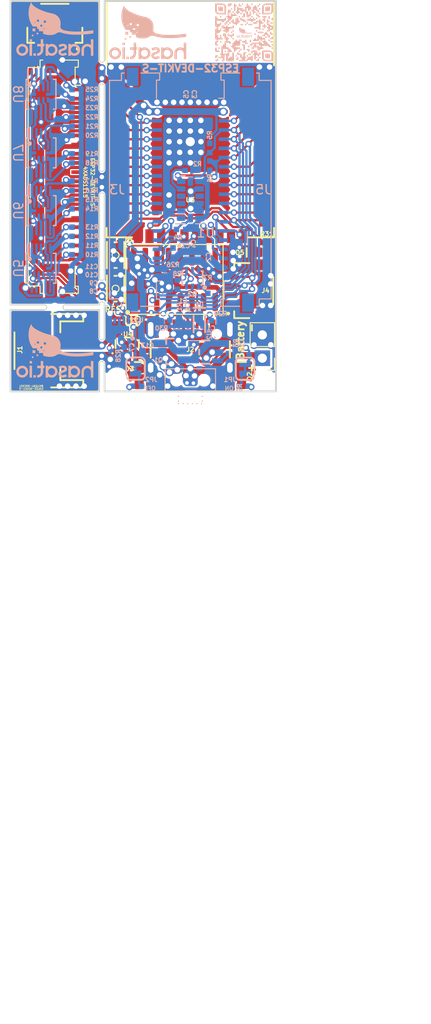
<source format=kicad_pcb>
(kicad_pcb (version 20221018) (generator pcbnew)
  (layers (0 "F.Cu" signal) (31 "B.Cu" signal) (34 "B.Paste" user) (35 "F.Paste" user) (36 "B.SilkS" user "B.Silkscreen") (37 "F.SilkS" user "F.Silkscreen") (38 "B.Mask" user) (39 "F.Mask" user) (44 "Edge.Cuts" user))
  (net 0 "")
  (net 1 "3.3V")
  (net 2 "GND")
  (net 3 "V_USB")
  (net 4 "V_BATT")
  (net 5 "VIN")
  (net 6 "Net-(D2-PadA)")
  (net 7 "Net-(D3-PadA)")
  (net 8 "/GPIO_36{slash}ADC1_0")
  (net 9 "Net-(JP1-Pad1)")
  (net 10 "/CH340-DTR")
  (net 11 "Net-(U4-STAT)")
  (net 12 "/~{RESET}")
  (net 13 "/CH340-RTS")
  (net 15 "/GPIO_39{slash}ADC1_3")
  (net 16 "/GPIO_34{slash}ADC1_6")
  (net 17 "/GPIO_35{slash}ADC1_7")
  (net 18 "/GPIO_32{slash}ADC1_4")
  (net 19 "/GPIO_33{slash}ADC1_5")
  (net 20 "/GPIO_25{slash}ADC2_8")
  (net 21 "/GPIO_26{slash}ADC2_9")
  (net 22 "/EN")
  (net 24 "Net-(J2-CC2)")
  (net 25 "Net-(J2-CC1)")
  (net 26 "/D+")
  (net 27 "/D-")
  (net 28 "/GPIO_27{slash}ADC2_7")
  (net 29 "/GPIO_14{slash}ADC2_6")
  (net 30 "/GPIO_12{slash}ADC2_5")
  (net 31 "/GPIO_13{slash}ADC2_4{slash}LED")
  (net 32 "/GPIO_9{slash}SHD")
  (net 33 "/GPIO_10{slash}SWP")
  (net 34 "/GPIO_11{slash}SCS")
  (net 35 "/GPIO_6{slash}SCK")
  (net 36 "/GPIO_22{slash}SCL")
  (net 37 "/GPIO_21{slash}SDA")
  (net 38 "/GPIO_23{slash}COPI")
  (net 39 "/GPIO_1{slash}TX")
  (net 40 "/GPIO_3{slash}RX")
  (net 41 "/GPIO_19{slash}CIPO")
  (net 42 "/GPIO_18{slash}SCK")
  (net 43 "/GPIO_5{slash}SD_CS")
  (net 44 "/GPIO_17{slash}TX")
  (net 45 "/GPIO_16{slash}RX")
  (net 46 "/GPIO_4{slash}ADC2_0")
  (net 47 "/GPIO_0{slash}ADC2_1{slash}QPWR")
  (net 48 "/GPIO_15{slash}ADC2_3")
  (net 49 "/GPIO_8{slash}SDI")
  (net 50 "/GPIO_7{slash}SDO")
  (net 53 "Net-(Q2B-B)")
  (net 54 "Net-(Q2A-B)")
  (net 55 "Net-(U1-SDO{slash}ADDR)")
  (net 56 "Net-(U1-~{CS})")
  (net 57 "Net-(U4-PROG)")
  (net 67 "unconnected-(U8-ALERT{slash}RDY-Pad2)")
  (net 69 "/GPIO_2{slash}ADC2_2")
  (net 70 "/A1")
  (net 71 "/A2")
  (net 72 "/A3")
  (net 73 "/A4")
  (net 74 "/A5")
  (net 75 "/A6")
  (net 76 "/A7")
  (net 77 "/A8")
  (net 78 "/A9")
  (net 79 "/A10")
  (net 80 "/A11")
  (net 81 "/A12")
  (net 82 "/A13")
  (net 83 "/A14")
  (net 84 "/A15")
  (net 85 "/A16")
  (net 86 "Net-(D5-PadA)")
  (net 87 "Net-(JP2-Pad1)")
  (net 95 "/V")
  (footprint "SparkFun ESP32 Thing Plus C:JST04_1MM_RA" (layer "F.Cu") (at 105.59 74.306954 90)
    (fp_text reference "J4")
    (fp_text value "QWIIC_RIGHT_ANGLE")
  )
  (footprint "Panelization:mouse-bite-1mm 2" (layer "F.Cu") (at 91.51 80.86 -90)
    (fp_text reference "mouse-bite-emm-slot" hide)
    (fp_text value "VAL**" hide)
  )
  (footprint "SparkFun ESP32 Thing Plus C:ESP-WROOM-32-NARROW" (layer "F.Cu") (at 101.153265 56.806954 90)
    (fp_text reference "U3")
    (fp_text value ">VALUE")
  )
  (footprint "Switches:TACTILE_SWITCH_SMD_2.8X1.9MM" (layer "F.Cu") (at 93.005 70.438689 -90)
    (fp_text reference "S1" hide)
    (fp_text value "B")
  )
  (footprint "SparkFun ESP32 Thing Plus C:USB-C-16P-2LAYER-PADS" (layer "F.Cu") (at 101.152562 77.615092)
    (fp_text reference "J2")
    (fp_text value "USB_C_2-LAYER_PADS")
  )
  (footprint "" (layer "F.Cu") (at 93.183265 83.92)
    (fp_text reference "")
    (fp_text value "")
  )
  (footprint "PCM_Package_SO_AKL:SOIC-16_3.9x9.9mm_P1.27mm" (layer "F.Cu") (at 99.425 73.085 90)
    (fp_text reference "U9")
    (fp_text value "CH340C" hide)
  )
  (footprint "Connector_FFC-FPC:Molex_200528-0200_1x20-1MP_P1.00mm_Horizontal" (layer "F.Cu") (at 87.773139 61.894815 -90)
    (fp_text reference "J6" hide)
    (fp_text value "Conn_01x20")
  )
  (footprint "Panelization:mouse-bite-1mm 2" (layer "F.Cu") (at 91.51 50.61 90)
    (fp_text reference "mouse-bite-emm-slot" hide)
    (fp_text value "VAL**" hide)
  )
  (footprint "SparkFun ESP32 Thing Plus C:JST-2-SMD" (layer "F.Cu") (at 84.980617 80.859897 90)
    (fp_text reference "J1")
    (fp_text value "JST_2MM_MALE")
  )
  (footprint "SparkFun ESP32 Thing Plus C:JST04_1MM_RA" (layer "F.Cu") (at 86.383265 47.655 180)
    (fp_text reference "J7")
    (fp_text value "QWIIC_RIGHT_ANGLE")
  )
  (footprint "Panelization:mouse-bite-1mm x2" (layer "F.Cu") (at 86.383265 76.128654)
    (fp_text reference "mouse-bite-1mm-slot" hide)
    (fp_text value "VAL**" hide)
  )
  (footprint "SparkFun ESP32 Thing Plus C:LED-0603" (layer "F.Cu") (at 106.743265 83.67 90)
    (fp_text reference "D2")
    (fp_text value "RED")
  )
  (footprint "SparkFun ESP32 Thing Plus C:LED-0603" (layer "F.Cu") (at 108.883 70.146954 180)
    (fp_text reference "D5")
    (fp_text value "BLUE")
  )
  (footprint "Panelization:mouse-bite-1mm 2" (layer "F.Cu") (at 91.513265 74.36 90)
    (fp_text reference "mouse-bite-emm-slot" hide)
    (fp_text value "VAL**" hide)
  )
  (footprint "SparkFun ESP32 Thing Plus C:0402-TIGHT" (layer "F.Cu") (at 109.43 69.063689)
    (fp_text reference "R31")
    (fp_text value "1k")
  )
  (footprint "SparkFun ESP32 Thing Plus C:LED-0603" (layer "F.Cu") (at 95.573265 83.683 90)
    (fp_text reference "D3")
    (fp_text value "Yellow")
  )
  (footprint "Switches:TACTILE_SWITCH_SMD_2.8X1.9MM" (layer "F.Cu") (at 93.005 74.098689 -90)
    (fp_text reference "S2" hide)
    (fp_text value "RES")
  )
  (footprint "" (layer "F.Cu") (at 93.183265 83.92)
    (fp_text reference "")
    (fp_text value "")
  )
  (footprint "Connector_PinHeader_2.54mm:PinHeader_1x02_P2.54mm_Vertical" (layer "F.Cu") (at 109.006735 81.674592 180)
    (fp_text reference "REF**" hide)
    (fp_text value "PinHeader_1x02_P2.54mm_Vertical")
  )
  (footprint "Panelization:mouse-bite-1mm 2" (layer "F.Cu") (at 91.51 62.48 90)
    (fp_text reference "mouse-bite-emm-slot" hide)
    (fp_text value "VAL**" hide)
  )
  (footprint "" (layer "F.Cu") (at 109.133265 83.92)
    (fp_text reference "")
    (fp_text value "")
  )
  (footprint "SparkFun ESP32 Thing Plus C:CREATIVE_COMMONS" (layer "F.Cu") (at 119.9261 153.2636)
    (fp_text reference "FRAME1" hide)
    (fp_text value "FRAME-LEDGER" hide)
  )
  (footprint "SparkFun ESP32 Thing Plus C:SOT23-5" (layer "F.Cu") (at 94.275054 80.1299)
    (fp_text reference "U4")
    (fp_text value "MCP73831")
  )
  (footprint "Silicon-Standard:QFN-10-RSE" (layer "B.Cu") (at 84.884545 59.302056 -90)
    (fp_text reference ">NAME" hide)
    (fp_text value ">VALUE" hide)
  )
  (footprint "SparkFun ESP32 Thing Plus C:0402-TIGHT" (layer "B.Cu") (at 88.757183 67.396883)
    (fp_text reference "R13")
    (fp_text value "150k")
  )
  (footprint "Package_LGA:LGA-14_3x5mm_P0.8mm_LayoutBorder1x6y" (layer "B.Cu") (at 101.153265 64.416954 180)
    (fp_text reference "U1")
    (fp_text value "ADXL345" hide)
  )
  (footprint "SparkFun ESP32 Thing Plus C:0402-TIGHT" (layer "B.Cu") (at 100.51653 70.62 -90)
    (fp_text reference "C14")
    (fp_text value "1.0uF")
  )
  (footprint "SparkFun ESP32 Thing Plus C:SOD-323" (layer "B.Cu") (at 102.14 77.95855 -90)
    (fp_text reference "D1")
    (fp_text value "S4 3A/10V/280mV")
  )
  (footprint "SparkFun ESP32 Thing Plus C:0402-TIGHT" (layer "B.Cu") (at 88.757764 72.59)
    (fp_text reference "C10")
    (fp_text value "1.0uF")
  )
  (footprint "Package_SO:TSSOP-10_3x3mm_P0.5mm" (layer "B.Cu") (at 84.8793 52.90582 -90)
    (fp_text reference "U8")
    (fp_text value "ADS1115IDGS")
  )
  (footprint "SparkFun ESP32 Thing Plus C:0402-TIGHT" (layer "B.Cu") (at 103.27653 58.77 -90)
    (fp_text reference "R5")
    (fp_text value "4k7")
  )
  (footprint "Package_SO:TSSOP-10_3x3mm_P0.5mm" (layer "B.Cu") (at 84.88 59.298949 -90)
    (fp_text reference "U7")
    (fp_text value "ADS1115IDGS")
  )
  (footprint "SparkFun ESP32 Thing Plus C:0402-TIGHT" (layer "B.Cu") (at 95.343265 84.73 180)
    (fp_text reference "R27")
    (fp_text value "1k")
  )
  (footprint "SparkFun ESP32 Thing Plus C:0402-TIGHT" (layer "B.Cu") (at 88.757183 65.396883)
    (fp_text reference "R14")
    (fp_text value "150k")
  )
  (footprint "SparkFun ESP32 Thing Plus C:0402-TIGHT" (layer "B.Cu") (at 88.757183 63.396883)
    (fp_text reference "R16")
    (fp_text value "150k")
  )
  (footprint "SparkFun ESP32 Thing Plus C:0402-TIGHT" (layer "B.Cu") (at 88.757764 71.69)
    (fp_text reference "C11")
    (fp_text value "1.0uF")
  )
  (footprint "SparkFun ESP32 Thing Plus C:0402-TIGHT" (layer "B.Cu") (at 88.757183 60.396883 180)
    (fp_text reference "R18")
    (fp_text value "150k")
  )
  (footprint "SparkFun ESP32 Thing Plus C:0402-TIGHT" (layer "B.Cu") (at 88.757764 73.49)
    (fp_text reference "C9")
    (fp_text value "1.0uF")
  )
  (footprint "Silicon-Standard:QFN-10-RSE" (layer "B.Cu") (at 84.8793 52.90582 -90)
    (fp_text reference ">NAME" hide)
    (fp_text value ">VALUE" hide)
  )
  (footprint "SparkFun ESP32 Thing Plus C:0402-TIGHT" (layer "B.Cu") (at 103.06 74.1 90)
    (fp_text reference "R7")
    (fp_text value "10k")
  )
  (footprint "SparkFun ESP32 Thing Plus C:0402-TIGHT" (layer "B.Cu") (at 101.61653 54.3 90)
    (fp_text reference "C3")
    (fp_text value "1.0uF")
  )
  (footprint "SparkFun ESP32 Thing Plus C:0402-TIGHT" (layer "B.Cu") (at 92.49 81.42 90)
    (fp_text reference "R28")
    (fp_text value "2.0k")
  )
  (footprint "SparkFun ESP32 Thing Plus C:0402-TIGHT" (layer "B.Cu") (at 103.92 77.58 180)
    (fp_text reference "R29")
    (fp_text value "5.1k")
  )
  (footprint "SparkFun ESP32 Thing Plus C:0402-TIGHT" (layer "B.Cu") (at 102.31653 70.62 -90)
    (fp_text reference "C2")
    (fp_text value "1.0uF")
  )
  (footprint "Package_SO:TSSOP-10_3x3mm_P0.5mm" (layer "B.Cu") (at 84.8793 71.87289 -90)
    (fp_text reference "U5")
    (fp_text value "ADS1115IDGS")
  )
  (footprint "SparkFun ESP32 Thing Plus C:0402-TIGHT" (layer "B.Cu") (at 88.757183 69.396883)
    (fp_text reference "R11")
    (fp_text value "150k")
  )
  (footprint "SparkFun ESP32 Thing Plus C:0402-TIGHT" (layer "B.Cu") (at 107.07 81.39 180)
    (fp_text reference "C12")
    (fp_text value "0.1uF")
  )
  (footprint "SparkFun ESP32 Thing Plus C:DFN-8" (layer "B.Cu") (at 93.67 78.6 180)
    (fp_text reference "U11")
    (fp_text value "MAX17048")
  )
  (footprint "SparkFun ESP32 Thing Plus C:0402-TIGHT" (layer "B.Cu") (at 99.72 73.67 -90)
    (fp_text reference "R8")
    (fp_text value "10k")
  )
  (footprint "logo:qr-esp32-devkit-s" (layer "B.Cu") (at 107.02 46.17 180)
    (fp_text reference "G***" hide)
    (fp_text value "LOGO" hide)
  )
  (footprint "SparkFun ESP32 Thing Plus C:0402-TIGHT" (layer "B.Cu") (at 99.96 78.39 -90)
    (fp_text reference "R1")
    (fp_text value "10k")
  )
  (footprint "SparkFun ESP32 Thing Plus C:SMT-JUMPER_2_NC_TRACE_SILK" (layer "B.Cu") (at 107.12653 82.8293 90)
    (fp_text reference "JP1")
    (fp_text value "JUMPER-SMT_2_NC_TRACE_SILK")
  )
  (footprint "Button_Switch_SMD:SW_SPDT_k3-1295" (layer "B.Cu") (at 101.153265 84.077988 180)
    (fp_text reference "SW1" hide)
    (fp_text value "ON                      OFF")
  )
  (footprint "SparkFun ESP32 Thing Plus C:0402-TIGHT" (layer "B.Cu") (at 88.757183 52.396883 180)
    (fp_text reference "R25")
    (fp_text value "150k")
  )
  (footprint "Silicon-Standard:QFN-10-RSE" (layer "B.Cu") (at 84.886385 65.593996 -90)
    (fp_text reference ">NAME" hide)
    (fp_text value ">VALUE" hide)
  )
  (footprint "SparkFun ESP32 Thing Plus C:0402-TIGHT" (layer "B.Cu") (at 100.86 78.39 90)
    (fp_text reference "C6")
    (fp_text value "4.7uF")
  )
  (footprint "SparkFun ESP32 Thing Plus C:0402-TIGHT" (layer "B.Cu") (at 88.757183 64.396883)
    (fp_text reference "R15")
    (fp_text value "150k")
  )
  (footprint "SparkFun ESP32 Thing Plus C:0402-TIGHT" (layer "B.Cu") (at 88.757183 62.396883)
    (fp_text reference "R17")
    (fp_text value "150k")
  )
  (footprint "SparkFun ESP32 Thing Plus C:0402-TIGHT" (layer "B.Cu") (at 106.973265 84.73)
    (fp_text reference "R9")
    (fp_text value "1k")
  )
  (footprint "SparkFun ESP32 Thing Plus C:0402-TIGHT" (layer "B.Cu") (at 100.37 76.99 180)
    (fp_text reference "C1")
    (fp_text value "1.0uF")
  )
  (footprint "SparkFun ESP32 Thing Plus C:0402-TIGHT" (layer "B.Cu") (at 88.757183 70.396883)
    (fp_text reference "R10")
    (fp_text value "150k")
  )
  (footprint "SparkFun ESP32 Thing Plus C:0402-TIGHT" (layer "B.Cu") (at 88.757183 53.396883 180)
    (fp_text reference "R24")
    (fp_text value "150k")
  )
  (footprint "SparkFun ESP32 Thing Plus C:SMT-JUMPER_2_NC_TRACE_SILK" (layer "B.Cu") (at 95.18653 82.8093 90)
    (fp_text reference "JP2")
    (fp_text value "JUMPER-SMT_2_NC_TRACE_SILK")
  )
  (footprint "SparkFun ESP32 Thing Plus C:0402-TIGHT" (layer "B.Cu") (at 100.70653 54.3 90)
    (fp_text reference "C5")
    (fp_text value "10uF")
  )
  (footprint "SparkFun ESP32 Thing Plus C:SOT23-3" (layer "B.Cu") (at 99.22 80.93 -90)
    (fp_text reference "Q1")
    (fp_text value "DMG2305UX 20V/4.2A/52mΩ/1.4W")
  )
  (footprint "SparkFun ESP32 Thing Plus C:0402-TIGHT" (layer "B.Cu") (at 103.27653 60.68 90)
    (fp_text reference "R6")
    (fp_text value "4k7")
  )
  (footprint "SparkFun ESP32 Thing Plus C:0402-TIGHT" (layer "B.Cu") (at 88.757183 54.396883 180)
    (fp_text reference "R23")
    (fp_text value "150k")
  )
  (footprint "SparkFun ESP32 Thing Plus C:0402-TIGHT" (layer "B.Cu") (at 98.41653 77.58)
    (fp_text reference "R30")
    (fp_text value "5.1k")
  )
  (footprint "SparkFun ESP32 Thing Plus C:0402-TIGHT" (layer "B.Cu") (at 88.757183 59.396883 180)
    (fp_text reference "R19")
    (fp_text value "150k")
  )
  (footprint "SparkFun ESP32 Thing Plus C:0402-TIGHT" (layer "B.Cu") (at 105.31 80.66 -90)
    (fp_text reference "R3")
    (fp_text value "10k")
  )
  (footprint "SparkFun ESP32 Thing Plus C:SOT23-5" (layer "B.Cu") (at 102.8299 81.01 -90)
    (property "Value" "")
    (fp_text reference "U2")
    (fp_text value "AP2112K-3.3" hide)
  )
  (footprint "SparkFun ESP32 Thing Plus C:0402-TIGHT" (layer "B.Cu") (at 101.08653 61.2)
    (fp_text reference "R2")
    (fp_text value "4k7")
  )
  (footprint "Silicon-Standard:QFN-10-RSE" (layer "B.Cu") (at 84.8793 71.87289 -90)
    (fp_text reference ">NAME" hide)
    (fp_text value ">VALUE" hide)
  )
  (footprint "logo:Hasatio_logo_mini" (layer "B.Cu") (at 86.293265 80.88 180)
    (fp_text reference "G***" hide)
    (fp_text value "LOGO" hide)
  )
  (footprint "SparkFun ESP32 Thing Plus C:0402-TIGHT" (layer "B.Cu") (at 99.26653 70.16 90)
    (fp_text reference "R26")
    (fp_text value "10k")
  )
  (footprint "Connector_FFC-FPC:Molex_200528-0200_1x20-1MP_P1.00mm_Horizontal" (layer "B.Cu") (at 96.643265 63.306954 90)
    (fp_text reference "J3")
    (fp_text value "Conn_01x20" hide)
  )
  (footprint "SparkFun ESP32 Thing Plus C:0402-TIGHT" (layer "B.Cu") (at 88.757183 56.396883 180)
    (fp_text reference "R21")
    (fp_text value "150k")
  )
  (footprint "SparkFun ESP32 Thing Plus C:0402-TIGHT" (layer "B.Cu") (at 88.757183 57.396883 180)
    (fp_text reference "R20")
    (fp_text value "150k")
  )
  (footprint "SparkFun ESP32 Thing Plus C:0402-TIGHT" (layer "B.Cu") (at 93.96 81.02 -90)
    (fp_text reference "C7")
    (fp_text value "4.7uF")
  )
  (footprint "logo:Hasatio_logo_mini" (layer "B.Cu") (at 96.42 46.18 180)
    (fp_text reference "G***" hide)
    (fp_text value "LOGO" hide)
  )
  (footprint "SparkFun ESP32 Thing Plus C:0402-TIGHT" (layer "B.Cu") (at 96.47 80.99 180)
    (fp_text reference "C13")
    (fp_text value "0.1uF")
  )
  (footprint "logo:Hasatio_logo_mini" (layer "B.Cu") (at 86.293805 45.81 180)
    (fp_text reference "G***" hide)
    (fp_text value "LOGO" hide)
  )
  (footprint "Connector_FFC-FPC:Molex_200528-0200_1x20-1MP_P1.00mm_Horizontal" (layer "B.Cu") (at 105.663265 63.306954 -90)
    (fp_text reference "J5")
    (fp_text value "Conn_01x20" hide)
  )
  (footprint "SparkFun ESP32 Thing Plus C:0402-TIGHT" (layer "B.Cu") (at 88.757764 74.39)
    (fp_text reference "C8")
    (fp_text value "1.0uF")
  )
  (footprint "SparkFun ESP32 Thing Plus C:0402-TIGHT" (layer "B.Cu") (at 88.757183 55.396883 180)
    (fp_text reference "R22")
    (fp_text value "150k")
  )
  (footprint "SparkFun ESP32 Thing Plus C:SC70-6" (layer "B.Cu") (at 101.39 72.95 180)
    (fp_text reference "Q2")
    (fp_text value "MBT3904DW1T1")
  )
  (footprint "SparkFun ESP32 Thing Plus C:0402-TIGHT" (layer "B.Cu") (at 88.757183 68.396883)
    (fp_text reference "R12")
    (fp_text value "150k")
  )
  (footprint "SparkFun ESP32 Thing Plus C:0402-TIGHT" (layer "B.Cu") (at 101.41653 70.62 -90)
    (fp_text reference "C4")
    (fp_text value "10uF" hide)
  )
  (footprint "SparkFun ESP32 Thing Plus C:0402-TIGHT" (layer "B.Cu") (at 100.143265 67.646954 180)
    (fp_text reference "R4")
    (fp_text value "10k")
  )
  (footprint "Package_SO:TSSOP-10_3x3mm_P0.5mm" (layer "B.Cu") (at 84.8793 65.589949 -90)
    (fp_text reference "U6")
    (fp_text value "ADS1115IDGS")
  )
  (gr_arc (start 85.19 75.827046) (mid 85.489954 76.127) (end 85.19 76.426954) (stroke (width 0.1)) (layer "Edge.Cuts"))
  (gr_line (start 91.813265 82.33) (end 91.813265 85.29) (stroke (width 0.2)) (layer "Edge.Cuts"))
  (gr_arc (start 91.813265 79.39) (mid 91.513265 79.69) (end 91.213265 79.39) (stroke (width 0.1)) (layer "Edge.Cuts"))
  (gr_line (start 91.813265 61.01) (end 91.813265 52.08) (stroke (width 0.2)) (layer "Edge.Cuts"))
  (gr_line (start 87.57 75.826954) (end 91.213265 75.826954) (stroke (width 0.2)) (layer "Edge.Cuts"))
  (gr_line (start 91.213265 63.95) (end 91.213265 72.89) (stroke (width 0.2)) (layer "Edge.Cuts"))
  (gr_arc (start 91.813265 49.14) (mid 91.513265 49.44) (end 91.213265 49.14) (stroke (width 0.1)) (layer "Edge.Cuts"))
  (gr_line (start 81.55 75.826954) (end 81.55 42.746954) (stroke (width 0.2)) (layer "Edge.Cuts"))
  (gr_line (start 91.213265 85.296735) (end 91.213265 82.33) (stroke (width 0.2)) (layer "Edge.Cuts"))
  (gr_line (start 91.213265 76.43) (end 91.213265 79.39) (stroke (width 0.2)) (layer "Edge.Cuts"))
  (gr_arc (start 91.213265 82.33) (mid 91.513265 82.03) (end 91.813265 82.33) (stroke (width 0.1)) (layer "Edge.Cuts"))
  (gr_arc (start 91.813265 72.89) (mid 91.513265 73.19) (end 91.213265 72.89) (stroke (width 0.1)) (layer "Edge.Cuts"))
  (gr_line (start 91.813265 49.14) (end 91.813265 42.746954) (stroke (width 0.2)) (layer "Edge.Cuts"))
  (gr_arc (start 91.813265 61.01) (mid 91.513265 61.31) (end 91.213265 61.01) (stroke (width 0.1)) (layer "Edge.Cuts"))
  (gr_line (start 81.55 75.826954) (end 85.19 75.826954) (stroke (width 0.2)) (layer "Edge.Cuts"))
  (gr_line (start 91.213265 52.08) (end 91.213265 61.01) (stroke (width 0.2)) (layer "Edge.Cuts"))
  (gr_arc (start 91.213265 52.08) (mid 91.513265 51.78) (end 91.813265 52.08) (stroke (width 0.1)) (layer "Edge.Cuts"))
  (gr_line (start 110.493265 42.746954) (end 110.493265 85.29) (stroke (width 0.2)) (layer "Edge.Cuts"))
  (gr_line (start 110.493265 42.746954) (end 91.813265 42.746954) (stroke (width 0.2)) (layer "Edge.Cuts"))
  (gr_line (start 91.813265 75.826954) (end 91.813265 79.39) (stroke (width 0.2)) (layer "Edge.Cuts"))
  (gr_arc (start 87.57 76.426954) (mid 87.270046 76.127) (end 87.57 75.826954) (stroke (width 0.1)) (layer "Edge.Cuts"))
  (gr_line (start 87.57 76.426954) (end 91.213265 76.43) (stroke (width 0.2)) (layer "Edge.Cuts"))
  (gr_line (start 91.213265 42.746954) (end 91.213265 49.14) (stroke (width 0.2)) (layer "Edge.Cuts"))
  (gr_line (start 81.55 76.426954) (end 81.55 85.293689) (stroke (width 0.2)) (layer "Edge.Cuts"))
  (gr_line (start 81.55 76.426954) (end 85.19 76.426954) (stroke (width 0.2)) (layer "Edge.Cuts"))
  (gr_line (start 110.493265 85.29) (end 91.813265 85.29) (stroke (width 0.2)) (layer "Edge.Cuts"))
  (gr_line (start 91.813265 63.95) (end 91.813265 72.89) (stroke (width 0.2)) (layer "Edge.Cuts"))
  (gr_line (start 81.55 85.293689) (end 91.213265 85.296735) (stroke (width 0.2)) (layer "Edge.Cuts"))
  (gr_arc (start 91.213265 63.95) (mid 91.513265 63.65) (end 91.813265 63.95) (stroke (width 0.1)) (layer "Edge.Cuts"))
  (gr_line (start 91.213265 42.746954) (end 81.55 42.746954) (stroke (width 0.2)) (layer "Edge.Cuts"))
  (gr_arc (start 91.213265 75.826954) (mid 91.513265 75.526954) (end 91.813265 75.826954) (stroke (width 0.1)) (layer "Edge.Cuts"))
  (gr_text "ESP32-DEVKIT-S" (at 101.17653 50.09) (layer "B.SilkS") (effects (font (size 0.8 0.8) (thickness 0.2) bold) (justify mirror)))
  (gr_text "C1" (at 103.41 78.41) (layer "B.SilkS") (effects (font (size 0.48768 0.48768) (thickness 0.12192)) (justify mirror)))
  (gr_text "-" (at 107.92 78.36 -90) (layer "F.SilkS") (effects (font (size 0.8 0.8) (thickness 0.2) bold)))
  (gr_text "4XADS1115" (at 89.702666 62.48 -90) (layer "F.SilkS") (effects (font (size 0.4 0.4) (thickness 0.1) bold)))
  (gr_text "BATTERY-SOCKET" (at 83.815582 84.692943 180) (layer "F.SilkS") (effects (font (size 0.2 0.2) (thickness 0.05) bold)))
  (gr_text "ESP32-DEVKIT-S" (at 83.815582 84.992943 180) (layer "F.SilkS") (effects (font (size 0.2 0.2) (thickness 0.05) bold)))
  (gr_text "ESP32-DEVKIT-S" (at 90.502676 62.478293 -90) (layer "F.SilkS") (effects (font (size 0.4 0.4) (thickness 0.1) bold)))
  (gr_text "+" (at 107.92 82.749184 -90) (layer "F.SilkS") (effects (font (size 0.8 0.8) (thickness 0.2) bold)))
  (gr_text "Battery" (at 106.61 79.73 90) (layer "F.SilkS") (effects (font (size 0.8 0.8) (thickness 0.2) bold)))
  (segment (start 95.975553 72.0615) (end 96.15 72.0615) (width 0.508) (layer "F.Cu") (net 1))
  (segment (start 84.31614 64.618405) (end 84.495712 64.797977) (width 0.3048) (layer "F.Cu") (net 1))
  (segment (start 84.306151 58.083689) (end 84.306151 56.639647) (width 0.3048) (layer "F.Cu") (net 1))
  (segment (start 84.653647 62.236396) (end 84.653647 60.296869) (width 0.3048) (layer "F.Cu") (net 1))
  (segment (start 85.065731 67.86942) (end 85.065731 69.153689) (width 0.3048) (layer "F.Cu") (net 1))
  (segment (start 84.452279 54.625968) (end 84.653087 54.42516) (width 0.3048) (layer "F.Cu") (net 1))
  (segment (start 84.3 64.433689) (end 84.3 64.565495) (width 0.3048) (layer "F.Cu") (net 1))
  (segment (start 94.98 71.065947) (end 95.880053 71.966) (width 0.508) (layer "F.Cu") (net 1))
  (segment (start 87.223265 45.361) (end 87.472557 45.361) (width 0.508) (layer "F.Cu") (net 1))
  (segment (start 103.999118 73.953072) (end 101.911468 73.953072) (width 0.508) (layer "F.Cu") (net 1))
  (segment (start 84.868131 68.732391) (end 84.868131 65.170396) (width 0.3048) (layer "F.Cu") (net 1))
  (segment (start 87.321318 45.262947) (end 87.223265 45.361) (width 0.3048) (layer "F.Cu") (net 1))
  (segment (start 95.569 71.554484) (end 95.569 71.004227) (width 0.508) (layer "F.Cu") (net 1))
  (segment (start 95.569 71.004227) (end 95.370421 70.805648) (width 0.508) (layer "F.Cu") (net 1))
  (segment (start 84.57 63.673689) (end 85.061723 63.181966) (width 0.3048) (layer "F.Cu") (net 1))
  (segment (start 95.569 71.004227) (end 95.569 71.654947) (width 0.508) (layer "F.Cu") (net 1))
  (segment (start 88.49001 45.315147) (end 88.993827 45.315147) (width 0.3048) (layer "F.Cu") (net 1))
  (segment (start 84.317042 70.204741) (end 84.317042 70.493689) (width 0.3048) (layer "F.Cu") (net 1))
  (segment (start 98.79 75.56) (end 98.79 75.093) (width 0.508) (layer "F.Cu") (net 1))
  (segment (start 85.065731 69.456052) (end 84.474047 70.047736) (width 0.3048) (layer "F.Cu") (net 1))
  (segment (start 83.913312 69.913689) (end 83.913312 70.719274) (width 0.3048) (layer "F.Cu") (net 1))
  (segment (start 84.566288 63.673689) (end 84.57 63.673689) (width 0.3048) (layer "F.Cu") (net 1))
  (segment (start 84.879669 65.145164) (end 85.065731 65.331226) (width 0.3048) (layer "F.Cu") (net 1))
  (segment (start 83.313275 45.361) (end 82.435982 45.361) (width 0.508) (layer "F.Cu") (net 1))
  (segment (start 88.96001 45.262947) (end 88.06061 45.262947) (width 0.3048) (layer "F.Cu") (net 1))
  (segment (start 98.047425 72.719689) (end 98.778611 72.719689) (width 0.508) (layer "F.Cu") (net 1))
  (segment (start 91.51 51.17) (end 91.263474 51.17) (width 0.762) (layer "F.Cu") (net 1))
  (segment (start 86.405126 75.448815) (end 87.534874 75.448815) (width 0.254) (layer "F.Cu") (net 1))
  (segment (start 84.3 64.602265) (end 84.3 64.433689) (width 0.3048) (layer "F.Cu") (net 1))
  (segment (start 85.065731 66.533689) (end 85.065731 67.86942) (width 0.3048) (layer "F.Cu") (net 1))
  (segment (start 87.07162 72.157415) (end 88.923434 74.009229) (width 0.3048) (layer "F.Cu") (net 1))
  (segment (start 84.653647 60.162129) (end 83.907916 59.416398) (width 0.3048) (layer "F.Cu") (net 1))
  (segment (start 84.18 61.15719) (end 84.653647 60.683543) (width 0.3048) (layer "F.Cu") (net 1))
  (segment (start 96.49 72.67) (end 95.78 72.67) (width 0.508) (layer "F.Cu") (net 1))
  (segment (start 93.573265 51.646954) (end 96.729768 54.803457) (width 0.762) (layer "F.Cu") (net 1))
  (segment (start 96.65 54.81) (end 96.653046 54.806954) (width 0.3048) (layer "F.Cu") (net 1))
  (segment (start 84.953988 71.533689) (end 85.45 71.533689) (width 0.3048) (layer "F.Cu") (net 1))
  (segment (start 97.293736 71.966) (end 98.047425 72.719689) (width 0.508) (layer "F.Cu") (net 1))
  (segment (start 85.065731 65.331226) (end 85.065731 66.533689) (width 0.3048) (layer "F.Cu") (net 1))
  (segment (start 83.913312 67.753481) (end 84.663104 67.003689) (width 0.3048) (layer "F.Cu") (net 1))
  (segment (start 91.51 50.05) (end 90.323689 50.05) (width 0.762) (layer "F.Cu") (net 1))
  (segment (start 88.49001 45.315147) (end 88.32001 45.315147) (width 0.3048) (layer "F.Cu") (net 1))
  (segment (start 96.49 72.67) (end 96.854021 72.305979) (width 0.508) (layer "F.Cu") (net 1))
  (segment (start 84.3 63.643689) (end 84.33 63.613689) (width 0.3048) (layer "F.Cu") (net 1))
  (segment (start 90.199139 72.291279) (end 90.199139 52.234335) (width 0.508) (layer "F.Cu") (net 1))
  (segment (start 90.651606 50.908394) (end 90.651606 51.890392) (width 0.762) (layer "F.Cu") (net 1))
  (segment (start 84.653647 60.296869) (end 85.061723 60.296869) (width 0.3048) (layer "F.Cu") (net 1))
  (segment (start 84.18 61.163689) (end 84.18 61.15719) (width 0.3048) (layer "F.Cu") (net 1))
  (segment (start 84.3 64.023689) (end 84.3 63.643689) (width 0.3048) (layer "F.Cu") (net 1))
  (segment (start 95.569 71.654947) (end 95.975553 72.0615) (width 0.508) (layer "F.Cu") (net 1))
  (segment (start 84.566288 63.673689) (end 84.31614 63.923837) (width 0.3048) (layer "F.Cu") (net 1))
  (segment (start 90.7 49.470399) (end 90.7 49.133689) (width 0.762) (layer "F.Cu") (net 1))
  (segment (start 99.319461 73.260539) (end 99.935922 73.877) (width 0.508) (layer "F.Cu") (net 1))
  (segment (start 91.763056 51.17) (end 91.51 51.17) (width 0.762) (layer "F.Cu") (net 1))
  (segment (start 83.913312 69.913689) (end 83.913312 67.753481) (width 0.3048) (layer "F.Cu") (net 1))
  (segment (start 82.705982 45.361) (end 83.313275 45.361) (width 0.508) (layer "F.Cu") (net 1))
  (segment (start 84.518417 69.082106) (end 84.317042 69.28348) (width 0.3048) (layer "F.Cu") (net 1))
  (segment (start 88.32001 45.315147) (end 88.37221 45.262947) (width 0.3048) (layer "F.Cu") (net 1))
  (segment (start 83.913312 70.719274) (end 85.351453 72.157415) (width 0.3048) (layer "F.Cu") (net 1))
  (segment (start 85.061723 59.071388) (end 84.306151 58.315816) (width 0.3048) (layer "F.Cu") (net 1))
  (segment (start 92.24001 51.646954) (end 91.763056 51.17) (width 0.762) (layer "F.Cu") (net 1))
  (segment (start 88.117476 72.171227) (end 88.117476 72.319936) (width 0.508) (layer "F.Cu") (net 1))
  (segment (start 88.00841 45.315147) (end 87.50001 45.315147) (width 0.3048) (layer "F.Cu") (net 1))
  (segment (start 83.907916 55.035592) (end 84.653087 54.290421) (width 0.3048) (layer "F.Cu") (net 1))
  (segment (start 86.883265 47.13061) (end 86.883265 47.655) (width 0.3048) (layer "F.Cu") (net 1))
  (segment (start 84.31614 63.923837) (end 84.31614 64.618405) (width 0.3048) (layer "F.Cu") (net 1))
  (segment (start 101.911468 73.953072) (end 101.835396 73.877) (width 0.508) (layer "F.Cu") (net 1))
  (segment (start 92.915265 51.646954) (end 92.24001 51.646954) (width 0.762) (layer "F.Cu") (net 1))
  (segment (start 89.91771 45.262947) (end 89.95001 45.295247) (width 0.3048) (layer "F.Cu") (net 1))
  (segment (start 104.853 74.806954) (end 103.999118 73.953072) (width 0.508) (layer "F.Cu") (net 1))
  (segment (start 99.6315 73.572578) (end 99.6315 74.2515) (width 0.508) (layer "F.Cu") (net 1))
  (segment (start 101.5298 80.201189) (end 101.5298 81.275407) (width 0.254) (layer "F.Cu") (net 1))
  (segment (start 95.880053 71.966) (end 97.293736 71.966) (width 0.508) (layer "F.Cu") (net 1))
  (segment (start 84.653647 60.683543) (end 84.653647 60.583689) (width 0.3048) (layer "F.Cu") (net 1))
  (segment (start 92.915265 51.646954) (end 93.573265 51.646954) (width 0.762) (layer "F.Cu") (net 1))
  (segment (start 85.061723 60.296869) (end 85.061723 59.853689) (width 0.3048) (layer "F.Cu") (net 1))
  (segment (start 95.59 71.866414) (end 95.423535 71.699949) (width 0.508) (layer "F.Cu") (net 1))
  (segment (start 101.835396 73.877) (end 100.42 73.877) (width 0.508) (layer "F.Cu") (net 1))
  (segment (start 84.306151 58.083689) (end 84.306151 57.747538) (width 0.3048) (layer "F.Cu") (net 1))
  (segment (start 84.474047 70.047736) (end 84.317042 70.204741) (width 0.3048) (layer "F.Cu") (net 1))
  (segment (start 84.610735 75.472954) (end 87.25 75.472954) (width 0.254) (layer "F.Cu") (net 1))
  (segment (start 95.59 72.48) (end 95.59 71.866414) (width 0.508) (layer "F.Cu") (net 1))
  (segment (start 91.51 50.05) (end 90.651606 50.908394) (width 0.762) (layer "F.Cu") (net 1))
  (segment (start 83.313275 45.361) (end 87.223265 45.361) (width 0.508) (layer "F.Cu") (net 1))
  (segment (start 96.854021 72.305979) (end 97.634422 72.305979) (width 0.508) (layer "F.Cu") (net 1))
  (segment (start 84.868131 68.732391) (end 84.518417 69.082106) (width 0.3048) (layer "F.Cu") (net 1))
  (segment (start 84.653087 54.290421) (end 84.653087 54.133689) (width 0.3048) (layer "F.Cu") (net 1))
  (segment (start 89.488191 73.002227) (end 90.199139 72.291279) (width 0.508) (layer "F.Cu") (net 1))
  (segment (start 98.79 75.093) (end 99.6315 74.2515) (width 0.508) (layer "F.Cu") (net 1))
  (segment (start 94.98 70.61) (end 94.98 71.065947) (width 0.508) (layer "F.Cu") (net 1))
  (segment (start 95.7315 72.48) (end 96.15 72.0615) (width 0.508) (layer "F.Cu") (net 1))
  (segment (start 86.405126 75.448815) (end 84.634874 75.448815) (width 0.254) (layer "F.Cu") (net 1))
  (segment (start 99.935922 73.877) (end 100.006 73.877) (width 0.508) (layer "F.Cu") (net 1))
  (segment (start 84.317042 69.28348) (end 84.317042 70.896743) (width 0.3048) (layer "F.Cu") (net 1))
  (segment (start 84.868131 68.732391) (end 84.663104 68.527364) (width 0.3048) (layer "F.Cu") (net 1))
  (segment (start 88.799767 73.002227) (end 89.488191 73.002227) (width 0.508) (layer "F.Cu") (net 1))
  (segment (start 103.191041 82.361988) (end 105.013438 80.539592) (width 0.254) (layer "F.Cu") (net 1))
  (segment (start 100.006 73.877) (end 100.42 73.877) (width 0.508) (layer "F.Cu") (net 1))
  (segment (start 90.217929 45.262947) (end 90.233275 45.278293) (width 0.3048) (layer "F.Cu") (net 1))
  (segment (start 88.06061 45.262947) (end 88.00841 45.315147) (width 0.3048) (layer "F.Cu") (net 1))
  (segment (start 91.263474 51.17) (end 90.698755 51.734719) (width 0.762) (layer "F.Cu") (net 1))
  (segment (start 84.3 64.433689) (end 84.3 64.023689) (width 0.3048) (layer "F.Cu") (net 1))
  (segment (start 102.616381 82.361988) (end 103.191041 82.361988) (width 0.254) (layer "F.Cu") (net 1))
  (segment (start 98.778611 72.719689) (end 99.319461 73.260539) (width 0.508) (layer "F.Cu") (net 1))
  (segment (start 85.061723 59.853689) (end 85.061723 59.071388) (width 0.3048) (layer "F.Cu") (net 1))
  (segment (start 86.405126 75.448815) (end 86.42 75.463689) (width 0.254) (layer "F.Cu") (net 1))
  (segment (start 101.5298 81.275407) (end 102.616381 82.361988) (width 0.254) (layer "F.Cu") (net 1))
  (segment (start 88.328553 51.303028) (end 88.545906 51.520381) (width 0.3048) (layer "F.Cu") (net 1))
  (segment (start 84.663104 68.527364) (end 84.663104 66.453649) (width 0.3048) (layer "F.Cu") (net 1))
  (segment (start 90.199139 52.234335) (end 90.698755 51.734719) (width 0.508) (layer "F.Cu") (net 1))
  (segment (start 91.279601 50.05) (end 90.7 49.470399) (width 0.762) (layer "F.Cu") (net 1))
  (segment (start 99.6315 74.2515) (end 100.006 73.877) (width 0.508) (layer "F.Cu") (net 1))
  (segment (start 84.653087 54.425161) (end 84.653087 53.386776) (width 0.3048) (layer "F.Cu") (net 1))
  (segment (start 96.49 72.4015) (end 96.15 72.0615) (width 0.508) (layer "F.Cu") (net 1))
  (segment (start 84.317042 70.896743) (end 84.953988 71.533689) (width 0.3048) (layer "F.Cu") (net 1))
  (segment (start 99.319461 73.260539) (end 99.6315 73.572578) (width 0.508) (layer "F.Cu") (net 1))
  (segment (start 84.495712 64.797977) (end 84.3 64.602265) (width 0.3048) (layer "F.Cu") (net 1))
  (segment (start 84.452279 54.625968) (end 84.653087 54.425161) (width 0.3048) (layer "F.Cu") (net 1))
  (segment (start 85.061723 62.114532) (end 84.864123 62.312132) (width 0.3048) (layer "F.Cu") (net 1))
  (segment (start 85.19 75.447554) (end 85.053739 75.311293) (width 0.3048) (layer "F.Cu") (net 1))
  (segment (start 84.58 53.313689) (end 84.58 53.043689) (width 0.3048) (layer "F.Cu") (net 1))
  (segment (start 84.518417 69.082106) (end 83.913312 69.687211) (width 0.3048) (layer "F.Cu") (net 1))
  (segment (start 85.065731 69.153689) (end 85.065731 69.456052) (width 0.3048) (layer "F.Cu") (net 1))
  (segment (start 89.573275 45.262947) (end 89.91771 45.262947) (width 0.3048) (layer "F.Cu") (net 1))
  (segment (start 84.653647 60.296869) (end 84.653647 60.162129) (width 0.3048) (layer "F.Cu") (net 1))
  (segment (start 84.864123 62.446872) (end 84.653647 62.236396) (width 0.3048) (layer "F.Cu") (net 1))
  (segment (start 84.58 53.043689) (end 87.25 50.373689) (width 0.3048) (layer "F.Cu") (net 1))
  (segment (start 90.698755 51.734719) (end 90.698755 52.103651) (width 0.762) (layer "F.Cu") (net 1))
  (segment (start 95.175648 70.805648) (end 94.98 70.61) (width 0.508) (layer "F.Cu") (net 1))
  (segment (start 94.98 70.61) (end 94.98 71.87) (width 0.508) (layer "F.Cu") (net 1))
  (segment (start 85.061723 61.613689) (end 85.061723 62.114532) (width 0.3048) (layer "F.Cu") (net 1))
  (segment (start 84.634874 75.448815) (end 84.610735 75.472954) (width 0.254) (layer "F.Cu") (net 1))
  (segment (start 90.853689 50.513689) (end 90.75 50.513689) (width 0.762) (layer "F.Cu") (net 1))
  (segment (start 87.360661 51.303028) (end 88.328553 51.303028) (width 0.3048) (layer "F.Cu") (net 1))
  (segment (start 91.51 50.05) (end 91.279601 50.05) (width 0.762) (layer "F.Cu") (net 1))
  (segment (start 105.59 74.806954) (end 104.853 74.806954) (width 0.508) (layer "F.Cu") (net 1))
  (segment (start 94.98 71.87) (end 95.59 72.48) (width 0.508) (layer "F.Cu") (net 1))
  (segment (start 95.59 72.48) (end 95.7315 72.48) (width 0.508) (layer "F.Cu") (net 1))
  (segment (start 95.78 72.67) (end 95.59 72.48) (width 0.508) (layer "F.Cu") (net 1))
  (segment (start 105.013438 80.539592) (end 107.221925 80.539592) (width 0.254) (layer "F.Cu") (net 1))
  (segment (start 96.729768 54.803457) (end 97.549768 54.803457) (width 0.762) (layer "F.Cu") (net 1))
  (segment (start 88.37221 45.262947) (end 88.96001 45.262947) (width 0.3048) (layer "F.Cu") (net 1))
  (segment (start 84.3 64.023689) (end 84.3 63.939977) (width 0.3048) (layer "F.Cu") (net 1))
  (segment (start 84.663104 66.453649) (end 83.907916 65.698461) (width 0.3048) (layer "F.Cu") (net 1))
  (segment (start 83.907916 65.698461) (end 83.907916 61.435773) (width 0.3048) (layer "F.Cu") (net 1))
  (segment (start 84.306151 58.315816) (end 84.306151 58.083689) (width 0.3048) (layer "F.Cu") (net 1))
  (segment (start 88.06061 45.262947) (end 87.321318 45.262947) (width 0.3048) (layer "F.Cu") (net 1))
  (segment (start 84.306151 56.639647) (end 84.877513 56.068285) (width 0.3048) (layer "F.Cu") (net 1))
  (segment (start 89.573275 45.262947) (end 90.217929 45.262947) (width 0.3048) (layer "F.Cu") (net 1))
  (segment (start 93.393265 51.646954) (end 92.915265 51.646954) (width 0.508) (layer "F.Cu") (net 1))
  (segment (start 88.49001 45.315147) (end 87.72161 45.315147) (width 0.3048) (layer "F.Cu") (net 1))
  (segment (start 85.351453 72.157415) (end 87.07162 72.157415) (width 0.3048) (layer "F.Cu") (net 1))
  (segment (start 88.923434 74.009229) (end 89.93108 74.009229) (width 0.3048) (layer "F.Cu") (net 1))
  (segment (start 84.653087 54.010602) (end 87.360661 51.303028) (width 0.3048) (layer "F.Cu") (net 1))
  (segment (start 83.907916 59.416398) (end 83.907916 55.035592) (width 0.3048) (layer "F.Cu") (net 1))
  (segment (start 91.51 51.17) (end 91.51 50.05) (width 0.762) (layer "F.Cu") (net 1))
  (segment (start 83.907916 61.435773) (end 84.18 61.163689) (width 0.3048) (layer "F.Cu") (net 1))
  (segment (start 85.061723 59.853689) (end 85.061723 61.613689) (width 0.3048) (layer "F.Cu") (net 1))
  (segment (start 91.51 51.17) (end 90.853689 50.513689) (width 0.762) (layer "F.Cu") (net 1))
  (segment (start 95.423535 71.699949) (end 95.569 71.554484) (width 0.508) (layer "F.Cu") (net 1))
  (segment (start 84.868131 65.170396) (end 84.495712 64.797977) (width 0.3048) (layer "F.Cu") (net 1))
  (segment (start 83.913312 69.687211) (end 83.913312 69.913689) (width 0.3048) (layer "F.Cu") (net 1))
  (segment (start 84.653087 54.42516) (end 84.653087 54.010602) (width 0.3048) (layer "F.Cu") (net 1))
  (segment (start 88.117476 72.319936) (end 88.799767 73.002227) (width 0.508) (layer "F.Cu") (net 1))
  (segment (start 95.370421 70.805648) (end 95.175648 70.805648) (width 0.508) (layer "F.Cu") (net 1))
  (segment (start 96.653046 54.806954) (end 97.553265 54.806954) (width 0.3048) (layer "F.Cu") (net 1))
  (segment (start 84.3 64.565495) (end 84.879669 65.145164) (width 0.3048) (layer "F.Cu") (net 1))
  (segment (start 84.653087 53.386776) (end 84.58 53.313689) (width 0.3048) (layer "F.Cu") (net 1))
  (segment (start 88.96001 45.262947) (end 89.573275 45.262947) (width 0.3048) (layer "F.Cu") (net 1))
  (segment (start 85.061723 63.181966) (end 85.061723 61.613689) (width 0.3048) (layer "F.Cu") (net 1))
  (segment (start 96.49 72.67) (end 96.49 72.4015) (width 0.508) (layer "F.Cu") (net 1))
  (segment (start 97.553265 54.806954) (end 97.549768 54.803457) (width 0.762) (layer "F.Cu") (net 1))
  (segment (start 84.3 63.939977) (end 84.566288 63.673689) (width 0.3048) (layer "F.Cu") (net 1))
  (via (at 96.963927 72.037418) (size 0.9) (drill 0.6) (layers "F.Cu" "B.Cu") (net 1))
  (via (at 96.058156 54.131844) (size 0.9) (drill 0.6) (layers "F.Cu" "B.Cu") (net 1))
  (via (at 83.1758 74.02037) (size 0.9) (drill 0.6) (layers "F.Cu" "B.Cu") (net 1))
  (via (at 95.59 72.48) (size 0.7) (drill 0.4) (layers "F.Cu" "B.Cu") (net 1))
  (via (at 95.370421 70.805648) (size 0.9) (drill 0.6) (layers "F.Cu" "B.Cu") (net 1))
  (via (at 84.877513 55.933545) (size 0.7) (drill 0.4) (layers "F.Cu" "B.Cu") (net 1))
  (via (at 88.117476 72.171227) (size 0.9) (drill 0.6) (layers "F.Cu" "B.Cu") (net 1))
  (via (at 96.15 72.0615) (size 0.7) (drill 0.4) (layers "F.Cu" "B.Cu") (net 1))
  (via (at 96.65 54.81) (size 0.9) (drill 0.6) (layers "F.Cu" "B.Cu") (net 1))
  (via (at 84.868131 68.597651) (size 0.7) (drill 0.4) (layers "F.Cu" "B.Cu") (net 1))
  (via (at 96.49 72.67) (size 0.7) (drill 0.4) (layers "F.Cu" "B.Cu") (net 1))
  (via (at 88.545906 51.520381) (size 0.9) (drill 0.6) (layers "F.Cu" "B.Cu") (net 1))
  (via (at 84.864123 62.312132) (size 0.7) (drill 0.4) (layers "F.Cu" "B.Cu") (net 1))
  (via (at 97.553265 54.806954) (size 0.9) (drill 0.6) (layers "F.Cu" "B.Cu") (net 1))
  (via (at 104.753265 54.806954) (size 0.9) (drill 0.6) (layers "F.Cu" "B.Cu") (net 1))
  (via (at 95.423535 71.699949) (size 0.9) (drill 0.6) (layers "F.Cu" "B.Cu") (net 1))
  (via (at 101.5298 80.201189) (size 0.7) (drill 0.4) (layers "F.Cu" "B.Cu") (net 1))
  (via (at 87.209639 74.398229) (size 0.9) (drill 0.6) (layers "F.Cu" "B.Cu") (net 1))
  (via (at 107.221925 80.539592) (size 0.7) (drill 0.4) (layers "F.Cu" "B.Cu") (net 1))
  (segment (start 103.009265 65.986901) (end 103.009265 63.58) (width 0.508) (layer "B.Cu") (net 1))
  (segment (start 99.884129 70.427599) (end 100.628728 69.683) (width 0.762) (layer "B.Cu") (net 1))
  (segment (start 89.257183 70.396883) (end 89.257183 70.542817) (width 0.508) (layer "B.Cu") (net 1))
  (segment (start 98.418728 71.893) (end 96.684332 71.893) (width 0.762) (layer "B.Cu") (net 1))
  (segment (start 103.14153 70.615) (end 104.333484 71.806954) (width 0.762) (layer "B.Cu") (net 1))
  (segment (start 84.8793 55.05582) (end 84.8793 54.112985) (width 0.3048) (layer "B.Cu") (net 1))
  (segment (start 102.66905 70.14252) (end 102.84753 70.321) (width 0.508) (layer "B.Cu") (net 1))
  (segment (start 97.553265 54.806954) (end 97.558219 54.802) (width 0.762) (layer "B.Cu") (net 1))
  (segment (start 101.88653 66.91) (end 101.848533 66.947997) (width 0.508) (layer "B.Cu") (net 1))
  (segment (start 102.26653 68.741043) (end 102.26653 69) (width 0.508) (layer "B.Cu") (net 1))
  (segment (start 97.04353 71.893) (end 96.76153 72.175) (width 0.762) (layer "B.Cu") (net 1))
  (segment (start 96.011737 71.030472) (end 95.718776 70.737511) (width 0.762) (layer "B.Cu") (net 1))
  (segment (start 96.011265 76.935265) (end 95.81653 77.13) (width 0.762) (layer "B.Cu") (net 1))
  (segment (start 103.10153 61.355) (end 103.27653 61.18) (width 0.25) (layer "B.Cu") (net 1))
  (segment (start 101.393319 67.646954) (end 100.643265 67.646954) (width 0.508) (layer "B.Cu") (net 1))
  (segment (start 102.022738 70.0815) (end 102.60803 70.0815) (width 0.762) (layer "B.Cu") (net 1))
  (segment (start 96.415035 80.093092) (end 97.250089 80.093092) (width 0.762) (layer "B.Cu") (net 1))
  (segment (start 103.27653 61.483158) (end 102.342734 62.416954) (width 0.25) (layer "B.Cu") (net 1))
  (segment (start 101.848533 66.947997) (end 101.848533 67.556561) (width 0.508) (layer "B.Cu") (net 1))
  (segment (start 103.27653 61.561266) (end 103.009265 61.828531) (width 0.25) (layer "B.Cu") (net 1))
  (segment (start 84.877513 55.933545) (end 84.8793 55.931758) (width 0.3048) (layer "B.Cu") (net 1))
  (segment (start 94.472541 70.397459) (end 95.718776 71.643694) (width 0.762) (layer "B.Cu") (net 1))
  (segment (start 96.450858 54.803457) (end 97.549768 54.803457) (width 0.508) (layer "B.Cu") (net 1))
  (segment (start 100.645658 67.644561) (end 101.936533 67.644561) (width 0.508) (layer "B.Cu") (net 1))
  (segment (start 103.49653 54.802) (end 103.544461 54.802) (width 0.25) (layer "B.Cu") (net 1))
  (segment (start 100.643265 67.646954) (end 100.688857 67.646954) (width 0.508) (layer "B.Cu") (net 1))
  (segment (start 103.009265 61.932857) (end 103.10153 61.840592) (width 0.25) (layer "B.Cu") (net 1))
  (segment (start 84.63038 73.144534) (end 84.8793 73.393454) (width 0.3048) (layer "B.Cu") (net 1))
  (segment (start 95.885818 54.131844) (end 95.743082 54.27458) (width 0.762) (layer "B.Cu") (net 1))
  (segment (start 101.5298 80.201189) (end 101.5298 80.06) (width 0.254) (layer "B.Cu") (net 1))
  (segment (start 96.011265 71.932422) (end 96.011737 71.93195) (width 0.762) (layer "B.Cu") (net 1))
  (segment (start 102.74153 70.215) (end 102.348028 69.821498) (width 0.762) (layer "B.Cu") (net 1))
  (segment (start 91.51 50.916945) (end 91.51 50.05) (width 0.762) (layer "B.Cu") (net 1))
  (segment (start 103.27653 61.18) (end 103.27653 61.483158) (width 0.25) (layer "B.Cu") (net 1))
  (segment (start 87.91 73.933689) (end 87.792089 73.815778) (width 0.508) (layer "B.Cu") (net 1))
  (segment (start 84.8793 66.780157) (end 84.637465 66.538322) (width 0.3048) (layer "B.Cu") (net 1))
  (segment (start 102.277448 66.52277) (end 101.988374 66.811844) (width 0.508) (layer "B.Cu") (net 1))
  (segment (start 96.009419 54.540917) (end 96.271959 54.803457) (width 0.762) (layer "B.Cu") (net 1))
  (segment (start 103.009265 63.58) (end 103.009265 63.232) (width 0.508) (layer "B.Cu") (net 1))
  (segment (start 102.60653 70.08) (end 102.84753 70.321) (width 0.762) (layer "B.Cu") (net 1))
  (segment (start 84.137085 64.268404) (end 84.137085 64.994556) (width 0.3048) (layer "B.Cu") (net 1))
  (segment (start 102.153265 62.416954) (end 102.639576 62.416954) (width 0.25) (layer "B.Cu") (net 1))
  (segment (start 96.050687 71.893) (end 98.418728 71.893) (width 0.762) (layer "B.Cu") (net 1))
  (segment (start 84.868131 68.597651) (end 84.8793 68.586482) (width 0.3048) (layer "B.Cu") (net 1))
  (segment (start 100.688857 67.646954) (end 101.062857 67.272954) (width 0.508) (layer "B.Cu") (net 1))
  (segment (start 94.796023 55.043521) (end 95.539471 54.300073) (width 0.762) (layer "B.Cu") (net 1))
  (segment (start 102.66905 68.377078) (end 102.66905 70.14252) (width 0.508) (layer "B.Cu") (net 1))
  (segment (start 94.472541 70.397459) (end 95.968082 71.893) (width 0.762) (layer "B.Cu") (net 1))
  (segment (start 96.729769 54.803457) (end 96.058156 54.131844) (width 0.762) (layer "B.Cu") (net 1))
  (segment (start 100.628728 69.683) (end 101.681986 69.683) (width 0.762) (layer "B.Cu") (net 1))
  (segment (start 84.767041 74.868949) (end 83.491559 74.868949) (width 0.3048) (layer "B.Cu") (net 1))
  (segment (start 99.262 80.502) (end 98.782 80.022) (width 0.762) (layer "B.Cu") (net 1))
  (segment (start 102.184251 67.892279) (end 102.408586 68.116614) (width 0.508) (layer "B.Cu") (net 1))
  (segment (start 102.153265 66.416954) (end 102.153265 66.646954) (width 0.508) (layer "B.Cu") (net 1))
  (segment (start 84.88 62.296255) (end 84.88 61.387444) (width 0.3048) (layer "B.Cu") (net 1))
  (segment (start 94.472541 70.397459) (end 93.666387 69.591304) (width 0.762) (layer "B.Cu") (net 1))
  (segment (start 96.011265 74.394735) (end 96.011265 76.935265) (width 0.762) (layer "B.Cu") (net 1))
  (segment (start 103.27653 61.18) (end 103.27653 61.561266) (width 0.25) (layer "B.Cu") (net 1))
  (segment (start 102.389916 68.116614) (end 102.281586 68.224944) (width 0.508) (layer "B.Cu") (net 1))
  (segment (start 104.333484 71.806954) (end 104.753265 71.806954) (width 0.762) (layer "B.Cu") (net 1))
  (segment (start 107.221925 80.539592) (end 107.57 80.887667) (width 0.254) (layer "B.Cu") (net 1))
  (segment (start 97.553265 54.806954) (end 97.543265 54.816954) (width 0.3048) (layer "B.Cu") (net 1))
  (segment (start 104.00134 55.258879) (end 104.453265 54.806954) (width 0.25) (layer "B.Cu") (net 1))
  (segment (start 89.26 52.396883) (end 89.26 70.54) (width 0.508) (layer "B.Cu") (net 1))
  (segment (start 101.5298 80.201189) (end 101.5298 80.597891) (width 0.254) (layer "B.Cu") (net 1))
  (segment (start 103.138438 61.621251) (end 103.27653 61.483159) (width 0.25) (layer "B.Cu") (net 1))
  (segment (start 102.281586 68.857458) (end 102.117787 69.021257) (width 0.508) (layer "B.Cu") (net 1))
  (segment (start 103.009265 63.232) (end 103.009265 62.847007) (width 0.508) (layer "B.Cu") (net 1))
  (segment (start 103.009265 61.828531) (end 103.009265 61.932857) (width 0.25) (layer "B.Cu") (net 1))
  (segment (start 103.009265 63.58) (end 103.009265 62.212735) (width 0.508) (layer "B.Cu") (net 1))
  (segment (start 97.549768 54.803457) (end 96.729769 54.803457) (width 0.762) (layer "B.Cu") (net 1))
  (segment (start 84.88 61.448949) (end 84.88 60.519792) (width 0.3048) (layer "B.Cu") (net 1))
  (segment (start 102.342734 62.416954) (end 102.153265 62.416954) (width 0.25) (layer "B.Cu") (net 1))
  (segment (start 84.8793 67.739949) (end 84.8793 66.780157) (width 0.3048) (layer "B.Cu") (net 1))
  (segment (start 97.250089 80.093092) (end 97.321181 80.022) (width 0.762) (layer "B.Cu") (net 1))
  (segment (start 102.74153 70.215) (end 103.14153 70.615) (width 0.762) (layer "B.Cu") (net 1))
  (segment (start 102.408586 68.116614) (end 102.389916 68.116614) (width 0.508) (layer "B.Cu") (net 1))
  (segment (start 101.988374 66.811844) (end 101.872265 66.927953) (width 0.508) (layer "B.Cu") (net 1))
  (segment (start 100.94653 70.06) (end 102.001238 70.06) (width 0.762) (layer "B.Cu") (net 1))
  (segment (start 101.936533 67.644561) (end 102.281586 67.989614) (width 0.508) (layer "B.Cu") (net 1))
  (segment (start 103.009265 62.212735) (end 102.92653 62.13) (width 0.508) (layer "B.Cu") (net 1))
  (segment (start 97.321181 80.022) (end 98.782 80.022) (width 0.762) (layer "B.Cu") (net 1))
  (segment (start 102.41403 69.8875) (end 102.74153 70.215) (width 0.762) (layer "B.Cu") (net 1))
  (segment (start 95.718776 73.53531) (end 95.718776 73.47) (width 0.762) (layer "B.Cu") (net 1))
  (segment (start 95.163265 66.814635) (end 95.163265 56.121555) (width 0.762) (layer "B.Cu") (net 1))
  (segment (start 101.936533 67.644561) (end 102.184251 67.892279) (width 0.508) (layer "B.Cu") (net 1))
  (segment (start 84.6206 62.278349) (end 84.468818 62.278349) (width 0.3048) (layer "B.Cu") (net 1))
  (segment (start 94.796023 55.043521) (end 95.298627 54.540917) (width 0.762) (layer "B.Cu") (net 1))
  (segment (start 95.718776 74.102246) (end 96.011265 74.394735) (width 0.762) (layer "B.Cu") (net 1))
  (segment (start 101.70653 69.658456) (end 101.822422 69.658456) (width 0.762) (layer "B.Cu") (net 1))
  (segment (start 95.298627 54.540917) (end 95.7077 54.131844) (width 0.762) (layer "B.Cu") (net 1))
  (segment (start 101.70653 69.658456) (end 102.54205 68.822936) (width 0.762) (layer "B.Cu") (net 1))
  (segment (start 101.988374 66.811844) (end 101.653265 67.146954) (width 0.508) (layer "B.Cu") (net 1))
  (segment (start 102.911348 66.084818) (end 103.009265 65.986901) (width 0.508) (layer "B.Cu") (net 1))
  (segment (start 95.968082 71.893) (end 97.208728 71.893) (width 0.762) (layer "B.Cu") (net 1))
  (segment (start 94.812594 71.702594) (end 94.812594 70.737511) (width 0.762) (layer "B.Cu") (net 1))
  (segment (start 96.058156 54.131844) (end 95.885818 54.131844) (width 0.762) (layer "B.Cu") (net 1))
  (segment (start 103.009265 63.232) (end 103.045299 63.195966) (width 0.25) (layer "B.Cu") (net 1))
  (segment (start 102.153265 66.646954) (end 101.988374 66.811844) (width 0.508) (layer "B.Cu") (net 1))
  (segment (start 103.045299 63.195966) (end 103.045299 62.37) (width 0.25) (layer "B.Cu") (net 1))
  (segment (start 84.8793 73.393454) (end 84.8793 74.02289) (width 0.3048) (layer "B.Cu") (net 1))
  (segment (start 107.57 80.887667) (end 107.57 81.86513) (width 0.254) (layer "B.Cu") (net 1))
  (segment (start 87.91 74.39) (end 87.217868 74.39) (width 0.508) (layer "B.Cu") (net 1))
  (segment (start 83.8793 62.867868) (end 83.8793 63.439949) (width 0.3048) (layer "B.Cu") (net 1))
  (segment (start 84.8793 55.931758) (end 84.8793 55.05582) (width 0.3048) (layer "B.Cu") (net 1))
  (segment (start 95.7077 54.131844) (end 96.058156 54.131844) (width 0.762) (layer "B.Cu") (net 1))
  (segment (start 103.27653 57.56962) (end 104.00134 56.84481) (width 0.25) (layer "B.Cu") (net 1))
  (segment (start 95.718776 71.643694) (end 95.718776 73.47) (width 0.762) (layer "B.Cu") (net 1))
  (segment (start 83.491559 74.868949) (end 83.1758 74.55319) (width 0.3048) (layer "B.Cu") (net 1))
  (segment (start 101.480587 69.658456) (end 102.117787 69.021257) (width 0.762) (layer "B.Cu") (net 1))
  (segment (start 103.009265 62.847007) (end 102.579212 62.416954) (width 0.508) (layer "B.Cu") (net 1))
  (segment (start 100.94653 69.988456) (end 100.94653 70.06) (width 0.762) (layer "B.Cu") (net 1))
  (segment (start 84.468818 62.278349) (end 84.324109 62.423058) (width 0.3048) (layer "B.Cu") (net 1))
  (segment (start 96.606762 54.806954) (end 97.553265 54.806954) (width 0.508) (layer "B.Cu") (net 1))
  (segment (start 96.684332 71.893) (end 96.011265 71.219933) (width 0.762) (layer "B.Cu") (net 1))
  (segment (start 83.8793 64.010619) (end 84.137085 64.268404) (width 0.3048) (layer "B.Cu") (net 1))
  (segment (start 103.14153 70.615) (end 102.84753 70.321) (width 0.762) (layer "B.Cu") (net 1))
  (segment (start 98.418728 71.893) (end 97.04353 71.893) (width 0.762) (layer "B.Cu") (net 1))
  (segment (start 102.281586 68.984944) (end 102.26653 69) (width 0.508) (layer "B.Cu") (net 1))
  (segment (start 102.408586 68.116614) (end 102.408586 68.730457) (width 0.508) (layer "B.Cu") (net 1))
  (segment (start 104.453265 54.806954) (end 104.753265 54.806954) (width 0.25) (layer "B.Cu") (net 1))
  (segment (start 96.011265 72.77) (end 96.011265 71.932422) (width 0.762) (layer "B.Cu") (net 1))
  (segment (start 102.579212 62.416954) (end 102.153265 62.416954) (width 0.508) (layer "B.Cu") (net 1))
  (segment (start 103.27653 58.27) (end 103.27653 57.56962) (width 0.25) (layer "B.Cu") (net 1))
  (segment (start 107.57 81.86513) (end 107.12653 82.3086) (width 0.254) (layer "B.Cu") (net 1))
  (segment (start 88.257764 71.542236) (end 88.257764 71.69) (width 0.508) (layer "B.Cu") (net 1))
  (segment (start 88.257764 74.39) (end 87.91 74.39) (width 0.508) (layer "B.Cu") (net 1))
  (segment (start 101.976074 69.658456) (end 101.59653 69.658456) (width 0.508) (layer "B.Cu") (net 1))
  (segment (start 95.81653 79.494587) (end 96.415035 80.093092) (width 0.762) (layer "B.Cu") (net 1))
  (segment (start 93.666387 68.311513) (end 95.163265 66.814635) (width 0.762) (layer "B.Cu") (net 1))
  (segment (start 102.184251 67.892279) (end 102.66905 68.377078) (width 0.508) (layer "B.Cu") (net 1))
  (segment (start 103.10153 61.840592) (end 103.10153 61.355) (width 0.25) (layer "B.Cu") (net 1))
  (segment (start 84.88 60.519792) (end 84.635625 60.275417) (width 0.3048) (layer "B.Cu") (net 1))
  (segment (start 101.451265 67.348954) (end 101.451265 67.5912) (width 0.508) (layer "B.Cu") (net 1))
  (segment (start 83.8793 63.439949) (end 83.8793 64.010619) (width 0.3048) (layer "B.Cu") (net 1))
  (segment (start 84.8793 54.112985) (end 84.63038 53.864065) (width 0.3048) (layer "B.Cu") (net 1))
  (segment (start 84.8793 74.02289) (end 84.8793 74.75669) (width 0.3048) (layer "B.Cu") (net 1))
  (segment (start 94.796023 55.754313) (end 94.796023 55.563689) (width 0.762) (layer "B.Cu") (net 1))
  (segment (start 102.001238 70.06) (end 102.022738 70.0815) (width 0.762) (layer "B.Cu") (net 1))
  (segment (start 102.74153 70.215) (end 102.54205 70.01552) (width 0.762) (layer "B.Cu") (net 1))
  (segment (start 87.91 74.39) (end 87.91 73.933689) (width 0.508) (layer "B.Cu") (net 1))
  (segment (start 101.062857 67.272954) (end 101.527265 67.272954) (width 0.508) (layer "B.Cu") (net 1))
  (segment (start 101.653265 67.146954) (end 101.451265 67.348954) (width 0.508) (layer "B.Cu") (net 1))
  (segment (start 87.217868 74.39) (end 87.209639 74.398229) (width 0.508) (layer "B.Cu") (net 1))
  (segment (start 102.153265 66.416954) (end 102.579212 66.416954) (width 0.508) (layer "B.Cu") (net 1))
  (segment (start 103.27653 61.483159) (end 103.27653 61.18) (width 0.25) (layer "B.Cu") (net 1))
  (segment (start 102.26653 69.368) (end 101.976074 69.658456) (width 0.508) (layer "B.Cu") (net 1))
  (segment (start 103.49653 54.802) (end 104.748311 54.802) (width 0.762) (layer "B.Cu") (net 1))
  (segment (start 102.117787 69.021257) (end 102.408586 68.730457) (width 0.762) (layer "B.Cu") (net 1))
  (segment (start 89.257183 52.231658) (end 89.257183 52.396883) (width 0.508) (layer "B.Cu") (net 1))
  (segment (start 84.6206 62.278349) (end 84.83 62.068949) (width 0.3048) (layer "B.Cu") (net 1))
  (segment (start 102.26653 66.530219) (end 102.153265 66.416954) (width 0.508) (layer "B.Cu") (net 1))
  (segment (start 97.553265 54.806954) (end 96.408265 54.806954) (width 0.3048) (layer "B.Cu") (net 1))
  (segment (start 95.743082 54.27458) (end 96.039199 54.570697) (width 0.762) (layer "B.Cu") (net 1))
  (segment (start 84.63038 53.864065) (end 84.63038 53.50526) (width 0.3048) (layer "B.Cu") (net 1))
  (segment (start 100.643265 67.646954) (end 100.645658 67.644561) (width 0.508) (layer "B.Cu") (net 1))
  (segment (start 88.257764 71.69) (end 88.257764 74.39) (width 0.508) (layer "B.Cu") (net 1))
  (segment (start 95.163265 56.121555) (end 94.796023 55.754313) (width 0.762) (layer "B.Cu") (net 1))
  (segment (start 95.743082 54.27458) (end 95.768575 54.300073) (width 0.508) (layer "B.Cu") (net 1))
  (segment (start 96.011737 71.93195) (end 96.011737 71.030472) (width 0.762) (layer "B.Cu") (net 1))
  (segment (start 95.81653 77.13) (end 95.81653 79.494587) (width 0.762) (layer "B.Cu") (net 1))
  (segment (start 95.768575 54.300073) (end 96.009419 54.540917) (width 0.508) (layer "B.Cu") (net 1))
  (segment (start 84.864123 62.312132) (end 84.435035 62.312132) (width 0.3048) (layer "B.Cu") (net 1))
  (segment (start 97.558219 54.802) (end 99.821576 54.802) (width 0.762) (layer "B.Cu") (net 1))
  (segment (start 88.259874 72.313625) (end 88.117476 72.171227) (width 0.508) (layer "B.Cu") (net 1))
  (segment (start 101.5298 80.597891) (end 101.487691 80.64) (width 0.254) (layer "B.Cu") (net 1))
  (segment (start 101.848533 67.556561) (end 102.184251 67.892279) (width 0.508) (layer "B.Cu") (net 1))
  (segment (start 99.821576 54.802) (end 99.82653 54.806954) (width 0.762) (layer "B.Cu") (net 1))
  (segment (start 95.81653 77.13) (end 96.011265 76.935265) (width 0.762) (layer "B.Cu") (net 1))
  (segment (start 95.539471 54.300073) (end 95.768575 54.300073) (width 0.762) (layer "B.Cu") (net 1))
  (segment (start 103.009265 62.847007) (end 103.009265 61.932857) (width 0.508) (layer "B.Cu") (net 1))
  (segment (start 104.748311 54.802) (end 104.753265 54.806954) (width 0.762) (layer "B.Cu") (net 1))
  (segment (start 103.138438 61.621251) (end 103.138438 62.024631) (width 0.25) (layer "B.Cu") (net 1))
  (segment (start 102.473396 66.52277) (end 102.277448 66.52277) (width 0.508) (layer "B.Cu") (net 1))
  (segment (start 102.911348 66.084818) (end 102.579212 66.416954) (width 0.508) (layer "B.Cu") (net 1))
  (segment (start 97.549768 54.803457) (end 97.553265 54.806954) (width 0.762) (layer "B.Cu") (net 1))
  (segment (start 100.420576 70.06) (end 100.94653 70.06) (width 0.762) (layer "B.Cu") (net 1))
  (segment (start 96.271959 54.803457) (end 97.549768 54.803457) (width 0.762) (layer "B.Cu") (net 1))
  (segment (start 99.558 80.888) (end 100.88 80.888) (width 0.762) (layer "B.Cu") (net 1))
  (segment (start 102.789576 62.416954) (end 102.153265 62.416954) (width 0.25) (layer "B.Cu") (net 1))
  (segment (start 84.435035 62.312132) (end 84.324109 62.423058) (width 0.3048) (layer "B.Cu") (net 1))
  (segment (start 101.849212 67.146954) (end 101.653265 67.146954) (width 0.508) (layer "B.Cu") (net 1))
  (segment (start 103.544461 54.802) (end 104.00134 55.258879) (width 0.25) (layer "B.Cu") (net 1))
  (segment (start 102.911348 66.084818) (end 102.473396 66.52277) (width 0.508) (layer "B.Cu") (net 1))
  (segment (start 97.558219 54.802) (end 103.49653 54.802) (width 0.762) (layer "B.Cu") (net 1))
  (segment (start 96.76153 72.175) (end 96.53653 72.4) (width 0.762) (layer "B.Cu") (net 1))
  (segment (start 102.92653 62.28) (end 102.92653 62.13) (width 0.25) (layer "B.Cu") (net 1))
  (segment (start 102.639576 62.416954) (end 103.02653 62.03) (width 0.25) (layer "B.Cu") (net 1))
  (segment (start 95.718776 73.47) (end 95.718776 74.102246) (width 0.762) (layer "B.Cu") (net 1))
  (segment (start 98.418728 71.893) (end 98.09653 71.893) (width 0.762) (layer "B.Cu") (net 1))
  (segment (start 99.262 80.592) (end 99.558 80.888) (width 0.762) (layer "B.Cu") (net 1))
  (segment (start 84.864123 62.223072) (end 84.77 62.128949) (width 0.3048) (layer "B.Cu") (net 1))
  (segment (start 89.257183 70.542817) (end 88.257764 71.542236) (width 0.508) (layer "B.Cu") (net 1))
  (segment (start 103.14153 70.615) (end 102.184986 69.658456) (width 0.762) (layer "B.Cu") (net 1))
  (segment (start 102.60803 70.0815) (end 102.74153 70.215) (width 0.762) (layer "B.Cu") (net 1))
  (segment (start 95.59 72.48) (end 94.812594 71.702594) (width 0.762) (layer "B.Cu") (net 1))
  (segment (start 94.812594 70.737511) (end 94.472541 70.397459) (width 0.762) (layer "B.Cu") (net 1))
  (segment (start 84.77 62.128949) (end 84.6206 62.278349) (width 0.3048) (layer "B.Cu") (net 1))
  (segment (start 94.796023 55.563689) (end 94.796023 55.043521) (width 0.762) (layer "B.Cu") (net 1))
  (segment (start 102.74153 70.215) (end 102.60653 70.08) (width 0.762) (layer "B.Cu") (net 1))
  (segment (start 96.039199 54.570697) (end 96.009419 54.540917) (width 0.762) (layer "B.Cu") (net 1))
  (segment (start 84.635625 60.275417) (end 84.635625 59.901496) (width 0.3048) (layer "B.Cu") (net 1))
  (segment (start 102.92653 62.13) (end 103.02653 62.03) (width 0.25) (layer "B.Cu") (net 1))
  (segment (start 101.527265 67.272954) (end 101.653265 67.146954) (width 0.508) (layer "B.Cu") (net 1))
  (segment (start 96.011737 71.93195) (end 96.050687 71.893) (width 0.762) (layer "B.Cu") (net 1))
  (segment (start 104.00134 56.84481) (end 104.00134 55.258879) (width 0.25) (layer "B.Cu") (net 1))
  (segment (start 95.298627 54.540917) (end 96.009419 54.540917) (width 0.762) (layer "B.Cu") (net 1))
  (segment (start 102.153265 66.646954) (end 101.653265 67.146954) (width 0.508) (layer "B.Cu") (net 1))
  (segment (start 84.864123 62.312132) (end 84.88 62.296255) (width 0.3048) (layer "B.Cu") (net 1))
  (segment (start 88.545906 51.520381) (end 89.257183 52.231658) (width 0.508) (layer "B.Cu") (net 1))
  (segment (start 88.117476 73.490392) (end 87.792089 73.815778) (width 0.508) (layer "B.Cu") (net 1))
  (segment (start 84.324109 62.423058) (end 83.8793 62.867868) (width 0.3048) (layer "B.Cu") (net 1))
  (segment (start 84.637465 66.538322) (end 84.637465 66.193436) (width 0.3048) (layer "B.Cu") (net 1))
  (segment (start 96.011265 71.219933) (end 96.011265 71.17) (width 0.762) (layer "B.Cu") (net 1))
  (segment (start 95.718776 70.737511) (end 94.812594 70.737511) (width 0.762) (layer "B.Cu") (net 1))
  (segment (start 101.681986 69.683) (end 101.70653 69.658456) (width 0.762) (layer "B.Cu") (net 1))
  (segment (start 101.5298 80.2382) (end 100.88 80.888) (width 0.762) (layer "B.Cu") (net 1))
  (segment (start 102.281586 67.989614) (end 102.281586 68.25) (width 0.508) (layer "B.Cu") (net 1))
  (segment (start 84.63038 72.47233) (end 84.63038 73.144534) (width 0.3048) (layer "B.Cu") (net 1))
  (segment (start 98.418728 71.893) (end 99.054129 71.257599) (width 0.762) (layer "B.Cu") (net 1))
  (segment (start 87.792089 73.815778) (end 87.209639 74.398229) (width 0.508) (layer "B.Cu") (net 1))
  (segment (start 102.281586 68.224944) (end 102.281586 68.857458) (width 0.508) (layer "B.Cu") (net 1))
  (segment (start 99.262 80.592) (end 99.262 80.502) (width 0.762) (layer "B.Cu") (net 1))
  (segment (start 84.8793 68.586482) (end 84.8793 67.739949) (width 0.3048) (layer "B.Cu") (net 1))
  (segment (start 84.8793 74.75669) (end 84.767041 74.868949) (width 0.3048) (layer "B.Cu") (net 1))
  (segment (start 84.864123 62.312132) (end 84.864123 62.223072) (width 0.3048) (layer "B.Cu") (net 1))
  (segment (start 95.743082 54.27458) (end 96.271959 54.803457) (width 0.762) (layer "B.Cu") (net 1))
  (segment (start 98.72653 71.585198) (end 98.418728 71.893) (width 0.762) (layer "B.Cu") (net 1))
  (segment (start 98.72653 71.585198) (end 99.884129 70.427599) (width 0.762) (layer "B.Cu") (net 1))
  (segment (start 88.117476 72.171227) (end 88.117476 73.490392) (width 0.508) (layer "B.Cu") (net 1))
  (segment (start 83.1758 74.55319) (end 83.1758 74.02037) (width 0.3048) (layer "B.Cu") (net 1))
  (segment (start 93.666387 69.591304) (end 93.666387 68.311513) (width 0.762) (layer "B.Cu") (net 1))
  (segment (start 95.718776 70.737511) (end 95.718776 73.47) (width 0.762) (layer "B.Cu") (net 1))
  (segment (start 97.543265 54.816954) (end 96.376737 54.816954) (width 0.3048) (layer "B.Cu") (net 1))
  (segment (start 102.92653 62.28) (end 102.10653 62.28) (width 0.25) (layer "B.Cu") (net 1))
  (segment (start 100.231728 70.08) (end 102.60653 70.08) (width 0.762) (layer "B.Cu") (net 1))
  (segment (start 98.09653 71.893) (end 97.40653 71.893) (width 0.762) (layer "B.Cu") (net 1))
  (segment (start 99.884129 70.427599) (end 100.231728 70.08) (width 0.762) (layer "B.Cu") (net 1))
  (segment (start 88.927797 66.612067) (end 89.564139 65.975725) (width 0.508) (layer "F.Cu") (net 2))
  (segment (start 93.875637 82.665) (end 93.75 82.665) (width 0.254) (layer "F.Cu") (net 2))
  (segment (start 91.51 81.42) (end 91.763056 81.42) (width 0.762) (layer "F.Cu") (net 2))
  (segment (start 88.753139 66.394725) (end 88.543139 66.394725) (width 0.25) (layer "F.Cu") (net 2))
  (segment (start 87.85232 54.808225) (end 87.98482 54.940725) (width 0.254) (layer "F.Cu") (net 2))
  (segment (start 86.761676 67.703689) (end 86.761676 68.551219) (width 0.508) (layer "F.Cu") (net 2))
  (segment (start 92.4722 77.3678) (end 93.705657 77.3678) (width 0.2) (layer "F.Cu") (net 2))
  (segment (start 84.87554 64.290289) (end 84.87554 64.386693) (width 0.508) (layer "F.Cu") (net 2))
  (segment (start 89.564139 59.147771) (end 89.496185 59.147771) (width 0.25) (layer "F.Cu") (net 2))
  (segment (start 87.0023 62.959478) (end 87.0023 62.484546) (width 0.254) (layer "F.Cu") (net 2))
  (segment (start 86.37 62.393689) (end 86.57107 62.594759) (width 0.508) (layer "F.Cu") (net 2))
  (segment (start 89.082828 62.940725) (end 88.919874 62.940725) (width 0.254) (layer "F.Cu") (net 2))
  (segment (start 97.559364 74.2315) (end 97.106893 73.779029) (width 0.2) (layer "F.Cu") (net 2))
  (segment (start 85.24107 63.924759) (end 85.57607 63.589759) (width 0.508) (layer "F.Cu") (net 2))
  (segment (start 92.8955 75.0655) (end 93.25 75.42) (width 0.127) (layer "F.Cu") (net 2))
  (segment (start 86.867693 56.417057) (end 86.867693 56.699478) (width 0.254) (layer "F.Cu") (net 2))
  (segment (start 85.885 57.418689) (end 86.11 57.193689) (width 0.508) (layer "F.Cu") (net 2))
  (segment (start 89.292828 60.940725) (end 89.449874 61.097771) (width 0.254) (layer "F.Cu") (net 2))
  (segment (start 92.398194 76.799828) (end 92.904011 76.294011) (width 0.2) (layer "F.Cu") (net 2))
  (segment (start 87.048676 57.62554) (end 87.048676 57.143478) (width 0.254) (layer "F.Cu") (net 2))
  (segment (start 95.181311 68.633908) (end 94.27503 68.633908) (width 0.25) (layer "F.Cu") (net 2))
  (segment (start 87.155101 53.599478) (end 86.873889 53.880691) (width 0.254) (layer "F.Cu") (net 2))
  (segment (start 87.002676 59.379478) (end 87.002676 59.589478) (width 0.254) (layer "F.Cu") (net 2))
  (segment (start 93.1 77.253365) (end 92.85173 77.253365) (width 0.25) (layer "F.Cu") (net 2))
  (segment (start 88.592797 66.485067) (end 88.683139 66.394725) (width 0.254) (layer "F.Cu") (net 2))
  (segment (start 96.834562 82.710092) (end 96.834562 82.816045) (width 0.254) (layer "F.Cu") (net 2))
  (segment (start 87.542676 59.940725) (end 87.960676 59.940725) (width 0.254) (layer "F.Cu") (net 2))
  (segment (start 89.282874 70.940815) (end 88.29 70.940815) (width 0.254) (layer "F.Cu") (net 2))
  (segment (start 86.875096 63.493689) (end 86.761676 63.607109) (width 0.508) (layer "F.Cu") (net 2))
  (segment (start 93.82 82.69) (end 93.81 82.69) (width 0.254) (layer "F.Cu") (net 2))
  (segment (start 87.362491 71.003478) (end 87.862861 71.003478) (width 0.254) (layer "F.Cu") (net 2))
  (segment (start 86.761676 69.393689) (end 86.761676 69.663689) (width 0.508) (layer "F.Cu") (net 2))
  (segment (start 93.673736 72.498186) (end 93.563422 72.6085) (width 0.254) (layer "F.Cu") (net 2))
  (segment (start 105.829767 71.930452) (end 107.710452 71.930452) (width 0.254) (layer "F.Cu") (net 2))
  (segment (start 97.106893 73.779029) (end 96.628889 73.779029) (width 0.2) (layer "F.Cu") (net 2))
  (segment (start 89.487939 63.848725) (end 89.564139 63.772525) (width 0.254) (layer "F.Cu") (net 2))
  (segment (start 89.28892 56.848725) (end 89.439874 56.697771) (width 0.254) (layer "F.Cu") (net 2))
  (segment (start 96.090607 83.56) (end 95.055923 83.56) (width 0.254) (layer "F.Cu") (net 2))
  (segment (start 89.564139 54.067725) (end 89.345139 53.848725) (width 0.254) (layer "F.Cu") (net 2))
  (segment (start 86.800039 53.95454) (end 86.800039 54.45491) (width 0.254) (layer "F.Cu") (net 2))
  (segment (start 89.564139 59.767771) (end 89.483185 59.848725) (width 0.254) (layer "F.Cu") (net 2))
  (segment (start 89.048139 58.699725) (end 89.048139 58.089725) (width 0.25) (layer "F.Cu") (net 2))
  (segment (start 84.928102 70.519533) (end 86.635383 70.519533) (width 0.508) (layer "F.Cu") (net 2))
  (segment (start 109.391265 50.376954) (end 109.691265 50.376954) (width 0.25) (layer "F.Cu") (net 2))
  (segment (start 87.088084 64.214886) (end 87.241991 64.060978) (width 0.254) (layer "F.Cu") (net 2))
  (segment (start 89.029874 54.848725) (end 89.029874 54.940725) (width 0.254) (layer "F.Cu") (net 2))
  (segment (start 107.76653 83.076998) (end 107.76653 82.93) (width 0.3048) (layer "F.Cu") (net 2))
  (segment (start 89.419874 54.067771) (end 89.691139 54.339036) (width 0.254) (layer "F.Cu") (net 2))
  (segment (start 86.583649 69.215662) (end 86.583649 69.155807) (width 0.508) (layer "F.Cu") (net 2))
  (segment (start 89.437139 59.940725) (end 89.564139 60.067725) (width 0.254) (layer "F.Cu") (net 2))
  (segment (start 87.862861 71.003478) (end 87.182885 71.003478) (width 0.254) (layer "F.Cu") (net 2))
  (segment (start 86.78487 62.087284) (end 86.78487 58.869478) (width 0.254) (layer "F.Cu") (net 2))
  (segment (start 98.964765 84.995) (end 103.158265 84.995) (width 0.254) (layer "F.Cu") (net 2))
  (segment (start 89.28892 62.848725) (end 89.459874 62.677771) (width 0.254) (layer "F.Cu") (net 2))
  (segment (start 87.082395 61.919198) (end 87.0023 61.999293) (width 0.254) (layer "F.Cu") (net 2))
  (segment (start 87.883265 47.655) (end 87.883265 48.490065) (width 0.762) (layer "F.Cu") (net 2))
  (segment (start 89.15633 72.171315) (end 89.564139 71.763506) (width 0.508) (layer "F.Cu") (net 2))
  (segment (start 98.796456 73.446456) (end 98.611 73.261) (width 0.2) (layer "F.Cu") (net 2))
  (segment (start 89.437139 60.848725) (end 89.079874 60.848725) (width 0.254) (layer "F.Cu") (net 2))
  (segment (start 109.51653 50.815954) (end 107.870576 50.815954) (width 0.508) (layer "F.Cu") (net 2))
  (segment (start 87.482676 65.268478) (end 87.242491 65.268478) (width 0.254) (layer "F.Cu") (net 2))
  (segment (start 87.217676 61.344478) (end 87.002676 61.129478) (width 0.254) (layer "F.Cu") (net 2))
  (segment (start 109.910954 72.360954) (end 108.48 72.360954) (width 0.254) (layer "F.Cu") (net 2))
  (segment (start 96.66447 82.54) (end 96.834562 82.710092) (width 0.25) (layer "F.Cu") (net 2))
  (segment (start 86.875096 60.602898) (end 86.875096 63.493689) (width 0.508) (layer "F.Cu") (net 2))
  (segment (start 87.001361 59.378163) (end 87.001361 59.085969) (width 0.254) (layer "F.Cu") (net 2))
  (segment (start 106.042362 83.743046) (end 106.27653 83.743046) (width 0.25) (layer "F.Cu") (net 2))
  (segment (start 88.989874 59.848725) (end 89.28892 59.848725) (width 0.254) (layer "F.Cu") (net 2))
  (segment (start 94.063535 77.253365) (end 93.1 77.253365) (width 0.25) (layer "F.Cu") (net 2))
  (segment (start 93.95 82.77) (end 93.97 82.79) (width 0.254) (layer "F.Cu") (net 2))
  (segment (start 86.800039 55.979478) (end 86.800039 56.219478) (width 0.254) (layer "F.Cu") (net 2))
  (segment (start 92.334998 81.991942) (end 92.334998 82.461685) (width 0.762) (layer "F.Cu") (net 2))
  (segment (start 92.021584 81.116324) (end 92.533676 81.116324) (width 0.254) (layer "F.Cu") (net 2))
  (segment (start 93.705657 77.3678) (end 93.963191 77.3678) (width 0.2) (layer "F.Cu") (net 2))
  (segment (start 93.58 75.473689) (end 93.386884 75.473689) (width 0.127) (layer "F.Cu") (net 2))
  (segment (start 87.269025 56.015725) (end 87.042727 55.789427) (width 0.254) (layer "F.Cu") (net 2))
  (segment (start 93.178 75.473689) (end 92.8955 75.191189) (width 0.127) (layer "F.Cu") (net 2))
  (segment (start 89.082828 62.931679) (end 89.082828 62.940725) (width 0.254) (layer "F.Cu") (net 2))
  (segment (start 89.564139 62.067725) (end 89.437139 61.940725) (width 0.254) (layer "F.Cu") (net 2))
  (segment (start 85.57607 63.589759) (end 85.93107 63.234759) (width 0.508) (layer "F.Cu") (net 2))
  (segment (start 95.91 83.806) (end 96.362311 83.806) (width 0.254) (layer "F.Cu") (net 2))
  (segment (start 96.834562 78.530092) (end 97.352562 78.530092) (width 0.25) (layer "F.Cu") (net 2))
  (segment (start 89.437139 53.940725) (end 89.079874 53.940725) (width 0.254) (layer "F.Cu") (net 2))
  (segment (start 93.023255 80.518591) (end 93.73 80.518591) (width 0.2) (layer "F.Cu") (net 2))
  (segment (start 88.436828 66.394725) (end 88.683139 66.394725) (width 0.254) (layer "F.Cu") (net 2))
  (segment (start 93.831409 80.518591) (end 93.908986 80.518591) (width 0.2) (layer "F.Cu") (net 2))
  (segment (start 86.613767 54.613689) (end 86.613767 53.605711) (width 0.254) (layer "F.Cu") (net 2))
  (segment (start 87.45 53.599478) (end 87.155101 53.599478) (width 0.254) (layer "F.Cu") (net 2))
  (segment (start 88.052676 59.848725) (end 88.172676 59.848725) (width 0.254) (layer "F.Cu") (net 2))
  (segment (start 88.995121 62.853478) (end 87.822676 62.853478) (width 0.254) (layer "F.Cu") (net 2))
  (segment (start 95.016637 83.806) (end 95.91 83.806) (width 0.254) (layer "F.Cu") (net 2))
  (segment (start 86.875096 60.602898) (end 86.875096 59.563689) (width 0.508) (layer "F.Cu") (net 2))
  (segment (start 89.26803 58.119615) (end 89.269874 58.117771) (width 0.25) (layer "F.Cu") (net 2))
  (segment (start 87.960676 59.940725) (end 88.052676 59.848725) (width 0.254) (layer "F.Cu") (net 2))
  (segment (start 85.606268 63.619957) (end 85.57607 63.589759) (width 0.508) (layer "F.Cu") (net 2))
  (segment (start 87.3483 62.853478) (end 87.177488 63.02429) (width 0.254) (layer "F.Cu") (net 2))
  (segment (start 101.19653 64.42) (end 101.19575 64.41922) (width 0.25) (layer "F.Cu") (net 2))
  (segment (start 88.179874 66.612067) (end 88.649874 66.612067) (width 0.508) (layer "F.Cu") (net 2))
  (segment (start 95.016637 83.806) (end 94.505318 83.294681) (width 0.254) (layer "F.Cu") (net 2))
  (segment (start 87.787473 53.734681) (end 87.65227 53.599478) (width 0.254) (layer "F.Cu") (net 2))
  (segment (start 95.884562 77.580092) (end 94.390262 77.580092) (width 0.25) (layer "F.Cu") (net 2))
  (segment (start 86.613767 53.605711) (end 86.62 53.599478) (width 0.254) (layer "F.Cu") (net 2))
  (segment (start 92.996255 80.545591) (end 93.023255 80.518591) (width 0.2) (layer "F.Cu") (net 2))
  (segment (start 95.438265 68.376954) (end 95.181311 68.633908) (width 0.25) (layer "F.Cu") (net 2))
  (segment (start 92.795054 81.02) (end 92.795054 81.18) (width 0.254) (layer "F.Cu") (net 2))
  (segment (start 87.177488 63.02429) (end 87.177488 62.744666) (width 0.254) (layer "F.Cu") (net 2))
  (segment (start 92.895765 74.572187) (end 92.932 74.608422) (width 0.2) (layer "F.Cu") (net 2))
  (segment (start 93.33 82.543) (end 93.33 82.4) (width 0.254) (layer "F.Cu") (net 2))
  (segment (start 87.002676 60.78841) (end 87.002676 60.609478) (width 0.254) (layer "F.Cu") (net 2))
  (segment (start 89.048139 58.699725) (end 88.743139 58.394725) (width 0.25) (layer "F.Cu") (net 2))
  (segment (start 89.564139 71.207828) (end 89.29 70.933689) (width 0.254) (layer "F.Cu") (net 2))
  (segment (start 92.734631 76.919656) (end 93.06834 77.253365) (width 0.2) (layer "F.Cu") (net 2))
  (segment (start 92.932 74.608422) (end 92.932 75.898) (width 0.2) (layer "F.Cu") (net 2))
  (segment (start 89.051874 61.848725) (end 89.28892 61.848725) (width 0.254) (layer "F.Cu") (net 2))
  (segment (start 86.761676 66.823689) (end 86.761676 66.272829) (width 0.508) (layer "F.Cu") (net 2))
  (segment (start 86.888676 64.914663) (end 86.888676 64.414293) (width 0.254) (layer "F.Cu") (net 2))
  (segment (start 86.740693 56.011547) (end 86.740693 55.543689) (width 0.508) (layer "F.Cu") (net 2))
  (segment (start 93.929554 80.576) (end 94.011777 80.658223) (width 0.254) (layer "F.Cu") (net 2))
  (segment (start 85.134736 58.39006) (end 85.134736 58.168953) (width 0.508) (layer "F.Cu") (net 2))
  (segment (start 96.090607 83.806) (end 96.69 84.405393) (width 0.254) (layer "F.Cu") (net 2))
  (segment (start 86.391268 65.902421) (end 85.856268 65.367421) (width 0.508) (layer "F.Cu") (net 2))
  (segment (start 87.368866 61.645478) (end 87.612676 61.401668) (width 0.254) (layer "F.Cu") (net 2))
  (segment (start 92.931822 77.333457) (end 92.389765 76.7914) (width 0.2) (layer "F.Cu") (net 2))
  (segment (start 87.355176 58.521225) (end 87.542676 58.521225) (width 0.254) (layer "F.Cu") (net 2))
  (segment (start 84.876442 70.530291) (end 85.0951 70.748949) (width 0.508) (layer "F.Cu") (net 2))
  (segment (start 85.301268 64.812421) (end 85.599131 65.110284) (width 0.508) (layer "F.Cu") (net 2))
  (segment (start 93.682368 82.543) (end 93.804368 82.665) (width 0.254) (layer "F.Cu") (net 2))
  (segment (start 91.51 81.42) (end 91.9 81.42) (width 0.254) (layer "F.Cu") (net 2))
  (segment (start 107.271128 83.5724) (end 107.76653 83.076998) (width 0.3048) (layer "F.Cu") (net 2))
  (segment (start 93.69 82.64) (end 93.67 82.62) (width 0.254) (layer "F.Cu") (net 2))
  (segment (start 86.998974 56.285776) (end 86.867693 56.417057) (width 0.254) (layer "F.Cu") (net 2))
  (segment (start 88.549874 60.940725) (end 88.071429 60.940725) (width 0.254) (layer "F.Cu") (net 2))
  (segment (start 86.583649 69.215662) (end 86.761676 69.393689) (width 0.508) (layer "F.Cu") (net 2))
  (segment (start 85.595123 63.570706) (end 85.595123 58.918566) (width 0.508) (layer "F.Cu") (net 2))
  (segment (start 84.865551 57.886689) (end 86.740693 56.011547) (width 0.508) (layer "F.Cu") (net 2))
  (segment (start 88.999874 62.848725) (end 89.28892 62.848725) (width 0.254) (layer "F.Cu") (net 2))
  (segment (start 89.26803 58.919615) (end 89.048139 58.699725) (width 0.25) (layer "F.Cu") (net 2))
  (segment (start 89.208139 57.929725) (end 89.564139 58.285725) (width 0.25) (layer "F.Cu") (net 2))
  (segment (start 85.24107 64.752223) (end 85.24107 63.924759) (width 0.508) (layer "F.Cu") (net 2))
  (segment (start 87.925524 70.940815) (end 87.862861 71.003478) (width 0.254) (layer "F.Cu") (net 2))
  (segment (start 94.160923 82.665) (end 93.875637 82.665) (width 0.254) (layer "F.Cu") (net 2))
  (segment (start 94.235318 83.024682) (end 93.920636 82.71) (width 0.254) (layer "F.Cu") (net 2))
  (segment (start 108.140954 72.360954) (end 108.48 72.360954) (width 0.254) (layer "F.Cu") (net 2))
  (segment (start 87.622676 64.060978) (end 87.362491 64.060978) (width 0.254) (layer "F.Cu") (net 2))
  (segment (start 86.761676 62.269413) (end 86.761676 61.213689) (width 0.508) (layer "F.Cu") (net 2))
  (segment (start 86.761676 66.272829) (end 86.391268 65.902421) (width 0.508) (layer "F.Cu") (net 2))
  (segment (start 108.01 70.150954) (end 108.006 70.146954) (width 0.254) (layer "F.Cu") (net 2))
  (segment (start 96.702002 73.274) (end 96.42 73.274) (width 0.2) (layer "F.Cu") (net 2))
  (segment (start 86.217025 58.730714) (end 86.553014 58.394725) (width 0.508) (layer "F.Cu") (net 2))
  (segment (start 87.402491 57.271725) (end 87.048676 57.62554) (width 0.254) (layer "F.Cu") (net 2))
  (segment (start 97.848189 73.200689) (end 97.434478 72.786979) (width 0.2) (layer "F.Cu") (net 2))
  (segment (start 89.28892 61.848725) (end 89.459874 61.677771) (width 0.254) (layer "F.Cu") (net 2))
  (segment (start 87.35195 54.808225) (end 87.482676 54.808225) (width 0.254) (layer "F.Cu") (net 2))
  (segment (start 85.701973 69.745662) (end 85.783946 69.663689) (width 0.508) (layer "F.Cu") (net 2))
  (segment (start 88.682317 82.939897) (end 88.682317 81.861597) (width 0.762) (layer "F.Cu") (net 2))
  (segment (start 89.048139 58.089725) (end 89.068139 58.069725) (width 0.25) (layer "F.Cu") (net 2))
  (segment (start 97.352562 78.530092) (end 97.927562 77.955092) (width 0.25) (layer "F.Cu") (net 2))
  (segment (start 89.012676 63.940725) (end 88.049392 63.940725) (width 0.254) (layer "F.Cu") (net 2))
  (segment (start 86.998135 55.744835) (end 86.998135 55.359478) (width 0.254) (layer "F.Cu") (net 2))
  (segment (start 92.904011 76.294011) (end 93.58 75.618022) (width 0.2) (layer "F.Cu") (net 2))
  (segment (start 87.356115 61.645478) (end 87.356115 61.482917) (width 0.254) (layer "F.Cu") (net 2))
  (segment (start 84.865551 58.021429) (end 84.865551 58.00504) (width 0.508) (layer "F.Cu") (net 2))
  (segment (start 87.0023 61.999293) (end 87.0023 62.249478) (width 0.254) (layer "F.Cu") (net 2))
  (segment (start 106.015937 77.984717) (end 106.402526 77.984717) (width 0.25) (layer "F.Cu") (net 2))
  (segment (start 86.762676 58.791013) (end 86.37 59.183689) (width 0.508) (layer "F.Cu") (net 2))
  (segment (start 93.423368 82.284) (end 92.371147 82.284) (width 0.254) (layer "F.Cu") (net 2))
  (segment (start 86.36 56.943689) (end 86.41 56.943689) (width 0.508) (layer "F.Cu") (net 2))
  (segment (start 87.04498 65.459478) (end 87.04498 65.317174) (width 0.254) (layer "F.Cu") (net 2))
  (segment (start 86.867693 56.699478) (end 86.867693 57.329478) (width 0.254) (layer "F.Cu") (net 2))
  (segment (start 89.029874 54.940725) (end 89.292828 54.940725) (width 0.254) (layer "F.Cu") (net 2))
  (segment (start 87.929139 64.060978) (end 88.082429 63.907688) (width 0.254) (layer "F.Cu") (net 2))
  (segment (start 87.04498 65.317174) (end 87.168084 65.19407) (width 0.254) (layer "F.Cu") (net 2))
  (segment (start 106.139364 83.5724) (end 107.271128 83.5724) (width 0.3048) (layer "F.Cu") (net 2))
  (segment (start 92.69 74.86) (end 92.69 74.477767) (width 0.254) (layer "F.Cu") (net 2))
  (segment (start 89.564139 61.807771) (end 89.431185 61.940725) (width 0.254) (layer "F.Cu") (net 2))
  (segment (start 87.04498 65.070966) (end 87.023084 65.04907) (width 0.254) (layer "F.Cu") (net 2))
  (segment (start 93.436618 74.572187) (end 93.877464 74.131341) (width 0.2) (layer "F.Cu") (net 2))
  (segment (start 93.704844 80.576) (end 93.18 80.576) (width 0.254) (layer "F.Cu") (net 2))
  (segment (start 88.302676 56.940725) (end 89.201874 56.940725) (width 0.254) (layer "F.Cu") (net 2))
  (segment (start 85.629182 58.884507) (end 86.881676 60.137) (width 0.508) (layer "F.Cu") (net 2))
  (segment (start 87.997676 56.015725) (end 88.072676 55.940725) (width 0.254) (layer "F.Cu") (net 2))
  (segment (start 85.599131 69.848504) (end 85.326973 70.120662) (width 0.508) (layer "F.Cu") (net 2))
  (segment (start 87.07121 57.120944) (end 87.221991 57.271725) (width 0.254) (layer "F.Cu") (net 2))
  (segment (start 86.37 59.183689) (end 86.75 59.563689) (width 0.508) (layer "F.Cu") (net 2))
  (segment (start 91.263474 81.42) (end 90.984105 81.699369) (width 0.762) (layer "F.Cu") (net 2))
  (segment (start 106.011551 83.700213) (end 106.078938 83.7676) (width 0.3048) (layer "F.Cu") (net 2))
  (segment (start 86.75 59.563689) (end 86.875096 59.563689) (width 0.508) (layer "F.Cu") (net 2))
  (segment (start 91.7255 81.2045) (end 91.84 81.2045) (width 0.254) (layer "F.Cu") (net 2))
  (segment (start 87.612676 61.645478) (end 87.356115 61.645478) (width 0.254) (layer "F.Cu") (net 2))
  (segment (start 89.564139 71.363689) (end 89.564139 71.207828) (width 0.254) (layer "F.Cu") (net 2))
  (segment (start 91.51 81.42) (end 89.120514 81.42) (width 0.762) (layer "F.Cu") (net 2))
  (segment (start 93.153767 74.014) (end 93.784591 74.014) (width 0.254) (layer "F.Cu") (net 2))
  (segment (start 95.687393 77.707393) (end 95.805 77.825) (width 0.2) (layer "F.Cu") (net 2))
  (segment (start 87.462676 61.148225) (end 87.362491 61.148225) (width 0.254) (layer "F.Cu") (net 2))
  (segment (start 91.51 81.42) (end 91.87 81.42) (width 0.254) (layer "F.Cu") (net 2))
  (segment (start 84.865551 58.120875) (end 85.134736 58.39006) (width 0.508) (layer "F.Cu") (net 2))
  (segment (start 87.534884 66.612067) (end 87.182485 66.259668) (width 0.254) (layer "F.Cu") (net 2))
  (segment (start 108.150954 72.360954) (end 108.01 72.22) (width 0.254) (layer "F.Cu") (net 2))
  (segment (start 89.435139 57.702725) (end 89.435139 57.634725) (width 0.25) (layer "F.Cu") (net 2))
  (segment (start 89.564139 64.772525) (end 89.487939 64.848725) (width 0.254) (layer "F.Cu") (net 2))
  (segment (start 89.118194 55.915325) (end 89.092794 55.940725) (width 0.254) (layer "F.Cu") (net 2))
  (segment (start 87.153354 54.808225) (end 87.35195 54.808225) (width 0.254) (layer "F.Cu") (net 2))
  (segment (start 89.345139 53.848725) (end 88.989874 53.848725) (width 0.254) (layer "F.Cu") (net 2))
  (segment (start 93.18 80.576) (end 93.18 80.58) (width 0.2) (layer "F.Cu") (net 2))
  (segment (start 87.048676 58.12591) (end 87.35246 58.429694) (width 0.254) (layer "F.Cu") (net 2))
  (segment (start 93.6 82.6) (end 93.58 82.6) (width 0.254) (layer "F.Cu") (net 2))
  (segment (start 87.782676 66.612067) (end 87.532016 66.612067) (width 0.254) (layer "F.Cu") (net 2))
  (segment (start 87.001361 59.378163) (end 87.002676 59.379478) (width 0.254) (layer "F.Cu") (net 2))
  (segment (start 87.883265 48.490065) (end 87.209641 49.163689) (width 0.762) (layer "F.Cu") (net 2))
  (segment (start 96.27 73.274) (end 96.702002 73.274) (width 0.254) (layer "F.Cu") (net 2))
  (segment (start 88.919874 64.848725) (end 88.799874 64.848725) (width 0.254) (layer "F.Cu") (net 2))
  (segment (start 93.77 82.64) (end 93.69 82.64) (width 0.254) (layer "F.Cu") (net 2))
  (segment (start 88.071429 64.940725) (end 87.743676 65.268478) (width 0.254) (layer "F.Cu") (net 2))
  (segment (start 89.26803 58.637771) (end 89.26803 58.119615) (width 0.25) (layer "F.Cu") (net 2))
  (segment (start 86.762676 58.394725) (end 87.032676 58.394725) (width 0.508) (layer "F.Cu") (net 2))
  (segment (start 92.895765 74.572187) (end 93.436618 74.572187) (width 0.2) (layer "F.Cu") (net 2))
  (segment (start 91.84 81.2045) (end 92.359189 81.2045) (width 0.254) (layer "F.Cu") (net 2))
  (segment (start 91.460139 81.370139) (end 90.53098 81.370139) (width 0.762) (layer "F.Cu") (net 2))
  (segment (start 87.572676 57.271725) (end 87.72069 57.271725) (width 0.254) (layer "F.Cu") (net 2))
  (segment (start 89.200828 64.848725) (end 89.449874 65.097771) (width 0.254) (layer "F.Cu") (net 2))
  (segment (start 86.762676 58.394725) (end 86.762676 58.791013) (width 0.508) (layer "F.Cu") (net 2))
  (segment (start 94.07 82.859363) (end 94.100319 82.889682) (width 0.254) (layer "F.Cu") (net 2))
  (segment (start 87.072676 66.485067) (end 88.592797 66.485067) (width 0.254) (layer "F.Cu") (net 2))
  (segment (start 87.168084 65.19407) (end 87.023084 65.04907) (width 0.254) (layer "F.Cu") (net 2))
  (segment (start 86.758649 70.120662) (end 86.761676 70.123689) (width 0.508) (layer "F.Cu") (net 2))
  (segment (start 93.750368 82.611) (end 93.423368 82.284) (width 0.254) (layer "F.Cu") (net 2))
  (segment (start 86.553014 58.394725) (end 86.762676 58.394725) (width 0.508) (layer "F.Cu") (net 2))
  (segment (start 98.844764 74.358) (end 98.844764 73.960347) (width 0.2) (layer "F.Cu") (net 2))
  (segment (start 88.13 53.873689) (end 88.105126 53.848815) (width 0.254) (layer "F.Cu") (net 2))
  (segment (start 93.821638 82.611) (end 93.611 82.611) (width 0.254) (layer "F.Cu") (net 2))
  (segment (start 89.079874 53.940725) (end 89.292828 53.940725) (width 0.254) (layer "F.Cu") (net 2))
  (segment (start 96.828001 73.148001) (end 97.189023 72.786979) (width 0.2) (layer "F.Cu") (net 2))
  (segment (start 88.989874 53.848725) (end 89.28892 53.848725) (width 0.254) (layer "F.Cu") (net 2))
  (segment (start 86.800039 56.070553) (end 86.800039 55.823689) (width 0.508) (layer "F.Cu") (net 2))
  (segment (start 89.437139 70.848815) (end 88.76 70.848815) (width 0.254) (layer "F.Cu") (net 2))
  (segment (start 86.41 56.943689) (end 86.41 58.568819) (width 0.508) (layer "F.Cu") (net 2))
  (segment (start 89.564139 54.067725) (end 89.437139 53.940725) (width 0.254) (layer "F.Cu") (net 2))
  (segment (start 87.522676 62.853478) (end 87.356115 62.853478) (width 0.254) (layer "F.Cu") (net 2))
  (segment (start 87.0023 63.449478) (end 87.0023 64.044105) (width 0.254) (layer "F.Cu") (net 2))
  (segment (start 89.024984 58.394725) (end 89.26803 58.637771) (width 0.508) (layer "F.Cu") (net 2))
  (segment (start 93.06834 77.253365) (end 93.1 77.253365) (width 0.2) (layer "F.Cu") (net 2))
  (segment (start 89.099874 60.940725) (end 88.549874 60.940725) (width 0.254) (layer "F.Cu") (net 2))
  (segment (start 87.721395 57.271725) (end 87.572676 57.271725) (width 0.254) (layer "F.Cu") (net 2))
  (segment (start 109.916765 72.683456) (end 109.916765 72.366765) (width 0.254) (layer "F.Cu") (net 2))
  (segment (start 86.48487 58.462869) (end 86.553014 58.394725) (width 0.508) (layer "F.Cu") (net 2))
  (segment (start 89.145139 66.394725) (end 89.564139 65.975725) (width 0.508) (layer "F.Cu") (net 2))
  (segment (start 87.841892 62.853478) (end 87.3483 62.853478) (width 0.254) (layer "F.Cu") (net 2))
  (segment (start 92.904011 76.294011) (end 92.734631 76.463391) (width 0.2) (layer "F.Cu") (net 2))
  (segment (start 93.920636 82.71) (end 93.84 82.71) (width 0.254) (layer "F.Cu") (net 2))
  (segment (start 92.85173 77.253365) (end 92.389765 76.7914) (width 0.25) (layer "F.Cu") (net 2))
  (segment (start 88.032176 54.808225) (end 88.072676 54.848725) (width 0.254) (layer "F.Cu") (net 2))
  (segment (start 98.683265 84.7135) (end 98.964765 84.995) (width 0.254) (layer "F.Cu") (net 2))
  (segment (start 86.881676 60.609478) (end 86.875096 60.602898) (width 0.508) (layer "F.Cu") (net 2))
  (segment (start 89.564139 71.763506) (end 89.564139 71.363689) (width 0.508) (layer "F.Cu") (net 2))
  (segment (start 108.48 72.360954) (end 108.150954 72.360954) (width 0.254) (layer "F.Cu") (net 2))
  (segment (start 86.867693 57.329478) (end 86.867693 57.554495) (width 0.254) (layer "F.Cu") (net 2))
  (segment (start 87.531581 61.320573) (end 87.746581 61.535573) (width 0.254) (layer "F.Cu") (net 2))
  (segment (start 84.876442 70.436453) (end 84.876442 70.530291) (width 0.508) (layer "F.Cu") (net 2))
  (segment (start 97.818883 73.912039) (end 97.725495 74.005427) (width 0.3048) (layer "F.Cu") (net 2))
  (segment (start 106.078938 83.7676) (end 107.53893 83.7676) (width 0.3048) (layer "F.Cu") (net 2))
  (segment (start 86.998135 55.16204) (end 86.998135 54.724019) (width 0.254) (layer "F.Cu") (net 2))
  (segment (start 86.730468 58.21727) (end 86.893794 58.053944) (width 0.508) (layer "F.Cu") (net 2))
  (segment (start 97.434478 72.786979) (end 97.29021 72.931247) (width 0.2) (layer "F.Cu") (net 2))
  (segment (start 85.93107 63.234759) (end 85.93107 59.622619) (width 0.508) (layer "F.Cu") (net 2))
  (segment (start 98.067358 74.2315) (end 98.193858 74.358) (width 0.2) (layer "F.Cu") (net 2))
  (segment (start 92.8955 75.191189) (end 92.8955 75.0655) (width 0.127) (layer "F.Cu") (net 2))
  (segment (start 93.503265 50.376954) (end 92.773265 50.376954) (width 0.25) (layer "F.Cu") (net 2))
  (segment (start 85.629182 57.372871) (end 85.563451 57.30714) (width 0.508) (layer "F.Cu") (net 2))
  (segment (start 86.635383 70.783689) (end 86.635383 70.519533) (width 0.254) (layer "F.Cu") (net 2))
  (segment (start 87.033642 54.688512) (end 87.153354 54.808225) (width 0.254) (layer "F.Cu") (net 2))
  (segment (start 92.932 75.898) (end 92.59 76.24) (width 0.2) (layer "F.Cu") (net 2))
  (segment (start 89.071874 59.940725) (end 89.292828 59.940725) (width 0.254) (layer "F.Cu") (net 2))
  (segment (start 89.109874 56.848725) (end 89.28892 56.848725) (width 0.254) (layer "F.Cu") (net 2))
  (segment (start 87.008676 63.193102) (end 87.177488 63.02429) (width 0.254) (layer "F.Cu") (net 2))
  (segment (start 89.437139 62.848725) (end 88.999874 62.848725) (width 0.254) (layer "F.Cu") (net 2))
  (segment (start 87.0023 62.249478) (end 87.0023 62.959478) (width 0.254) (layer "F.Cu") (net 2))
  (segment (start 86.875096 59.034434) (end 87.040052 58.869478) (width 0.508) (layer "F.Cu") (net 2))
  (segment (start 92.931822 77.333457) (end 92.398194 76.799828) (width 0.2) (layer "F.Cu") (net 2))
  (segment (start 86.800039 53.753728) (end 86.78 53.733689) (width 0.254) (layer "F.Cu") (net 2))
  (segment (start 89.292828 53.940725) (end 88.13 53.940725) (width 0.254) (layer "F.Cu") (net 2))
  (segment (start 93.49 80.576) (end 93.929554 80.576) (width 0.254) (layer "F.Cu") (net 2))
  (segment (start 87.210429 57.271725) (end 86.897676 57.584478) (width 0.254) (layer "F.Cu") (net 2))
  (segment (start 87.997676 56.015725) (end 88.164676 55.848725) (width 0.254) (layer "F.Cu") (net 2))
  (segment (start 87.65227 53.599478) (end 87.45 53.599478) (width 0.254) (layer "F.Cu") (net 2))
  (segment (start 86.07487 59.051672) (end 85.985468 58.96227) (width 0.508) (layer "F.Cu") (net 2))
  (segment (start 87.001361 59.085969) (end 86.78487 58.869478) (width 0.254) (layer "F.Cu") (net 2))
  (segment (start 89.531185 60.940725) (end 89.099874 60.940725) (width 0.254) (layer "F.Cu") (net 2))
  (segment (start 87.221991 57.271725) (end 87.402491 57.271725) (width 0.254) (layer "F.Cu") (net 2))
  (segment (start 92.945923 80.595923) (end 92.953 80.603) (width 0.2) (layer "F.Cu") (net 2))
  (segment (start 90.984105 81.699369) (end 90.800328 81.918386) (width 0.762) (layer "F.Cu") (net 2))
  (segment (start 85.885 57.418689) (end 85.885 58.398689) (width 0.508) (layer "F.Cu") (net 2))
  (segment (start 89.26232 55.915325) (end 89.569874 55.607771) (width 0.3048) (layer "F.Cu") (net 2))
  (segment (start 89.564139 54.721725) (end 89.564139 51.623042) (width 0.508) (layer "F.Cu") (net 2))
  (segment (start 93.922387 68.986551) (end 93.922387 69.847613) (width 0.25) (layer "F.Cu") (net 2))
  (segment (start 86.761676 68.685959) (end 86.231973 69.215662) (width 0.508) (layer "F.Cu") (net 2))
  (segment (start 86.231973 69.215662) (end 86.583649 69.215662) (width 0.508) (layer "F.Cu") (net 2))
  (segment (start 86.761676 70.582269) (end 86.976548 70.797141) (width 0.508) (layer "F.Cu") (net 2))
  (segment (start 93.611 82.611) (end 93.58 82.58) (width 0.254) (layer "F.Cu") (net 2))
  (segment (start 87.269025 56.015725) (end 87.173974 56.110776) (width 0.254) (layer "F.Cu") (net 2))
  (segment (start 86.998135 55.359478) (end 86.998135 55.16204) (width 0.254) (layer "F.Cu") (net 2))
  (segment (start 96.27 73.274) (end 96.42 73.274) (width 0.254) (layer "F.Cu") (net 2))
  (segment (start 86.48487 58.643689) (end 86.48487 58.462869) (width 0.508) (layer "F.Cu") (net 2))
  (segment (start 92.795054 82.135054) (end 93.203 82.543) (width 0.254) (layer "F.Cu") (net 2))
  (segment (start 84.865551 58.021429) (end 84.865551 58.120875) (width 0.508) (layer "F.Cu") (net 2))
  (segment (start 91.51 81.42) (end 91.7255 81.2045) (width 0.254) (layer "F.Cu") (net 2))
  (segment (start 89.208139 57.929725) (end 89.435139 57.702725) (width 0.25) (layer "F.Cu") (net 2))
  (segment (start 87.199676 66.612067) (end 86.888676 66.301067) (width 0.508) (layer "F.Cu") (net 2))
  (segment (start 85.629182 58.884507) (end 85.629182 57.372871) (width 0.508) (layer "F.Cu") (net 2))
  (segment (start 98.579375 73.200689) (end 97.848189 73.200689) (width 0.2) (layer "F.Cu") (net 2))
  (segment (start 89.483185 59.848725) (end 88.989874 59.848725) (width 0.254) (layer "F.Cu") (net 2))
  (segment (start 85.088938 70.783689) (end 86.635383 70.783689) (width 0.508) (layer "F.Cu") (net 2))
  (segment (start 92.573265 74.86) (end 92.573265 73.688424) (width 0.254) (layer "F.Cu") (net 2))
  (segment (start 87.002676 62.500039) (end 87.002676 61.129478) (width 0.254) (layer "F.Cu") (net 2))
  (segment (start 89.564139 71.363689) (end 89.564139 70.053689) (width 0.508) (layer "F.Cu") (net 2))
  (segment (start 92.05976 81.1545) (end 92.660554 81.1545) (width 0.254) (layer "F.Cu") (net 2))
  (segment (start 92.43 81.2045) (end 92.610554 81.2045) (width 0.254) (layer "F.Cu") (net 2))
  (segment (start 89.437139 56.848725) (end 89.109874 56.848725) (width 0.254) (layer "F.Cu") (net 2))
  (segment (start 93.84 82.71) (end 93.82 82.69) (width 0.254) (layer "F.Cu") (net 2))
  (segment (start 93.89 82.73) (end 93.88 82.73) (width 0.254) (layer "F.Cu") (net 2))
  (segment (start 93.87 82.71) (end 93.91 82.75) (width 0.254) (layer "F.Cu") (net 2))
  (segment (start 96.834562 78.530092) (end 95.884562 77.580092) (width 0.25) (layer "F.Cu") (net 2))
  (segment (start 92.8955 75.0655) (end 92.69 74.86) (width 0.127) (layer "F.Cu") (net 2))
  (segment (start 86.888676 65.809478) (end 86.888676 66.301067) (width 0.254) (layer "F.Cu") (net 2))
  (segment (start 97.02198 73.136979) (end 96.576276 73.582683) (width 0.3048) (layer "F.Cu") (net 2))
  (segment (start 89.292828 62.940725) (end 89.419874 63.067771) (width 0.254) (layer "F.Cu") (net 2))
  (segment (start 87.212957 59.959759) (end 87.212957 60.079759) (width 0.254) (layer "F.Cu") (net 2))
  (segment (start 86.30607 65.817223) (end 86.391268 65.902421) (width 0.508) (layer "F.Cu") (net 2))
  (segment (start 93.386884 75.473689) (end 92.809265 74.89607) (width 0.127) (layer "F.Cu") (net 2))
  (segment (start 90.698276 82.287412) (end 90.698276 82.717985) (width 0.762) (layer "F.Cu") (net 2))
  (segment (start 97.189023 72.786979) (end 97.43 72.786979) (width 0.2) (layer "F.Cu") (net 2))
  (segment (start 89.109874 56.848725) (end 88.164676 56.848725) (width 0.254) (layer "F.Cu") (net 2))
  (segment (start 87.351991 59.940725) (end 87.353923 59.940725) (width 0.254) (layer "F.Cu") (net 2))
  (segment (start 92.69 74.14) (end 92.94 73.89) (width 0.127) (layer "F.Cu") (net 2))
  (segment (start 89.437139 64.940725) (end 88.249874 64.940725) (width 0.254) (layer "F.Cu") (net 2))
  (segment (start 86.800039 56.349403) (end 86.867693 56.417057) (width 0.254) (layer "F.Cu") (net 2))
  (segment (start 105.470562 78.530092) (end 106.015937 77.984717) (width 0.25) (layer "F.Cu") (net 2))
  (segment (start 88.783139 63.915325) (end 89.262539 63.915325) (width 0.3048) (layer "F.Cu") (net 2))
  (segment (start 93.99 82.79) (end 94.05 82.85) (width 0.254) (layer "F.Cu") (net 2))
  (segment (start 87.587224 56.015725) (end 87.269025 56.015725) (width 0.254) (layer "F.Cu") (net 2))
  (segment (start 103.173265 85.03) (end 103.167265 85.036) (width 0.254) (layer "F.Cu") (net 2))
  (segment (start 85.595123 58.918566) (end 85.629182 58.884507) (width 0.508) (layer "F.Cu") (net 2))
  (segment (start 87.002676 59.589478) (end 87.002676 60.29004) (width 0.254) (layer "F.Cu") (net 2))
  (segment (start 85.134736 58.39006) (end 85.629182 58.884507) (width 0.508) (layer "F.Cu") (net 2))
  (segment (start 89.262539 63.915325) (end 89.503139 63.674725) (width 0.3048) (layer "F.Cu") (net 2))
  (segment (start 86.11 58.173689) (end 85.885 58.398689) (width 0.508) (layer "F.Cu") (net 2))
  (segment (start 87.0023 63.449478) (end 87.0023 63.700787) (width 0.254) (layer "F.Cu") (net 2))
  (segment (start 89.109874 61.940725) (end 88.959874 61.940725) (width 0.254) (layer "F.Cu") (net 2))
  (segment (start 87.362491 61.148225) (end 87.362491 61.151484) (width 0.254) (layer "F.Cu") (net 2))
  (segment (start 88.649874 66.612067) (end 87.199676 66.612067) (width 0.508) (layer "F.Cu") (net 2))
  (segment (start 89.437139 70.180689) (end 89.437139 70.70655) (width 0.254) (layer "F.Cu") (net 2))
  (segment (start 86.881676 60.137) (end 86.881676 60.609478) (width 0.508) (layer "F.Cu") (net 2))
  (segment (start 93.694148 74.572187) (end 94.761276 73.505059) (width 0.2) (layer "F.Cu") (net 2))
  (segment (start 93.91 82.75) (end 93.92 82.75) (width 0.254) (layer "F.Cu") (net 2))
  (segment (start 89.292828 56.940725) (end 89.509874 57.157771) (width 0.254) (layer "F.Cu") (net 2))
  (segment (start 84.865551 58.00504) (end 85.563451 57.30714) (width 0.508) (layer "F.Cu") (net 2))
  (segment (start 93.963191 77.3678) (end 94.213324 77.3678) (width 0.2) (layer "F.Cu") (net 2))
  (segment (start 93.33 82.543) (end 93.682368 82.543) (width 0.254) (layer "F.Cu") (net 2))
  (segment (start 89.497093 62.940725) (end 89.564139 63.007771) (width 0.254) (layer "F.Cu") (net 2))
  (segment (start 98.639686 73.261) (end 98.579375 73.200689) (width 0.2) (layer "F.Cu") (net 2))
  (segment (start 88.29 70.940815) (end 88.07 70.940815) (width 0.254) (layer "F.Cu") (net 2))
  (segment (start 87.752676 61.148225) (end 87.462676 61.148225) (width 0.254) (layer "F.Cu") (net 2))
  (segment (start 92.823054 80.846946) (end 92.823054 80.992) (width 0.2) (layer "F.Cu") (net 2))
  (segment (start 86.998974 56.285776) (end 86.998974 55.83318) (width 0.254) (layer "F.Cu") (net 2))
  (segment (start 87.482676 54.808225) (end 87.85232 54.808225) (width 0.254) (layer "F.Cu") (net 2))
  (segment (start 93.804368 82.665) (end 93.875638 82.665) (width 0.254) (layer "F.Cu") (net 2))
  (segment (start 87.752676 56.015725) (end 87.889676 56.015725) (width 0.254) (layer "F.Cu") (net 2))
  (segment (start 92.734631 76.463391) (end 92.734631 76.919656) (width 0.2) (layer "F.Cu") (net 2))
  (segment (start 87.048676 57.62554) (end 87.048676 58.605672) (width 0.254) (layer "F.Cu") (net 2))
  (segment (start 86.730468 58.21727) (end 86.740693 58.207045) (width 0.508) (layer "F.Cu") (net 2))
  (segment (start 88.105126 53.848815) (end 87.991418 53.848815) (width 0.254) (layer "F.Cu") (net 2))
  (segment (start 86.800039 54.45491) (end 87.033642 54.688512) (width 0.254) (layer "F.Cu") (net 2))
  (segment (start 92.660554 81.1545) (end 92.795054 81.02) (width 0.254) (layer "F.Cu") (net 2))
  (segment (start 85.563451 57.30714) (end 86.800039 56.070553) (width 0.508) (layer "F.Cu") (net 2))
  (segment (start 93.673736 70.952764) (end 93.673736 72.498186) (width 0.254) (layer "F.Cu") (net 2))
  (segment (start 87.572676 57.271725) (end 87.402491 57.271725) (width 0.254) (layer "F.Cu") (net 2))
  (segment (start 87.04498 65.459478) (end 87.04498 65.070966) (width 0.254) (layer "F.Cu") (net 2))
  (segment (start 85.93107 59.622619) (end 86.37 59.183689) (width 0.508) (layer "F.Cu") (net 2))
  (segment (start 86.888676 66.301067) (end 86.761676 66.174067) (width 0.508) (layer "F.Cu") (net 2))
  (segment (start 88.13 53.940725) (end 87.993517 53.940725) (width 0.254) (layer "F.Cu") (net 2))
  (segment (start 86.800039 54.929478) (end 86.800039 55.823689) (width 0.254) (layer "F.Cu") (net 2))
  (segment (start 85.985468 58.96227) (end 86.217025 58.730714) (width 0.508) (layer "F.Cu") (net 2))
  (segment (start 91.51 81.42) (end 91.460139 81.370139) (width 0.762) (layer "F.Cu") (net 2))
  (segment (start 92.981177 80.576) (end 92.860681 80.696496) (width 0.2) (layer "F.Cu") (net 2))
  (segment (start 87.98482 54.940725) (end 89.029874 54.940725) (width 0.254) (layer "F.Cu") (net 2))
  (segment (start 87.182485 66.259668) (end 87.04498 66.122163) (width 0.254) (layer "F.Cu") (net 2))
  (segment (start 106.53203 70.58) (end 106.50053 70.6115) (width 0.762) (layer "F.Cu") (net 2))
  (segment (start 93.58 75.473689) (end 93.178 75.473689) (width 0.127) (layer "F.Cu") (net 2))
  (segment (start 86.583649 69.155807) (end 86.33 68.902158) (width 0.508) (layer "F.Cu") (net 2))
  (segment (start 93.203 82.543) (end 93.33 82.543) (width 0.254) (layer "F.Cu") (net 2))
  (segment (start 88.743139 58.394725) (end 88.683139 58.394725) (width 0.25) (layer "F.Cu") (net 2))
  (segment (start 84.865551 57.986135) (end 85.134736 58.25532) (width 0.508) (layer "F.Cu") (net 2))
  (segment (start 88.072676 56.940725) (end 88.302676 56.940725) (width 0.254) (layer "F.Cu") (net 2))
  (segment (start 86.888676 65.809478) (end 86.888676 66.449067) (width 0.254) (layer "F.Cu") (net 2))
  (segment (start 89.564139 56.721725) (end 89.437139 56.848725) (width 0.254) (layer "F.Cu") (net 2))
  (segment (start 92.795054 81.96) (end 92.795054 82.135054) (width 0.254) (layer "F.Cu") (net 2))
  (segment (start 85.301268 64.812421) (end 85.10061 64.611763) (width 0.508) (layer "F.Cu") (net 2))
  (segment (start 87.04498 66.122163) (end 87.04498 65.709478) (width 0.254) (layer "F.Cu") (net 2))
  (segment (start 87.65 71.003478) (end 88.007337 71.003478) (width 0.254) (layer "F.Cu") (net 2))
  (segment (start 89.564139 62.721725) (end 89.437139 62.848725) (width 0.254) (layer "F.Cu") (net 2))
  (segment (start 105.470562 77.719763) (end 105.470562 78.530092) (width 0.25) (layer "F.Cu") (net 2))
  (segment (start 92.43 81.2045) (end 92.10976 81.2045) (width 0.254) (layer "F.Cu") (net 2))
  (segment (start 88.799874 64.848725) (end 88.163429 64.848725) (width 0.254) (layer "F.Cu") (net 2))
  (segment (start 93.25 75.42) (end 93.27 75.42) (width 0.127) (layer "F.Cu") (net 2))
  (segment (start 87.45 53.599478) (end 87.302676 53.599478) (width 0.254) (layer "F.Cu") (net 2))
  (segment (start 109.916765 72.366765) (end 109.910954 72.360954) (width 0.254) (layer "F.Cu") (net 2))
  (segment (start 89.012676 63.849478) (end 89.011923 63.848725) (width 0.254) (layer "F.Cu") (net 2))
  (segment (start 86.875096 63.493689) (end 86.875096 63.916901) (width 0.508) (layer "F.Cu") (net 2))
  (segment (start 104.61653 84.7135) (end 105.071908 84.7135) (width 0.25) (layer "F.Cu") (net 2))
  (segment (start 87.302676 53.599478) (end 87.155101 53.599478) (width 0.254) (layer "F.Cu") (net 2))
  (segment (start 87.002676 60.29004) (end 87.351991 59.940725) (width 0.254) (layer "F.Cu") (net 2))
  (segment (start 93.91 82.75) (end 93.89 82.73) (width 0.254) (layer "F.Cu") (net 2))
  (segment (start 86.635594 71.003478) (end 86.635383 71.003689) (width 0.254) (layer "F.Cu") (net 2))
  (segment (start 89.364739 63.874125) (end 89.012676 63.874125) (width 0.3048) (layer "F.Cu") (net 2))
  (segment (start 93.94 82.77) (end 94.045 82.665) (width 0.254) (layer "F.Cu") (net 2))
  (segment (start 92.795054 81.18) (end 92.795054 81.96) (width 0.254) (layer "F.Cu") (net 2))
  (segment (start 87.362491 61.151484) (end 87.531581 61.320573) (width 0.254) (layer "F.Cu") (net 2))
  (segment (start 93.33 82.4) (end 93.3 82.37) (width 0.254) (layer "F.Cu") (net 2))
  (segment (start 89.144597 72.171315) (end 89.15633 72.171315) (width 0.508) (layer "F.Cu") (net 2))
  (segment (start 89.564139 70.053689) (end 89.437139 70.180689) (width 0.254) (layer "F.Cu") (net 2))
  (segment (start 88.999874 62.848725) (end 89.082828 62.931679) (width 0.254) (layer "F.Cu") (net 2))
  (segment (start 85.93107 63.234759) (end 85.93107 65.292619) (width 0.508) (layer "F.Cu") (net 2))
  (segment (start 93.875638 82.665) (end 93.821638 82.611) (width 0.254) (layer "F.Cu") (net 2))
  (segment (start 85.2151 71.003689) (end 85.61 71.003689) (width 0.254) (layer "F.Cu") (net 2))
  (segment (start 105.071908 84.7135) (end 106.042362 83.743046) (width 0.25) (layer "F.Cu") (net 2))
  (segment (start 86.37 59.183689) (end 86.37 62.393689) (width 0.508) (layer "F.Cu") (net 2))
  (segment (start 92.10976 81.2045) (end 92.021584 81.116324) (width 0.254) (layer "F.Cu") (net 2))
  (segment (start 85.13 71.003689) (end 85.02 70.893689) (width 0.254) (layer "F.Cu") (net 2))
  (segment (start 86.78487 58.416919) (end 86.762676 58.394725) (width 0.254) (layer "F.Cu") (net 2))
  (segment (start 94.524592 73.274) (end 96.27 73.274) (width 0.254) (layer "F.Cu") (net 2))
  (segment (start 85.93107 65.292619) (end 85.93107 69.516565) (width 0.508) (layer "F.Cu") (net 2))
  (segment (start 87.35246 58.429694) (end 87.402491 58.479725) (width 0.254) (layer "F.Cu") (net 2))
  (segment (start 89.068139 58.069725) (end 89.208139 57.929725) (width 0.25) (layer "F.Cu") (net 2))
  (segment (start 87.04498 65.709478) (end 87.04498 65.621793) (width 0.254) (layer "F.Cu") (net 2))
  (segment (start 89.26803 58.919615) (end 89.26803 58.637771) (width 0.25) (layer "F.Cu") (net 2))
  (segment (start 89.120514 81.42) (end 88.680617 81.859897) (width 0.762) (layer "F.Cu") (net 2))
  (segment (start 89.28892 54.848725) (end 89.449874 54.687771) (width 0.254) (layer "F.Cu") (net 2))
  (segment (start 86.231973 69.215662) (end 85.701973 69.745662) (width 0.508) (layer "F.Cu") (net 2))
  (segment (start 86.761676 67.703689) (end 86.761676 68.253689) (width 0.508) (layer "F.Cu") (net 2))
  (segment (start 88.179874 66.612067) (end 89.148435 66.612067) (width 0.508) (layer "F.Cu") (net 2))
  (segment (start 86.761676 66.174067) (end 86.761676 64.743689) (width 0.508) (layer "F.Cu") (net 2))
  (segment (start 89.691139 54.339036) (end 89.691139 54.799478) (width 0.254) (layer "F.Cu") (net 2))
  (segment (start 92.69 74.477767) (end 93.153767 74.014) (width 0.254) (layer "F.Cu") (net 2))
  (segment (start 86.740693 55.543689) (end 86.740693 54.57517) (width 0.508) (layer "F.Cu") (net 2))
  (segment (start 86.867693 57.329478) (end 86.867693 57.901171) (width 0.254) (layer "F.Cu") (net 2))
  (segment (start 87.0023 62.959478) (end 87.0023 63.449478) (width 0.254) (layer "F.Cu") (net 2))
  (segment (start 89.564139 54.721725) (end 89.564139 54.067725) (width 0.254) (layer "F.Cu") (net 2))
  (segment (start 87.173974 56.110776) (end 86.998974 56.285776) (width 0.254) (layer "F.Cu") (net 2))
  (segment (start 94.011777 80.658223) (end 94.275054 80.9215) (width 0.254) (layer "F.Cu") (net 2))
  (segment (start 88.071429 60.940725) (end 87.922676 61.089478) (width 0.254) (layer "F.Cu") (net 2))
  (segment (start 93.84 82.71) (end 93.87 82.71) (width 0.254) (layer "F.Cu") (net 2))
  (segment (start 86.761676 69.663689) (end 86.761676 70.123689) (width 0.508) (layer "F.Cu") (net 2))
  (segment (start 87.193923 59.940725) (end 87.212957 59.959759) (width 0.254) (layer "F.Cu") (net 2))
  (segment (start 88.249874 64.940725) (end 88.071429 64.940725) (width 0.254) (layer "F.Cu") (net 2))
  (segment (start 86.761676 66.823689) (end 86.761676 67.703689) (width 0.508) (layer "F.Cu") (net 2))
  (segment (start 87.1348 58.741601) (end 87.355176 58.521225) (width 0.254) (layer "F.Cu") (net 2))
  (segment (start 85.24107 63.924759) (end 85.595123 63.570706) (width 0.508) (layer "F.Cu") (net 2))
  (segment (start 92.553676 81.116324) (end 92.823054 80.846946) (width 0.2) (layer "F.Cu") (net 2))
  (segment (start 87.001361 58.87504) (end 87.1348 58.741601) (width 0.254) (layer "F.Cu") (net 2))
  (segment (start 89.691139 54.194725) (end 89.437139 53.940725) (width 0.254) (layer "F.Cu") (net 2))
  (segment (start 85.134736 58.168953) (end 85.885 57.418689) (width 0.508) (layer "F.Cu") (net 2))
  (segment (start 86.800039 56.219478) (end 86.800039 58.147699) (width 0.254) (layer "F.Cu") (net 2))
  (segment (start 85.701973 69.745662) (end 85.326973 70.120662) (width 0.508) (layer "F.Cu") (net 2))
  (segment (start 94.302961 82.807039) (end 94.106922 82.611) (width 0.254) (layer "F.Cu") (net 2))
  (segment (start 88.007337 71.003478) (end 88.07 70.940815) (width 0.254) (layer "F.Cu") (net 2))
  (segment (start 98.796456 73.912039) (end 98.796456 73.446456) (width 0.2) (layer "F.Cu") (net 2))
  (segment (start 89.120139 55.91338) (end 89.118194 55.915325) (width 0.3048) (layer "F.Cu") (net 2))
  (segment (start 93.704844 80.576) (end 93.49 80.576) (width 0.254) (layer "F.Cu") (net 2))
  (segment (start 86.761676 61.213689) (end 86.761676 59.575365) (width 0.508) (layer "F.Cu") (net 2))
  (segment (start 87.862861 71.003478) (end 87.65 71.003478) (width 0.254) (layer "F.Cu") (net 2))
  (segment (start 94.045 82.665) (end 94.160923 82.665) (width 0.254) (layer "F.Cu") (net 2))
  (segment (start 87.362491 61.148225) (end 87.002676 60.78841) (width 0.254) (layer "F.Cu") (net 2))
  (segment (start 84.87554 64.155549) (end 86.761676 62.269413) (width 0.508) (layer "F.Cu") (net 2))
  (segment (start 106.50053 70.6115) (end 106.50053 71.48) (width 0.762) (layer "F.Cu") (net 2))
  (segment (start 88.017524 70.848815) (end 87.862861 71.003478) (width 0.254) (layer "F.Cu") (net 2))
  (segment (start 89.092794 55.940725) (end 88.252676 55.940725) (width 0.254) (layer "F.Cu") (net 2))
  (segment (start 89.28892 60.848725) (end 89.429874 60.707771) (width 0.254) (layer "F.Cu") (net 2))
  (segment (start 92.823054 80.718792) (end 92.945923 80.595923) (width 0.2) (layer "F.Cu") (net 2))
  (segment (start 107.53893 83.7676) (end 107.61653 83.69) (width 0.3048) (layer "F.Cu") (net 2))
  (segment (start 88.989874 59.848725) (end 88.979874 59.848725) (width 0.254) (layer "F.Cu") (net 2))
  (segment (start 87.746581 61.535573) (end 87.752676 61.529478) (width 0.254) (layer "F.Cu") (net 2))
  (segment (start 103.158265 84.995) (end 103.173265 84.98) (width 0.254) (layer "F.Cu") (net 2))
  (segment (start 84.87554 64.386693) (end 85.10061 64.611763) (width 0.508) (layer "F.Cu") (net 2))
  (segment (start 88.919874 62.940725) (end 89.292828 62.940725) (width 0.254) (layer "F.Cu") (net 2))
  (segment (start 85.606268 65.117421) (end 85.606268 63.619957) (width 0.508) (layer "F.Cu") (net 2))
  (segment (start 86.761676 70.123689) (end 86.761676 70.582269) (width 0.508) (layer "F.Cu") (net 2))
  (segment (start 86.800039 55.161382) (end 86.800039 54.929478) (width 0.254) (layer "F.Cu") (net 2))
  (segment (start 89.292828 53.940725) (end 89.419874 54.067771) (width 0.254) (layer "F.Cu") (net 2))
  (segment (start 85.783946 69.663689) (end 86.761676 69.663689) (width 0.508) (layer "F.Cu") (net 2))
  (segment (start 93.18 80.58) (end 93.157 80.603) (width 0.2) (layer "F.Cu") (net 2))
  (segment (start 87.008676 58.370725) (end 87.032676 58.394725) (width 0.254) (layer "F.Cu") (net 2))
  (segment (start 94.011777 80.658223) (end 93.899145 80.545591) (width 0.254) (layer "F.Cu") (net 2))
  (segment (start 88.999874 62.848725) (end 88.995121 62.853478) (width 0.254) (layer "F.Cu") (net 2))
  (segment (start 89.564139 65.067725) (end 89.437139 64.940725) (width 0.254) (layer "F.Cu") (net 2))
  (segment (start 87.303305 58.606225) (end 89.236484 58.606225) (width 0.508) (layer "F.Cu") (net 2))
  (segment (start 89.487939 64.848725) (end 88.919874 64.848725) (width 0.254) (layer "F.Cu") (net 2))
  (segment (start 86.78487 58.869478) (end 86.78487 58.416919) (width 0.254) (layer "F.Cu") (net 2))
  (segment (start 89.503139 63.674725) (end 89.564139 63.674725) (width 0.3048) (layer "F.Cu") (net 2))
  (segment (start 87.241991 64.060978) (end 87.929139 64.060978) (width 0.254) (layer "F.Cu") (net 2))
  (segment (start 84.865551 57.886689) (end 84.865551 57.986135) (width 0.508) (layer "F.Cu") (net 2))
  (segment (start 88.141392 63.848725) (end 87.929139 64.060978) (width 0.254) (layer "F.Cu") (net 2))
  (segment (start 98.639686 73.261) (end 98.611 73.261) (width 0.2) (layer "F.Cu") (net 2))
  (segment (start 96.828001 73.148001) (end 96.702002 73.274) (width 0.2) (layer "F.Cu") (net 2))
  (segment (start 87.042727 55.789427) (end 86.998135 55.744835) (width 0.254) (layer "F.Cu") (net 2))
  (segment (start 85.326973 70.120662) (end 84.876442 70.571193) (width 0.508) (layer "F.Cu") (net 2))
  (segment (start 87.242491 65.268478) (end 87.168084 65.19407) (width 0.254) (layer "F.Cu") (net 2))
  (segment (start 87.841892 62.853478) (end 87.822676 62.853478) (width 0.254) (layer "F.Cu") (net 2))
  (segment (start 89.691139 54.339036) (end 89.691139 54.194725) (width 0.254) (layer "F.Cu") (net 2))
  (segment (start 89.201874 56.940725) (end 89.292828 56.940725) (width 0.254) (layer "F.Cu") (net 2))
  (segment (start 88.799874 64.848725) (end 89.28892 64.848725) (width 0.254) (layer "F.Cu") (net 2))
  (segment (start 95.91 83.806) (end 96.090607 83.806) (width 0.254) (layer "F.Cu") (net 2))
  (segment (start 88.959874 61.940725) (end 89.051874 61.848725) (width 0.254) (layer "F.Cu") (net 2))
  (segment (start 89.082828 62.940725) (end 87.929139 62.940725) (width 0.254) (layer "F.Cu") (net 2))
  (segment (start 106.67653 82.726265) (end 106.743265 82.793) (width 0.25) (layer "F.Cu") (net 2))
  (segment (start 99.1505 73.771814) (end 98.639686 73.261) (width 0.2) (layer "F.Cu") (net 2))
  (segment (start 90.53098 81.370139) (end 90.530139 81.37098) (width 0.762) (layer "F.Cu") (net 2))
  (segment (start 87.356115 61.645478) (end 87.202396 61.799198) (width 0.254) (layer "F.Cu") (net 2))
  (segment (start 88.052395 56.940725) (end 87.721395 57.271725) (width 0.254) (layer "F.Cu") (net 2))
  (segment (start 86.800039 58.147699) (end 86.730468 58.21727) (width 0.254) (layer "F.Cu") (net 2))
  (segment (start 87.841892 62.853478) (end 87.929139 62.940725) (width 0.254) (layer "F.Cu") (net 2))
  (segment (start 92.69 74.86) (end 92.573265 74.86) (width 0.254) (layer "F.Cu") (net 2))
  (segment (start 85.606268 65.117421) (end 85.301268 64.812421) (width 0.508) (layer "F.Cu") (net 2))
  (segment (start 86.998676 67.145407) (end 86.998676 70.639663) (width 0.254) (layer "F.Cu") (net 2))
  (segment (start 86.875096 63.916901) (end 87.0023 64.044105) (width 0.508) (layer "F.Cu") (net 2))
  (segment (start 87.482676 54.808225) (end 88.032176 54.808225) (width 0.254) (layer "F.Cu") (net 2))
  (segment (start 97.29021 72.931247) (end 97.29021 73.136979) (width 0.2) (layer "F.Cu") (net 2))
  (segment (start 88.919874 64.848725) (end 89.200828 64.848725) (width 0.254) (layer "F.Cu") (net 2))
  (segment (start 87.202396 61.799198) (end 87.202396 61.359758) (width 0.254) (layer "F.Cu") (net 2))
  (segment (start 86.888676 64.414293) (end 87.088084 64.214886) (width 0.254) (layer "F.Cu") (net 2))
  (segment (start 89.564139 51.623042) (end 89.693606 51.493575) (width 0.508) (layer "F.Cu") (net 2))
  (segment (start 86.998135 54.724019) (end 87.033642 54.688512) (width 0.254) (layer "F.Cu") (net 2))
  (segment (start 88.959874 61.940725) (end 88.163923 61.940725) (width 0.254) (layer "F.Cu") (net 2))
  (segment (start 87.752676 61.529478) (end 87.752676 61.148225) (width 0.254) (layer "F.Cu") (net 2))
  (segment (start 89.109874 61.940725) (end 89.292828 61.940725) (width 0.254) (layer "F.Cu") (net 2))
  (segment (start 88.569874 63.91338) (end 89.000139 63.91338) (width 0.3048) (layer "F.Cu") (net 2))
  (segment (start 89.109874 56.848725) (end 89.201874 56.940725) (width 0.254) (layer "F.Cu") (net 2))
  (segment (start 87.612676 61.401668) (end 87.531581 61.320573) (width 0.254) (layer "F.Cu") (net 2))
  (segment (start 87.991418 53.848815) (end 87.742081 53.599478) (width 0.254) (layer "F.Cu") (net 2))
  (segment (start 86.998974 55.83318) (end 87.042727 55.789427) (width 0.254) (layer "F.Cu") (net 2))
  (segment (start 92.795054 81.96) (end 92.795054 82.145574) (width 0.254) (layer "F.Cu") (net 2))
  (segment (start 88.07 70.940815) (end 87.925524 70.940815) (width 0.254) (layer "F.Cu") (net 2))
  (segment (start 89.236484 58.606225) (end 89.26803 58.637771) (width 0.508) (layer "F.Cu") (net 2))
  (segment (start 87.04498 65.621793) (end 87.398795 65.267978) (width 0.254) (layer "F.Cu") (net 2))
  (segment (start 87.002676 60.609478) (end 87.002676 60.29004) (width 0.254) (layer "F.Cu") (net 2))
  (segment (start 98.844764 74.358) (end 99.1505 74.052264) (width 0.2) (layer "F.Cu") (net 2))
  (segment (start 88.071429 60.940725) (end 87.863929 61.148225) (width 0.254) (layer "F.Cu") (net 2))
  (segment (start 88.151732 61.940725) (end 88.163923 61.940725) (width 0.254) (layer "F.Cu") (net 2))
  (segment (start 86.761676 62.404153) (end 86.761676 61.213689) (width 0.508) (layer "F.Cu") (net 2))
  (segment (start 94.390262 77.580092) (end 94.315085 77.504915) (width 0.25) (layer "F.Cu") (net 2))
  (segment (start 87.743676 65.268478) (end 87.482676 65.268478) (width 0.254) (layer "F.Cu") (net 2))
  (segment (start 94.179296 73.619296) (end 94.524592 73.274) (width 0.254) (layer "F.Cu") (net 2))
  (segment (start 86.33 68.902158) (end 86.33 65.933689) (width 0.508) (layer "F.Cu") (net 2))
  (segment (start 87.356115 61.645478) (end 87.368866 61.645478) (width 0.254) (layer "F.Cu") (net 2))
  (segment (start 89.531185 54.940725) (end 89.029874 54.940725) (width 0.254) (layer "F.Cu") (net 2))
  (segment (start 87.522676 62.853478) (end 87.841892 62.853478) (width 0.254) (layer "F.Cu") (net 2))
  (segment (start 87.202396 61.359758) (end 87.217676 61.344478) (width 0.254) (layer "F.Cu") (net 2))
  (segment (start 86.800039 55.823689) (end 86.800039 55.979478) (width 0.254) (layer "F.Cu") (net 2))
  (segment (start 87.212396 62.709758) (end 87.002676 62.500039) (width 0.254) (layer "F.Cu") (net 2))
  (segment (start 89.029874 54.848725) (end 89.28892 54.848725) (width 0.254) (layer "F.Cu") (net 2))
  (segment (start 89.483539 55.915325) (end 89.26232 55.915325) (width 0.3048) (layer "F.Cu") (net 2))
  (segment (start 87.868676 61.645478) (end 87.612676 61.645478) (width 0.254) (layer "F.Cu") (net 2))
  (segment (start 86.57107 62.594759) (end 86.761676 62.404153) (width 0.508) (layer "F.Cu") (net 2))
  (segment (start 89.564139 63.674725) (end 89.364739 63.874125) (width 0.3048) (layer "F.Cu") (net 2))
  (segment (start 87.173974 55.920674) (end 87.042727 55.789427) (width 0.254) (layer "F.Cu") (net 2))
  (segment (start 94.275054 80.9215) (end 94.275054 81.43) (width 0.254) (layer "F.Cu") (net 2))
  (segment (start 87.742081 53.599478) (end 87.45 53.599478) (width 0.254) (layer "F.Cu") (net 2))
  (segment (start 98.844764 73.960347) (end 98.796456 73.912039) (width 0.2) (layer "F.Cu") (net 2))
  (segment (start 89.564139 70.053689) (end 89.564139 54.721725) (width 0.508) (layer "F.Cu") (net 2))
  (segment (start 89.118194 55.915325) (end 89.307428 55.915325) (width 0.3048) (layer "F.Cu") (net 2))
  (segment (start 89.28892 64.848725) (end 89.449874 64.687771) (width 0.254) (layer "F.Cu") (net 2))
  (segment (start 89.148435 66.612067) (end 89.564139 67.027771) (width 0.508) (layer "F.Cu") (net 2))
  (segment (start 86.867693 56.699478) (end 86.867693 56.917427) (width 0.254) (layer "F.Cu") (net 2))
  (segment (start 93.000232 80.545591) (end 92.996255 80.545591) (width 0.2) (layer "F.Cu") (net 2))
  (segment (start 86.761676 59.575365) (end 86.75 59.563689) (width 0.508) (layer "F.Cu") (net 2))
  (segment (start 87.048676 58.029478) (end 87.048676 58.12591) (width 0.254) (layer "F.Cu") (net 2))
  (segment (start 89.564139 60.721725) (end 89.437139 60.848725) (width 0.254) (layer "F.Cu") (net 2))
  (segment (start 86.11 57.193689) (end 86.11 58.173689) (width 0.508) (layer "F.Cu") (net 2))
  (segment (start 87.173974 56.110776) (end 87.173974 55.920674) (width 0.254) (layer "F.Cu") (net 2))
  (segment (start 88.049392 63.940725) (end 87.929139 64.060978) (width 0.254) (layer "F.Cu") (net 2))
  (segment (start 86.800039 56.219478) (end 86.800039 56.349403) (width 0.254) (layer "F.Cu") (net 2))
  (segment (start 87.023084 65.04907) (end 86.888676 64.914663) (width 0.254) (layer "F.Cu") (net 2))
  (segment (start 93.94 68.968938) (end 93.922387 68.986551) (width 0.25) (layer "F.Cu") (net 2))
  (segment (start 85.301268 64.812421) (end 85.24107 64.752223) (width 0.508) (layer "F.Cu") (net 2))
  (segment (start 84.87554 64.290289) (end 85.24107 63.924759) (width 0.508) (layer "F.Cu") (net 2))
  (segment (start 87.362491 64.060978) (end 87.008676 63.707163) (width 0.254) (layer "F.Cu") (net 2))
  (segment (start 87.356115 61.482917) (end 87.217676 61.344478) (width 0.254) (layer "F.Cu") (net 2))
  (segment (start 85.599131 65.110284) (end 85.599131 69.848504) (width 0.508) (layer "F.Cu") (net 2))
  (segment (start 93.97 82.79) (end 93.99 82.79) (width 0.254) (layer "F.Cu") (net 2))
  (segment (start 87.901517 53.848725) (end 88.989874 53.848725) (width 0.254) (layer "F.Cu") (net 2))
  (segment (start 96.276577 74.131341) (end 93.877464 74.131341) (width 0.2) (layer "F.Cu") (net 2))
  (segment (start 92.021584 81.116324) (end 91.436616 81.116324) (width 0.254) (layer "F.Cu") (net 2))
  (segment (start 84.87554 64.155549) (end 84.87554 64.251953) (width 0.508) (layer "F.Cu") (net 2))
  (segment (start 98.796456 73.912039) (end 97.818883 73.912039) (width 0.3048) (layer "F.Cu") (net 2))
  (segment (start 87.782676 66.612067) (end 88.179874 66.612067) (width 0.508) (layer "F.Cu") (net 2))
  (segment (start 84.876442 70.571193) (end 84.928102 70.519533) (width 0.508) (layer "F.Cu") (net 2))
  (segment (start 87.402491 58.479725) (end 87.852676 58.479725) (width 0.254) (layer "F.Cu") (net 2))
  (segment (start 88.783139 63.915325) (end 89.304739 63.915325) (width 0.3048) (layer "F.Cu") (net 2))
  (segment (start 84.87554 64.251953) (end 85.10061 64.477023) (width 0.508) (layer "F.Cu") (net 2))
  (segment (start 88.649874 66.612067) (end 88.927797 66.612067) (width 0.508) (layer "F.Cu") (net 2))
  (segment (start 86.41 58.568819) (end 86.48487 58.643689) (width 0.508) (layer "F.Cu") (net 2))
  (segment (start 92.69 74.86) (end 92.69 74.14) (width 0.127) (layer "F.Cu") (net 2))
  (segment (start 94.106922 82.611) (end 93.750368 82.611) (width 0.254) (layer "F.Cu") (net 2))
  (segment (start 86.11 57.193689) (end 86.36 56.943689) (width 0.508) (layer "F.Cu") (net 2))
  (segment (start 87.993517 53.940725) (end 87.787473 53.734681) (width 0.254) (layer "F.Cu") (net 2))
  (segment (start 86.998676 70.639663) (end 87.362491 71.003478) (width 0.254) (layer "F.Cu") (net 2))
  (segment (start 89.564139 66.813725) (end 89.362481 66.612067) (width 0.508) (layer "F.Cu") (net 2))
  (segment (start 87.542676 59.940725) (end 89.437139 59.940725) (width 0.254) (layer "F.Cu") (net 2))
  (segment (start 93.67 82.62) (end 93.64 82.62) (width 0.254) (layer "F.Cu") (net 2))
  (segment (start 87.587224 56.015725) (end 87.752676 56.015725) (width 0.254) (layer "F.Cu") (net 2))
  (segment (start 99.1505 74.052264) (end 99.1505 73.771814) (width 0.2) (layer "F.Cu") (net 2))
  (segment (start 89.29 70.933689) (end 89.29 70.913689) (width 0.254) (layer "F.Cu") (net 2))
  (segment (start 87.002676 61.129478) (end 87.002676 60.609478) (width 0.254) (layer "F.Cu") (net 2))
  (segment (start 92.895765 74.572187) (end 93.694148 74.572187) (width 0.2) (layer "F.Cu") (net 2))
  (segment (start 87.782676 66.612067) (end 87.534884 66.612067) (width 0.254) (layer "F.Cu") (net 2))
  (segment (start 88.76 70.848815) (end 88.017524 70.848815) (width 0.254) (layer "F.Cu") (net 2))
  (segment (start 93.73 80.518591) (end 93.831409 80.518591) (width 0.2) (layer "F.Cu") (net 2))
  (segment (start 86.888676 66.301067) (end 87.072676 66.485067) (width 0.254) (layer "F.Cu") (net 2))
  (segment (start 89.292828 61.940725) (end 89.409874 62.057771) (width 0.254) (layer "F.Cu") (net 2))
  (segment (start 92.021584 81.116324) (end 92.05976 81.1545) (width 0.254) (layer "F.Cu") (net 2))
  (segment (start 87.822676 62.853478) (end 87.522676 62.853478) (width 0.254) (layer "F.Cu") (net 2))
  (segment (start 89.437139 54.848725) (end 89.029874 54.848725) (width 0.254) (layer "F.Cu") (net 2))
  (segment (start 94.505318 83.294681) (end 94.235318 83.024682) (width 0.254) (layer "F.Cu") (net 2))
  (segment (start 96.362311 83.806) (end 96.48 83.923689) (width 0.254) (layer "F.Cu") (net 2))
  (segment (start 106.51653 82.566265) (end 106.743265 82.793) (width 0.25) (layer "F.Cu") (net 2))
  (segment (start 86.62 53.599478) (end 87.155101 53.599478) (width 0.254) (layer "F.Cu") (net 2))
  (segment (start 107.870576 50.815954) (end 107.74653 50.94) (width 0.508) (layer "F.Cu") (net 2))
  (segment (start 91.51 81.42) (end 91.263474 81.42) (width 0.762) (layer "F.Cu") (net 2))
  (segment (start 98.193858 74.358) (end 98.844764 74.358) (width 0.2) (layer "F.Cu") (net 2))
  (segment (start 92.966165 77.3678) (end 92.931822 77.333457) (width 0.2) (layer "F.Cu") (net 2))
  (segment (start 91.84 81.2045) (end 92.43 81.2045) (width 0.254) (layer "F.Cu") (net 2))
  (segment (start 88.252676 55.940725) (end 88.072676 55.940725) (width 0.254) (layer "F.Cu") (net 2))
  (segment (start 88.13 53.940725) (end 88.13 53.873689) (width 0.254) (layer "F.Cu") (net 2))
  (segment (start 98.067358 74.2315) (end 97.559364 74.2315) (width 0.2) (layer "F.Cu") (net 2))
  (segment (start 88.865582 81.863162) (end 88.862317 81.859897) (width 0.762) (layer "F.Cu") (net 2))
  (segment (start 88.569874 63.91338) (end 88.567929 63.915325) (width 0.3048) (layer "F.Cu") (net 2))
  (segment (start 89.29 70.933689) (end 89.282874 70.940815) (width 0.254) (layer "F.Cu") (net 2))
  (segment (start 86.867693 56.917427) (end 87.07121 57.120944) (width 0.254) (layer "F.Cu") (net 2))
  (segment (start 87.008676 63.707163) (end 87.008676 63.193102) (width 0.254) (layer "F.Cu") (net 2))
  (segment (start 86.998676 66.813067) (end 87.199676 66.612067) (width 0.254) (layer "F.Cu") (net 2))
  (segment (start 87.65 71.003478) (end 86.635594 71.003478) (width 0.254) (layer "F.Cu") (net 2))
  (segment (start 92.59 76.24) (end 92.59 76.26) (width 0.2) (layer "F.Cu") (net 2))
  (segment (start 92.823054 80.992) (end 92.795054 81.02) (width 0.2) (layer "F.Cu") (net 2))
  (segment (start 109.753408 50.376954) (end 109.391265 50.376954) (width 0.508) (layer "F.Cu") (net 2))
  (segment (start 87.532016 66.612067) (end 86.998676 67.145407) (width 0.254) (layer "F.Cu") (net 2))
  (segment (start 89.079874 60.920725) (end 89.099874 60.940725) (width 0.254) (layer "F.Cu") (net 2))
  (segment (start 89.051874 61.848725) (end 88.071923 61.848725) (width 0.254) (layer "F.Cu") (net 2))
  (segment (start 86.30607 62.859759) (end 86.57107 62.594759) (width 0.508) (layer "F.Cu") (net 2))
  (segment (start 93.92 82.75) (end 93.94 82.77) (width 0.254) (layer "F.Cu") (net 2))
  (segment (start 84.876442 70.571193) (end 85.088938 70.783689) (width 0.508) (layer "F.Cu") (net 2))
  (segment (start 97.29021 73.136979) (end 97.067 72.913769) (width 0.2) (layer "F.Cu") (net 2))
  (segment (start 86.998135 55.359478) (end 86.800039 55.161382) (width 0.254) (layer "F.Cu") (net 2))
  (segment (start 97.062233 72.913769) (end 96.828001 73.148001) (width 0.2) (layer "F.Cu") (net 2))
  (segment (start 86.761676 68.253689) (end 86.761676 68.685959) (width 0.508) (layer "F.Cu") (net 2))
  (segment (start 93.963191 77.3678) (end 94.302784 77.707393) (width 0.2) (layer "F.Cu") (net 2))
  (segment (start 87.202396 61.799198) (end 87.082395 61.919198) (width 0.254) (layer "F.Cu") (net 2))
  (segment (start 89.564139 55.834725) (end 89.483539 55.915325) (width 0.3048) (layer "F.Cu") (net 2))
  (segment (start 106.011551 83.700213) (end 106.139364 83.5724) (width 0.3048) (layer "F.Cu") (net 2))
  (segment (start 85.61 71.003689) (end 86.635383 71.003689) (width 0.254) (layer "F.Cu") (net 2))
  (segment (start 87.356115 62.853478) (end 87.212396 62.709758) (width 0.254) (layer "F.Cu") (net 2))
  (segment (start 103.173265 84.98) (end 103.173265 85.03) (width 0.254) (layer "F.Cu") (net 2))
  (segment (start 93.5 82.58) (end 93.49 82.57) (width 0.254) (layer "F.Cu") (net 2))
  (segment (start 89.292828 59.940725) (end 89.479874 60.127771) (width 0.254) (layer "F.Cu") (net 2))
  (segment (start 87.212957 60.079759) (end 87.002676 60.29004) (width 0.254) (layer "F.Cu") (net 2))
  (segment (start 87.353923 59.940725) (end 87.002676 59.589478) (width 0.254) (layer "F.Cu") (net 2))
  (segment (start 94.235318 83.024682) (end 93.875637 82.665) (width 0.254) (layer "F.Cu") (net 2))
  (segment (start 86.635383 71.003689) (end 86.635383 70.783689) (width 0.254) (layer "F.Cu") (net 2))
  (segment (start 86.888676 64.914663) (end 86.888676 65.809478) (width 0.254) (layer "F.Cu") (net 2))
  (segment (start 93.611 82.611) (end 93.6 82.6) (width 0.254) (layer "F.Cu") (net 2))
  (segment (start 93.84 82.71) (end 93.77 82.64) (width 0.254) (layer "F.Cu") (net 2))
  (segment (start 86.998135 55.16204) (end 87.35195 54.808225) (width 0.254) (layer "F.Cu") (net 2))
  (segment (start 92.610554 81.2045) (end 92.795054 81.02) (width 0.254) (layer "F.Cu") (net 2))
  (segment (start 92.823054 80.846946) (end 92.823054 80.718792) (width 0.2) (layer "F.Cu") (net 2))
  (segment (start 86.875096 59.563689) (end 86.875096 59.034434) (width 0.508) (layer "F.Cu") (net 2))
  (segment (start 108.01 72.22) (end 108.01 70.150954) (width 0.254) (layer "F.Cu") (net 2))
  (segment (start 88.979874 59.848725) (end 88.162676 59.848725) (width 0.254) (layer "F.Cu") (net 2))
  (segment (start 88.163429 64.848725) (end 88.071429 64.940725) (width 0.254) (layer "F.Cu") (net 2))
  (segment (start 94.07 82.85) (end 94.07 82.859363) (width 0.254) (layer "F.Cu") (net 2))
  (segment (start 87.542676 59.940725) (end 87.353923 59.940725) (width 0.254) (layer "F.Cu") (net 2))
  (segment (start 85.326973 70.120662) (end 86.758649 70.120662) (width 0.508) (layer "F.Cu") (net 2))
  (segment (start 87.182885 71.003478) (end 86.976548 70.797141) (width 0.254) (layer "F.Cu") (net 2))
  (segment (start 89.28892 59.848725) (end 89.439874 59.697771) (width 0.254) (layer "F.Cu") (net 2))
  (segment (start 89.000139 63.91338) (end 88.998194 63.915325) (width 0.3048) (layer "F.Cu") (net 2))
  (segment (start 89.012676 63.874125) (end 89.012676 63.849478) (width 0.254) (layer "F.Cu") (net 2))
  (segment (start 86.873889 53.880691) (end 86.800039 53.95454) (width 0.254) (layer "F.Cu") (net 2))
  (segment (start 85.61 71.003689) (end 85.13 71.003689) (width 0.254) (layer "F.Cu") (net 2))
  (segment (start 94.390262 77.580092) (end 94.063535 77.253365) (width 0.25) (layer "F.Cu") (net 2))
  (segment (start 89.569874 55.71599) (end 89.569874 55.607771) (width 0.254) (layer "F.Cu") (net 2))
  (segment (start 95.055923 83.56) (end 94.917961 83.422038) (width 0.254) (layer "F.Cu") (net 2))
  (segment (start 85.93107 65.292619) (end 85.856268 65.367421) (width 0.508) (layer "F.Cu") (net 2))
  (segment (start 88.979874 59.848725) (end 89.071874 59.940725) (width 0.254) (layer "F.Cu") (net 2))
  (segment (start 93.611 82.611) (end 93.56 82.56) (width 0.254) (layer "F.Cu") (net 2))
  (segment (start 88.072676 56.940725) (end 88.052395 56.940725) (width 0.254) (layer "F.Cu") (net 2))
  (segment (start 87.04498 65.709478) (end 87.04498 65.459478) (width 0.254) (layer "F.Cu") (net 2))
  (segment (start 97.29021 73.136979) (end 97.02198 73.136979) (width 0.3048) (layer "F.Cu") (net 2))
  (segment (start 92.953 80.603) (end 93.12 80.603) (width 0.2) (layer "F.Cu") (net 2))
  (segment (start 88.072676 54.848725) (end 89.029874 54.848725) (width 0.254) (layer "F.Cu") (net 2))
  (segment (start 87.72069 57.271725) (end 88.14369 56.848725) (width 0.254) (layer "F.Cu") (net 2))
  (segment (start 108.863265 50.376954) (end 108.773265 50.486954) (width 0.25) (layer "F.Cu") (net 2))
  (segment (start 88.14369 56.848725) (end 88.164676 56.848725) (width 0.254) (layer "F.Cu") (net 2))
  (segment (start 88.164676 55.848725) (end 89.437139 55.848725) (width 0.254) (layer "F.Cu") (net 2))
  (segment (start 87.993517 53.940725) (end 87.901517 53.848725) (width 0.254) (layer "F.Cu") (net 2))
  (segment (start 92.8955 75.191189) (end 92.8955 74.99) (width 0.127) (layer "F.Cu") (net 2))
  (segment (start 86.761676 64.743689) (end 86.761676 66.823689) (width 0.508) (layer "F.Cu") (net 2))
  (segment (start 93.18 80.576) (end 92.981177 80.576) (width 0.2) (layer "F.Cu") (net 2))
  (segment (start 92.809265 74.89607) (end 92.809265 74.170735) (width 0.127) (layer "F.Cu") (net 2))
  (segment (start 94.275054 81.146211) (end 93.704844 80.576) (width 0.254) (layer "F.Cu") (net 2))
  (segment (start 109.391265 50.376954) (end 109.826194 49.942025) (width 0.508) (layer "F.Cu") (net 2))
  (segment (start 89.437139 53.940725) (end 89.437139 54.779478) (width 0.254) (layer "F.Cu") (net 2))
  (segment (start 86.800039 54.929478) (end 86.800039 53.95454) (width 0.254) (layer "F.Cu") (net 2))
  (segment (start 89.292828 54.940725) (end 89.459874 55.107771) (width 0.254) (layer "F.Cu") (net 2))
  (segment (start 86.998974 56.019478) (end 86.997763 56.019478) (width 0.508) (layer "F.Cu") (net 2))
  (segment (start 89.564139 54.721725) (end 89.437139 54.848725) (width 0.254) (layer "F.Cu") (net 2))
  (segment (start 86.867693 57.554495) (end 86.897676 57.584478) (width 0.254) (layer "F.Cu") (net 2))
  (segment (start 86.998676 67.145407) (end 86.998676 66.813067) (width 0.254) (layer "F.Cu") (net 2))
  (segment (start 92.463676 81.116324) (end 92.021584 81.116324) (width 0.254) (layer "F.Cu") (net 2))
  (segment (start 93.58 82.58) (end 93.5 82.58) (width 0.254) (layer "F.Cu") (net 2))
  (segment (start 89.079874 60.848725) (end 89.28892 60.848725) (width 0.254) (layer "F.Cu") (net 2))
  (segment (start 85.0951 70.883689) (end 85.2151 71.003689) (width 0.254) (layer "F.Cu") (net 2))
  (segment (start 89.437139 61.940725) (end 89.109874 61.940725) (width 0.254) (layer "F.Cu") (net 2))
  (segment (start 88.164676 56.848725) (end 88.072676 56.940725) (width 0.254) (layer "F.Cu") (net 2))
  (segment (start 89.304739 63.915325) (end 89.564139 64.174725) (width 0.3048) (layer "F.Cu") (net 2))
  (segment (start 94.302961 82.807039) (end 94.160923 82.665) (width 0.254) (layer "F.Cu") (net 2))
  (segment (start 91.763056 81.42) (end 92.334998 81.991942) (width 0.762) (layer "F.Cu") (net 2))
  (segment (start 96.69 84.405393) (end 96.69 84.453689) (width 0.254) (layer "F.Cu") (net 2))
  (segment (start 88.163429 60.848725) (end 88.071429 60.940725) (width 0.254) (layer "F.Cu") (net 2))
  (segment (start 85.885 58.398689) (end 86.217025 58.730714) (width 0.508) (layer "F.Cu") (net 2))
  (segment (start 96.628889 73.779029) (end 96.276577 74.131341) (width 0.2) (layer "F.Cu") (net 2))
  (segment (start 86.947065 62.249478) (end 86.78487 62.087284) (width 0.254) (layer "F.Cu") (net 2))
  (segment (start 89.099874 60.940725) (end 89.292828 60.940725) (width 0.254) (layer "F.Cu") (net 2))
  (segment (start 87.402491 57.271725) (end 87.210429 57.271725) (width 0.254) (layer "F.Cu") (net 2))
  (segment (start 94.179296 73.619296) (end 94.359296 73.439295) (width 0.254) (layer "F.Cu") (net 2))
  (segment (start 107.710452 71.930452) (end 108.140954 72.360954) (width 0.254) (layer "F.Cu") (net 2))
  (segment (start 87.752676 56.015725) (end 87.997676 56.015725) (width 0.254) (layer "F.Cu") (net 2))
  (segment (start 95.13 77.707393) (end 95.687393 77.707393) (width 0.2) (layer "F.Cu") (net 2))
  (segment (start 89.496185 59.147771) (end 89.26803 58.919615) (width 0.25) (layer "F.Cu") (net 2))
  (segment (start 87.922676 61.089478) (end 87.922676 61.699478) (width 0.254) (layer "F.Cu") (net 2))
  (segment (start 97.067 72.913769) (end 97.062233 72.913769) (width 0.2) (layer "F.Cu") (net 2))
  (segment (start 105.470562 82.710092) (end 105.41027 82.710092) (width 0.25) (layer "F.Cu") (net 2))
  (segment (start 94.05 82.85) (end 94.07 82.85) (width 0.254) (layer "F.Cu") (net 2))
  (segment (start 87.048676 58.605672) (end 86.78487 58.869478) (width 0.254) (layer "F.Cu") (net 2))
  (segment (start 108.773265 50.486954) (end 109.391265 50.376954) (width 0.25) (layer "F.Cu") (net 2))
  (segment (start 85.93107 63.234759) (end 86.30607 62.859759) (width 0.508) (layer "F.Cu") (net 2))
  (segment (start 89.362481 66.612067) (end 88.649874 66.612067) (width 0.508) (layer "F.Cu") (net 2))
  (segment (start 89.437139 70.70655) (end 89.437139 70.848815) (width 0.254) (layer "F.Cu") (net 2))
  (segment (start 94.302784 77.707393) (end 95.13 77.707393) (width 0.2) (layer "F.Cu") (net 2))
  (segment (start 86.761676 64.743689) (end 86.761676 61.213689) (width 0.508) (layer "F.Cu") (net 2))
  (segment (start 89.437139 55.848725) (end 89.569874 55.71599) (width 0.254) (layer "F.Cu") (net 2))
  (segment (start 85.856268 65.367421) (end 85.606268 65.117421) (width 0.508) (layer "F.Cu") (net 2))
  (segment (start 87.398795 65.267978) (end 87.532676 65.267978) (width 0.254) (layer "F.Cu") (net 2))
  (segment (start 93.58 75.618022) (end 93.58 75.473689) (width 0.2) (layer "F.Cu") (net 2))
  (segment (start 86.78487 58.869478) (end 87.040052 58.869478) (width 0.508) (layer "F.Cu") (net 2))
  (segment (start 93.784591 74.014) (end 94.179296 73.619296) (width 0.254) (layer "F.Cu") (net 2))
  (segment (start 92.021584 81.116324) (end 92.553676 81.116324) (width 0.2) (layer "F.Cu") (net 2))
  (segment (start 105.960219 71.8) (end 106.03 71.8) (width 0.254) (layer "F.Cu") (net 2))
  (segment (start 87.542676 59.940725) (end 87.193923 59.940725) (width 0.254) (layer "F.Cu") (net 2))
  (segment (start 87.0023 62.249478) (end 86.947065 62.249478) (width 0.254) (layer "F.Cu") (net 2))
  (segment (start 92.945923 80.595923) (end 92.996255 80.545591) (width 0.2) (layer "F.Cu") (net 2))
  (segment (start 89.011923 63.848725) (end 88.141392 63.848725) (width 0.254) (layer "F.Cu") (net 2))
  (segment (start 86.740693 58.207045) (end 86.740693 55.543689) (width 0.508) (layer "F.Cu") (net 2))
  (segment (start 94.917961 83.422038) (end 94.302961 82.807039) (width 0.254) (layer "F.Cu") (net 2))
  (segment (start 89.079874 60.848725) (end 89.079874 60.920725) (width 0.254) (layer "F.Cu") (net 2))
  (segment (start 86.761676 68.551219) (end 84.876442 70.436453) (width 0.508) (layer "F.Cu") (net 2))
  (segment (start 87.612676 61.645478) (end 87.612676 61.401668) (width 0.254) (layer "F.Cu") (net 2))
  (segment (start 93.94 82.77) (end 93.95 82.77) (width 0.254) (layer "F.Cu") (net 2))
  (segment (start 86.867693 57.901171) (end 87.001361 57.767503) (width 0.254) (layer "F.Cu") (net 2))
  (segment (start 87.746581 61.535573) (end 88.151732 61.940725) (width 0.254) (layer "F.Cu") (net 2))
  (segment (start 87.048676 57.143478) (end 87.07121 57.120944) (width 0.254) (layer "F.Cu") (net 2))
  (segment (start 89.307428 55.915325) (end 89.469874 56.077771) (width 0.3048) (layer "F.Cu") (net 2))
  (segment (start 105.829767 71.930452) (end 105.960219 71.8) (width 0.254) (layer "F.Cu") (net 2))
  (segment (start 87.177488 62.744666) (end 87.212396 62.709758) (width 0.254) (layer "F.Cu") (net 2))
  (segment (start 89.437139 70.70655) (end 89.27 70.873689) (width 0.254) (layer "F.Cu") (net 2))
  (segment (start 88.865582 82.762943) (end 88.865582 81.863162) (width 0.762) (layer "F.Cu") (net 2))
  (segment (start 85.93107 69.516565) (end 85.783946 69.663689) (width 0.508) (layer "F.Cu") (net 2))
  (segment (start 88.743139 58.394725) (end 89.068139 58.069725) (width 0.25) (layer "F.Cu") (net 2))
  (segment (start 87.863929 61.148225) (end 87.752676 61.148225) (width 0.254) (layer "F.Cu") (net 2))
  (segment (start 94.27503 68.633908) (end 93.94 68.968938) (width 0.25) (layer "F.Cu") (net 2))
  (segment (start 86.30607 62.859759) (end 86.30607 65.817223) (width 0.508) (layer "F.Cu") (net 2))
  (segment (start 87.040052 58.869478) (end 87.303305 58.606225) (width 0.508) (layer "F.Cu") (net 2))
  (segment (start 89.079874 60.848725) (end 88.163429 60.848725) (width 0.254) (layer "F.Cu") (net 2))
  (segment (start 87.001361 59.378163) (end 87.001361 58.87504) (width 0.254) (layer "F.Cu") (net 2))
  (segment (start 86.761676 68.253689) (end 86.761676 69.393689) (width 0.508) (layer "F.Cu") (net 2))
  (segment (start 103.167265 85.036) (end 99.213265 85.036) (width 0.254) (layer "F.Cu") (net 2))
  (segment (start 87.177488 63.02429) (end 87.0023 63.199478) (width 0.254) (layer "F.Cu") (net 2))
  (via (at 99.99653 59.24) (size 0.9) (drill 0.6) (layers "F.Cu" "B.Cu") (net 2))
  (via (at 98.83653 56.92) (size 0.9) (drill 0.6) (layers "F.Cu" "B.Cu") (net 2))
  (via (at 102.30653 55.76) (size 0.9) (drill 0.6) (layers "F.Cu" "B.Cu") (net 2))
  (via (at 105.829194 71.03264) (size 0.9) (drill 0.6) (layers "F.Cu" "B.Cu") (net 2))
  (via (at 86.879271 84.723689) (size 0.9) (drill 0.6) (layers "F.Cu" "B.Cu") (net 2))
  (via (at 102.97653 53.78) (size 0.9) (drill 0.6) (layers "F.Cu" "B.Cu") (net 2))
  (via (at 97.51653 53.78) (size 0.9) (drill 0.6) (layers "F.Cu" "B.Cu") (net 2))
  (via (at 92.512059 49.94) (size 0.9) (drill 0.6) (layers "F.Cu" "B.Cu") (net 2))
  (via (at 93.563422 72.6085) (size 0.9) (drill 0.6) (layers "F.Cu" "B.Cu") (net 2))
  (via (at 106.53203 70.58) (size 0.7) (drill 0.4) (layers "F.Cu" "B.Cu") (net 2))
  (via (at 93.626763 75.27) (size 0.9) (drill 0.6) (layers "F.Cu" "B.Cu") (net 2))
  (via (at 94.275054 81.43) (size 0.9) (drill 0.6) (layers "F.Cu" "B.Cu") (net 2))
  (via (at 87.779271 84.723689) (size 0.9) (drill 0.6) (layers "F.Cu" "B.Cu") (net 2))
  (via (at 85.10061 64.477023) (size 0.56) (drill 0.3) (layers "F.Cu" "B.Cu") (net 2))
  (via (at 99.99653 56.92) (size 0.9) (drill 0.6) (layers "F.Cu" "B.Cu") (net 2))
  (via (at 98.83653 60.4) (size 0.9) (drill 0.6) (layers "F.Cu" "B.Cu") (net 2))
  (via (at 103.88653 53.78) (size 0.9) (drill 0.6) (layers "F.Cu" "B.Cu") (net 2))
  (via (at 94.761276 73.505059) (size 0.9) (drill 0.6) (layers "F.Cu" "B.Cu") (net 2))
  (via (at 101.194831 65.347222) (size 0.9) (drill 0.6) (layers "F.Cu" "B.Cu") (net 2))
  (via (at 109.916765 72.683456) (size 0.9) (drill 0.6) (layers "F.Cu" "B.Cu") (net 2))
  (via (at 109.916765 73.58) (size 0.9) (drill 0.6) (layers "F.Cu" "B.Cu") (net 2))
  (via (at 101.19653 64.42) (size 0.8) (drill 0.5) (layers "F.Cu" "B.Cu") (net 2))
  (via (at 92.289765 82.583689) (size 0.7) (drill 0.4) (layers "F.Cu" "B.Cu") (net 2))
  (via (at 106.50053 69.603456) (size 0.7) (drill 0.4) (layers "F.Cu" "B.Cu") (net 2))
  (via (at 109.916765 75.930452) (size 0.9) (drill 0.6) (layers "F.Cu" "B.Cu") (net 2))
  (via (at 98.683265 84.7135) (size 0.9) (drill 0.6) (layers "F.Cu" "B.Cu") (net 2))
  (via (at 100.24653 53.78) (size 0.9) (drill 0.6) (layers "F.Cu" "B.Cu") (net 2))
  (via (at 98.42653 53.78) (size 0.9) (drill 0.6) (layers "F.Cu" "B.Cu") (net 2))
  (via (at 98.05126 73.500189) (size 0.8) (drill 0.5) (layers "F.Cu" "B.Cu") (net 2))
  (via (at 104.338498 72.764954) (size 0.8) (drill 0.5) (layers "F.Cu" "B.Cu") (net 2))
  (via (at 101.15653 60.39) (size 0.9) (drill 0.6) (layers "F.Cu" "B.Cu") (net 2))
  (via (at 98.83653 65.04) (size 0.9) (drill 0.6) (layers "F.Cu" "B.Cu") (net 2))
  (via (at 99.33653 53.78) (size 0.9) (drill 0.6) (layers "F.Cu" "B.Cu") (net 2))
  (via (at 105.815935 70.132478) (size 0.9) (drill 0.6) (layers "F.Cu" "B.Cu") (net 2))
  (via (at 98.796456 73.912039) (size 0.9) (drill 0.6) (layers "F.Cu" "B.Cu") (net 2))
  (via (at 98.83653 63.88) (size 0.9) (drill 0.6) (layers "F.Cu" "B.Cu") (net 2))
  (via (at 93.62653 49.94) (size 0.9) (drill 0.6) (layers "F.Cu" "B.Cu") (net 2))
  (via (at 92.770765 69.98) (size 0.9) (drill 0.6) (layers "F.Cu" "B.Cu") (net 2))
  (via (at 103.67 72.4) (size 0.7) (drill 0.4) (layers "F.Cu" "B.Cu") (net 2))
  (via (at 105.829767 71.930452) (size 0.9) (drill 0.6) (layers "F.Cu" "B.Cu") (net 2))
  (via (at 84.876442 70.436453) (size 0.56) (drill 0.3) (layers "F.Cu" "B.Cu") (net 2))
  (via (at 89.583039 84.720572) (size 0.9) (drill 0.6) (layers "F.Cu" "B.Cu") (net 2))
  (via (at 109.79653 49.94) (size 0.9) (drill 0.6) (layers "F.Cu" "B.Cu") (net 2))
  (via (at 102.30653 58.08) (size 0.9) (drill 0.6) (layers "F.Cu" "B.Cu") (net 2))
  (via (at 84.865551 57.886689) (size 0.56) (drill 0.3) (layers "F.Cu" "B.Cu") (net 2))
  (via (at 92.777433 70.916756) (size 0.9) (drill 0.6) (layers "F.Cu" "B.Cu") (net 2))
  (via (at 102.06653 53.78) (size 0.9) (drill 0.6) (layers "F.Cu" "B.Cu") (net 2))
  (via (at 85.134736 58.25532) (size 0.56) (drill 0.3) (layers "F.Cu" "B.Cu") (net 2))
  (via (at 89.693606 51.493575) (size 0.9) (drill 0.6) (layers "F.Cu" "B.Cu") (net 2))
  (via (at 84.87554 64.155549) (size 0.56) (drill 0.3) (layers "F.Cu" "B.Cu") (net 2))
  (via (at 101.15653 53.78) (size 0.9) (drill 0.6) (layers "F.Cu" "B.Cu") (net 2))
  (via (at 101.15653 56.92) (size 0.9) (drill 0.6) (layers "F.Cu" "B.Cu") (net 2))
  (via (at 85.0951 70.748949) (size 0.56) (drill 0.3) (layers "F.Cu" "B.Cu") (net 2))
  (via (at 92.895765 74.572187) (size 0.9) (drill 0.6) (layers "F.Cu" "B.Cu") (net 2))
  (via (at 99.99653 55.76) (size 0.9) (drill 0.6) (layers "F.Cu" "B.Cu") (net 2))
  (via (at 88.682317 84.720424) (size 0.9) (drill 0.6) (layers "F.Cu" "B.Cu") (net 2))
  (via (at 109.93 80.219184) (size 0.9) (drill 0.6) (layers "F.Cu" "B.Cu") (net 2))
  (via (at 96.576276 73.582683) (size 0.7) (drill 0.4) (layers "F.Cu" "B.Cu") (net 2))
  (via (at 108.093235 80.224592) (size 0.9) (drill 0.6) (layers "F.Cu" "B.Cu") (net 2))
  (via (at 98.83653 58.08) (size 0.9) (drill 0.6) (layers "F.Cu" "B.Cu") (net 2))
  (via (at 99.99653 60.4) (size 0.9) (drill 0.6) (layers "F.Cu" "B.Cu") (net 2))
  (via (at 98.067358 74.2315) (size 0.7) (drill 0.4) (layers "F.Cu" "B.Cu") (net 2))
  (via (at 98.83653 55.76) (size 0.9) (drill 0.6) (layers "F.Cu" "B.Cu") (net 2))
  (via (at 101.146735 58.076954) (size 1.4) (drill 1) (layers "F.Cu" "B.Cu") (net 2))
  (via (at 93.877464 74.131341) (size 0.9) (drill 0.6) (layers "F.Cu" "B.Cu") (net 2))
  (via (at 103.613265 84.7135) (size 0.9) (drill 0.6) (layers "F.Cu" "B.Cu") (net 2))
  (via (at 103.54063 81.0175) (size 0.9) (drill 0.6) (layers "F.Cu" "B.Cu") (net 2))
  (via (at 104.79653 53.78) (size 0.9) (drill 0.6) (layers "F.Cu" "B.Cu") (net 2))
  (via (at 92.389765 76.7914) (size 0.9) (drill 0.6) (layers "F.Cu" "B.Cu") (net 2))
  (via (at 108.68653 49.94) (size 0.9) (drill 0.6) (layers "F.Cu" "B.Cu") (net 2))
  (via (at 99.99653 58.08) (size 0.9) (drill 0.6) (layers "F.Cu" "B.Cu") (net 2))
  (via (at 102.30653 56.92) (size 0.9) (drill 0.6) (layers "F.Cu" "B.Cu") (net 2))
  (via (at 101.19575 63.481052) (size 0.9) (drill 0.6) (layers "F.Cu" "B.Cu") (net 2))
  (via (at 92.43 81.8) (size 0.9) (drill 0.6) (layers "F.Cu" "B.Cu") (net 2))
  (via (at 101.15653 59.23) (size 0.9) (drill 0.6) (layers "F.Cu" "B.Cu") (net 2))
  (via (at 102.902055 81.652055) (size 0.9) (drill 0.6) (layers "F.Cu" "B.Cu") (net 2))
  (via (at 109.02 75.930452) (size 0.9) (drill 0.6) (layers "F.Cu" "B.Cu") (net 2))
  (via (at 97.802802 83.498744) (size 0.9) (drill 0.6) (layers "F.Cu" "B.Cu") (net 2))
  (via (at 106.50053 71.48) (size 0.7) (drill 0.4) (layers "F.Cu" "B.Cu") (net 2))
  (via (at 93.673736 70.952764) (size 0.9) (drill 0.6) (layers "F.Cu" "B.Cu") (net 2))
  (via (at 97.29021 73.136979) (size 0.9) (drill 0.6) (layers "F.Cu" "B.Cu") (net 2))
  (via (at 98.83653 59.24) (size 0.9) (drill 0.6) (layers "F.Cu" "B.Cu") (net 2))
  (via (at 89.144597 72.171315) (size 0.9) (drill 0.6) (layers "F.Cu" "B.Cu") (net 2))
  (via (at 87.209641 49.163689) (size 0.9) (drill 0.6) (layers "F.Cu" "B.Cu") (net 2))
  (via (at 102.30653 59.24) (size 0.9) (drill 0.6) (layers "F.Cu" "B.Cu") (net 2))
  (via (at 101.15653 55.76) (size 0.9) (drill 0.6) (layers "F.Cu" "B.Cu") (net 2))
  (via (at 103.157088 71.911216) (size 0.7) (drill 0.4) (layers "F.Cu" "B.Cu") (net 2))
  (segment (start 97.553265 72.806954) (end 97.832219 72.528) (width 0.254) (layer "B.Cu") (net 2))
  (segment (start 97.91653 77.688) (end 98.36253 78.134) (width 0.254) (layer "B.Cu") (net 2))
  (segment (start 92.48 63.04) (end 92.55 62.97) (width 0.762) (layer "B.Cu") (net 2))
  (segment (start 93.722665 49.727554) (end 93.563265 49.886954) (width 0.3048) (layer "B.Cu") (net 2))
  (segment (start 96.834562 82.23173) (end 96.834562 82.710092) (width 0.762) (layer "B.Cu") (net 2))
  (segment (start 93.626763 74.639572) (end 94.761276 73.505059) (width 0.2) (layer "B.Cu") (net 2))
  (segment (start 84.881913 50.172086) (end 84.881913 49.968949) (width 0.3048) (layer "B.Cu") (net 2))
  (segment (start 86.882388 82.940045) (end 86.879271 82.943162) (width 0.762) (layer "B.Cu") (net 2))
  (segment (start 83.8793 70.26526) (end 83.8793 71.02275) (width 0.3048) (layer "B.Cu") (net 2))
  (segment (start 96.520176 52.286354) (end 95.26653 52.286354) (width 0.3048) (layer "B.Cu") (net 2))
  (segment (start 94.275054 81.168946) (end 94.514 80.93) (width 0.254) (layer "B.Cu") (net 2))
  (segment (start 84.8793 70.533149) (end 84.8793 69.72289) (width 0.3048) (layer "B.Cu") (net 2))
  (segment (start 95.26653 52.286354) (end 94.123646 52.286354) (width 0.3048) (layer "B.Cu") (net 2))
  (segment (start 97.832219 72.528) (end 98 72.528) (width 0.254) (layer "B.Cu") (net 2))
  (segment (start 91.51 81.42) (end 91.51 81.37) (width 0.762) (layer "B.Cu") (net 2))
  (segment (start 96.86653 51.94) (end 96.520176 52.286354) (width 0.3048) (layer "B.Cu") (net 2))
  (segment (start 103.806981 53.780451) (end 104.796079 53.780451) (width 0.762) (layer "B.Cu") (net 2))
  (segment (start 105.805 81.625) (end 105.87 81.56) (width 0.25) (layer "B.Cu") (net 2))
  (segment (start 105.09653 84.89) (end 105.09653 84.688878) (width 0.25) (layer "B.Cu") (net 2))
  (segment (start 97.335631 49.68932) (end 93.211583 49.68932) (width 0.3048) (layer "B.Cu") (net 2))
  (segment (start 89.583039 82.406518) (end 89.583039 82.940045) (width 0.762) (layer "B.Cu") (net 2))
  (segment (start 93.215 78.175) (end 93.42 77.97) (width 0.254) (layer "B.Cu") (net 2))
  (segment (start 99.99653 60.4) (end 100.03345 60.4) (width 0.508) (layer "B.Cu") (net 2))
  (segment (start 97.82606 77.955092) (end 97.82606 77.74953) (width 0.3048) (layer "B.Cu") (net 2))
  (segment (start 84.881913 50.753207) (end 84.8793 50.75582) (width 0.3048) (layer "B.Cu") (net 2))
  (segment (start 92.43 81.8) (end 92.41 81.8) (width 0.254) (layer "B.Cu") (net 2))
  (segment (start 85.12822 71.27345) (end 85.12822 70.688231) (width 0.3048) (layer "B.Cu") (net 2))
  (segment (start 84.881913 50.172086) (end 84.881913 51.147913) (width 0.25) (layer "B.Cu") (net 2))
  (segment (start 104.796079 53.780451) (end 104.79653 53.78) (width 0.762) (layer "B.Cu") (net 2))
  (segment (start 97.91653 77.58) (end 97.91653 77.688) (width 0.254) (layer "B.Cu") (net 2))
  (segment (start 103.813265 85.063) (end 105.08353 85.063) (width 0.2) (layer "B.Cu") (net 2))
  (segment (start 105.507265 69.382735) (end 105.65 69.24) (width 0.254) (layer "B.Cu") (net 2))
  (segment (start 101.396265 63.70044) (end 101.396265 64.333954) (width 0.25) (layer "B.Cu") (net 2))
  (segment (start 90.029202 71.286004) (end 90.072874 71.242332) (width 0.508) (layer "B.Cu") (net 2))
  (segment (start 106.713584 71.633584) (end 106.75453 71.592638) (width 0.254) (layer "B.Cu") (net 2))
  (segment (start 96.834562 78.688416) (end 97.079192 78.933046) (width 0.508) (layer "B.Cu") (net 2))
  (segment (start 97.496981 53.780451) (end 98.406079 53.780451) (width 0.762) (layer "B.Cu") (net 2))
  (segment (start 92.516 78.066) (end 92.67 78.22) (width 0.254) (layer "B.Cu") (net 2))
  (segment (start 101.654502 70.9705) (end 101.653002 70.969) (width 0.762) (layer "B.Cu") (net 2))
  (segment (start 101.663265 64.816954) (end 101.396265 64.549954) (width 0.25) (layer "B.Cu") (net 2))
  (segment (start 101.663265 65.156954) (end 101.663265 64.816954) (width 0.25) (layer "B.Cu") (net 2))
  (segment (start 93.016 80.194) (end 93.016 79.686) (width 0.254) (layer "B.Cu") (net 2))
  (segment (start 98.796622 72.583689) (end 98.15349 73.226821) (width 0.3048) (layer "B.Cu") (net 2))
  (segment (start 90.693151 81.990323) (end 90.693151 82.482747) (width 0.762) (layer "B.Cu") (net 2))
  (segment (start 90.072874 52.547208) (end 89.938183 52.681899) (width 0.508) (layer "B.Cu") (net 2))
  (segment (start 104.13 81.01) (end 103.54813 81.01) (width 0.254) (layer "B.Cu") (net 2))
  (segment (start 86.895059 75.33863) (end 87.02 75.213689) (width 0.254) (layer "B.Cu") (net 2))
  (segment (start 99.770265 85.063) (end 99.653265 85.063) (width 0.2) (layer "B.Cu") (net 2))
  (segment (start 96.42653 51.48) (end 96.52653 51.48) (width 0.3048) (layer "B.Cu") (net 2))
  (segment (start 109.050989 51.764459) (end 110.02653 50.788918) (width 0.254) (layer "B.Cu") (net 2))
  (segment (start 96.576276 73.582683) (end 96.576276 73.695721) (width 0.3048) (layer "B.Cu") (net 2))
  (segment (start 104.295001 52.26575) (end 104.148047 52.118796) (width 0.254) (layer "B.Cu") (net 2))
  (segment (start 103.54063 81.0175) (end 103.53661 81.0175) (width 0.254) (layer "B.Cu") (net 2))
  (segment (start 92.091714 76.037265) (end 92.08 76.037265) (width 0.254) (layer "B.Cu") (net 2))
  (segment (start 92.067265 76.05) (end 92.067265 76.25) (width 0.254) (layer "B.Cu") (net 2))
  (segment (start 93.42 77.97) (end 93.67 78.22) (width 0.254) (layer "B.Cu") (net 2))
  (segment (start 92.189 50.331252) (end 92.189 50.697917) (width 0.254) (layer "B.Cu") (net 2))
  (segment (start 102.2405 70.9705) (end 101.654502 70.9705) (width 0.762) (layer "B.Cu") (net 2))
  (segment (start 93.925054 81.08) (end 94.275054 81.43) (width 0.254) (layer "B.Cu") (net 2))
  (segment (start 101.426265 63.70044) (end 101.909751 63.216954) (width 0.25) (layer "B.Cu") (net 2))
  (segment (start 97.82606 77.955092) (end 97.627365 77.756397) (width 0.3048) (layer "B.Cu") (net 2))
  (segment (start 103.513265 85.063) (end 103.66653 85.063) (width 0.2) (layer "B.Cu") (net 2))
  (segment (start 94.12 52.29) (end 94.62 52.79) (width 0.254) (layer "B.Cu") (net 2))
  (segment (start 99.165845 72.499993) (end 99.446075 72.219764) (width 0.25) (layer "B.Cu") (net 2))
  (segment (start 105.08353 85.063) (end 105.09653 85.05) (width 0.2) (layer "B.Cu") (net 2))
  (segment (start 101.798265 65.291954) (end 102.123265 65.616954) (width 0.25) (layer "B.Cu") (net 2))
  (segment (start 94.46 79.59) (end 94.46 79.184955) (width 0.254) (layer "B.Cu") (net 2))
  (segment (start 91.763056 61.92) (end 92.331389 61.351667) (width 0.762) (layer "B.Cu") (net 2))
  (segment (start 101.48 78.04) (end 101.695 78.255) (width 0.254) (layer "B.Cu") (net 2))
  (segment (start 102.153265 64.816954) (end 101.909751 64.816954) (width 0.25) (layer "B.Cu") (net 2))
  (segment (start 91.51 61.92) (end 91.763056 61.92) (width 0.762) (layer "B.Cu") (net 2))
  (segment (start 107.07 76.833954) (end 107.28 76.833954) (width 0.2) (layer "B.Cu") (net 2))
  (segment (start 105.507265 69.88) (end 105.507265 69.382735) (width 0.254) (layer "B.Cu") (net 2))
  (segment (start 99.733265 52.086954) (end 99.733265 51.94) (width 0.3048) (layer "B.Cu") (net 2))
  (segment (start 101.725099 64.816954) (end 102.123265 64.816954) (width 0.25) (layer "B.Cu") (net 2))
  (segment (start 98.434265 56.162265) (end 98.83653 55.76) (width 0.508) (layer "B.Cu") (net 2))
  (segment (start 93.016 80.194) (end 93.044 80.222) (width 0.254) (layer "B.Cu") (net 2))
  (segment (start 102.90653 53.78) (end 102.906981 53.780451) (width 0.762) (layer "B.Cu") (net 2))
  (segment (start 101.879751 63.216954) (end 101.396265 63.70044) (width 0.25) (layer "B.Cu") (net 2))
  (segment (start 98.561265 63.604735) (end 98.561265 61.327) (width 0.762) (layer "B.Cu") (net 2))
  (segment (start 84.786005 70.52689) (end 84.14093 70.52689) (width 0.254) (layer "B.Cu") (net 2))
  (segment (start 105.181006 72.806954) (end 105.507265 72.480695) (width 0.254) (layer "B.Cu") (net 2))
  (segment (start 105.02353 84.83) (end 105.02653 84.83) (width 0.2) (layer "B.Cu") (net 2))
  (segment (start 100.448259 71.12) (end 102.31653 71.12) (width 0.762) (layer "B.Cu") (net 2))
  (segment (start 105.815935 70.132478) (end 105.829194 70.145737) (width 0.762) (layer "B.Cu") (net 2))
  (segment (start 84.881913 49.697335) (end 85.478822 49.100426) (width 0.3048) (layer "B.Cu") (net 2))
  (segment (start 96.9 73.726629) (end 96.403371 73.726629) (width 0.3048) (layer "B.Cu") (net 2))
  (segment (start 85.134736 58.25532) (end 85.134265 58.255791) (width 0.3048) (layer "B.Cu") (net 2))
  (segment (start 99.326 78.134) (end 99.57 77.89) (width 0.254) (layer "B.Cu") (net 2))
  (segment (start 98.99 72.583689) (end 98.796622 72.583689) (width 0.3048) (layer "B.Cu") (net 2))
  (segment (start 91.195936 63.19707) (end 90.984105 63.319369) (width 0.762) (layer "B.Cu") (net 2))
  (segment (start 85.12822 70.688231) (end 84.876442 70.436453) (width 0.3048) (layer "B.Cu") (net 2))
  (segment (start 91.263474 81.42) (end 90.693151 81.990323) (width 0.762) (layer "B.Cu") (net 2))
  (segment (start 89.144597 72.171315) (end 90.222374 71.093538) (width 0.508) (layer "B.Cu") (net 2))
  (segment (start 97.457665 72.908865) (end 97.50653 72.86) (width 0.3048) (layer "B.Cu") (net 2))
  (segment (start 108.352469 52.26575) (end 108.48653 52.131689) (width 0.254) (layer "B.Cu") (net 2))
  (segment (start 102.906079 53.780451) (end 102.90653 53.78) (width 0.762) (layer "B.Cu") (net 2))
  (segment (start 93.406 81.074) (end 93.406 80.926) (width 0.254) (layer "B.Cu") (net 2))
  (segment (start 101.396265 64.889954) (end 101.578265 65.071954) (width 0.25) (layer "B.Cu") (net 2))
  (segment (start 102.153265 65.436954) (end 101.903265 65.186954) (width 0.25) (layer "B.Cu") (net 2))
  (segment (start 89.938183 53.353689) (end 89.938183 51.738152) (width 0.508) (layer "B.Cu") (net 2))
  (segment (start 105.829767 71.930452) (end 105.829767 71.033213) (width 0.762) (layer "B.Cu") (net 2))
  (segment (start 101.695 78.255) (end 98.48353 78.255) (width 0.254) (layer "B.Cu") (net 2))
  (segment (start 107.94653 52.26575) (end 108.352469 52.26575) (width 0.254) (layer "B.Cu") (net 2))
  (segment (start 108.702569 50.111443) (end 108.702569 51.78765) (width 0.254) (layer "B.Cu") (net 2))
  (segment (start 89.938183 52.681899) (end 89.938183 53.353689) (width 0.508) (layer "B.Cu") (net 2))
  (segment (start 105.507265 72.480695) (end 105.507265 69.88) (width 0.254) (layer "B.Cu") (net 2))
  (segment (start 98.40653 53.78) (end 98.406981 53.780451) (width 0.762) (layer "B.Cu") (net 2))
  (segment (start 92.512059 49.94) (end 92.512059 50.682059) (width 0.254) (layer "B.Cu") (net 2))
  (segment (start 84.898441 70.55229) (end 84.14093 70.55229) (width 0.3048) (layer "B.Cu") (net 2))
  (segment (start 103.874904 72.60561) (end 103.64 72.370706) (width 0.762) (layer "B.Cu") (net 2))
  (segment (start 97.49653 53.78) (end 97.496981 53.780451) (width 0.762) (layer "B.Cu") (net 2))
  (segment (start 100.20653 53.78) (end 100.206981 53.780451) (width 0.762) (layer "B.Cu") (net 2))
  (segment (start 91.51 63.04) (end 92.46 62.09) (width 0.762) (layer "B.Cu") (net 2))
  (segment (start 108.702569 51.78765) (end 108.224469 52.26575) (width 0.254) (layer "B.Cu") (net 2))
  (segment (start 85.050641 70.70449) (end 84.22652 70.70449) (width 0.3048) (layer "B.Cu") (net 2))
  (segment (start 96.834562 78.530092) (end 96.457562 78.153092) (width 0.25) (layer "B.Cu") (net 2))
  (segment (start 98.48353 78.255) (end 98.36253 78.134) (width 0.254) (layer "B.Cu") (net 2))
  (segment (start 92.414045 82.214045) (end 92.321265 82.121265) (width 0.762) (layer "B.Cu") (net 2))
  (segment (start 94.35503 78.26897) (end 94.30006 78.214) (width 0.254) (layer "B.Cu") (net 2))
  (segment (start 103.806079 53.780451) (end 103.80653 53.78) (width 0.762) (layer "B.Cu") (net 2))
  (segment (start 102.153265 64.816954) (end 101.813265 65.156954) (width 0.25) (layer "B.Cu") (net 2))
  (segment (start 94.12 49.727554) (end 93.722665 49.727554) (width 0.3048) (layer "B.Cu") (net 2))
  (segment (start 100.206981 53.780451) (end 101.106079 53.780451) (width 0.762) (layer "B.Cu") (net 2))
  (segment (start 104.338498 72.764954) (end 104.380498 72.806954) (width 0.508) (layer "B.Cu") (net 2))
  (segment (start 90.222374 71.093538) (end 90.222374 52.392536) (width 0.508) (layer "B.Cu") (net 2))
  (segment (start 103.373265 85.063) (end 103.188253 84.877988) (width 0.2) (layer "B.Cu") (net 2))
  (segment (start 99.1406 72.734289) (end 98.99 72.583689) (width 0.3048) (layer "B.Cu") (net 2))
  (segment (start 94.275054 81.43) (end 94.275054 81.168946) (width 0.254) (layer "B.Cu") (net 2))
  (segment (start 84.8793 50.75582) (end 84.8793 51.382985) (width 0.3048) (layer "B.Cu") (net 2))
  (segment (start 97.496079 53.780451) (end 97.49653 53.78) (width 0.762) (layer "B.Cu") (net 2))
  (segment (start 105.847168 72.5) (end 106.713584 71.633584) (width 0.254) (layer "B.Cu") (net 2))
  (segment (start 106.97174 79.935592) (end 107.804235 79.935592) (width 0.254) (layer "B.Cu") (net 2))
  (segment (start 92.512059 49.94) (end 92.21 49.94) (width 0.254) (layer "B.Cu") (net 2))
  (segment (start 89.259874 74.889771) (end 88.845765 75.30388) (width 0.508) (layer "B.Cu") (net 2))
  (segment (start 84.8793 69.72289) (end 84.8793 70.70449) (width 0.3048) (layer "B.Cu") (net 2))
  (segment (start 102.153265 65.616954) (end 102.153265 65.436954) (width 0.25) (layer "B.Cu") (net 2))
  (segment (start 98.05126 74.215402) (end 98.05126 73.500189) (width 0.3048) (layer "B.Cu") (net 2))
  (segment (start 105.415969 84.369439) (end 105.221265 84.564143) (width 0.25) (layer "B.Cu") (net 2))
  (segment (start 93.657755 78.6) (end 93.5 78.6) (width 0.254) (layer "B.Cu") (net 2))
  (segment (start 102.123265 64.816954) (end 102.123265 65.586954) (width 0.25) (layer "B.Cu") (net 2))
  (segment (start 106.443265 49.726954) (end 108.31808 49.726954) (width 0.3048) (layer "B.Cu") (net 2))
  (segment (start 84.876442 70.436453) (end 84.786005 70.52689) (width 0.254) (layer "B.Cu") (net 2))
  (segment (start 105.181006 72.806954) (end 104.753265 72.806954) (width 0.762) (layer "B.Cu") (net 2))
  (segment (start 84.881913 49.968949) (end 84.881913 50.753207) (width 0.3048) (layer "B.Cu") (net 2))
  (segment (start 92.516 76.917635) (end 92.516 78.066) (width 0.254) (layer "B.Cu") (net 2))
  (segment (start 103.64 72.370706) (end 103.64 72.37) (width 0.762) (layer "B.Cu") (net 2))
  (segment (start 105.829194 71.03264) (end 106.05317 71.03264) (width 0.762) (layer "B.Cu") (net 2))
  (segment (start 101.258809 65.4112) (end 101.673265 65.4112) (width 0.25) (layer "B.Cu") (net 2))
  (segment (start 98.2 72.528) (end 98.681754 72.528) (width 0.254) (layer "B.Cu") (net 2))
  (segment (start 102.906981 53.780451) (end 103.806079 53.780451) (width 0.762) (layer "B.Cu") (net 2))
  (segment (start 96.403371 73.726629) (end 96.396742 73.72) (width 0.3048) (layer "B.Cu") (net 2))
  (segment (start 104.380498 72.806954) (end 104.753265 72.806954) (width 0.508) (layer "B.Cu") (net 2))
  (segment (start 101.396265 64.333954) (end 101.396265 64.549954) (width 0.25) (layer "B.Cu") (net 2))
  (segment (start 101.48653 58.410219) (end 101.153265 58.076954) (width 0.508) (layer "B.Cu") (net 2))
  (segment (start 101.194831 65.347222) (end 101.258809 65.4112) (width 0.25) (layer "B.Cu") (net 2))
  (segment (start 105.50398 72.48398) (end 105.52 72.5) (width 0.254) (layer "B.Cu") (net 2))
  (segment (start 98.103265 84.152988) (end 98.122753 84.152988) (width 0.508) (layer "B.Cu") (net 2))
  (segment (start 93.044 81.474) (end 92.917 81.601) (width 0.254) (layer "B.Cu") (net 2))
  (segment (start 99.446075 72.219764) (end 100.51653 71.149308) (width 0.25) (layer "B.Cu") (net 2))
  (segment (start 90.984105 63.319369) (end 90.691532 63.611942) (width 0.762) (layer "B.Cu") (net 2))
  (segment (start 89.582891 82.939897) (end 89.583039 82.940045) (width 0.762) (layer "B.Cu") (net 2))
  (segment (start 86.03 75.20389) (end 86.895059 75.20389) (width 0.254) (layer "B.Cu") (net 2))
  (segment (start 91.51 61.92) (end 92.46 61.92) (width 0.762) (layer "B.Cu") (net 2))
  (segment (start 96.401747 73.752029) (end 96.353776 73.752029) (width 0.254) (layer "B.Cu") (net 2))
  (segment (start 84.865551 57.886689) (end 84.8808 57.87144) (width 0.3048) (layer "B.Cu") (net 2))
  (segment (start 92.321265 82.121265) (end 92.321265 81.978209) (width 0.762) (layer "B.Cu") (net 2))
  (segment (start 105.10853 85.038) (end 105.09653 85.038) (width 0.25) (layer "B.Cu") (net 2))
  (segment (start 91.763056 63.04) (end 92.321265 63.598209) (width 0.762) (layer "B.Cu") (net 2))
  (segment (start 102.006981 53.780451) (end 102.906079 53.780451) (width 0.762) (layer "B.Cu") (net 2))
  (segment (start 103.80653 53.78) (end 103.806981 53.780451) (width 0.762) (layer "B.Cu") (net 2))
  (segment (start 94.08054 52.58946) (end 94.918924 53.427844) (width 0.254) (layer "B.Cu") (net 2))
  (segment (start 92.41 81.8) (end 91.727229 81.117229) (width 0.254) (layer "B.Cu") (net 2))
  (segment (start 105.805 81.625) (end 106.04 81.39) (width 0.25) (layer "B.Cu") (net 2))
  (segment (start 93.25 78.35) (end 93.5 78.6) (width 0.254) (layer "B.Cu") (net 2))
  (segment (start 85.12822 70.95341) (end 85.12822 71.27345) (width 0.3048) (layer "B.Cu") (net 2))
  (segment (start 101.194831 65.347222) (end 101.883533 65.347222) (width 0.508) (layer "B.Cu") (net 2))
  (segment (start 93.827755 78.6) (end 94.42 79.192245) (width 0.254) (layer "B.Cu") (net 2))
  (segment (start 103.87561 72.60561) (end 103.64 72.37) (width 0.762) (layer "B.Cu") (net 2))
  (segment (start 89.259874 74.527771) (end 89.259874 74.889771) (width 0.508) (layer "B.Cu") (net 2))
  (segment (start 84.12 75.410089) (end 84.935377 75.410089) (width 0.254) (layer "B.Cu") (net 2))
  (segment (start 103.882345 72.612345) (end 103.64 72.37) (width 0.762) (layer "B.Cu") (net 2))
  (segment (start 93.626763 75.27) (end 93.626763 74.639572) (width 0.2) (layer "B.Cu") (net 2))
  (segment (start 105.862 79.752) (end 105.862 81.568) (width 0.25) (layer "B.Cu") (net 2))
  (segment (start 92.67 78.22) (end 93.17 78.22) (width 0.254) (layer "B.Cu") (net 2))
  (segment (start 94.42 79.59) (end 94.514 79.684) (width 0.254) (layer "B.Cu") (net 2))
  (segment (start 108.224469 52.26575) (end 107.94653 52.26575) (width 0.254) (layer "B.Cu") (net 2))
  (segment (start 88.682317 82.939897) (end 89.04966 82.939897) (width 0.762) (layer "B.Cu") (net 2))
  (segment (start 95.99653 49.68932) (end 95.958296 49.727554) (width 0.3048) (layer "B.Cu") (net 2))
  (segment (start 85.0951 70.748949) (end 84.8793 70.533149) (width 0.3048) (layer "B.Cu") (net 2))
  (segment (start 98.99 72.578259) (end 100.448259 71.12) (width 0.762) (layer "B.Cu") (net 2))
  (segment (start 97.373865 49.727554) (end 97.335631 49.68932) (width 0.3048) (layer "B.Cu") (net 2))
  (segment (start 91.727229 81.117229) (end 91.37 81.117229) (width 0.254) (layer "B.Cu") (net 2))
  (segment (start 108.549698 52.26575) (end 109.050989 51.764459) (width 0.254) (layer "B.Cu") (net 2))
  (segment (start 92.46 61.92) (end 92.52 61.86) (width 0.762) (layer "B.Cu") (net 2))
  (segment (start 107.28 76.833954) (end 108 76.833954) (width 0.2) (layer "B.Cu") (net 2))
  (segment (start 99.306079 53.780451) (end 99.30653 53.78) (width 0.762) (layer "B.Cu") (net 2))
  (segment (start 92.21 49.94) (end 92.189 49.961) (width 0.254) (layer "B.Cu") (net 2))
  (segment (start 105.829767 71.930452) (end 105.829767 72.158193) (width 0.762) (layer "B.Cu") (net 2))
  (segment (start 100.599964 70.969) (end 98.945812 72.623152) (width 0.762) (layer "B.Cu") (net 2))
  (segment (start 92.389765 76.7914) (end 92.389765 76.335316) (width 0.254) (layer "B.Cu") (net 2))
  (segment (start 107.94653 52.26575) (end 104.295001 52.26575) (width 0.254) (layer "B.Cu") (net 2))
  (segment (start 106.75453 69.65547) (end 106.75453 68.92) (width 0.254) (layer "B.Cu") (net 2))
  (segment (start 94.514 80.72) (end 94.514 80.93) (width 0.254) (layer "B.Cu") (net 2))
  (segment (start 105.882362 83.903046) (end 106.08653 83.903046) (width 0.25) (layer "B.Cu") (net 2))
  (segment (start 101.194831 65.347222) (end 101.347976 65.194077) (width 0.25) (layer "B.Cu") (net 2))
  (segment (start 85.478822 49.100426) (end 86.283476 49.100426) (width 0.3048) (layer "B.Cu") (net 2))
  (segment (start 93.97 52.14) (end 93.94 52.11) (width 0.254) (layer "B.Cu") (net 2))
  (segment (start 85.006836 75.20389) (end 86.03 75.20389) (width 0.254) (layer "B.Cu") (net 2))
  (segment (start 101.653002 70.969) (end 100.599964 70.969) (width 0.762) (layer "B.Cu") (net 2))
  (segment (start 93.044 80.222) (end 93.044 81.474) (width 0.254) (layer "B.Cu") (net 2))
  (segment (start 101.19575 65.346303) (end 101.19575 63.481052) (width 0.25) (layer "B.Cu") (net 2))
  (segment (start 92.92 79.191676) (end 93.511676 78.6) (width 0.254) (layer "B.Cu") (net 2))
  (segment (start 92.231 81.601) (end 92.43 81.8) (width 0.508) (layer "B.Cu") (net 2))
  (segment (start 106.57 81.39) (end 106.57 80.337332) (width 0.254) (layer "B.Cu") (net 2))
  (segment (start 101.883533 65.347222) (end 102.153265 65.616954) (width 0.508) (layer "B.Cu") (net 2))
  (segment (start 105.415969 84.369439) (end 105.882362 83.903046) (width 0.25) (layer "B.Cu") (net 2))
  (segment (start 102.653265 84.877988) (end 102.563253 84.968) (width 0.2) (layer "B.Cu") (net 2))
  (segment (start 105.815935 70.132478) (end 105.971508 70.132478) (width 0.762) (layer "B.Cu") (net 2))
  (segment (start 103.66653 85.063) (end 103.813265 85.063) (width 0.2) (layer "B.Cu") (net 2))
  (segment (start 109.798214 49.936505) (end 109.533035 49.936505) (width 0.254) (layer "B.Cu") (net 2))
  (segment (start 84.8793 69.72289) (end 84.8793 70.299649) (width 0.3048) (layer "B.Cu") (net 2))
  (segment (start 90.699198 61.355724) (end 90.699198 60.996547) (width 0.762) (layer "B.Cu") (net 2))
  (segment (start 97.079192 78.933046) (end 97.35653 78.933046) (width 0.508) (layer "B.Cu") (net 2))
  (segment (start 103.813265 85.063) (end 103.373265 85.063) (width 0.2) (layer "B.Cu") (net 2))
  (segment (start 97.29021 73.136979) (end 97.5735 72.853689) (width 0.3048) (layer "B.Cu") (net 2))
  (segment (start 93.94 52.11) (end 93.94 49.907554) (width 0.254) (layer "B.Cu") (net 2))
  (segment (start 83.8793 71.02275) (end 84.13 71.27345) (width 0.3048) (layer "B.Cu") (net 2))
  (segment (start 89.938183 51.738152) (end 89.693606 51.493575) (width 0.508) (layer "B.Cu") (net 2))
  (segment (start 97.468952 72.545233) (end 97.468952 72.528) (width 0.254) (layer "B.Cu") (net 2))
  (segment (start 105.862 81.568) (end 105.805 81.625) (width 0.25) (layer "B.Cu") (net 2))
  (segment (start 93.034984 80.204617) (end 93.406 80.575632) (width 0.254) (layer "B.Cu") (net 2))
  (segment (start 84.8793 70.70449) (end 85.12822 70.95341) (width 0.3048) (layer "B.Cu") (net 2))
  (segment (start 106.04 81.39) (end 106.57 81.39) (width 0.25) (layer "B.Cu") (net 2))
  (segment (start 93.42 77.61) (end 93.42 77.34) (width 0.127) (layer "B.Cu") (net 2))
  (segment (start 94.514 80.72) (end 94.514 81.191054) (width 0.254) (layer "B.Cu") (net 2))
  (segment (start 103.64 72.37) (end 102.2405 70.9705) (width 0.762) (layer "B.Cu") (net 2))
  (segment (start 105.829194 70.145737) (end 105.829194 71.03264) (width 0.762) (layer "B.Cu") (net 2))
  (segment (start 85.12822 51.631905) (end 85.12822 52.30638) (width 0.3048) (layer "B.Cu") (net 2))
  (segment (start 84.87554 64.155549) (end 85.135305 64.415314) (width 0.3048) (layer "B.Cu") (net 2))
  (segment (start 106.75453 68.803543) (end 105.963543 68.803543) (width 0.254) (layer "B.Cu") (net 2))
  (segment (start 101.903265 65.186954) (end 101.903265 65.066954) (width 0.25) (layer "B.Cu") (net 2))
  (segment (start 92.389765 76.7914) (end 92.516 76.917635) (width 0.254) (layer "B.Cu") (net 2))
  (segment (start 101.426265 64.333468) (end 101.426265 63.70044) (width 0.25) (layer "B.Cu") (net 2))
  (segment (start 106.05317 71.03264) (end 106.50053 71.48) (width 0.762) (layer "B.Cu") (net 2))
  (segment (start 99.733265 51.94) (end 96.86653 51.94) (width 0.3048) (layer "B.Cu") (net 2))
  (segment (start 101.909751 64.816954) (end 101.426265 64.333468) (width 0.25) (layer "B.Cu") (net 2))
  (segment (start 98.406079 53.780451) (end 98.40653 53.78) (width 0.762) (layer "B.Cu") (net 2))
  (segment (start 84.13 70.56322) (end 84.13 71.27345) (width 0.3048) (layer "B.Cu") (net 2))
  (segment (start 101.194831 65.347222) (end 101.725099 64.816954) (width 0.25) (layer "B.Cu") (net 2))
  (segment (start 92.231 81.601) (end 92.79 81.601) (width 0.508) (layer "B.Cu") (net 2))
  (segment (start 92.389765 76.859765) (end 92.389765 76.7914) (width 0.127) (layer "B.Cu") (net 2))
  (segment (start 93.97 52.14) (end 94.12 52.29) (width 0.254) (layer "B.Cu") (net 2))
  (segment (start 93.56 81.08) (end 93.925054 81.08) (width 0.254) (layer "B.Cu") (net 2))
  (segment (start 92.189 49.961) (end 92.189 50.331252) (width 0.254) (layer "B.Cu") (net 2))
  (segment (start 91.51 81.42) (end 91.691 81.601) (width 0.508) (layer "B.Cu") (net 2))
  (segment (start 96.353776 73.325515) (end 96.405291 73.274) (width 0.254) (layer "B.Cu") (net 2))
  (segment (start 104.753265 72.806954) (end 104.10029 72.806954) (width 0.762) (layer "B.Cu") (net 2))
  (segment (start 91.59 81.682172) (end 91.706611 81.798783) (width 0.254) (layer "B.Cu") (net 2))
  (segment (start 108.48653 52.131689) (end 108.48653 51.54) (width 0.254) (layer "B.Cu") (net 2))
  (segment (start 99.306981 53.780451) (end 100.206079 53.780451) (width 0.762) (layer "B.Cu") (net 2))
  (segment (start 102.123265 64.816954) (end 101.879265 64.816954) (width 0.25) (layer "B.Cu") (net 2))
  (segment (start 88.682317 82.939897) (end 89.582891 82.939897) (width 0.762) (layer "B.Cu") (net 2))
  (segment (start 103.188253 84.877988) (end 102.653265 84.877988) (width 0.2) (layer "B.Cu") (net 2))
  (segment (start 99.733265 51.94) (end 97.520819 49.727554) (width 0.3048) (layer "B.Cu") (net 2))
  (segment (start 86.439774 75.275349) (end 84.12 75.275349) (width 0.254) (layer "B.Cu") (net 2))
  (segment (start 92.189 50.697917) (end 94.08054 52.58946) (width 0.254) (layer "B.Cu") (net 2))
  (segment (start 101.700388 65.194077) (end 101.798265 65.291954) (width 0.25) (layer "B.Cu") (net 2))
  (segment (start 91.59 81.5) (end 91.59 81.682172) (width 0.254) (layer "B.Cu") (net 2))
  (segment (start 101.813265 65.156954) (end 101.663265 65.156954) (width 0.25) (layer "B.Cu") (net 2))
  (segment (start 83.8793 69.72289) (end 83.8793 70.26526) (width 0.3048) (layer "B.Cu") (net 2))
  (segment (start 101.798265 65.291954) (end 101.663265 65.156954) (width 0.25) (layer "B.Cu") (net 2))
  (segment (start 91.51 63.04) (end 91.353006 63.04) (width 0.762) (layer "B.Cu") (net 2))
  (segment (start 105.59 79.48) (end 105.862 79.752) (width 0.25) (layer "B.Cu") (net 2))
  (segment (start 101.909751 63.216954) (end 102.153265 63.216954) (width 0.25) (layer "B.Cu") (net 2))
  (segment (start 97.520819 49.727554) (end 97.373865 49.727554) (width 0.3048) (layer "B.Cu") (net 2))
  (segment (start 105.470562 81.959438) (end 105.805 81.625) (width 0.25) (layer "B.Cu") (net 2))
  (segment (start 101.194831 65.347222) (end 101.396265 65.145788) (width 0.25) (layer "B.Cu") (net 2))
  (segment (start 90.78 62.31) (end 90.78 62.06) (width 0.762) (layer "B.Cu") (net 2))
  (segment (start 100.206079 53.780451) (end 100.20653 53.78) (width 0.762) (layer "B.Cu") (net 2))
  (segment (start 91.353006 63.04) (end 91.195936 63.19707) (width 0.762) (layer "B.Cu") (net 2))
  (segment (start 89.938183 72.214078) (end 90.072874 72.348769) (width 0.508) (layer "B.Cu") (net 2))
  (segment (start 96.86653 51.94) (end 96.479349 51.94) (width 0.3048) (layer "B.Cu") (net 2))
  (segment (start 101.833265 64.816954) (end 101.578265 65.071954) (width 0.25) (layer "B.Cu") (net 2))
  (segment (start 109.533035 49.936505) (end 109.34653 49.75) (width 0.254) (layer "B.Cu") (net 2))
  (segment (start 99.1406 74.4286) (end 99.1406 72.734289) (width 0.3048) (layer "B.Cu") (net 2))
  (segment (start 92.917 81.601) (end 92.79 81.601) (width 0.254) (layer "B.Cu") (net 2))
  (segment (start 108.224469 52.26575) (end 108.549698 52.26575) (width 0.254) (layer "B.Cu") (net 2))
  (segment (start 108.702569 50.111443) (end 108.280626 49.6895) (width 0.3048) (layer "B.Cu") (net 2))
  (segment (start 97.414654 77.95) (end 97.923265 77.95) (width 0.25) (layer "B.Cu") (net 2))
  (segment (start 102.00653 53.78) (end 102.006981 53.780451) (width 0.762) (layer "B.Cu") (net 2))
  (segment (start 85.134265 58.255791) (end 85.134265 58.608557) (width 0.3048) (layer "B.Cu") (net 2))
  (segment (start 101.879265 64.816954) (end 101.396265 64.333954) (width 0.25) (layer "B.Cu") (net 2))
  (segment (start 103.54813 81.01) (end 103.54063 81.0175) (width 0.254) (layer "B.Cu") (net 2))
  (segment (start 106.75453 68.92) (end 106.75453 68.803543) (width 0.254) (layer "B.Cu") (net 2))
  (segment (start 105.470562 82.710092) (end 105.470562 81.959438) (width 0.25) (layer "B.Cu") (net 2))
  (segment (start 106.75453 71.592638) (end 106.75453 70.21) (width 0.254) (layer "B.Cu") (net 2))
  (segment (start 98.122753 84.152988) (end 98.683265 84.7135) (width 0.508) (layer "B.Cu") (net 2))
  (segment (start 105.221265 84.925265) (end 105.10853 85.038) (width 0.25) (layer "B.Cu") (net 2))
  (segment (start 84.8793 64.03892) (end 84.882902 64.042522) (width 0.3048) (layer "B.Cu") (net 2))
  (segment (start 108.280626 49.6895) (end 106.119189 49.6895) (width 0.3048) (layer "B.Cu") (net 2))
  (segment (start 89.04966 82.939897) (end 89.583039 82.406518) (width 0.762) (layer "B.Cu") (net 2))
  (segment (start 105.02653 84.83) (end 105.07653 84.78) (width 0.2) (layer "B.Cu") (net 2))
  (segment (start 94.42 79.184955) (end 94.31503 79.079985) (width 0.254) (layer "B.Cu") (net 2))
  (segment (start 96.740185 73.274) (end 97.468952 72.545233) (width 0.254) (layer "B.Cu") (net 2))
  (segment (start 84.881913 49.665233) (end 84.887913 49.659233) (width 0.25) (layer "B.Cu") (net 2))
  (segment (start 101.194831 65.347222) (end 101.19575 65.346303) (width 0.25) (layer "B.Cu") (net 2))
  (segment (start 105.221265 84.564143) (end 105.221265 84.925265) (width 0.25) (layer "B.Cu") (net 2))
  (segment (start 102.123265 65.186954) (end 101.903265 65.186954) (width 0.25) (layer "B.Cu") (net 2))
  (segment (start 105.52 72.5) (end 105.847168 72.5) (width 0.254) (layer "B.Cu") (net 2))
  (segment (start 93.71 78.6) (end 93.867755 78.6) (width 0.254) (layer "B.Cu") (net 2))
  (segment (start 93.551676 78.6) (end 93.71 78.6) (width 0.254) (layer "B.Cu") (net 2))
  (segment (start 102.006079 53.780451) (end 102.00653 53.78) (width 0.762) (layer "B.Cu") (net 2))
  (segment (start 103.965248 72.695954) (end 103.64 72.370706) (width 0.762) (layer "B.Cu") (net 2))
  (segment (start 96.353776 73.752029) (end 96.353776 73.325515) (width 0.254) (layer "B.Cu") (net 2))
  (segment (start 91.876638 81.896947) (end 92.002839 82.047347) (width 0.254) (layer "B.Cu") (net 2))
  (segment (start 105.470562 82.710092) (end 105.470562 83.659014) (width 0.25) (layer "B.Cu") (net 2))
  (segment (start 85.135305 64.415314) (end 85.135305 64.888497) (width 0.3048) (layer "B.Cu") (net 2))
  (segment (start 96.834562 78.530092) (end 96.699944 78.395474) (width 0.25) (layer "B.Cu") (net 2))
  (segment (start 101.347976 65.194077) (end 101.700388 65.194077) (width 0.25) (layer "B.Cu") (net 2))
  (segment (start 108.620027 51.870192) (end 108.702569 51.78765) (width 0.254) (layer "B.Cu") (net 2))
  (segment (start 104.81653 85.037) (end 105.02353 84.83) (width 0.2) (layer "B.Cu") (net 2))
  (segment (start 106.75453 70.21) (end 106.75453 69.65547) (width 0.254) (layer "B.Cu") (net 2))
  (segment (start 97.830569 74.4286) (end 99.1406 74.4286) (width 0.3048) (layer "B.Cu") (net 2))
  (segment (start 94.514 81.074) (end 93.406 81.074) (width 0.254) (layer "B.Cu") (net 2))
  (segment (start 93.94 49.907554) (end 94.12 49.727554) (width 0.254) (layer "B.Cu") (net 2))
  (segment (start 95.620176 52.286354) (end 96.42653 51.48) (width 0.3048) (layer "B.Cu") (net 2))
  (segment (start 85.0951 70.748949) (end 85.050641 70.70449) (width 0.3048) (layer "B.Cu") (net 2))
  (segment (start 108.31808 49.726954) (end 108.702569 50.111443) (width 0.3048) (layer "B.Cu") (net 2))
  (segment (start 97.128598 73.726629) (end 97.830569 74.4286) (width 0.3048) (layer "B.Cu") (net 2))
  (segment (start 103.038252 51.009) (end 101.494265 51.009) (width 0.254) (layer "B.Cu") (net 2))
  (segment (start 98.434265 66.312265) (end 98.434265 56.162265) (width 0.508) (layer "B.Cu") (net 2))
  (segment (start 98 72.528) (end 98.2 72.528) (width 0.254) (layer "B.Cu") (net 2))
  (segment (start 92.512059 50.682059) (end 93.97 52.14) (width 0.254) (layer "B.Cu") (net 2))
  (segment (start 89.583039 82.940045) (end 86.882388 82.940045) (width 0.762) (layer "B.Cu") (net 2))
  (segment (start 109.623276 50.111443) (end 108.702569 50.111443) (width 0.254) (layer "B.Cu") (net 2))
  (segment (start 101.494265 51.009) (end 100.643265 51.86) (width 0.254) (layer "B.Cu") (net 2))
  (segment (start 86.283476 49.100426) (end 87.642602 50.459552) (width 0.3048) (layer "B.Cu") (net 2))
  (segment (start 105.09653 84.688878) (end 105.415969 84.369439) (width 0.25) (layer "B.Cu") (net 2))
  (segment (start 97.29021 73.136979) (end 97.8635 72.563689) (width 0.3048) (layer "B.Cu") (net 2))
  (segment (start 94.35503 79.079985) (end 94.35503 78.26897) (width 0.254) (layer "B.Cu") (net 2))
  (segment (start 93.406 80.926) (end 93.56 81.08) (width 0.254) (layer "B.Cu") (net 2))
  (segment (start 93.067403 82.214045) (end 92.414045 82.214045) (width 0.762) (layer "B.Cu") (net 2))
  (segment (start 96.576276 73.695721) (end 96.607184 73.726629) (width 0.3048) (layer "B.Cu") (net 2))
  (segment (start 84.8793 70.299649) (end 84.52 70.658949) (width 0.3048) (layer "B.Cu") (net 2))
  (segment (start 105.50398 72.48398) (end 105.181006 72.806954) (width 0.762) (layer "B.Cu") (net 2))
  (segment (start 103.373265 85.063) (end 99.770265 85.063) (width 0.2) (layer "B.Cu") (net 2))
  (segment (start 84.881913 50.103689) (end 84.881913 49.697335) (width 0.3048) (layer "B.Cu") (net 2))
  (segment (start 105.829767 71.033213) (end 105.829194 71.03264) (width 0.762) (layer "B.Cu") (net 2))
  (segment (start 98.987162 72.219764) (end 98.706618 72.500308) (width 0.25) (layer "B.Cu") (net 2))
  (segment (start 102.563253 84.968) (end 101.143265 84.968) (width 0.2) (layer "B.Cu") (net 2))
  (segment (start 91.51 63.04) (end 90.78 62.31) (width 0.762) (layer "B.Cu") (net 2))
  (segment (start 94.514 79.684) (end 94.514 80.72) (width 0.254) (layer "B.Cu") (net 2))
  (segment (start 99.446075 72.219764) (end 98.987162 72.219764) (width 0.25) (layer "B.Cu") (net 2))
  (segment (start 82.29 74.242126) (end 82.29 73.738949) (width 0.254) (layer "B.Cu") (net 2))
  (segment (start 99.57 77.89) (end 99.96 77.89) (width 0.254) (layer "B.Cu") (net 2))
  (segment (start 84.881913 50.306826) (end 84.881913 49.665233) (width 0.25) (layer "B.Cu") (net 2))
  (segment (start 93.406 80.575632) (end 93.406 80.926) (width 0.254) (layer "B.Cu") (net 2))
  (segment (start 84.12 75.275349) (end 83.75 75.275349) (width 0.254) (layer "B.Cu") (net 2))
  (segment (start 92.331389 61.351667) (end 92.331389 60.903099) (width 0.762) (layer "B.Cu") (net 2))
  (segment (start 97.5735 72.853689) (end 99.04 72.853689) (width 0.3048) (layer "B.Cu") (net 2))
  (segment (start 101.396265 64.549954) (end 101.396265 64.889954) (width 0.25) (layer "B.Cu") (net 2))
  (segment (start 101.903265 65.066954) (end 102.153265 64.816954) (width 0.25) (layer "B.Cu") (net 2))
  (segment (start 93.516 78.214) (end 93.516 78.13) (width 0.254) (layer "B.Cu") (net 2))
  (segment (start 102.123265 65.586954) (end 102.153265 65.616954) (width 0.25) (layer "B.Cu") (net 2))
  (segment (start 106.57 80.337332) (end 106.97174 79.935592) (width 0.254) (layer "B.Cu") (net 2))
  (segment (start 96.834562 78.530092) (end 96.834562 78.688416) (width 0.508) (layer "B.Cu") (net 2))
  (segment (start 99.683277 84.968) (end 99.593265 84.877988) (width 0.2) (layer "B.Cu") (net 2))
  (segment (start 92.79 81.601) (end 93.209 81.601) (width 0.508) (layer "B.Cu") (net 2))
  (segment (start 96.765787 78.598867) (end 96.834562 78.530092) (width 0.508) (layer "B.Cu") (net 2))
  (segment (start 91.51 81.42) (end 91.59 81.5) (width 0.254) (layer "B.Cu") (net 2))
  (segment (start 107.804235 79.935592) (end 108.093235 80.224592) (width 0.254) (layer "B.Cu") (net 2))
  (segment (start 91.46 81.37) (end 90.31 81.37) (width 0.762) (layer "B.Cu") (net 2))
  (segment (start 91.706611 81.798783) (end 91.876638 81.896947) (width 0.254) (layer "B.Cu") (net 2))
  (segment (start 101.106079 53.780451) (end 101.10653 53.78) (width 0.762) (layer "B.Cu") (net 2))
  (segment (start 95.97 81.367168) (end 96.834562 82.23173) (width 0.762) (layer "B.Cu") (net 2))
  (segment (start 93.42 77.61) (end 93.42 77.329012) (width 0.127) (layer "B.Cu") (net 2))
  (segment (start 109.798214 49.936505) (end 109.623276 50.111443) (width 0.254) (layer "B.Cu") (net 2))
  (segment (start 102.123265 64.816954) (end 101.663265 64.816954) (width 0.25) (layer "B.Cu") (net 2))
  (segment (start 106.002311 76.860954) (end 106.903265 76.860954) (width 0.254) (layer "B.Cu") (net 2))
  (segment (start 101.106981 53.780451) (end 102.006079 53.780451) (width 0.762) (layer "B.Cu") (net 2))
  (segment (start 97.468952 72.528) (end 98.2 72.528) (width 0.254) (layer "B.Cu") (net 2))
  (segment (start 104.148047 52.118796) (end 103.038252 51.009) (width 0.254) (layer "B.Cu") (net 2))
  (segment (start 101.396265 65.145788) (end 101.396265 64.889954) (width 0.25) (layer "B.Cu") (net 2))
  (segment (start 91.51 81.42) (end 91.46 81.37) (width 0.762) (layer "B.Cu") (net 2))
  (segment (start 101.143265 84.968) (end 99.683277 84.968) (width 0.2) (layer "B.Cu") (net 2))
  (segment (start 83.75 75.275349) (end 83.323223 75.275349) (width 0.254) (layer "B.Cu") (net 2))
  (segment (start 91.51 81.42) (end 91.263474 81.42) (width 0.762) (layer "B.Cu") (net 2))
  (segment (start 84.8793 63.439949) (end 84.8793 64.144979) (width 0.3048) (layer "B.Cu") (net 2))
  (segment (start 91.51 63.04) (end 91.51 61.92) (width 0.762) (layer "B.Cu") (net 2))
  (segment (start 94.62 52.79) (end 94.99 52.79) (width 0.254) (layer "B.Cu") (net 2))
  (segment (start 99.30653 53.78) (end 99.306981 53.780451) (width 0.762) (layer "B.Cu") (net 2))
  (segment (start 91.51 63.04) (end 92.48 63.04) (width 0.762) (layer "B.Cu") (net 2))
  (segment (start 84.14093 70.52689) (end 83.8793 70.26526) (width 0.254) (layer "B.Cu") (net 2))
  (segment (start 91.51 63.04) (end 91.763056 63.04) (width 0.762) (layer "B.Cu") (net 2))
  (segment (start 91.263474 61.92) (end 90.699198 61.355724) (width 0.762) (layer "B.Cu") (net 2))
  (segment (start 96.405291 73.274) (end 96.740185 73.274) (width 0.254) (layer "B.Cu") (net 2))
  (segment (start 91.691 81.601) (end 92.231 81.601) (width 0.508) (layer "B.Cu") (net 2))
  (segment (start 96.396742 73.72) (end 96.379176 73.72) (width 0.3048) (layer "B.Cu") (net 2))
  (segment (start 94.03653 81.96) (end 94.18653 81.96) (width 0.254) (layer "B.Cu") (net 2))
  (segment (start 103.53661 81.0175) (end 102.902055 81.652055) (width 0.254) (layer "B.Cu") (net 2))
  (segment (start 94.26006 78.214) (end 93.516 78.214) (width 0.254) (layer "B.Cu") (net 2))
  (segment (start 110.02653 50.788918) (end 110.02653 50.59) (width 0.254) (layer "B.Cu") (net 2))
  (segment (start 99.04 72.853689) (end 99.17 72.723689) (width 0.3048) (layer "B.Cu") (net 2))
  (segment (start 92.96 79.59) (end 92.96 79.191676) (width 0.254) (layer "B.Cu") (net 2))
  (segment (start 99.297265 65.449265) (end 98.434265 66.312265) (width 0.508) (layer "B.Cu") (net 2))
  (segment (start 94.514 80.93) (end 94.514 81.074) (width 0.254) (layer "B.Cu") (net 2))
  (segment (start 96.9 73.726629) (end 97.128598 73.726629) (width 0.3048) (layer "B.Cu") (net 2))
  (segment (start 96.671665 78.367195) (end 96.834562 78.530092) (width 0.3048) (layer "B.Cu") (net 2))
  (segment (start 95.26653 52.286354) (end 95.620176 52.286354) (width 0.3048) (layer "B.Cu") (net 2))
  (segment (start 97.8635 72.563689) (end 98.75 72.563689) (width 0.3048) (layer "B.Cu") (net 2))
  (segment (start 98.99 72.583689) (end 98.99 72.578259) (width 0.762) (layer "B.Cu") (net 2))
  (segment (start 102.153265 64.816954) (end 102.153265 65.616954) (width 0.25) (layer "B.Cu") (net 2))
  (segment (start 84.935377 75.410089) (end 85.006836 75.33863) (width 0.254) (layer "B.Cu") (net 2))
  (segment (start 98.36253 78.134) (end 99.326 78.134) (width 0.254) (layer "B.Cu") (net 2))
  (segment (start 100.51653 71.149308) (end 100.51653 71.12) (width 0.25) (layer "B.Cu") (net 2))
  (segment (start 92.08 76.037265) (end 92.067265 76.05) (width 0.254) (layer "B.Cu") (net 2))
  (segment (start 94.42 79.192245) (end 94.42 79.59) (width 0.254) (layer "B.Cu") (net 2))
  (segment (start 105.829767 72.158193) (end 105.50398 72.48398) (width 0.762) (layer "B.Cu") (net 2))
  (segment (start 101.578265 65.071954) (end 101.700388 65.194077) (width 0.25) (layer "B.Cu") (net 2))
  (segment (start 84.8793 51.382985) (end 85.12822 51.631905) (width 0.3048) (layer "B.Cu") (net 2))
  (segment (start 91.51 61.92) (end 91.263474 61.92) (width 0.762) (layer "B.Cu") (net 2))
  (segment (start 85.0951 70.748949) (end 84.898441 70.55229) (width 0.3048) (layer "B.Cu") (net 2))
  (segment (start 98.920265 62.94306) (end 99.297265 63.32006) (width 0.508) (layer "B.Cu") (net 2))
  (segment (start 98.067358 74.2315) (end 98.05126 74.215402) (width 0.3048) (layer "B.Cu") (net 2))
  (segment (start 102.123265 64.816954) (end 101.833265 64.816954) (width 0.25) (layer "B.Cu") (net 2))
  (segment (start 92.46 62.09) (end 92.46 61.92) (width 0.762) (layer "B.Cu") (net 2))
  (segment (start 92.321265 63.598209) (end 92.321265 64.18) (width 0.762) (layer "B.Cu") (net 2))
  (segment (start 105.971508 70.132478) (end 106.50053 69.603456) (width 0.762) (layer "B.Cu") (net 2))
  (segment (start 104.79653 53.78) (end 104.796981 53.780451) (width 0.762) (layer "B.Cu") (net 2))
  (segment (start 102.123265 65.186954) (end 102.123265 65.616954) (width 0.25) (layer "B.Cu") (net 2))
  (segment (start 98.83653 63.88) (end 98.561265 63.604735) (width 0.762) (layer "B.Cu") (net 2))
  (segment (start 84.8808 57.87144) (end 84.8808 57.05489) (width 0.3048) (layer "B.Cu") (net 2))
  (segment (start 86.545983 75.30388) (end 86.439774 75.410089) (width 0.254) (layer "B.Cu") (net 2))
  (segment (start 94.514 81.191054) (end 94.275054 81.43) (width 0.254) (layer "B.Cu") (net 2))
  (segment (start 101.903265 65.186954) (end 101.798265 65.291954) (width 0.25) (layer "B.Cu") (net 2))
  (segment (start 101.10653 53.78) (end 101.106981 53.780451) (width 0.762) (layer "B.Cu") (net 2))
  (segment (start 94.918924 53.427844) (end 97.007844 53.427844) (width 0.254) (layer "B.Cu") (net 2))
  (segment (start 95.958296 49.727554) (end 94.12 49.727554) (width 0.3048) (layer "B.Cu") (net 2))
  (segment (start 99.297265 63.32006) (end 99.297265 65.449265) (width 0.508) (layer "B.Cu") (net 2))
  (segment (start 90.691532 63.611942) (end 90.691532 64.140041) (width 0.762) (layer "B.Cu") (net 2))
  (segment (start 92.389765 76.335316) (end 92.091714 76.037265) (width 0.254) (layer "B.Cu") (net 2))
  (segment (start 107.28 76.833954) (end 106.460265 76.833954) (width 0.2) (layer "B.Cu") (net 2))
  (segment (start 89.938183 53.353689) (end 89.938183 72.214078) (width 0.508) (layer "B.Cu") (net 2))
  (segment (start 83.323223 75.275349) (end 82.29 74.242126) (width 0.254) (layer "B.Cu") (net 2))
  (segment (start 94.18653 81.96) (end 94.56153 81.585) (width 0.254) (layer "B.Cu") (net 2))
  (segment (start 95.97 80.99) (end 95.97 81.367168) (width 0.762) (layer "B.Cu") (net 2))
  (segment (start 96.607184 73.726629) (end 96.9 73.726629) (width 0.3048) (layer "B.Cu") (net 2))
  (segment (start 105.02353 84.83) (end 105.07653 84.83) (width 0.2) (layer "B.Cu") (net 2))
  (segment (start 98.406981 53.780451) (end 99.306079 53.780451) (width 0.762) (layer "B.Cu") (net 2))
  (segment (start 94.123646 52.286354) (end 94.12 52.29) (width 0.3048) (layer "B.Cu") (net 2))
  (segment (start 100.643265 51.86) (end 100.643265 51.94) (width 0.254) (layer "B.Cu") (net 2))
  (segment (start 84.14093 70.55229) (end 84.13 70.56322) (width 0.3048) (layer "B.Cu") (net 2))
  (segment (start 102.99653 79.031594) (end 103.328406 79.031594) (width 0.254) (layer "F.Cu") (net 3))
  (segment (start 103.042361 79.031594) (end 103.602562 78.471393) (width 0.3048) (layer "F.Cu") (net 3))
  (segment (start 103.602562 78.307014) (end 103.602562 77.955092) (width 0.3048) (layer "F.Cu") (net 3))
  (segment (start 95.680971 79.359029) (end 96.415035 80.093092) (width 0.762) (layer "F.Cu") (net 3))
  (segment (start 100.326216 79.343689) (end 100.165466 79.182939) (width 0.762) (layer "F.Cu") (net 3))
  (segment (start 101.808623 78.963092) (end 101.428026 79.343689) (width 0.762) (layer "F.Cu") (net 3))
  (segment (start 102.99653 79.031594) (end 103.042361 79.031594) (width 0.3048) (layer "F.Cu") (net 3))
  (segment (start 99.308757 79.031593) (end 99.460103 79.182939) (width 0.762) (layer "F.Cu") (net 3))
  (segment (start 98.702562 77.955092) (end 98.702562 78.471393) (width 0.3048) (layer "F.Cu") (net 3))
  (segment (start 102.99653 78.913046) (end 103.602562 78.307014) (width 0.3048) (layer "F.Cu") (net 3))
  (segment (start 101.428026 79.343689) (end 100.326216 79.343689) (width 0.762) (layer "F.Cu") (net 3))
  (segment (start 102.31 78.97) (end 102.316908 78.963092) (width 0.762) (layer "F.Cu") (net 3))
  (segment (start 102.709403 79.343689) (end 103.09 78.963092) (width 0.762) (layer "F.Cu") (net 3))
  (segment (start 99.460103 79.182939) (end 100.165466 79.182939) (width 0.762) (layer "F.Cu") (net 3))
  (segment (start 94.95903 78.284393) (end 95.225054 78.550417) (width 0.254) (layer "F.Cu") (net 3))
  (segment (start 95.225054 78.8298) (end 95.5098 78.8298) (width 0.254) (layer "F.Cu") (net 3))
  (segment (start 95.78 79.26) (end 95.78 79.1) (width 0.254) (layer "F.Cu") (net 3))
  (segment (start 102.316908 78.963092) (end 103.09 78.963092) (width 0.762) (layer "F.Cu") (net 3))
  (segment (start 103.328406 79.031594) (end 103.340562 79.019438) (width 0.254) (layer "F.Cu") (net 3))
  (segment (start 96.415035 80.093092) (end 98.58155 80.093092) (width 0.762) (layer "F.Cu") (net 3))
  (segment (start 103.602562 78.471393) (end 103.602562 77.955092) (width 0.3048) (layer "F.Cu") (net 3))
  (segment (start 98.702562 77.955092) (end 98.702562 78.309078) (width 0.3048) (layer "F.Cu") (net 3))
  (segment (start 102.99653 79.031594) (end 102.99653 78.913046) (width 0.3048) (layer "F.Cu") (net 3))
  (segment (start 95.680971 79.359029) (end 95.78 79.26) (width 0.254) (layer "F.Cu") (net 3))
  (segment (start 99.308757 79.031593) (end 99.262762 79.031593) (width 0.508) (layer "F.Cu") (net 3))
  (segment (start 102.928028 78.963092) (end 101.808623 78.963092) (width 0.762) (layer "F.Cu") (net 3))
  (segment (start 101.428026 79.343689) (end 102.709403 79.343689) (width 0.762) (layer "F.Cu") (net 3))
  (segment (start 98.702562 78.471393) (end 99.14653 78.915361) (width 0.3048) (layer "F.Cu") (net 3))
  (segment (start 98.702562 78.309078) (end 99.24653 78.853046) (width 0.3048) (layer "F.Cu") (net 3))
  (segment (start 99.24653 78.853046) (end 99.24653 79.133046) (width 0.3048) (layer "F.Cu") (net 3))
  (segment (start 102.99653 79.031594) (end 102.970455 79.057669) (width 0.508) (layer "F.Cu") (net 3))
  (segment (start 95.5098 78.8298) (end 95.22 78.54) (width 0.254) (layer "F.Cu") (net 3))
  (segment (start 95.225054 78.550417) (end 95.225054 78.8298) (width 0.254) (layer "F.Cu") (net 3))
  (segment (start 98.58155 80.093092) (end 99.308757 79.365885) (width 0.762) (layer "F.Cu") (net 3))
  (segment (start 95.33 79.008057) (end 95.680971 79.359029) (width 0.762) (layer "F.Cu") (net 3))
  (segment (start 95.5098 78.8298) (end 95.7 79.02) (width 0.254) (layer "F.Cu") (net 3))
  (segment (start 99.308757 79.365885) (end 99.308757 79.031593) (width 0.762) (layer "F.Cu") (net 3))
  (segment (start 103.340562 79.019438) (end 103.340562 78.8) (width 0.254) (layer "F.Cu") (net 3))
  (via (at 101.38 79.308498) (size 0.7) (drill 0.4) (layers "F.Cu" "B.Cu") (net 3))
  (via (at 102.129062 79.031093) (size 0.9) (drill 0.6) (layers "F.Cu" "B.Cu") (net 3))
  (via (at 99.857055 79.742945) (size 0.9) (drill 0.6) (layers "F.Cu" "B.Cu") (net 3))
  (via (at 100.616415 79.361925) (size 0.8) (drill 0.5) (layers "F.Cu" "B.Cu") (net 3))
  (via (at 99.308757 79.031593) (size 0.9) (drill 0.6) (layers "F.Cu" "B.Cu") (net 3))
  (via (at 94.95903 78.284393) (size 0.7) (drill 0.4) (layers "F.Cu" "B.Cu") (net 3))
  (segment (start 100.88145 79.10855) (end 100.26 79.73) (width 0.762) (layer "B.Cu") (net 3))
  (segment (start 102.14 79.10855) (end 101.48 79.10855) (width 0.762) (layer "B.Cu") (net 3))
  (segment (start 101.987969 78.89) (end 100.86 78.89) (width 0.762) (layer "B.Cu") (net 3))
  (segment (start 100.59025 79.10855) (end 101.09 79.10855) (width 0.762) (layer "B.Cu") (net 3))
  (segment (start 99.45035 78.89) (end 99.308757 79.031593) (width 0.762) (layer "B.Cu") (net 3))
  (segment (start 94.95903 78.284393) (end 95.18153 78.506893) (width 0.254) (layer "B.Cu") (net 3))
  (segment (start 99.385714 79.10855) (end 99.308757 79.031593) (width 0.762) (layer "B.Cu") (net 3))
  (segment (start 99.308757 79.031593) (end 99.308757 79.068757) (width 0.762) (layer "B.Cu") (net 3))
  (segment (start 102.129062 79.031093) (end 101.987969 78.89) (width 0.762) (layer "B.Cu") (net 3))
  (segment (start 100.22 79.98) (end 100.22 79.4788) (width 0.762) (layer "B.Cu") (net 3))
  (segment (start 100.22 79.4788) (end 100.59025 79.10855) (width 0.762) (layer "B.Cu") (net 3))
  (segment (start 99.308757 79.068757) (end 100.22 79.98) (width 0.762) (layer "B.Cu") (net 3))
  (segment (start 101.48 79.10855) (end 101.09 79.10855) (width 0.762) (layer "B.Cu") (net 3))
  (segment (start 95.18153 78.506893) (end 95.18153 82.2836) (width 0.254) (layer "B.Cu") (net 3))
  (segment (start 101.48 79.10855) (end 100.88145 79.10855) (width 0.762) (layer "B.Cu") (net 3))
  (segment (start 100.86 78.89) (end 99.45035 78.89) (width 0.762) (layer "B.Cu") (net 3))
  (segment (start 95.18153 82.2836) (end 95.18653 82.2886) (width 0.254) (layer "B.Cu") (net 3))
  (segment (start 101.09 79.10855) (end 99.385714 79.10855) (width 0.762) (layer "B.Cu") (net 3))
  (segment (start 94.517774 80.4458) (end 94.710854 80.4458) (width 0.508) (layer "F.Cu") (net 4))
  (segment (start 98.68 82.07) (end 98.61 82) (width 0.762) (layer "F.Cu") (net 4))
  (segment (start 99.099374 82.295959) (end 98.905959 82.295959) (width 0.762) (layer "F.Cu") (net 4))
  (segment (start 98.97029 82.07) (end 99.641905 82.741615) (width 0.762) (layer "F.Cu") (net 4))
  (segment (start 94.710854 80.4458) (end 95.789146 81.524092) (width 0.508) (layer "F.Cu") (net 4))
  (segment (start 97.92 81.524092) (end 98.603986 81.524092) (width 0.508) (layer "F.Cu") (net 4))
  (segment (start 99.373414 82.57) (end 99.731707 82.928293) (width 0.762) (layer "F.Cu") (net 4))
  (segment (start 98.68 82.07) (end 98.97029 82.07) (width 0.762) (layer "F.Cu") (net 4))
  (segment (start 96.85 81.524092) (end 97.204555 81.524092) (width 0.508) (layer "F.Cu") (net 4))
  (segment (start 99.810145 82.996988) (end 99.083012 82.996988) (width 0.762) (layer "F.Cu") (net 4))
  (segment (start 98.24 82.57) (end 98.25 82.57) (width 0.762) (layer "F.Cu") (net 4))
  (segment (start 97.853146 82.180543) (end 97.92 82.113689) (width 0.508) (layer "F.Cu") (net 4))
  (segment (start 95.319146 81.524092) (end 95.225054 81.43) (width 0.508) (layer "F.Cu") (net 4))
  (segment (start 98.25 82.57) (end 98.88 83.2) (width 0.762) (layer "F.Cu") (net 4))
  (segment (start 98.905959 82.295959) (end 98.68 82.07) (width 0.762) (layer "F.Cu") (net 4))
  (segment (start 97.204555 81.524092) (end 95.319146 81.524092) (width 0.508) (layer "F.Cu") (net 4))
  (segment (start 95.584092 81.524092) (end 96.85 81.524092) (width 0.508) (layer "F.Cu") (net 4))
  (segment (start 98.44 81.69) (end 98.44 82.11) (width 0.508) (layer "F.Cu") (net 4))
  (segment (start 98.24 82.57) (end 99.373414 82.57) (width 0.762) (layer "F.Cu") (net 4))
  (segment (start 96.85 81.524092) (end 97.92 81.524092) (width 0.508) (layer "F.Cu") (net 4))
  (segment (start 99.099374 82.295959) (end 99.135333 82.26) (width 0.762) (layer "F.Cu") (net 4))
  (segment (start 99.810145 82.909855) (end 99.810145 82.996988) (width 0.762) (layer "F.Cu") (net 4))
  (segment (start 97.204555 81.524092) (end 97.447076 81.766613) (width 0.508) (layer "F.Cu") (net 4))
  (segment (start 98.24 82.57) (end 98.24 81.89) (width 0.508) (layer "F.Cu") (net 4))
  (segment (start 99.85 82.770106) (end 99.694947 82.615053) (width 0.508) (layer "F.Cu") (net 4))
  (segment (start 94.013565 79.941591) (end 94.517774 80.4458) (width 0.508) (layer "F.Cu") (net 4))
  (segment (start 97.853146 82.180543) (end 97.853146 82.172683) (width 0.508) (layer "F.Cu") (net 4))
  (segment (start 98.88 83.2) (end 99.151707 82.928293) (width 0.762) (layer "F.Cu") (net 4))
  (segment (start 99.151707 82.928293) (end 99.731707 82.928293) (width 0.762) (layer "F.Cu") (net 4))
  (segment (start 97.92 82.113689) (end 97.92 81.524092) (width 0.508) (layer "F.Cu") (net 4))
  (segment (start 98.44 82.11) (end 98.6 82.27) (width 0.508) (layer "F.Cu") (net 4))
  (segment (start 99.731707 82.928292) (end 99.099374 82.295959) (width 0.762) (layer "F.Cu") (net 4))
  (segment (start 99.083012 82.996988) (end 98.88 83.2) (width 0.762) (layer "F.Cu") (net 4))
  (segment (start 98.24 82.567396) (end 97.853146 82.180543) (width 0.508) (layer "F.Cu") (net 4))
  (segment (start 97.853146 82.172683) (end 97.204555 81.524092) (width 0.508) (layer "F.Cu") (net 4))
  (segment (start 98.24 82.57) (end 98.24 82.567396) (width 0.508) (layer "F.Cu") (net 4))
  (segment (start 98.603986 81.524092) (end 99.286792 82.206898) (width 0.508) (layer "F.Cu") (net 4))
  (segment (start 93.669984 79.941591) (end 94.013565 79.941591) (width 0.508) (layer "F.Cu") (net 4))
  (segment (start 99.135333 82.26) (end 99.16029 82.26) (width 0.762) (layer "F.Cu") (net 4))
  (segment (start 99.16029 82.26) (end 99.810145 82.909855) (width 0.762) (layer "F.Cu") (net 4))
  (via (at 98.24 82.57) (size 0.9) (drill 0.6) (layers "F.Cu" "B.Cu") (net 4))
  (via (at 99.731707 82.928293) (size 0.9) (drill 0.6) (layers "F.Cu" "B.Cu") (net 4))
  (via (at 98.44 81.69) (size 0.9) (drill 0.6) (layers "F.Cu" "B.Cu") (net 4))
  (via (at 98.88 83.2) (size 0.9) (drill 0.6) (layers "F.Cu" "B.Cu") (net 4))
  (via (at 93.669984 79.941591) (size 0.7) (drill 0.4) (layers "F.Cu" "B.Cu") (net 4))
  (via (at 99.099374 82.295959) (size 0.9) (drill 0.6) (layers "F.Cu" "B.Cu") (net 4))
  (segment (start 98.12 80.93) (end 98.06 80.99) (width 0.762) (layer "B.Cu") (net 4))
  (segment (start 99.087747 82.799) (end 100.130448 82.799) (width 0.762) (layer "B.Cu") (net 4))
  (segment (start 93.96 80.231607) (end 93.669984 79.941591) (width 0.254) (layer "B.Cu") (net 4))
  (segment (start 93.669984 80.229984) (end 93.96 80.52) (width 0.254) (layer "B.Cu") (net 4))
  (segment (start 93.7 79.59) (end 93.71 79.58) (width 0.254) (layer "B.Cu") (net 4))
  (segment (start 99.678293 82.928293) (end 98.44 81.69) (width 0.762) (layer "B.Cu") (net 4))
  (segment (start 98.24 82.379932) (end 96.97 81.109932) (width 0.762) (layer "B.Cu") (net 4))
  (segment (start 98.24 82.57) (end 98.24 82.379932) (width 0.762) (layer "B.Cu") (net 4))
  (segment (start 93.669984 79.941591) (end 93.669984 80.229984) (width 0.254) (layer "B.Cu") (net 4))
  (segment (start 96.97 81.109932) (end 96.97 80.99) (width 0.762) (layer "B.Cu") (net 4))
  (segment (start 98.514041 82.295959) (end 98.24 82.57) (width 0.762) (layer "B.Cu") (net 4))
  (segment (start 93.47703 79.941591) (end 93.575667 79.842954) (width 0.254) (layer "B.Cu") (net 4))
  (segment (start 93.396491 79.254) (end 93.94294 79.254) (width 0.254) (layer "B.Cu") (net 4))
  (segment (start 99.731707 82.928293) (end 99.402293 82.928293) (width 0.762) (layer "B.Cu") (net 4))
  (segment (start 99.086735 82.797988) (end 99.087747 82.799) (width 0.762) (layer "B.Cu") (net 4))
  (segment (start 99.099374 82.295959) (end 98.514041 82.295959) (width 0.762) (layer "B.Cu") (net 4))
  (segment (start 98.12 81.37) (end 98.44 81.69) (width 0.762) (layer "B.Cu") (net 4))
  (segment (start 99.402293 82.928293) (end 98.12 81.646) (width 0.762) (layer "B.Cu") (net 4))
  (segment (start 93.42 79.59) (end 93.85 79.59) (width 0.254) (layer "B.Cu") (net 4))
  (segment (start 93.62 79.39) (end 93.79 79.39) (width 0.254) (layer "B.Cu") (net 4))
  (segment (start 99.731707 82.928293) (end 99.986313 82.928293) (width 0.762) (layer "B.Cu") (net 4))
  (segment (start 93.669984 79.941591) (end 93.68 79.931575) (width 0.762) (layer "B.Cu") (net 4))
  (segment (start 98.12 80.93) (end 98.12 81.37) (width 0.762) (layer "B.Cu") (net 4))
  (segment (start 98.87 83.2) (end 98.24 82.57) (width 0.762) (layer "B.Cu") (net 4))
  (segment (start 98.983365 82.39) (end 98.886365 82.487) (width 0.25) (layer "B.Cu") (net 4))
  (segment (start 93.96 80.52) (end 93.96 80.231607) (width 0.254) (layer "B.Cu") (net 4))
  (segment (start 99.986313 82.928293) (end 100.126606 82.788) (width 0.762) (layer "B.Cu") (net 4))
  (segment (start 98.12 81.646) (end 98.12 80.93) (width 0.762) (layer "B.Cu") (net 4))
  (segment (start 98.06 80.99) (end 96.97 80.99) (width 0.762) (layer "B.Cu") (net 4))
  (segment (start 102.52 80.68) (end 102.805762 80.394238) (width 0.762) (layer "B.Cu") (net 5))
  (segment (start 103.086562 80.113438) (end 103.086562 79.45608) (width 0.762) (layer "B.Cu") (net 5))
  (segment (start 101.51 76.99) (end 100.87 76.99) (width 0.762) (layer "B.Cu") (net 5))
  (segment (start 102.14 77.62) (end 102.14 76.868674) (width 0.762) (layer "B.Cu") (net 5))
  (segment (start 100.22 81.88) (end 100.246498 81.853502) (width 0.762) (layer "B.Cu") (net 5))
  (segment (start 103.086562 78.566562) (end 102.14 77.62) (width 0.762) (layer "B.Cu") (net 5))
  (segment (start 104.13 80.06) (end 105.21 80.06) (width 0.762) (layer "B.Cu") (net 5))
  (segment (start 104.13 80.06) (end 103.690482 80.06) (width 0.762) (layer "B.Cu") (net 5))
  (segment (start 103.14 80.06) (end 103.086562 80.113438) (width 0.762) (layer "B.Cu") (net 5))
  (segment (start 101.346498 81.853502) (end 102.52 80.68) (width 0.762) (layer "B.Cu") (net 5))
  (segment (start 104.13 80.06) (end 103.14 80.06) (width 0.762) (layer "B.Cu") (net 5))
  (segment (start 103.086562 79.45608) (end 103.086562 78.566562) (width 0.762) (layer "B.Cu") (net 5))
  (segment (start 102.018674 76.99) (end 102.14 76.868674) (width 0.762) (layer "B.Cu") (net 5))
  (segment (start 102.52 80.68) (end 103.086562 80.113438) (width 0.762) (layer "B.Cu") (net 5))
  (segment (start 100.87 76.99) (end 102.018674 76.99) (width 0.762) (layer "B.Cu") (net 5))
  (segment (start 103.690482 80.06) (end 103.086562 79.45608) (width 0.762) (layer "B.Cu") (net 5))
  (segment (start 105.229 80.079) (end 105.229 80.16) (width 0.762) (layer "B.Cu") (net 5))
  (segment (start 102.14 77.62) (end 101.51 76.99) (width 0.762) (layer "B.Cu") (net 5))
  (segment (start 100.246498 81.853502) (end 101.346498 81.853502) (width 0.762) (layer "B.Cu") (net 5))
  (segment (start 105.21 80.06) (end 105.229 80.079) (width 0.762) (layer "B.Cu") (net 5))
  (segment (start 107.803265 84.8135) (end 107.536765 84.547) (width 0.25) (layer "F.Cu") (net 6))
  (segment (start 107.536765 84.547) (end 106.743265 84.547) (width 0.25) (layer "F.Cu") (net 6))
  (via (at 107.803265 84.8135) (size 0.7) (drill 0.4) (layers "F.Cu" "B.Cu") (net 6))
  (segment (start 107.473265 84.73) (end 107.719765 84.73) (width 0.254) (layer "B.Cu") (net 6))
  (segment (start 107.719765 84.73) (end 107.803265 84.8135) (width 0.254) (layer "B.Cu") (net 6))
  (segment (start 94.513265 84.8135) (end 94.766765 84.56) (width 0.25) (layer "F.Cu") (net 7))
  (segment (start 94.766765 84.56) (end 95.573265 84.56) (width 0.25) (layer "F.Cu") (net 7))
  (via (at 94.513265 84.8135) (size 0.7) (drill 0.4) (layers "F.Cu" "B.Cu") (net 7))
  (segment (start 94.783265 84.73) (end 94.793265 84.73) (width 0.25) (layer "B.Cu") (net 7))
  (segment (start 94.843265 84.73) (end 94.596765 84.73) (width 0.25) (layer "B.Cu") (net 7))
  (segment (start 94.596765 84.73) (end 94.513265 84.8135) (width 0.25) (layer "B.Cu") (net 7))
  (segment (start 94.843265 84.73) (end 94.80118 84.687915) (width 0.25) (layer "B.Cu") (net 7))
  (segment (start 94.783265 84.73) (end 94.707915 84.65465) (width 0.25) (layer "B.Cu") (net 7))
  (segment (start 93.213265 54.186954) (end 95.027228 56.000917) (width 0.25) (layer "F.Cu") (net 8))
  (segment (start 95.027228 56.000917) (end 96.214302 56.000917) (width 0.25) (layer "F.Cu") (net 8))
  (segment (start 96.214302 56.000917) (end 96.398265 55.816954) (width 0.25) (layer "F.Cu") (net 8))
  (segment (start 92.915265 54.186954) (end 93.213265 54.186954) (width 0.25) (layer "F.Cu") (net 8))
  (via (at 96.398265 55.816954) (size 0.7) (drill 0.4) (layers "F.Cu" "B.Cu") (net 8))
  (segment (start 96.413265 55.816954) (end 97.863265 55.816954) (width 0.3048) (layer "B.Cu") (net 8))
  (segment (start 106.449765 84.8135) (end 106.533265 84.73) (width 0.25) (layer "B.Cu") (net 9))
  (segment (start 106.73918 84.464085) (end 106.73918 83.35) (width 0.254) (layer "B.Cu") (net 9))
  (segment (start 106.473265 84.73) (end 106.73918 84.464085) (width 0.254) (layer "B.Cu") (net 9))
  (segment (start 99.742658 71.899) (end 98.79 70.946342) (width 0.254) (layer "F.Cu") (net 10))
  (segment (start 102.251958 73.222072) (end 102.25653 73.2175) (width 0.254) (layer "F.Cu") (net 10))
  (segment (start 102.251958 73.222072) (end 100.928886 71.899) (width 0.254) (layer "F.Cu") (net 10))
  (segment (start 100.928886 71.899) (end 99.742658 71.899) (width 0.254) (layer "F.Cu") (net 10))
  (segment (start 98.79 70.946342) (end 98.79 70.67) (width 0.254) (layer "F.Cu") (net 10))
  (via (at 102.251958 73.222072) (size 0.7) (drill 0.4) (layers "F.Cu" "B.Cu") (net 10))
  (segment (start 102.365 73.905) (end 102.33 73.87) (width 0.25) (layer "B.Cu") (net 10))
  (segment (start 102.251958 73.222072) (end 102.251958 73.791958) (width 0.25) (layer "B.Cu") (net 10))
  (segment (start 102.251958 73.791958) (end 102.365 73.905) (width 0.25) (layer "B.Cu") (net 10))
  (segment (start 102.33 73.87) (end 102.04 73.87) (width 0.25) (layer "B.Cu") (net 10))
  (segment (start 102.365 73.905) (end 103.11 74.65) (width 0.25) (layer "B.Cu") (net 10))
  (segment (start 94.802554 82.806) (end 95.573265 82.806) (width 0.2) (layer "F.Cu") (net 11))
  (segment (start 93.325054 81.685054) (end 93.897 82.257) (width 0.2) (layer "F.Cu") (net 11))
  (segment (start 94.253554 82.257) (end 94.802554 82.806) (width 0.2) (layer "F.Cu") (net 11))
  (segment (start 93.325054 81.43) (end 93.325054 81.685054) (width 0.2) (layer "F.Cu") (net 11))
  (segment (start 93.897 82.257) (end 94.253554 82.257) (width 0.2) (layer "F.Cu") (net 11))
  (segment (start 94.667433 69.378954) (end 94.524387 69.235908) (width 0.25) (layer "F.Cu") (net 12))
  (segment (start 94.89 69.378954) (end 94.667433 69.378954) (width 0.25) (layer "F.Cu") (net 12))
  (segment (start 92.540265 73.309424) (end 92.192265 72.961424) (width 0.25) (layer "F.Cu") (net 12))
  (segment (start 92.63 73.309424) (end 92.540265 73.309424) (width 0.25) (layer "F.Cu") (net 12))
  (segment (start 99.144672 71.837) (end 98.413486 71.837) (width 0.25) (layer "F.Cu") (net 12))
  (segment (start 92.729424 73.309424) (end 92.39 72.97) (width 0.25) (layer "F.Cu") (net 12))
  (segment (start 92.63 73.309424) (end 92.402841 73.309424) (width 0.25) (layer "F.Cu") (net 12))
  (segment (start 92.43 72.723689) (end 92.486311 72.723689) (width 0.254) (layer "F.Cu") (net 12))
  (segment (start 93.319424 73.309424) (end 92.76 73.309424) (width 0.25) (layer "F.Cu") (net 12))
  (segment (start 93.32 73.31) (end 93.016311 73.31) (width 0.25) (layer "F.Cu") (net 12))
  (segment (start 97.832468 69.378954) (end 94.89 69.378954) (width 0.25) (layer "F.Cu") (net 12))
  (segment (start 93.32 73.31) (end 93.952605 73.31) (width 0.25) (layer "F.Cu") (net 12))
  (segment (start 92.192265 73.62) (end 92.192265 72.961424) (width 0.254) (layer "F.Cu") (net 12))
  (segment (start 93.32 73.31) (end 93.319424 73.309424) (width 0.25) (layer "F.Cu") (net 12))
  (segment (start 94.667532 69.378954) (end 94.428 69.618486) (width 0.25) (layer "F.Cu") (net 12))
  (segment (start 99.585672 72.278) (end 99.144672 71.837) (width 0.25) (layer "F.Cu") (net 12))
  (segment (start 98.16 69.706486) (end 97.832468 69.378954) (width 0.25) (layer "F.Cu") (net 12))
  (segment (start 92.192265 73.52) (end 92.192265 73.62) (width 0.25) (layer "F.Cu") (net 12))
  (segment (start 92.402841 73.309424) (end 92.192265 73.52) (width 0.25) (layer "F.Cu") (net 12))
  (segment (start 98.413486 71.837) (end 98.16 71.583514) (width 0.25) (layer "F.Cu") (net 12))
  (segment (start 94.89 69.378954) (end 94.667532 69.378954) (width 0.25) (layer "F.Cu") (net 12))
  (segment (start 92.192265 75.235954) (end 92.192265 73.62) (width 0.254) (layer "F.Cu") (net 12))
  (segment (start 92.76 73.309424) (end 92.729424 73.309424) (width 0.25) (layer "F.Cu") (net 12))
  (segment (start 93.206954 52.916954) (end 95.654023 55.364023) (width 0.25) (layer "F.Cu") (net 12))
  (segment (start 92.43 75.473689) (end 92.192265 75.235954) (width 0.254) (layer "F.Cu") (net 12))
  (segment (start 100.638 72.278) (end 99.585672 72.278) (width 0.25) (layer "F.Cu") (net 12))
  (segment (start 94.428 72.834605) (end 94.428 69.332295) (width 0.25) (layer "F.Cu") (net 12))
  (segment (start 98.16 71.583514) (end 98.16 69.706486) (width 0.25) (layer "F.Cu") (net 12))
  (segment (start 94.428 69.618486) (end 94.428 69.66) (width 0.25) (layer "F.Cu") (net 12))
  (segment (start 93.443526 52.916954) (end 92.915265 52.916954) (width 0.25) (layer "F.Cu") (net 12))
  (segment (start 95.654023 55.364023) (end 95.654023 55.398917) (width 0.25) (layer "F.Cu") (net 12))
  (segment (start 93.016311 73.31) (end 92.43 72.723689) (width 0.25) (layer "F.Cu") (net 12))
  (segment (start 101.194477 72.834477) (end 100.638 72.278) (width 0.25) (layer "F.Cu") (net 12))
  (segment (start 92.915265 52.916954) (end 93.206954 52.916954) (width 0.25) (layer "F.Cu") (net 12))
  (segment (start 94.428 69.332295) (end 94.524387 69.235908) (width 0.25) (layer "F.Cu") (net 12))
  (segment (start 101.194477 73.018069) (end 101.194477 72.834477) (width 0.25) (layer "F.Cu") (net 12))
  (segment (start 92.192265 72.961424) (end 92.43 72.723689) (width 0.254) (layer "F.Cu") (net 12))
  (segment (start 92.76 73.309424) (end 92.63 73.309424) (width 0.25) (layer "F.Cu") (net 12))
  (segment (start 93.952605 73.31) (end 94.428 72.834605) (width 0.25) (layer "F.Cu") (net 12))
  (via (at 94.524387 69.235908) (size 0.7) (drill 0.4) (layers "F.Cu" "B.Cu") (net 12))
  (via (at 101.194477 73.018069) (size 0.7) (drill 0.4) (layers "F.Cu" "B.Cu") (net 12))
  (via (at 95.654023 55.398917) (size 0.7) (drill 0.4) (layers "F.Cu" "B.Cu") (net 12))
  (segment (start 94.524387 69.235908) (end 95.39299 70.104511) (width 0.25) (layer "B.Cu") (net 12))
  (segment (start 98.71453 70.212) (end 99.26653 69.66) (width 0.25) (layer "B.Cu") (net 12))
  (segment (start 94.524387 68.348711) (end 95.796265 67.076833) (width 0.25) (layer "B.Cu") (net 12))
  (segment (start 98.71453 70.702) (end 98.71453 70.212) (width 0.25) (layer "B.Cu") (net 12))
  (segment (start 98.15653 71.26) (end 98.71453 70.702) (width 0.25) (layer "B.Cu") (net 12))
  (segment (start 96.94653 71.26) (end 98.15653 71.26) (width 0.25) (layer "B.Cu") (net 12))
  (segment (start 95.796265 67.076833) (end 95.796265 55.541159) (width 0.25) (layer "B.Cu") (net 12))
  (segment (start 101.194477 73.018069) (end 100.74 73.472546) (width 0.25) (layer "B.Cu") (net 12))
  (segment (start 96.80153 71.115) (end 96.94653 71.26) (width 0.25) (layer "B.Cu") (net 12))
  (segment (start 100.74 73.472546) (end 100.74 73.87) (width 0.25) (layer "B.Cu") (net 12))
  (segment (start 95.39299 70.104511) (end 95.980973 70.104511) (width 0.25) (layer "B.Cu") (net 12))
  (segment (start 96.80153 70.925067) (end 96.80153 71.115) (width 0.25) (layer "B.Cu") (net 12))
  (segment (start 94.524387 69.235908) (end 94.524387 68.348711) (width 0.25) (layer "B.Cu") (net 12))
  (segment (start 95.796265 55.541159) (end 95.654023 55.398917) (width 0.25) (layer "B.Cu") (net 12))
  (segment (start 95.980973 70.104511) (end 96.80153 70.925067) (width 0.25) (layer "B.Cu") (net 12))
  (segment (start 100.379675 72.8795) (end 99.654014 72.8795) (width 0.25) (layer "F.Cu") (net 13))
  (segment (start 97.52 71.476672) (end 97.52 70.67) (width 0.25) (layer "F.Cu") (net 13))
  (segment (start 99.654014 72.8795) (end 98.988203 72.213689) (width 0.25) (layer "F.Cu") (net 13))
  (segment (start 98.988203 72.213689) (end 98.257017 72.213689) (width 0.25) (layer "F.Cu") (net 13))
  (segment (start 98.257017 72.213689) (end 97.52 71.476672) (width 0.25) (layer "F.Cu") (net 13))
  (via (at 100.379675 72.8795) (size 0.7) (drill 0.4) (layers "F.Cu" "B.Cu") (net 13))
  (segment (start 100.74 72.519175) (end 100.74 72.03) (width 0.25) (layer "B.Cu") (net 13))
  (segment (start 100.379675 72.8795) (end 100.74 72.519175) (width 0.25) (layer "B.Cu") (net 13))
  (segment (start 100.379675 72.8795) (end 100.139175 73.12) (width 0.25) (layer "B.Cu") (net 13))
  (segment (start 100.089175 73.17) (end 99.72 73.17) (width 0.25) (layer "B.Cu") (net 13))
  (segment (start 100.379675 72.8795) (end 100.089175 73.17) (width 0.25) (layer "B.Cu") (net 13))
  (segment (start 92.915265 55.456954) (end 93.213265 55.456954) (width 0.25) (layer "F.Cu") (net 15))
  (segment (start 94.573265 56.816954) (end 96.398265 56.816954) (width 0.25) (layer "F.Cu") (net 15))
  (segment (start 93.213265 55.456954) (end 94.573265 56.816954) (width 0.25) (layer "F.Cu") (net 15))
  (via (at 96.398265 56.816954) (size 0.7) (drill 0.4) (layers "F.Cu" "B.Cu") (net 15))
  (segment (start 97.863265 56.816954) (end 96.413265 56.816954) (width 0.25) (layer "B.Cu") (net 15))
  (segment (start 92.915265 56.726954) (end 93.203265 56.726954) (width 0.25) (layer "F.Cu") (net 16))
  (segment (start 94.293265 57.816954) (end 96.398265 57.816954) (width 0.25) (layer "F.Cu") (net 16))
  (segment (start 93.203265 56.726954) (end 94.293265 57.816954) (width 0.25) (layer "F.Cu") (net 16))
  (via (at 96.398265 57.816954) (size 0.7) (drill 0.4) (layers "F.Cu" "B.Cu") (net 16))
  (segment (start 96.413265 57.816954) (end 97.863265 57.816954) (width 0.25) (layer "B.Cu") (net 16))
  (segment (start 92.915265 57.996954) (end 93.203265 57.996954) (width 0.25) (layer "F.Cu") (net 17))
  (segment (start 94.023265 58.816954) (end 96.398265 58.816954) (width 0.25) (layer "F.Cu") (net 17))
  (segment (start 93.203265 57.996954) (end 94.023265 58.816954) (width 0.25) (layer "F.Cu") (net 17))
  (via (at 96.398265 58.816954) (size 0.7) (drill 0.4) (layers "F.Cu" "B.Cu") (net 17))
  (segment (start 97.863265 58.816954) (end 96.413265 58.816954) (width 0.25) (layer "B.Cu") (net 17))
  (segment (start 93.465265 59.816954) (end 92.915265 59.266954) (width 0.25) (layer "F.Cu") (net 18))
  (segment (start 96.398265 59.816954) (end 93.465265 59.816954) (width 0.25) (layer "F.Cu") (net 18))
  (via (at 96.398265 59.816954) (size 0.7) (drill 0.4) (layers "F.Cu" "B.Cu") (net 18))
  (segment (start 96.413265 59.816954) (end 97.863265 59.816954) (width 0.25) (layer "B.Cu") (net 18))
  (segment (start 93.195265 60.816954) (end 92.915265 60.536954) (width 0.25) (layer "F.Cu") (net 19))
  (segment (start 96.398265 60.816954) (end 93.195265 60.816954) (width 0.25) (layer "F.Cu") (net 19))
  (via (at 96.398265 60.816954) (size 0.7) (drill 0.4) (layers "F.Cu" "B.Cu") (net 19))
  (segment (start 96.413265 60.816954) (end 97.863265 60.816954) (width 0.25) (layer "B.Cu") (net 19))
  (segment (start 96.388265 61.806954) (end 96.398265 61.816954) (width 0.25) (layer "F.Cu") (net 20))
  (segment (start 92.773265 61.806954) (end 96.388265 61.806954) (width 0.25) (layer "F.Cu") (net 20))
  (via (at 96.398265 61.816954) (size 0.7) (drill 0.4) (layers "F.Cu" "B.Cu") (net 20))
  (segment (start 97.863265 61.816954) (end 96.413265 61.816954) (width 0.25) (layer "B.Cu") (net 20))
  (segment (start 93.175265 62.816954) (end 92.915265 63.076954) (width 0.25) (layer "F.Cu") (net 21))
  (segment (start 96.398265 62.816954) (end 93.175265 62.816954) (width 0.25) (layer "F.Cu") (net 21))
  (via (at 96.398265 62.816954) (size 0.7) (drill 0.4) (layers "F.Cu" "B.Cu") (net 21))
  (segment (start 96.413265 62.816954) (end 97.863265 62.816954) (width 0.25) (layer "B.Cu") (net 21))
  (segment (start 105.31 81.16) (end 104.51 81.96) (width 0.254) (layer "B.Cu") (net 22))
  (segment (start 104.51 81.96) (end 104.13 81.96) (width 0.254) (layer "B.Cu") (net 22))
  (segment (start 102.902562 77.497014) (end 102.902562 77.955092) (width 0.25) (layer "F.Cu") (net 24))
  (segment (start 103.193438 77.018094) (end 103.193438 77.203092) (width 0.25) (layer "F.Cu") (net 24))
  (segment (start 102.902562 77.493968) (end 102.902562 77.955092) (width 0.25) (layer "F.Cu") (net 24))
  (segment (start 103.193438 77.203092) (end 102.902562 77.493968) (width 0.25) (layer "F.Cu") (net 24))
  (segment (start 103.263032 76.9485) (end 103.193438 77.018094) (width 0.25) (layer "F.Cu") (net 24))
  (segment (start 103.193438 77.203092) (end 102.902562 77.493968) (width 0.25) (layer "F.Cu") (net 24))
  (via (at 103.263032 76.9485) (size 0.7) (drill 0.4) (layers "F.Cu" "B.Cu") (net 24))
  (segment (start 99.58742 76.98595) (end 99.902562 77.301092) (width 0.25) (layer "F.Cu") (net 25))
  (segment (start 99.902562 77.301092) (end 99.902562 77.955092) (width 0.25) (layer "F.Cu") (net 25))
  (segment (start 99.098498 76.98595) (end 99.58742 76.98595) (width 0.25) (layer "F.Cu") (net 25))
  (via (at 99.098498 76.98595) (size 0.69) (drill 0.4) (layers "F.Cu" "B.Cu") (net 25))
  (segment (start 99.098498 76.98595) (end 98.91653 77.167918) (width 0.25) (layer "B.Cu") (net 25))
  (segment (start 98.91653 77.167918) (end 98.91653 77.58) (width 0.25) (layer "B.Cu") (net 25))
  (segment (start 100.902562 77.955092) (end 100.902562 77.476251) (width 0.2) (layer "F.Cu") (net 26))
  (segment (start 101.636159 74.358) (end 101.023841 74.358) (width 0.2) (layer "F.Cu") (net 26))
  (segment (start 100.902562 77.955092) (end 100.902562 77.483968) (width 0.2) (layer "F.Cu") (net 26))
  (segment (start 101.023841 74.358) (end 100.06 75.321841) (width 0.2) (layer "F.Cu") (net 26))
  (segment (start 100.06 75.62) (end 100.06 75.381841) (width 0.2) (layer "F.Cu") (net 26))
  (segment (start 101.902562 74.624403) (end 101.636159 74.358) (width 0.2) (layer "F.Cu") (net 26))
  (segment (start 100.06 76.633689) (end 100.06 75.62) (width 0.2) (layer "F.Cu") (net 26))
  (segment (start 100.902562 77.476251) (end 100.06 76.633689) (width 0.2) (layer "F.Cu") (net 26))
  (segment (start 100.06 75.321841) (end 100.06 75.56) (width 0.2) (layer "F.Cu") (net 26))
  (segment (start 101.902562 77.955092) (end 101.902562 74.624403) (width 0.2) (layer "F.Cu") (net 26))
  (segment (start 101.39903 75.4555) (end 101.29603 75.4555) (width 0.25) (layer "F.Cu") (net 27))
  (segment (start 101.402562 75.632562) (end 101.33 75.56) (width 0.254) (layer "F.Cu") (net 27))
  (segment (start 100.402562 78.476251) (end 100.404599 78.476251) (width 0.254) (layer "F.Cu") (net 27))
  (segment (start 100.402562 78.476251) (end 100.635 78.708689) (width 0.254) (layer "F.Cu") (net 27))
  (segment (start 101.402562 77.955092) (end 101.402562 75.632562) (width 0.254) (layer "F.Cu") (net 27))
  (segment (start 100.635 78.708689) (end 101.165 78.708689) (width 0.254) (layer "F.Cu") (net 27))
  (segment (start 100.402562 77.955092) (end 100.402562 78.476251) (width 0.254) (layer "F.Cu") (net 27))
  (segment (start 101.402562 78.471127) (end 101.402562 77.955092) (width 0.254) (layer "F.Cu") (net 27))
  (segment (start 101.165 78.708689) (end 101.402562 78.471127) (width 0.254) (layer "F.Cu") (net 27))
  (segment (start 96.398265 63.816954) (end 93.445265 63.816954) (width 0.25) (layer "F.Cu") (net 28))
  (segment (start 93.445265 63.816954) (end 92.915265 64.346954) (width 0.25) (layer "F.Cu") (net 28))
  (segment (start 92.915265 64.346954) (end 92.773265 64.346954) (width 0.25) (layer "F.Cu") (net 28))
  (via (at 96.398265 63.816954) (size 0.7) (drill 0.4) (layers "F.Cu" "B.Cu") (net 28))
  (segment (start 96.413265 63.816954) (end 97.863265 63.816954) (width 0.25) (layer "B.Cu") (net 28))
  (segment (start 93.206735 65.616954) (end 94.006735 64.816954) (width 0.25) (layer "F.Cu") (net 29))
  (segment (start 92.773265 65.616954) (end 93.206735 65.616954) (width 0.25) (layer "F.Cu") (net 29))
  (segment (start 94.006735 64.816954) (end 96.398265 64.816954) (width 0.25) (layer "F.Cu") (net 29))
  (via (at 96.398265 64.816954) (size 0.7) (drill 0.4) (layers "F.Cu" "B.Cu") (net 29))
  (segment (start 97.863265 64.816954) (end 96.413265 64.816954) (width 0.25) (layer "B.Cu") (net 29))
  (segment (start 94.276735 65.816954) (end 93.206735 66.886954) (width 0.25) (layer "F.Cu") (net 30))
  (segment (start 96.398265 65.816954) (end 94.276735 65.816954) (width 0.25) (layer "F.Cu") (net 30))
  (segment (start 93.206735 66.886954) (end 92.773265 66.886954) (width 0.25) (layer "F.Cu") (net 30))
  (via (at 96.398265 65.816954) (size 0.7) (drill 0.4) (layers "F.Cu" "B.Cu") (net 30))
  (segment (start 96.413265 65.816954) (end 97.863265 65.816954) (width 0.25) (layer "B.Cu") (net 30))
  (segment (start 97.656879 67.213121) (end 98.746984 66.123016) (width 0.25) (layer "F.Cu") (net 31))
  (segment (start 104.131368 65.706916) (end 105.799406 67.374954) (width 0.25) (layer "F.Cu") (net 31))
  (segment (start 96.708265 68.376954) (end 96.843265 68.376954) (width 0.25) (layer "F.Cu") (net 31))
  (segment (start 107.434954 67.374954) (end 108.93 68.87) (width 0.25) (layer "F.Cu") (net 31))
  (segment (start 96.708265 68.076954) (end 96.708265 68.376954) (width 0.25) (layer "F.Cu") (net 31))
  (segment (start 100.746238 66.430222) (end 102.908814 66.430222) (width 0.25) (layer "F.Cu") (net 31))
  (segment (start 108.93 68.87) (end 108.93 69.063689) (width 0.25) (layer "F.Cu") (net 31))
  (segment (start 102.908814 66.430222) (end 103.63212 65.706916) (width 0.25) (layer "F.Cu") (net 31))
  (segment (start 96.708265 68.376954) (end 96.708265 67.831954) (width 0.25) (layer "F.Cu") (net 31))
  (segment (start 96.785031 67.213121) (end 97.656879 67.213121) (width 0.25) (layer "F.Cu") (net 31))
  (segment (start 98.746984 66.123016) (end 100.439032 66.123016) (width 0.25) (layer "F.Cu") (net 31))
  (segment (start 96.708265 67.289887) (end 96.708265 68.376954) (width 0.25) (layer "F.Cu") (net 31))
  (segment (start 103.63212 65.706916) (end 104.131368 65.706916) (width 0.25) (layer "F.Cu") (net 31))
  (segment (start 96.785031 67.213121) (end 96.708265 67.289887) (width 0.25) (layer "F.Cu") (net 31))
  (segment (start 100.439032 66.123016) (end 100.746238 66.430222) (width 0.25) (layer "F.Cu") (net 31))
  (segment (start 105.799406 67.374954) (end 107.434954 67.374954) (width 0.25) (layer "F.Cu") (net 31))
  (via (at 96.785031 67.213121) (size 0.7) (drill 0.4) (layers "F.Cu" "B.Cu") (net 31))
  (segment (start 96.785031 67.213121) (end 97.191198 66.806954) (width 0.25) (layer "B.Cu") (net 31))
  (segment (start 97.191198 66.806954) (end 97.553265 66.806954) (width 0.25) (layer "B.Cu") (net 31))
  (segment (start 97.978265 67.744563) (end 97.978265 68.376954) (width 0.25) (layer "F.Cu") (net 32))
  (segment (start 98.445922 67.276906) (end 97.978265 67.744563) (width 0.25) (layer "F.Cu") (net 32))
  (via (at 98.445922 67.276906) (size 0.7) (drill 0.4) (layers "F.Cu" "B.Cu") (net 32))
  (segment (start 98.445922 67.276906) (end 97.915874 67.806954) (width 0.25) (layer "B.Cu") (net 32))
  (segment (start 97.915874 67.806954) (end 97.848265 67.806954) (width 0.25) (layer "B.Cu") (net 32))
  (segment (start 99.061165 66.725016) (end 99.061165 68.189854) (width 0.25) (layer "F.Cu") (net 33))
  (segment (start 99.061165 68.189854) (end 99.248265 68.376954) (width 0.25) (layer "F.Cu") (net 33))
  (via (at 99.061165 66.725016) (size 0.7) (drill 0.4) (layers "F.Cu" "B.Cu") (net 33))
  (segment (start 99.061165 67.51302) (end 97.767231 68.806954) (width 0.25) (layer "B.Cu") (net 33))
  (segment (start 97.767231 68.806954) (end 97.553265 68.806954) (width 0.25) (layer "B.Cu") (net 33))
  (segment (start 99.061165 66.725016) (end 99.061165 67.51302) (width 0.25) (layer "B.Cu") (net 33))
  (segment (start 100.518265 68.505191) (end 100.518265 68.671954) (width 0.25) (layer "F.Cu") (net 34))
  (segment (start 100.518265 68.151954) (end 100.518265 67.856954) (width 0.25) (layer "F.Cu") (net 34))
  (segment (start 100.43653 68.423456) (end 100.518265 68.505191) (width 0.25) (layer "F.Cu") (net 34))
  (via (at 100.43653 68.423456) (size 0.7) (drill 0.4) (layers "F.Cu" "B.Cu") (net 34))
  (segment (start 97.619576 69.806954) (end 97.553265 69.806954) (width 0.25) (layer "B.Cu") (net 34))
  (segment (start 98.899916 68.423456) (end 98.305265 69.018107) (width 0.25) (layer "B.Cu") (net 34))
  (segment (start 100.43653 68.423456) (end 98.899916 68.423456) (width 0.25) (layer "B.Cu") (net 34))
  (segment (start 98.305265 69.121265) (end 97.619576 69.806954) (width 0.25) (layer "B.Cu") (net 34))
  (segment (start 98.305265 69.018107) (end 98.305265 69.121265) (width 0.25) (layer "B.Cu") (net 34))
  (segment (start 101.550586 68.375061) (end 101.550586 68.429275) (width 0.25) (layer "F.Cu") (net 35))
  (segment (start 101.550586 68.429275) (end 101.788265 68.666954) (width 0.25) (layer "F.Cu") (net 35))
  (via (at 101.550586 68.375061) (size 0.7) (drill 0.4) (layers "F.Cu" "B.Cu") (net 35))
  (segment (start 98.305265 70.258954) (end 97.757265 70.806954) (width 0.25) (layer "B.Cu") (net 35))
  (segment (start 98.682265 69.174265) (end 98.682265 69.277423) (width 0.25) (layer "B.Cu") (net 35))
  (segment (start 97.757265 70.806954) (end 97.553265 70.806954) (width 0.25) (layer "B.Cu") (net 35))
  (segment (start 101.550586 68.375061) (end 100.900191 69.025456) (width 0.25) (layer "B.Cu") (net 35))
  (segment (start 98.682265 69.277423) (end 98.305265 69.654423) (width 0.25) (layer "B.Cu") (net 35))
  (segment (start 99.962173 68.800456) (end 99.056074 68.800456) (width 0.25) (layer "B.Cu") (net 35))
  (segment (start 98.305265 69.654423) (end 98.305265 70.258954) (width 0.25) (layer "B.Cu") (net 35))
  (segment (start 99.056074 68.800456) (end 98.682265 69.174265) (width 0.25) (layer "B.Cu") (net 35))
  (segment (start 100.900191 69.025456) (end 100.187173 69.025456) (width 0.25) (layer "B.Cu") (net 35))
  (segment (start 100.187173 69.025456) (end 99.962173 68.800456) (width 0.25) (layer "B.Cu") (net 35))
  (segment (start 96.050721 77.213092) (end 97.365562 77.213092) (width 0.25) (layer "F.Cu") (net 36))
  (segment (start 107.88653 72.943478) (end 107.88653 74.130452) (width 0.254) (layer "F.Cu") (net 36))
  (segment (start 84.105516 51.758497) (end 84.883265 50.980748) (width 0.25) (layer "F.Cu") (net 36))
  (segment (start 84.883265 50.980748) (end 84.883265 47.655) (width 0.25) (layer "F.Cu") (net 36))
  (segment (start 93.261631 76.701365) (end 93.436631 76.876365) (width 0.25) (layer "F.Cu") (net 36))
  (segment (start 83.751295 73.600388) (end 84.251665 73.600388) (width 0.254) (layer "F.Cu") (net 36))
  (segment (start 108.957965 53.045724) (end 108.957965 52.916254) (width 0.25) (layer "F.Cu") (net 36))
  (segment (start 84.883265 48) (end 84.883265 47.655) (width 0.25) (layer "F.Cu") (net 36))
  (segment (start 97.365562 77.213092) (end 97.754026 76.824628) (width 0.25) (layer "F.Cu") (net 36))
  (segment (start 96.040721 77.203092) (end 96.050721 77.213092) (width 0.25) (layer "F.Cu") (net 36))
  (segment (start 107.783058 72.806954) (end 107.903056 72.926952) (width 0.254) (layer "F.Cu") (net 36))
  (segment (start 105.913265 56.806954) (end 108.389265 54.330954) (width 0.25) (layer "F.Cu") (net 36))
  (segment (start 93.436631 76.876365) (end 94.219694 76.876365) (width 0.25) (layer "F.Cu") (net 36))
  (segment (start 84.251665 73.600388) (end 84.911238 72.940815) (width 0.254) (layer "F.Cu") (net 36))
  (segment (start 97.754026 76.824628) (end 98.206139 76.824628) (width 0.25) (layer "F.Cu") (net 36))
  (segment (start 86.747126 72.940815) (end 88.726311 74.92) (width 0.254) (layer "F.Cu") (net 36))
  (segment (start 94.546421 77.203092) (end 96.040721 77.203092) (width 0.25) (layer "F.Cu") (net 36))
  (segment (start 94.219694 76.876365) (end 94.546421 77.203092) (width 0.25) (layer "F.Cu") (net 36))
  (segment (start 108.389265 53.614424) (end 108.957965 53.045724) (width 0.25) (layer "F.Cu") (net 36))
  (segment (start 88.726311 74.92) (end 91.513265 74.92) (width 0.254) (layer "F.Cu") (net 36))
  (segment (start 107.903056 72.926952) (end 107.88653 72.943478) (width 0.254) (layer "F.Cu") (net 36))
  (segment (start 83.39748 73.246573) (end 83.751295 73.600388) (width 0.254) (layer "F.Cu") (net 36))
  (segment (start 83.39748 72.117687) (end 83.39748 73.246573) (width 0.254) (layer "F.Cu") (net 36))
  (segment (start 83.64297 71.872197) (end 83.39748 72.117687) (width 0.254) (layer "F.Cu") (net 36))
  (segment (start 84.911238 72.940815) (end 86.747126 72.940815) (width 0.254) (layer "F.Cu") (net 36))
  (segment (start 105.59 72.806954) (end 107.783058 72.806954) (width 0.254) (layer "F.Cu") (net 36))
  (segment (start 108.389265 54.330954) (end 108.389265 53.614424) (width 0.25) (layer "F.Cu") (net 36))
  (via (at 93.261631 76.701365) (size 0.55) (drill 0.35) (layers "F.Cu" "B.Cu") (net 36))
  (via (at 107.88653 74.130452) (size 0.7) (drill 0.4) (layers "F.Cu" "B.Cu") (net 36))
  (via (at 98.206139 76.824628) (size 0.6) (drill 0.4) (layers "F.Cu" "B.Cu") (net 36))
  (via (at 107.903056 72.926952) (size 0.7) (drill 0.4) (layers "F.Cu" "B.Cu") (net 36))
  (via (at 83.64297 71.872197) (size 0.7) (drill 0.4) (layers "F.Cu" "B.Cu") (net 36))
  (via (at 84.105516 51.758497) (size 0.7) (drill 0.4) (layers "F.Cu" "B.Cu") (net 36))
  (via (at 105.913265 56.806954) (size 0.7) (drill 0.4) (layers "F.Cu" "B.Cu") (net 36))
  (segment (start 102.890242 59.613712) (end 102.72453 59.779423) (width 0.2) (layer "B.Cu") (net 36))
  (segment (start 83.39748 59.988949) (end 83.39748 59.191469) (width 0.25) (layer "B.Cu") (net 36))
  (segment (start 103.82853 57.550778) (end 104.572354 56.806954) (width 0.25) (layer "B.Cu") (net 36))
  (segment (start 83.88 62.295259) (end 83.643155 62.532104) (width 0.25) (layer "B.Cu") (net 36))
  (segment (start 83.88 61.448949) (end 83.88 61.129946) (width 0.25) (layer "B.Cu") (net 36))
  (segment (start 83.39748 63.958949) (end 83.39748 65.038949) (width 0.25) (layer "B.Cu") (net 36))
  (segment (start 83.955059 71.87289) (end 83.749 72.078949) (width 0.254) (layer "B.Cu") (net 36))
  (segment (start 83.932627 59.271576) (end 83.86 59.198949) (width 0.254) (layer "B.Cu") (net 36))
  (segment (start 83.39748 60.647426) (end 83.39748 60.388949) (width 0.25) (layer "B.Cu") (net 36))
  (segment (start 83.749 71.92437) (end 83.749 72.078949) (width 0.254) (layer "B.Cu") (net 36))
  (segment (start 83.655 61.223949) (end 83.88 61.448949) (width 0.25) (layer "B.Cu") (net 36))
  (segment (start 83.8793 73.728393) (end 83.39748 73.246573) (width 0.254) (layer "B.Cu") (net 36))
  (segment (start 106.515265 57.875796) (end 106.515265 57.408954) (width 0.25) (layer "B.Cu") (net 36))
  (segment (start 83.57015 68.969099) (end 83.39748 69.141769) (width 0.254) (layer "B.Cu") (net 36))
  (segment (start 102.890242 59.613712) (end 102.800241 59.703712) (width 0.2) (layer "B.Cu") (net 36))
  (segment (start 83.8793 67.318356) (end 83.8793 67.739949) (width 0.254) (layer "B.Cu") (net 36))
  (segment (start 103.97 76.25513) (end 105.240676 74.984454) (width 0.254) (layer "B.Cu") (net 36))
  (segment (start 98.810767 76.22) (end 98.206139 76.824628) (width 0.254) (layer "B.Cu") (net 36))
  (segment (start 83.39748 72.838949) (end 83.39748 72.522421) (width 0.254) (layer "B.Cu") (net 36))
  (segment (start 83.57874 66.130209) (end 83.53 66.178949) (width 0.25) (layer "B.Cu") (net 36))
  (segment (start 93.261631 76.701365) (end 93.261631 76.668366) (width 0.254) (layer "B.Cu") (net 36))
  (segment (start 83.460792 71.379741) (end 83.460792 72.459109) (width 0.254) (layer "B.Cu") (net 36))
  (segment (start 84.132613 52.921526) (end 84.132613 52.583031) (width 0.25) (layer "B.Cu") (net 36))
  (segment (start 83.39748 65.038949) (end 83.39748 66.932317) (width 0.254) (layer "B.Cu") (net 36))
  (segment (start 83.39748 61.931469) (end 83.615 61.713949) (width 0.25) (layer "B.Cu") (net 36))
  (segment (start 83.39748 72.838949) (end 83.39748 72.746203) (width 0.254) (layer "B.Cu") (net 36))
  (segment (start 83.58212 67.931069) (end 83.39748 68.11571) (width 0.254) (layer "B.Cu") (net 36))
  (segment (start 107.903056 72.926952) (end 108.27253 72.557478) (width 0.25) (layer "B.Cu") (net 36))
  (segment (start 83.756245 59.638949) (end 83.756245 59.839481) (width 0.25) (layer "B.Cu") (net 36))
  (segment (start 83.39748 59.988949) (end 83.39748 60.015202) (width 0.25) (layer "B.Cu") (net 36))
  (segment (start 102.72453 59.779423) (end 102.72453 59.814778) (width 0.2) (layer "B.Cu") (net 36))
  (segment (start 107.903056 72.926952) (end 108.27053 72.559478) (width 0.254) (layer "B.Cu") (net 36))
  (segment (start 106.89553 58.719856) (end 106.89553 58.256061) (width 0.25) (layer "B.Cu") (net 36))
  (segment (start 83.625 58.963949) (end 83.62 58.968949) (width 0.25) (layer "B.Cu") (net 36))
  (segment (start 83.460792 72.23879) (end 83.460792 71.379741) (width 0.254) (layer "B.Cu") (net 36))
  (segment (start 83.39748 57.638949) (end 83.39748 58.588949) (width 0.25) (layer "B.Cu") (net 36))
  (segment (start 83.57874 64.310209) (end 83.57874 65.220209) (width 0.25) (layer "B.Cu") (net 36))
  (segment (start 83.625 58.963949) (end 83.86 59.198949) (width 0.25) (layer "B.Cu") (net 36))
  (segment (start 83.88 61.448949) (end 83.88 62.295259) (width 0.25) (layer "B.Cu") (net 36))
  (segment (start 83.39748 60.015202) (end 83.489002 60.106724) (width 0.25) (layer "B.Cu") (net 36))
  (segment (start 83.8793 67.628249) (end 83.67 67.418949) (width 0.254) (layer "B.Cu") (net 36))
  (segment (start 83.655783 54.513166) (end 83.421687 54.279071) (width 0.25) (layer "B.Cu") (net 36))
  (segment (start 83.958869 52.90582) (end 84.03094 52.90582) (width 0.25) (layer "B.Cu") (net 36))
  (segment (start 83.783519 67.318356) (end 83.8793 67.318356) (width 0.254) (layer "B.Cu") (net 36))
  (segment (start 83.39748 60.198246) (end 83.39748 60.388949) (width 0.25) (layer "B.Cu") (net 36))
  (segment (start 83.570951 71.877998) (end 83.570951 71.677998) (width 0.254) (layer "B.Cu") (net 36))
  (segment (start 106.89553 58.256061) (end 106.515265 57.875796) (width 0.25) (layer "B.Cu") (net 36))
  (segment (start 83.88 62.295259) (end 83.88 61.978949) (width 0.25) (layer "B.Cu") (net 36))
  (segment (start 84.132613 52.921526) (end 84.132613 52.866533) (width 0.25) (layer "B.Cu") (net 36))
  (segment (start 106.065547 74.984454) (end 106.7 74.35) (width 0.254) (layer "B.Cu") (net 36))
  (segment (start 101.661751 61.864954) (end 101.90253 61.864954) (width 0.25) (layer "B.Cu") (net 36))
  (segment (start 93.261631 76.668366) (end 91.513265 74.92) (width 0.254) (layer "B.Cu") (net 36))
  (segment (start 83.39748 69.141769) (end 83.39748 69.318949) (width 0.254) (layer "B.Cu") (net 36))
  (segment (start 83.57874 65.220209) (end 83.732685 65.374154) (width 0.25) (layer "B.Cu") (net 36))
  (segment (start 83.524177 53.677866) (end 83.751 53.451043) (width 0.25) (layer "B.Cu") (net 36))
  (segment (start 105.523265 56.806954) (end 105.913265 56.806954) (width 0.25) (layer "B.Cu") (net 36))
  (segment (start 83.665 71.583949) (end 83.953941 71.87289) (width 0.254) (layer "B.Cu") (net 36))
  (segment (start 83.8793 67.63389) (end 83.58212 67.931069) (width 0.254) (layer "B.Cu") (net 36))
  (segment (start 83.756245 59.839481) (end 83.39748 60.198246) (width 0.25) (layer "B.Cu") (net 36))
  (segment (start 83.570951 71.877998) (end 83.570951 72.348949) (width 0.254) (layer "B.Cu") (net 36))
  (segment (start 83.592861 64.296088) (end 83.57874 64.310209) (width 0.25) (layer "B.Cu") (net 36))
  (segment (start 83.39748 60.388949) (end 83.39748 60.966429) (width 0.25) (layer "B.Cu") (net 36))
  (segment (start 83.62 58.968949) (end 83.62 59.766429) (width 0.25) (layer "B.Cu") (net 36))
  (segment (start 104.572354 56.806954) (end 105.523265 56.806954) (width 0.25) (layer "B.Cu") (net 36))
  (segment (start 83.39748 57.282971) (end 83.39748 56.555483) (width 0.25) (layer "B.Cu") (net 36))
  (segment (start 83.732685 64.958949) (end 83.732685 65.508176) (width 0.25) (layer "B.Cu") (net 36))
  (segment (start 83.39748 72.522421) (end 83.445476 72.474425) (width 0.254) (layer "B.Cu") (net 36))
  (segment (start 105.523265 56.806954) (end 105.764622 56.806954) (width 0.25) (layer "B.Cu") (net 36))
  (segment (start 83.39748 68.11571) (end 83.39748 68.308949) (width 0.254) (layer "B.Cu") (net 36))
  (segment (start 83.79015 68.139099) (end 83.58212 67.931069) (width 0.254) (layer "B.Cu") (net 36))
  (segment (start 83.39748 66.728949) (end 83.39748 66.932317) (width 0.254) (layer "B.Cu") (net 36))
  (segment (start 83.39748 62.77778) (end 83.39748 62.868949) (width 0.25) (layer "B.Cu") (net 36))
  (segment (start 83.732685 65.126264) (end 83.732685 64.958949) (width 0.25) (layer "B.Cu") (net 36))
  (segment (start 83.39748 62.608949) (end 83.39748 62.868949) (width 0.25) (layer "B.Cu") (net 36))
  (segment (start 83.39748 72.746203) (end 83.749 72.394683) (width 0.254) (layer "B.Cu") (net 36))
  (segment (start 83.68 66.213875) (end 83.39748 66.496395) (width 0.254) (layer "B.Cu") (net 36))
  (segment (start 83.615 61.263949) (end 83.655 61.223949) (width 0.25) (layer "B.Cu") (net 36))
  (segment (start 83.39748 66.496395) (end 83.39748 66.728949) (width 0.254) (layer "B.Cu") (net 36))
  (segment (start 103.08253 59.27) (end 103.27653 59.27) (width 0.25) (layer "B.Cu") (net 36))
  (segment (start 83.51 58.848949) (end 83.39748 58.736429) (width 0.25) (layer "B.Cu") (net 36))
  (segment (start 83.39748 57.282971) (end 83.39748 57.638949) (width 0.25) (layer "B.Cu") (net 36))
  (segment (start 83.39748 69.318949) (end 83.39748 70.898949) (width 0.254) (layer "B.Cu") (net 36))
  (segment (start 83.77433 54.631714) (end 83.655783 54.513166) (width 0.25) (layer "B.Cu") (net 36))
  (segment (start 83.818505 65.593996) (end 83.7 65.475491) (width 0.25) (layer "B.Cu") (net 36))
  (segment (start 83.39748 62.608949) (end 83.39748 61.931469) (width 0.25) (layer "B.Cu") (net 36))
  (segment (start 84.02857 71.87526) (end 83.92 71.87526) (width 0.3048) (layer "B.Cu") (net 36))
  (segment (start 83.39748 73.246573) (end 83.39748 72.838949) (width 0.254) (layer "B.Cu") (net 36))
  (segment (start 83.7 65.158949) (end 83.732685 65.126264) (width 0.25) (layer "B.Cu") (net 36))
  (segment (start 107.273265 59.097591) (end 106.89553 58.719856) (width 0.25) (layer "B.Cu") (net 36))
  (segment (start 93.92 77.25) (end 93.92 77.61) (width 0.254) (layer "B.Cu") (net 36))
  (segment (start 106.515265 57.408954) (end 105.913265 56.806954) (width 0.25) (layer "B.Cu") (net 36))
  (segment (start 103.97 76.260674) (end 102.158371 76.260674) (width 0.2) (layer "B.Cu") (net 36))
  (segment (start 83.732685 66.028949) (end 83.732685 66.16119) (width 0.25) (layer "B.Cu") (net 36))
  (segment (start 108.27253 67.485162) (end 107.273265 66.485897) (width 0.25) (layer "B.Cu") (net 36))
  (segment (start 83.612007 56.340956) (end 83.612007 54.556942) (width 0.25) (layer "B.Cu") (net 36))
  (segment (start 107.666982 74.35) (end 107.88653 74.130452) (width 0.254) (layer "B.Cu") (net 36))
  (segment (start 83.39748 57.148949) (end 83.39748 57.282971) (width 0.25) (layer "B.Cu") (net 36))
  (segment (start 83.62 59.766429) (end 83.39748 59.988949) (width 0.25) (layer "B.Cu") (net 36))
  (segment (start 83.460792 71.379741) (end 83.665 71.583949) (width 0.254) (layer "B.Cu") (net 36))
  (segment (start 101.153265 62.37344) (end 101.661751 61.864954) (width 0.25) (layer "B.Cu") (net 36))
  (segment (start 83.818505 65.487937) (end 83.732685 65.402117) (width 0.25) (layer "B.Cu") (net 36))
  (segment (start 83.75 59.088949) (end 83.86 59.198949) (width 0.25) (layer "B.Cu") (net 36))
  (segment (start 83.751 53.451043) (end 83.751 53.113689) (width 0.25) (layer "B.Cu") (net 36))
  (segment (start 83.39748 58.736429) (end 83.39748 58.588949) (width 0.25) (layer "B.Cu") (net 36))
  (segment (start 83.655783 54.513166) (end 83.655783 55.974732) (width 0.25) (layer "B.Cu") (net 36))
  (segment (start 83.8793 67.739949) (end 83.8793 68.659949) (width 0.254) (layer "B.Cu") (net 36))
  (segment (start 83.57874 65.220209) (end 83.57874 66.130209) (width 0.25) (layer "B.Cu") (net 36))
  (segment (start 83.77 71.90337) (end 83.749 71.92437) (width 0.254) (layer "B.Cu") (net 36))
  (segment (start 106.7 74.35) (end 107.666982 74.35) (width 0.254) (layer "B.Cu") (net 36))
  (segment (start 83.489002 60.106724) (end 83.39748 60.198246) (width 0.25) (layer "B.Cu") (net 36))
  (segment (start 83.732685 65.361634) (end 83.89 65.518949) (width 0.25) (layer "B.Cu") (net 36))
  (segment (start 83.756245 59.638949) (end 83.758785 59.636409) (width 0.25) (layer "B.Cu") (net 36))
  (segment (start 83.8793 74.02289) (end 83.8793 73.728393) (width 0.254) (layer "B.Cu") (net 36))
  (segment (start 83.79015 68.749099) (end 83.79015 68.139099) (width 0.254) (layer "B.Cu") (net 36))
  (segment (start 102.158371 76.260674) (end 102.117697 76.22) (width 0.2) (layer "B.Cu") (net 36))
  (segment (start 83.751 53.113689) (end 83.958869 52.90582) (width 0.25) (layer "B.Cu") (net 36))
  (segment (start 83.39748 56.555483) (end 83.612007 56.340956) (width 0.25) (layer "B.Cu") (net 36))
  (segment (start 83.88 61.978949) (end 83.615 61.713949) (width 0.25) (layer "B.Cu") (net 36))
  (segment (start 83.524177 53.677866) (end 83.674178 53.527866) (width 0.25) (layer "B.Cu") (net 36))
  (segment (start 83.8793 56.073663) (end 83.8793 55.05582) (width 0.25) (layer "B.Cu") (net 36))
  (segment (start 83.756245 59.082704) (end 83.75 59.088949) (width 0.25) (layer "B.Cu") (net 36))
  (segment (start 83.881913 74.011086) (end 83.878516 74.011086) (width 0.25) (layer "B.Cu") (net 36))
  (segment (start 83.732685 64.958949) (end 83.732685 64.435912) (width 0.25) (layer "B.Cu") (net 36))
  (segment (start 83.39748 57.75117) (end 83.39748 57.638949) (width 0.25) (layer "B.Cu") (net 36))
  (segment (start 83.756245 59.638949) (end 83.756245 59.502704) (width 0.25) (layer "B.Cu") (net 36))
  (segment (start 83.8793 68.659949) (end 83.79015 68.749099) (width 0.254) (layer "B.Cu") (net 36))
  (segment (start 83.60263 57.956319) (end 83.39748 57.75117) (width 0.25) (layer "B.Cu") (net 36))
  (segment (start 103.97 76.260674) (end 103.943 76.287674) (width 0.254) (layer "B.Cu") (net 36))
  (segment (start 83.79015 68.749099) (end 83.57015 68.969099) (width 0.254) (layer "B.Cu") (net 36))
  (segment (start 83.570951 72.348949) (end 83.460792 72.23879) (width 0.254) (layer "B.Cu") (net 36))
  (segment (start 83.732685 64.435912) (end 83.592861 64.296088) (width 0.25) (layer "B.Cu") (net 36))
  (segment (start 84.03094 71.87289) (end 84.02857 71.87526) (width 0.3048) (layer "B.Cu") (net 36))
  (segment (start 83.749 71.978227) (end 83.64297 71.872197) (width 0.254) (layer "B.Cu") (net 36))
  (segment (start 84.038025 65.593996) (end 83.814505 65.593996) (width 0.254) (layer "B.Cu") (net 36))
  (segment (start 83.627056 67.161893) (end 83.783519 67.318356) (width 0.254) (layer "B.Cu") (net 36))
  (segment (start 84.036185 59.302056) (end 84.005705 59.271576) (width 0.254) (layer "B.Cu") (net 36))
  (segment (start 84.132613 52.583031) (end 84.132613 52.421146) (width 0.25) (layer "B.Cu") (net 36))
  (segment (start 83.756245 58.109935) (end 83.756245 59.082704) (width 0.25) (layer "B.Cu") (net 36))
  (segment (start 84.005705 59.271576) (end 83.932627 59.271576) (width 0.254) (layer "B.Cu") (net 36))
  (segment (start 83.7 65.475491) (end 83.7 65.158949) (width 0.25) (layer "B.Cu") (net 36))
  (segment (start 83.39748 70.898949) (end 83.39748 71.185637) (width 0.254) (layer "B.Cu") (net 36))
  (segment (start 103.82853 58.718) (end 103.82853 57.550778) (width 0.25) (layer "B.Cu") (net 36))
  (segment (start 83.732685 66.028949) (end 83.732685 65.826264) (width 0.25) (layer "B.Cu") (net 36))
  (segment (start 83.39748 60.198246) (end 83.39748 62.608949) (width 0.25) (layer "B.Cu") (net 36))
  (segment (start 83.8793 67.739949) (end 83.8793 67.628249) (width 0.254) (layer "B.Cu") (net 36))
  (segment (start 83.612007 54.556942) (end 83.655783 54.513166) (width 0.25) (layer "B.Cu") (net 36))
  (segment (start 83.60263 57.956319) (end 83.60263 58.756319) (width 0.25) (layer "B.Cu") (net 36))
  (segment (start 83.39748 59.758949) (end 83.39748 60.198246) (width 0.25) (layer "B.Cu") (net 36))
  (segment (start 83.58212 67.931069) (end 83.58212 67.206829) (width 0.254) (layer "B.Cu") (net 36))
  (segment (start 102.117697 76.22) (end 98.810767 76.22) (width 0.254) (layer "B.Cu") (net 36))
  (segment (start 83.756245 59.502704) (end 83.94 59.318949) (width 0.25) (layer "B.Cu") (net 36))
  (segment (start 105.240676 74.984454) (end 106.065547 74.984454) (width 0.254) (layer "B.Cu") (net 36))
  (segment (start 83.643155 61.742104) (end 83.615 61.713949) (width 0.25) (layer "B.Cu") (net 36))
  (segment (start 83.39748 62.868949) (end 83.39748 63.958949) (width 0.25) (layer "B.Cu") (net 36))
  (segment (start 108.27253 72.557478) (end 108.27253 67.485162) (width 0.25) (layer "B.Cu") (net 36))
  (segment (start 101.153265 62.416954) (end 101.153265 62.37344) (width 0.25) (layer "B.Cu") (net 36))
  (segment (start 83.818505 65.593996) (end 84.038025 65.593996) (width 0.25) (layer "B.Cu") (net 36))
  (segment (start 83.39748 68.308949) (end 83.39748 69.318949) (width 0.254) (layer "B.Cu") (net 36))
  (segment (start 83.8793 51.532281) (end 83.8793 50.75582) (width 0.254) (layer "B.Cu") (net 36))
  (segment (start 93.371365 76.701365) (end 93.92 77.25) (width 0.254) (layer "B.Cu") (net 36))
  (segment (start 107.273265 66.485897) (end 107.273265 59.097591) (width 0.25) (layer "B.Cu") (net 36))
  (segment (start 83.39748 58.588949) (end 83.39748 59.758949) (width 0.25) (layer "B.Cu") (net 36))
  (segment (start 83.39748 60.966429) (end 83.655 61.223949) (width 0.25) (layer "B.Cu") (net 36))
  (segment (start 83.39748 53.804564) (end 83.524177 53.677866) (width 0.25) (layer "B.Cu") (net 36))
  (segment (start 83.460792 72.459109) (end 83.445476 72.474425) (width 0.254) (layer "B.Cu") (net 36))
  (segment (start 103.97 76.260674) (end 103.97 76.25513) (width 0.254) (layer "B.Cu") (net 36))
  (segment (start 83.615 61.713949) (end 83.88 61.448949) (width 0.25) (layer "B.Cu") (net 36))
  (segment (start 103.27653 59.27) (end 103.82853 58.718) (width 0.25) (layer "B.Cu") (net 36))
  (segment (start 83.88997 71.87289) (end 84.03094 71.87289) (width 0.3048) (layer "B.Cu") (net 36))
  (segment (start 83.8793 54.631714) (end 83.77433 54.631714) (width 0.25) (layer "B.Cu") (net 36))
  (segment (start 93.261631 76.701365) (end 93.371365 76.701365) (width 0.254) (layer "B.Cu") (net 36))
  (segment (start 83.749 72.394683) (end 83.749 71.978227) (width 0.254) (layer "B.Cu") (net 36))
  (segment (start 83.445476 72.474425) (end 83.570951 72.348949) (width 0.254) (layer "B.Cu") (net 36))
  (segment (start 83.570951 71.677998) (end 83.665 71.583949) (width 0.254) (layer "B.Cu") (net 36))
  (segment (start 102.361576 61.864954) (end 102.72453 61.502) (width 0.25) (layer "B.Cu") (net 36))
  (segment (start 83.39748 68.308949) (end 83.39748 66.728949) (width 0.254) (layer "B.Cu") (net 36))
  (segment (start 83.655783 55.974732) (end 83.817007 56.135956) (width 0.25) (layer "B.Cu") (net 36))
  (segment (start 83.625 58.963949) (end 83.51 58.848949) (width 0.25) (layer "B.Cu") (net 36))
  (segment (start 83.57015 68.969099) (end 83.57015 67.943039) (width 0.254) (layer "B.Cu") (net 36))
  (segment (start 83.39748 56.555483) (end 83.39748 53.804564) (width 0.25) (layer "B.Cu") (net 36))
  (segment (start 105.774622 56.816954) (end 105.763265 56.816954) (width 0.25) (layer "B.Cu") (net 36))
  (segment (start 83.817007 56.135956) (end 83.8793 56.073663) (width 0.25) (layer "B.Cu") (net 36))
  (segment (start 83.58212 67.206829) (end 83.627056 67.161893) (width 0.254) (layer "B.Cu") (net 36))
  (segment (start 83.732685 65.508176) (end 83.818505 65.593996) (width 0.25) (layer "B.Cu") (net 36))
  (segment (start 83.732685 65.508176) (end 83.732685 66.028949) (width 0.25) (layer "B.Cu") (net 36))
  (segment (start 83.60263 58.756319) (end 83.51 58.848949) (width 0.25) (layer "B.Cu") (net 36))
  (segment (start 83.39748 64.100707) (end 83.39748 63.958949) (width 0.25) (layer "B.Cu") (net 36))
  (segment (start 101.661751 61.864954) (end 102.361576 61.864954) (width 0.25) (layer "B.Cu") (net 36))
  (segment (start 103.943 76.287674) (end 102.71 76.287674) (width 0.254) (layer "B.Cu") (net 36))
  (segment (start 103.27653 59.27) (end 103.233953 59.27) (width 0.2) (layer "B.Cu") (net 36))
  (segment (start 84.038025 65.593996) (end 83.955047 65.593996) (width 0.254) (layer "B.Cu") (net 36))
  (segment (start 103.233953 59.27) (end 102.890242 59.613712) (width 0.2) (layer "B.Cu") (net 36))
  (segment (start 83.732685 66.16119) (end 83.68 66.213875) (width 0.25) (layer "B.Cu") (net 36))
  (segment (start 83.570951 71.877998) (end 83.6 71.848949) (width 0.254) (layer "B.Cu") (net 36))
  (segment (start 83.39748 65.038949) (end 83.57874 65.220209) (width 0.25) (layer "B.Cu") (net 36))
  (segment (start 83.615 61.713949) (end 83.615 61.263949) (width 0.25) (layer "B.Cu") (net 36))
  (segment (start 83.57015 67.943039) (end 83.58212 67.931069) (width 0.254) (layer "B.Cu") (net 36))
  (segment (start 102.72453 61.502) (end 102.72453 59.814778) (width 0.25) (layer "B.Cu") (net 36))
  (segment (start 83.612007 56.340956) (end 83.817007 56.135956) (width 0.25) (layer "B.Cu") (net 36))
  (segment (start 83.8793 55.05582) (end 83.8793 54.631714) (width 0.25) (layer "B.Cu") (net 36))
  (segment (start 83.39748 59.758949) (end 83.39748 59.988949) (width 0.25) (layer "B.Cu") (net 36))
  (segment (start 83.60263 57.956319) (end 83.756245 58.109935) (width 0.25) (layer "B.Cu") (net 36))
  (segment (start 84.13 51.782981) (end 83.8793 51.532281) (width 0.254) (layer "B.Cu") (net 36))
  (segment (start 83.953941 71.87289) (end 84.03094 71.87289) (width 0.254) (layer "B.Cu") (net 36))
  (segment (start 83.643155 62.532104) (end 83.643155 61.742104) (width 0.25) (layer "B.Cu") (net 36))
  (segment (start 83.732685 65.826264) (end 83.91 65.648949) (width 0.25) (layer "B.Cu") (net 36))
  (segment (start 84.13 52.30638) (end 84.13 51.782981) (width 0.254) (layer "B.Cu") (net 36))
  (segment (start 83.39748 72.522421) (end 83.39748 70.898949) (width 0.254) (layer "B.Cu") (net 36))
  (segment (start 84.03094 71.87289) (end 83.955059 71.87289) (width 0.254) (layer "B.Cu") (net 36))
  (segment (start 84.13 51.782981) (end 84.105516 51.758497) (width 0.254) (layer "B.Cu") (net 36))
  (segment (start 83.39748 66.932317) (end 83.627056 67.161893) (width 0.254) (layer "B.Cu") (net 36))
  (segment (start 83.88 61.129946) (end 83.39748 60.647426) (width 0.25) (layer "B.Cu") (net 36))
  (segment (start 83.592861 64.296088) (end 83.39748 64.100707) (width 0.25) (layer "B.Cu") (net 36))
  (segment (start 84.13 52.30638) (end 84.13 52.728949) (width 0.254) (layer "B.Cu") (net 36))
  (segment (start 83.643155 62.532104) (end 83.39748 62.77778) (width 0.25) (layer "B.Cu") (net 36))
  (segment (start 83.39748 59.191469) (end 83.625 58.963949) (width 0.25) (layer "B.Cu") (net 36))
  (segment (start 84.24497 71.62284) (end 85.183945 72.561815) (width 0.25) (layer "F.Cu") (net 37))
  (segment (start 107.00519 73.806954) (end 105.59 73.806954) (width 0.254) (layer "F.Cu") (net 37))
  (segment (start 83.503516 57.023689) (end 83.503516 56.873634) (width 0.25) (layer "F.Cu") (net 37))
  (segment (start 84.24497 71.62284) (end 84.24497 71.75758) (width 0.25) (layer "F.Cu") (net 37))
  (segment (start 83.503516 67.673689) (end 83.503516 68.588293) (width 0.25) (layer "F.Cu") (net 37))
  (segment (start 83.687186 67.060875) (end 83.78 66.968061) (width 0.25) (layer "F.Cu") (net 37))
  (segment (start 83.78 66.968061) (end 83.78 66.583689) (width 0.25) (layer "F.Cu") (net 37))
  (segment (start 83.503516 55.353689) (end 83.503516 54.684625) (width 0.25) (layer "F.Cu") (net 37))
  (segment (start 83.687186 67.060875) (end 83.687186 66.526503) (width 0.25) (layer "F.Cu") (net 37))
  (segment (start 83.503516 66.043689) (end 83.503516 66.184168) (width 0.25) (layer "F.Cu") (net 37))
  (segment (start 94.050937 76.499365) (end 93.776763 76.225191) (width 0.25) (layer "F.Cu") (net 37))
  (segment (start 84.72 72.561815) (end 84.72 72.423689) (width 0.25) (layer "F.Cu") (net 37))
  (segment (start 83.726461 54.32694) (end 83.726461 53.867228) (width 0.254) (layer "F.Cu") (net 37))
  (segment (start 84.303096 72.170593) (end 84.48054 71.993149) (width 0.25) (layer "F.Cu") (net 37))
  (segment (start 84.023687 54.029714) (end 83.689856 54.363545) (width 0.254) (layer "F.Cu") (net 37))
  (segment (start 85.049205 72.561815) (end 85.29 72.561815) (width 0.25) (layer "F.Cu") (net 37))
  (segment (start 84.00148 72.996388) (end 84.00148 72.367872) (width 0.254) (layer "F.Cu") (net 37))
  (segment (start 83.503516 52.953689) (end 83.503516 51.50914) (width 0.25) (layer "F.Cu") (net 37))
  (segment (start 83.503516 55.353689) (end 83.503516 55.163689) (width 0.25) (layer "F.Cu") (net 37))
  (segment (start 83.721697 60.43187) (end 83.503516 60.213689) (width 0.25) (layer "F.Cu") (net 37))
  (segment (start 84.331265 46.866735) (end 84.47 46.728) (width 0.25) (layer "F.Cu") (net 37))
  (segment (start 84.303096 72.561815) (end 84.24497 72.503689) (width 0.25) (layer "F.Cu") (net 37))
  (segment (start 83.503516 66.318908) (end 83.503516 66.043689) (width 0.25) (layer "F.Cu") (net 37))
  (segment (start 83.503516 53.323689) (end 83.503516 53.644283) (width 0.25) (layer "F.Cu") (net 37))
  (segment (start 85.435265 46.728) (end 85.883265 47.176) (width 0.25) (layer "F.Cu") (net 37))
  (segment (start 83.503516 59.553689) (end 83.503516 59.902105) (width 0.25) (layer "F.Cu") (net 37))
  (segment (start 84.00148 72.367872) (end 84.24697 72.122382) (width 0.254) (layer "F.Cu") (net 37))
  (segment (start 85.183945 72.561815) (end 85.29 72.561815) (width 0.25) (layer "F.Cu") (net 37))
  (segment (start 86.904112 72.561815) (end 88.883297 74.541) (width 0.25) (layer "F.Cu") (net 37))
  (segment (start 85.29 72.561815) (end 86.08 72.561815) (width 0.25) (layer "F.Cu") (net 37))
  (segment (start 83.687186 66.526503) (end 83.699149 66.51454) (width 0.25) (layer "F.Cu") (net 37))
  (segment (start 83.503516 60.213689) (end 83.503516 60.653689) (width 0.25) (layer "F.Cu") (net 37))
  (segment (start 83.503516 65.323539) (end 83.503516 61.493689) (width 0.25) (layer "F.Cu") (net 37))
  (segment (start 96.884129 76.686592) (end 96.783721 76.787) (width 0.25) (layer "F.Cu") (net 37))
  (segment (start 83.503516 55.553141) (end 83.503516 55.353689) (width 0.25) (layer "F.Cu") (net 37))
  (segment (start 83.503516 59.902105) (end 84.024247 60.422836) (width 0.25) (layer "F.Cu") (net 37))
  (segment (start 84.619774 72.693463) (end 84.753422 72.559815) (width 0.254) (layer "F.Cu") (net 37))
  (segment (start 90.772265 74.541) (end 91.513265 73.8) (width 0.25) (layer "F.Cu") (net 37))
  (segment (start 83.503516 65.513689) (end 83.503516 66.043689) (width 0.25) (layer "F.Cu") (net 37))
  (segment (start 83.501516 54.551885) (end 83.501516 55.203928) (width 0.254) (layer "F.Cu") (net 37))
  (segment (start 84.753422 72.559815) (end 84.98 72.559815) (width 0.254) (layer "F.Cu") (net 37))
  (segment (start 84.24497 72.752898) (end 84.528917 72.752898) (width 0.25) (layer "F.Cu") (net 37))
  (segment (start 83.704067 60.369622) (end 83.741586 60.332103) (width 0.25) (layer "F.Cu") (net 37))
  (segment (start 83.503516 65.513689) (end 83.503516 65.348113) (width 0.25) (layer "F.Cu") (net 37))
  (segment (start 83.503516 59.091402) (end 83.503516 57.215976) (width 0.25) (layer "F.Cu") (net 37))
  (segment (start 83.503516 60.653689) (end 83.503516 61.493689) (width 0.25) (layer "F.Cu") (net 37))
  (segment (start 84.285427 72.996388) (end 84.528917 72.752898) (width 0.254) (layer "F.Cu") (net 37))
  (segment (start 83.503516 67.673689) (end 83.503516 67.244544) (width 0.25) (layer "F.Cu") (net 37))
  (segment (start 84.00148 72.996388) (end 84.24497 72.752898) (width 0.254) (layer "F.Cu") (net 37))
  (segment (start 106.017235 59.806454) (end 109.097435 56.726254) (width 0.25) (layer "F.Cu") (net 37))
  (segment (start 84.46 72.561815) (end 84.303096 72.561815) (width 0.25) (layer "F.Cu") (net 37))
  (segment (start 84.331265 50.681391) (end 84.331265 46.866735) (width 0.25) (layer "F.Cu") (net 37))
  (segment (start 84.00148 72.996388) (end 84.285427 72.996388) (width 0.254) (layer "F.Cu") (net 37))
  (segment (start 84.316849 72.996388) (end 84.619774 72.693463) (width 0.254) (layer "F.Cu") (net 37))
  (segment (start 83.699149 66.51454) (end 83.503516 66.318908) (width 0.25) (layer "F.Cu") (net 37))
  (segment (start 83.503516 53.644283) (end 83.726461 53.867228) (width 0.25) (layer "F.Cu") (net 37))
  (segment (start 105.913765 59.806454) (end 106.017235 59.806454) (width 0.25) (layer "F.Cu") (net 37))
  (segment (start 84.00148 72.996388) (end 84.316849 72.996388) (width 0.254) (layer "F.Cu") (net 37))
  (segment (start 84.72 72.561815) (end 84.46 72.561815) (width 0.25) (layer "F.Cu") (net 37))
  (segment (start 88.883297 74.541) (end 90.772265 74.541) (width 0.25) (layer "F.Cu") (net 37))
  (segment (start 93.753474 76.225191) (end 93.776763 76.225191) (width 0.25) (layer "F.Cu") (net 37))
  (segment (start 103.624955 61.76058) (end 99.795765 61.76058) (width 0.25) (layer "F.Cu") (net 37))
  (segment (start 83.503516 66.184168) (end 84.033704 66.714356) (width 0.25) (layer "F.Cu") (net 37))
  (segment (start 84.24497 71.75758) (end 84.48054 71.993149) (width 0.25) (layer "F.Cu") (net 37))
  (segment (start 84.24497 72.503689) (end 84.24497 72.752898) (width 0.25) (layer "F.Cu") (net 37))
  (segment (start 85.883265 47.176) (end 85.883265 48.099992) (width 0.25) (layer "F.Cu") (net 37))
  (segment (start 84.303096 72.561815) (end 84.303096 72.170593) (width 0.25) (layer "F.Cu") (net 37))
  (segment (start 83.503516 57.023689) (end 83.503516 55.553141) (width 0.25) (layer "F.Cu") (net 37))
  (segment (start 84.023687 54.029714) (end 83.501516 53.507543) (width 0.254) (layer "F.Cu") (net 37))
  (segment (start 83.503516 68.588293) (end 83.508912 68.593689) (width 0.25) (layer "F.Cu") (net 37))
  (segment (start 83.503516 60.943567) (end 83.721697 60.725386) (width 0.25) (layer "F.Cu") (net 37))
  (segment (start 94.663487 76.787) (end 94.375853 76.499365) (width 0.25) (layer "F.Cu") (net 37))
  (segment (start 83.721697 60.725386) (end 84.024247 60.422836) (width 0.25) (layer "F.Cu") (net 37))
  (segment (start 83.503516 67.673689) (end 83.503516 65.513689) (width 0.25) (layer "F.Cu") (net 37))
  (segment (start 83.503516 52.953689) (end 83.503516 53.323689) (width 0.25) (layer "F.Cu") (net 37))
  (segment (start 83.841586 60.432103) (end 83.741586 60.332103) (width 0.25) (layer "F.Cu") (net 37))
  (segment (start 83.687186 67.060875) (end 84.033704 66.714356) (width 0.25) (layer "F.Cu") (net 37))
  (segment (start 84.72 72.561815) (end 86.08 72.561815) (width 0.25) (layer "F.Cu") (net 37))
  (segment (start 83.503516 57.191402) (end 83.503516 57.023689) (width 0.25) (layer "F.Cu") (net 37))
  (segment (start 96.783721 76.787) (end 94.663487 76.787) (width 0.25) (layer "F.Cu") (net 37))
  (segment (start 83.721697 60.725386) (end 83.721697 60.43187) (width 0.25) (layer "F.Cu") (net 37))
  (segment (start 83.503516 59.773689) (end 83.503516 60.213689) (width 0.25) (layer "F.Cu") (net 37))
  (segment (start 103.776764 61.912389) (end 103.624955 61.76058) (width 0.25) (layer "F.Cu") (net 37))
  (segment (start 84.48054 72.541275) (end 84.46 72.561815) (width 0.25) (layer "F.Cu") (net 37))
  (segment (start 83.503516 59.115976) (end 83.503516 59.553689) (width 0.25) (layer "F.Cu") (net 37))
  (segment (start 84.48054 71.993149) (end 84.48054 72.541275) (width 0.25) (layer "F.Cu") (net 37))
  (segment (start 83.503516 67.244544) (end 83.687186 67.060875) (width 0.25) (layer "F.Cu") (net 37))
  (segment (start 83.503516 51.50914) (end 84.331265 50.681391) (width 0.25) (layer "F.Cu") (net 37))
  (segment (start 84.528917 72.752898) (end 84.72 72.561815) (width 0.25) (layer "F.Cu") (net 37))
  (segment (start 86.08 72.561815) (end 86.904112 72.561815) (width 0.25) (layer "F.Cu") (net 37))
  (segment (start 84.47 46.728) (end 85.435265 46.728) (width 0.25) (layer "F.Cu") (net 37))
  (segment (start 83.508912 70.886782) (end 84.24497 71.62284) (width 0.25) (layer "F.Cu") (net 37))
  (segment (start 83.689856 54.363545) (end 83.726461 54.32694) (width 0.254) (layer "F.Cu") (net 37))
  (segment (start 84.72 72.423689) (end 84.62 72.323689) (width 0.25) (layer "F.Cu") (net 37))
  (segment (start 83.508912 68.593689) (end 83.508912 70.886782) (width 0.25) (layer "F.Cu") (net 37))
  (segment (start 83.501516 53.325689) (end 83.503516 53.323689) (width 0.254) (layer "F.Cu") (net 37))
  (segment (start 83.503516 61.493689) (end 83.503516 60.943567) (width 0.25) (layer "F.Cu") (net 37))
  (segment (start 107.065644 73.7465) (end 107.00519 73.806954) (width 0.254) (layer "F.Cu") (net 37))
  (segment (start 83.503516 55.163689) (end 83.503516 52.953689) (width 0.25) (layer "F.Cu") (net 37))
  (segment (start 83.501516 53.507543) (end 83.501516 53.325689) (width 0.254) (layer "F.Cu") (net 37))
  (segment (start 83.689856 54.363545) (end 83.501516 54.551885) (width 0.254) (layer "F.Cu") (net 37))
  (segment (start 83.503516 59.553689) (end 83.503516 59.773689) (width 0.25) (layer "F.Cu") (net 37))
  (segment (start 84.48054 71.993149) (end 85.049205 72.561815) (width 0.25) (layer "F.Cu") (net 37))
  (segment (start 109.097435 56.726254) (end 109.761265 56.726254) (width 0.25) (layer "F.Cu") (net 37))
  (segment (start 84.24497 71.75758) (end 84.24497 72.503689) (width 0.25) (layer "F.Cu") (net 37))
  (segment (start 85.883265 47.655) (end 85.883265 47.176) (width 0.25) (layer "F.Cu") (net 37))
  (segment (start 94.375853 76.499365) (end 94.050937 76.499365) (width 0.25) (layer "F.Cu") (net 37))
  (via (at 84.033704 66.714356) (size 0.7) (drill 0.4) (layers "F.Cu" "B.Cu") (net 37))
  (via (at 84.00148 72.996388) (size 0.7) (drill 0.4) (layers "F.Cu" "B.Cu") (net 37))
  (via (at 99.795765 61.76058) (size 0.7) (drill 0.4) (layers "F.Cu" "B.Cu") (net 37))
  (via (at 84.023687 54.029714) (size 0.7) (drill 0.4) (layers "F.Cu" "B.Cu") (net 37))
  (via (at 103.776764 61.912389) (size 0.7) (drill 0.4) (layers "F.Cu" "B.Cu") (net 37))
  (via (at 84.024247 60.422836) (size 0.7) (drill 0.4) (layers "F.Cu" "B.Cu") (net 37))
  (via (at 93.776763 76.225191) (size 0.55) (drill 0.35) (layers "F.Cu" "B.Cu") (net 37))
  (via (at 105.913765 59.806454) (size 0.7) (drill 0.4) (layers "F.Cu" "B.Cu") (net 37))
  (via (at 96.884129 76.686592) (size 0.55) (drill 0.3) (layers "F.Cu" "B.Cu") (net 37))
  (via (at 107.49703 58.328689) (size 0.7) (drill 0.4) (layers "F.Cu" "B.Cu") (net 37))
  (via (at 107.065644 73.7465) (size 0.7) (drill 0.4) (layers "F.Cu" "B.Cu") (net 37))
  (segment (start 103.78047 75.908674) (end 105.08369 74.605454) (width 0.25) (layer "B.Cu") (net 37))
  (segment (start 104.001265 60.904735) (end 104.001265 61.06) (width 0.25) (layer "B.Cu") (net 37))
  (segment (start 108.64953 73.114) (end 108.235078 73.528452) (width 0.25) (layer "B.Cu") (net 37))
  (segment (start 84.38 61.448949) (end 84.38 60.594528) (width 0.254) (layer "B.Cu") (net 37))
  (segment (start 104.211375 60.144845) (end 104.549265 59.806954) (width 0.25) (layer "B.Cu") (net 37))
  (segment (start 83.880502 56.608447) (end 83.880502 57.148447) (width 0.254) (layer "B.Cu") (net 37))
  (segment (start 100.153265 62.11808) (end 100.153265 62.416954) (width 0.25) (layer "B.Cu") (net 37))
  (segment (start 91.793688 74.243) (end 92.193765 74.643077) (width 0.25) (layer "B.Cu") (net 37))
  (segment (start 93.390512 76.0496) (end 93.949408 76.608496) (width 0.25) (layer "B.Cu") (net 37))
  (segment (start 84.3793 55.05582) (end 84.3793 54.187721) (width 0.254) (layer "B.Cu") (net 37))
  (segment (start 104.001265 61.06) (end 104.001265 60.58) (width 0.25) (layer "B.Cu") (net 37))
  (segment (start 103.776764 61.912389) (end 104.001265 61.687888) (width 0.25) (layer "B.Cu") (net 37))
  (segment (start 93.949408 76.397836) (end 93.949408 76.740592) (width 0.25) (layer "B.Cu") (net 37))
  (segment (start 107.283692 73.528452) (end 107.87653 73.528452) (width 0.25) (layer "B.Cu") (net 37))
  (segment (start 84.135245 57.952949) (end 83.880502 57.698206) (width 0.254) (layer "B.Cu") (net 37))
  (segment (start 84.3793 54.187721) (end 84.13 53.938421) (width 0.254) (layer "B.Cu") (net 37))
  (segment (start 105.90856 74.605454) (end 106.767514 73.7465) (width 0.25) (layer "B.Cu") (net 37))
  (segment (start 84.3793 54.385327) (end 84.3793 55.05582) (width 0.254) (layer "B.Cu") (net 37))
  (segment (start 108.64953 69.34) (end 108.64953 67.330176) (width 0.25) (layer "B.Cu") (net 37))
  (segment (start 104.001265 60.58) (end 104.001265 60.354954) (width 0.25) (layer "B.Cu") (net 37))
  (segment (start 107.49703 58.328689) (end 107.652265 58.483924) (width 0.254) (layer "B.Cu") (net 37))
  (segment (start 94.42 77.211184) (end 94.42 77.61) (width 0.254) (layer "B.Cu") (net 37))
  (segment (start 107.652265 58.483924) (end 107.652265 66.328911) (width 0.254) (layer "B.Cu") (net 37))
  (segment (start 93.3804 76.0496) (end 93.555991 76.225191) (width 0.25) (layer "B.Cu") (net 37))
  (segment (start 84.13 53.5078) (end 84.13254 53.50526) (width 0.254) (layer "B.Cu") (net 37))
  (segment (start 84.2583 56.230649) (end 83.880502 56.608447) (width 0.254) (layer "B.Cu") (net 37))
  (segment (start 84.2583 54.25182) (end 84.2583 56.230649) (width 0.254) (layer "B.Cu") (net 37))
  (segment (start 93.3804 76.0496) (end 93.390512 76.0496) (width 0.25) (layer "B.Cu") (net 37))
  (segment (start 107.065644 73.7465) (end 107.283692 73.528452) (width 0.25) (layer "B.Cu") (net 37))
  (segment (start 102.024683 75.591) (end 102.342358 75.908674) (width 0.25) (layer "B.Cu") (net 37))
  (segment (start 105.913765 59.806454) (end 105.913265 59.806954) (width 0.25) (layer "B.Cu") (net 37))
  (segment (start 108.64953 70.56) (end 108.64953 70.372478) (width 0.25) (layer "B.Cu") (net 37))
  (segment (start 104.17622 60.18) (end 104.211375 60.144845) (width 0.25) (layer "B.Cu") (net 37))
  (segment (start 98.619 75.591) (end 102.024683 75.591) (width 0.25) (layer "B.Cu") (net 37))
  (segment (start 84.023687 54.029714) (end 84.036194 54.029714) (width 0.254) (layer "B.Cu") (net 37))
  (segment (start 108.65153 69.562) (end 108.64953 69.56) (width 0.25) (layer "B.Cu") (net 37))
  (segment (start 93.949408 76.608496) (end 93.949408 76.740592) (width 0.25) (layer "B.Cu") (net 37))
  (segment (start 108.64953 69.755478) (end 108.64953 69.34) (width 0.25) (layer "B.Cu") (net 37))
  (segment (start 103.27653 60.18) (end 104.001265 60.904735) (width 0.25) (layer "B.Cu") (net 37))
  (segment (start 84.137085 66.582005) (end 84.101651 66.617439) (width 0.254) (layer "B.Cu") (net 37))
  (segment (start 108.64953 69.34) (end 108.64953 70.56) (width 0.25) (layer "B.Cu") (net 37))
  (segment (start 92.193765 74.862965) (end 93.3804 76.0496) (width 0.25) (layer "B.Cu") (net 37))
  (segment (start 104.001265 61.687888) (end 104.001265 61.06) (width 0.25) (layer "B.Cu") (net 37))
  (segment (start 93.949408 76.740592) (end 94.42 77.211184) (width 0.254) (layer "B.Cu") (net 37))
  (segment (start 106.767514 73.7465) (end 107.065644 73.7465) (width 0.25) (layer "B.Cu") (net 37))
  (segment (start 84.38 60.594528) (end 84.135245 60.349773) (width 0.254) (layer "B.Cu") (net 37))
  (segment (start 108.64953 72.27) (end 108.64953 72.49907) (width 0.25) (layer "B.Cu") (net 37))
  (segment (start 84.3793 66.857291) (end 84.137085 66.615076) (width 0.254) (layer "B.Cu") (net 37))
  (segment (start 84.13 53.938421) (end 84.13 53.5078) (width 0.254) (layer "B.Cu") (net 37))
  (segment (start 93.555991 76.225191) (end 93.776763 76.225191) (width 0.25) (layer "B.Cu") (net 37))
  (segment (start 84.13 72.47233) (end 84.13 73.21889) (width 0.254) (layer "B.Cu") (net 37))
  (segment (start 108.65153 67.328176) (end 108.65153 67.52) (width 0.254) (layer "B.Cu") (net 37))
  (segment (start 103.27653 60.18) (end 103.601265 60.18) (width 0.25) (layer "B.Cu") (net 37))
  (segment (start 84.135245 58.702616) (end 84.135245 57.952949) (width 0.254) (layer "B.Cu") (net 37))
  (segment (start 91.513265 73.8) (end 91.513265 74.243) (width 0.25) (layer "B.Cu") (net 37))
  (segment (start 84.137085 66.087377) (end 84.137085 66.582005) (width 0.254) (layer "B.Cu") (net 37))
  (segment (start 104.549265 59.806954) (end 104.753265 59.806954) (width 0.25) (layer "B.Cu") (net 37))
  (segment (start 84.137085 66.615076) (end 84.137085 66.193436) (width 0.254) (layer "B.Cu") (net 37))
  (segment (start 99.795765 61.76058) (end 100.153265 62.11808) (width 0.25) (layer "B.Cu") (net 37))
  (segment (start 103.601265 60.18) (end 104.001265 60.58) (width 0.25) (layer "B.Cu") (net 37))
  (segment (start 108.64953 72.27) (end 108.64953 73.114) (width 0.25) (layer "B.Cu") (net 37))
  (segment (start 84.3793 73.46819) (end 84.3793 74.02289) (width 0.254) (layer "B.Cu") (net 37))
  (segment (start 108.64953 67.330176) (end 108.65153 67.328176) (width 0.25) (layer "B.Cu") (net 37))
  (segment (start 107.652265 66.328911) (end 108.65153 67.328176) (width 0.254) (layer "B.Cu") (net 37))
  (segment (start 84.13 73.21889) (end 84.3793 73.46819) (width 0.254) (layer "B.Cu") (net 37))
  (segment (start 105.913265 59.806954) (end 104.463265 59.806954) (width 0.25) (layer "B.Cu") (net 37))
  (segment (start 92.193765 74.643077) (end 92.193765 74.862965) (width 0.25) (layer "B.Cu") (net 37))
  (segment (start 97.523408 76.686592) (end 98.619 75.591) (width 0.25) (layer "B.Cu") (net 37))
  (segment (start 102.342358 75.908674) (end 103.78047 75.908674) (width 0.25) (layer "B.Cu") (net 37))
  (segment (start 104.001265 60.354954) (end 104.211375 60.144845) (width 0.25) (layer "B.Cu") (net 37))
  (segment (start 108.64953 70.56) (end 108.64953 72.27) (width 0.25) (layer "B.Cu") (net 37))
  (segment (start 91.513265 74.243) (end 91.793688 74.243) (width 0.25) (layer "B.Cu") (net 37))
  (segment (start 84.036194 54.029714) (end 84.2583 54.25182) (width 0.254) (layer "B.Cu") (net 37))
  (segment (start 84.023687 54.029714) (end 84.3793 54.385327) (width 0.254) (layer "B.Cu") (net 37))
  (segment (start 103.27653 60.18) (end 104.17622 60.18) (width 0.25) (layer "B.Cu") (net 37))
  (segment (start 107.87653 73.528452) (end 108.135886 73.528452) (width 0.25) (layer "B.Cu") (net 37))
  (segment (start 84.3793 67.739949) (end 84.3793 66.857291) (width 0.254) (layer "B.Cu") (net 37))
  (segment (start 105.08369 74.605454) (end 105.90856 74.605454) (width 0.25) (layer "B.Cu") (net 37))
  (segment (start 96.884129 76.686592) (end 97.523408 76.686592) (width 0.25) (layer "B.Cu") (net 37))
  (segment (start 108.235078 73.528452) (end 107.87653 73.528452) (width 0.25) (layer "B.Cu") (net 37))
  (segment (start 93.776763 76.225191) (end 93.949408 76.397836) (width 0.25) (layer "B.Cu") (net 37))
  (segment (start 84.135245 60.349773) (end 84.135245 59.901496) (width 0.254) (layer "B.Cu") (net 37))
  (segment (start 83.880502 57.698206) (end 83.880502 57.149451) (width 0.254) (layer "B.Cu") (net 37))
  (segment (start 108.389265 52.354424) (end 108.957965 51.785724) (width 0.25) (layer "F.Cu") (net 38))
  (segment (start 108.389265 52.951796) (end 108.389265 52.354424) (width 0.25) (layer "F.Cu") (net 38))
  (segment (start 108.012265 53.721466) (end 108.012265 53.328796) (width 0.25) (layer "F.Cu") (net 38))
  (segment (start 105.926777 55.806954) (end 108.012265 53.721466) (width 0.25) (layer "F.Cu") (net 38))
  (segment (start 108.957965 51.785724) (end 108.957965 51.646254) (width 0.25) (layer "F.Cu") (net 38))
  (segment (start 105.913265 55.806954) (end 105.926777 55.806954) (width 0.25) (layer "F.Cu") (net 38))
  (segment (start 108.012265 53.328796) (end 108.389265 52.951796) (width 0.25) (layer "F.Cu") (net 38))
  (via (at 105.913265 55.806954) (size 0.7) (drill 0.4) (layers "F.Cu" "B.Cu") (net 38))
  (segment (start 105.913265 55.806954) (end 104.463265 55.806954) (width 0.25) (layer "B.Cu") (net 38))
  (segment (start 108.383265 55.336954) (end 108.383265 54.900424) (width 0.25) (layer "F.Cu") (net 39))
  (segment (start 108.383265 54.900424) (end 109.067123 54.216566) (width 0.25) (layer "F.Cu") (net 39))
  (segment (start 97.30645 75.34645) (end 97.52 75.56) (width 0.25) (layer "F.Cu") (net 39))
  (segment (start 105.913265 57.806954) (end 108.383265 55.336954) (width 0.25) (layer "F.Cu") (net 39))
  (segment (start 109.067123 54.216566) (end 109.067123 54.186254) (width 0.25) (layer "F.Cu") (net 39))
  (segment (start 97.0265 75.34645) (end 97.30645 75.34645) (width 0.25) (layer "F.Cu") (net 39))
  (via (at 97.0265 75.34645) (size 0.7) (drill 0.4) (layers "F.Cu" "B.Cu") (net 39))
  (via (at 105.913265 57.806954) (size 0.7) (drill 0.4) (layers "F.Cu" "B.Cu") (net 39))
  (segment (start 102.180842 75.214) (end 102.498516 75.531674) (width 0.25) (layer "B.Cu") (net 39))
  (segment (start 103.790697 75.365289) (end 104.927532 74.228454) (width 0.25) (layer "B.Cu") (net 39))
  (segment (start 97.15895 75.214) (end 102.180842 75.214) (width 0.25) (layer "B.Cu") (net 39))
  (segment (start 105.732333 74.228454) (end 107.89553 72.065258) (width 0.25) (layer "B.Cu") (net 39))
  (segment (start 107.89553 67.641319) (end 106.896265 66.642055) (width 0.25) (layer "B.Cu") (net 39))
  (segment (start 106.896265 59.253749) (end 106.51853 58.876014) (width 0.25) (layer "B.Cu") (net 39))
  (segment (start 107.89553 72.065258) (end 107.89553 67.641319) (width 0.25) (layer "B.Cu") (net 39))
  (segment (start 106.896265 66.642055) (end 106.896265 59.253749) (width 0.25) (layer "B.Cu") (net 39))
  (segment (start 104.927532 74.228454) (end 105.732333 74.228454) (width 0.25) (layer "B.Cu") (net 39))
  (segment (start 103.621485 75.531674) (end 103.78787 75.365289) (width 0.25) (layer "B.Cu") (net 39))
  (segment (start 106.51853 58.876014) (end 106.51853 58.412219) (width 0.25) (layer "B.Cu") (net 39))
  (segment (start 103.78787 75.365289) (end 103.790697 75.365289) (width 0.25) (layer "B.Cu") (net 39))
  (segment (start 97.0265 75.34645) (end 97.15895 75.214) (width 0.25) (layer "B.Cu") (net 39))
  (segment (start 106.51853 58.412219) (end 105.913265 57.806954) (width 0.25) (layer "B.Cu") (net 39))
  (segment (start 105.913265 57.806954) (end 104.463265 57.806954) (width 0.25) (layer "B.Cu") (net 39))
  (segment (start 102.498516 75.531674) (end 103.621485 75.531674) (width 0.25) (layer "B.Cu") (net 39))
  (segment (start 104.545265 57.806954) (end 104.753265 57.806954) (width 0.254) (layer "B.Cu") (net 39))
  (segment (start 108.389265 56.164424) (end 108.957965 55.595724) (width 0.25) (layer "F.Cu") (net 40))
  (segment (start 108.957965 55.595724) (end 108.957965 55.456254) (width 0.25) (layer "F.Cu") (net 40))
  (segment (start 105.91653 58.81) (end 108.389265 56.337265) (width 0.25) (layer "F.Cu") (net 40))
  (segment (start 96.867891 74.356029) (end 96.25 74.97392) (width 0.254) (layer "F.Cu") (net 40))
  (segment (start 96.25 74.97392) (end 96.25 75.62) (width 0.254) (layer "F.Cu") (net 40))
  (segment (start 108.389265 56.337265) (end 108.389265 56.164424) (width 0.25) (layer "F.Cu") (net 40))
  (via (at 105.91653 58.81) (size 0.7) (drill 0.4) (layers "F.Cu" "B.Cu") (net 40))
  (via (at 96.867891 74.356029) (size 0.7) (drill 0.4) (layers "F.Cu" "B.Cu") (net 40))
  (segment (start 103.633711 74.986289) (end 104.770546 73.849454) (width 0.254) (layer "B.Cu") (net 40))
  (segment (start 106.517765 66.799541) (end 106.517765 59.411235) (width 0.254) (layer "B.Cu") (net 40))
  (segment (start 97.346862 74.835) (end 96.867891 74.356029) (width 0.254) (layer "B.Cu") (net 40))
  (segment (start 102.654674 75.154674) (end 102.335 74.835) (width 0.25) (layer "B.Cu") (net 40))
  (segment (start 103.465326 75.154674) (end 102.654674 75.154674) (width 0.25) (layer "B.Cu") (net 40))
  (segment (start 105.91653 58.81) (end 105.913484 58.806954) (width 0.25) (layer "B.Cu") (net 40))
  (segment (start 104.770546 73.849454) (end 105.575346 73.849454) (width 0.254) (layer "B.Cu") (net 40))
  (segment (start 105.575346 73.849454) (end 107.51653 71.908271) (width 0.254) (layer "B.Cu") (net 40))
  (segment (start 107.51653 67.798306) (end 106.517765 66.799541) (width 0.254) (layer "B.Cu") (net 40))
  (segment (start 103.633711 74.986289) (end 103.465326 75.154674) (width 0.25) (layer "B.Cu") (net 40))
  (segment (start 102.197303 74.835) (end 97.346862 74.835) (width 0.254) (layer "B.Cu") (net 40))
  (segment (start 102.335 74.835) (end 102.197303 74.835) (width 0.25) (layer "B.Cu") (net 40))
  (segment (start 105.913484 58.806954) (end 104.463265 58.806954) (width 0.25) (layer "B.Cu") (net 40))
  (segment (start 107.51653 71.908271) (end 107.51653 67.798306) (width 0.254) (layer "B.Cu") (net 40))
  (segment (start 106.517765 59.411235) (end 105.91653 58.81) (width 0.254) (layer "B.Cu") (net 40))
  (segment (start 107.556735 60.806954) (end 105.913265 60.806954) (width 0.25) (layer "F.Cu") (net 41))
  (segment (start 109.097435 59.266254) (end 107.556735 60.806954) (width 0.25) (layer "F.Cu") (net 41))
  (segment (start 109.761265 59.266254) (end 109.097435 59.266254) (width 0.25) (layer "F.Cu") (net 41))
  (via (at 105.913265 60.806954) (size 0.7) (drill 0.4) (layers "F.Cu" "B.Cu") (net 41))
  (segment (start 105.913265 60.806954) (end 104.463265 60.806954) (width 0.25) (layer "B.Cu") (net 41))
  (segment (start 109.096735 60.536954) (end 109.327965 60.536954) (width 0.25) (layer "F.Cu") (net 42))
  (segment (start 105.913265 61.806954) (end 107.826735 61.806954) (width 0.25) (layer "F.Cu") (net 42))
  (segment (start 107.826735 61.806954) (end 109.096735 60.536954) (width 0.25) (layer "F.Cu") (net 42))
  (via (at 105.913265 61.806954) (size 0.7) (drill 0.4) (layers "F.Cu" "B.Cu") (net 42))
  (segment (start 104.463265 61.806954) (end 105.913265 61.806954) (width 0.25) (layer "B.Cu") (net 42))
  (segment (start 109.096735 61.806954) (end 109.327965 61.806954) (width 0.25) (layer "F.Cu") (net 43))
  (segment (start 105.913265 62.806954) (end 108.096735 62.806954) (width 0.25) (layer "F.Cu") (net 43))
  (segment (start 108.096735 62.806954) (end 109.096735 61.806954) (width 0.25) (layer "F.Cu") (net 43))
  (via (at 105.913265 62.806954) (size 0.7) (drill 0.4) (layers "F.Cu" "B.Cu") (net 43))
  (segment (start 104.463265 62.806954) (end 105.913265 62.806954) (width 0.25) (layer "B.Cu") (net 43))
  (segment (start 108.366735 63.806954) (end 109.096735 63.076954) (width 0.25) (layer "F.Cu") (net 44))
  (segment (start 109.096735 63.076954) (end 109.327965 63.076954) (width 0.25) (layer "F.Cu") (net 44))
  (segment (start 105.913265 63.806954) (end 108.366735 63.806954) (width 0.25) (layer "F.Cu") (net 44))
  (via (at 105.913265 63.806954) (size 0.7) (drill 0.4) (layers "F.Cu" "B.Cu") (net 44))
  (segment (start 105.913265 63.806954) (end 104.463265 63.806954) (width 0.25) (layer "B.Cu") (net 44))
  (segment (start 108.931265 64.806954) (end 109.327965 64.410254) (width 0.25) (layer "F.Cu") (net 45))
  (segment (start 105.913265 64.806954) (end 108.931265 64.806954) (width 0.25) (layer "F.Cu") (net 45))
  (segment (start 109.327965 64.410254) (end 109.327965 64.346954) (width 0.25) (layer "F.Cu") (net 45))
  (via (at 105.913265 64.806954) (size 0.7) (drill 0.4) (layers "F.Cu" "B.Cu") (net 45))
  (segment (start 104.463265 64.806954) (end 105.913265 64.806954) (width 0.25) (layer "B.Cu") (net 45))
  (segment (start 109.136565 65.806954) (end 105.913265 65.806954) (width 0.25) (layer "F.Cu") (net 46))
  (segment (start 109.327265 65.616254) (end 109.136565 65.806954) (width 0.25) (layer "F.Cu") (net 46))
  (via (at 105.913265 65.806954) (size 0.7) (drill 0.4) (layers "F.Cu" "B.Cu") (net 46))
  (segment (start 104.463265 65.806954) (end 105.913265 65.806954) (width 0.25) (layer "B.Cu") (net 46))
  (segment (start 100.903224 66.051222) (end 100.596018 65.744016) (width 0.254) (layer "F.Cu") (net 47))
  (segment (start 109.391265 66.886954) (end 109.459125 66.886954) (width 0.254) (layer "F.Cu") (net 47))
  (segment (start 109.391265 66.886954) (end 109.913265 66.886954) (width 0.25) (layer "F.Cu") (net 47))
  (segment (start 92.067265 71.450954) (end 92.067265 69.426424) (width 0.254) (layer "F.Cu") (net 47))
  (segment (start 92.067265 69.426424) (end 92.43 69.063689) (width 0.254) (layer "F.Cu") (net 47))
  (segment (start 98.589997 65.744016) (end 97.859183 66.474831) (width 0.254) (layer "F.Cu") (net 47))
  (segment (start 100.596018 65.744016) (end 98.589997 65.744016) (width 0.254) (layer "F.Cu") (net 47))
  (segment (start 94.993858 66.474831) (end 92.405 69.063689) (width 0.254) (layer "F.Cu") (net 47))
  (segment (start 104.288355 65.327916) (end 103.475133 65.327916) (width 0.254) (layer "F.Cu") (net 47))
  (segment (start 109.391265 66.886954) (end 109.703265 66.886954) (width 0.25) (layer "F.Cu") (net 47))
  (segment (start 103.475133 65.327916) (end 102.751827 66.051222) (width 0.254) (layer "F.Cu") (net 47))
  (segment (start 109.137758 66.633447) (end 105.909256 66.633447) (width 0.25) (layer "F.Cu") (net 47))
  (segment (start 105.909256 66.633447) (end 105.593885 66.633447) (width 0.254) (layer "F.Cu") (net 47))
  (segment (start 109.391265 66.886954) (end 109.137758 66.633447) (width 0.25) (layer "F.Cu") (net 47))
  (segment (start 97.859183 66.474831) (end 94.993858 66.474831) (width 0.254) (layer "F.Cu") (net 47))
  (segment (start 92.43 71.813689) (end 92.067265 71.450954) (width 0.254) (layer "F.Cu") (net 47))
  (segment (start 102.751827 66.051222) (end 100.903224 66.051222) (width 0.254) (layer "F.Cu") (net 47))
  (segment (start 105.593885 66.633447) (end 104.288355 65.327916) (width 0.254) (layer "F.Cu") (net 47))
  (via (at 105.909256 66.633447) (size 0.7) (drill 0.4) (layers "F.Cu" "B.Cu") (net 47))
  (segment (start 105.909256 66.633447) (end 105.735749 66.806954) (width 0.254) (layer "B.Cu") (net 47))
  (segment (start 102.878536 72.486054) (end 103.244476 72.851994) (width 0.22) (layer "B.Cu") (net 47))
  (segment (start 102.04 72.03) (end 102.42531 72.03) (width 0.22) (layer "B.Cu") (net 47))
  (segment (start 102.42531 72.03) (end 102.878536 72.483226) (width 0.22) (layer "B.Cu") (net 47))
  (segment (start 103.244476 72.851994) (end 103.247304 72.851994) (width 0.22) (layer "B.Cu") (net 47))
  (segment (start 105.735749 66.806954) (end 104.753265 66.806954) (width 0.254) (layer "B.Cu") (net 47))
  (segment (start 107.13553 67.956122) (end 107.13553 71.750455) (width 0.254) (layer "B.Cu") (net 47))
  (segment (start 105.909256 66.729848) (end 107.13553 67.956122) (width 0.254) (layer "B.Cu") (net 47))
  (segment (start 105.41753 73.468454) (end 103.863764 73.468454) (width 0.254) (layer "B.Cu") (net 47))
  (segment (start 102.878536 72.483226) (end 102.878536 72.486054) (width 0.22) (layer "B.Cu") (net 47))
  (segment (start 107.13553 71.750455) (end 105.41753 73.468454) (width 0.254) (layer "B.Cu") (net 47))
  (segment (start 103.247304 72.851994) (end 103.642655 73.247345) (width 0.22) (layer "B.Cu") (net 47))
  (segment (start 103.863764 73.468454) (end 103.642655 73.247345) (width 0.254) (layer "B.Cu") (net 47))
  (segment (start 105.909256 66.633447) (end 105.909256 66.729848) (width 0.254) (layer "B.Cu") (net 47))
  (segment (start 105.598265 68.081735) (end 105.598265 68.376954) (width 0.25) (layer "F.Cu") (net 48))
  (segment (start 103.881477 66.308916) (end 103.881477 66.364947) (width 0.25) (layer "F.Cu") (net 48))
  (segment (start 103.881477 66.364947) (end 105.598265 68.081735) (width 0.25) (layer "F.Cu") (net 48))
  (via (at 103.881477 66.308916) (size 0.7) (drill 0.4) (layers "F.Cu" "B.Cu") (net 48))
  (segment (start 104.693484 68.806954) (end 104.753265 68.806954) (width 0.25) (layer "B.Cu") (net 48))
  (segment (start 104.001265 68.114735) (end 104.693484 68.806954) (width 0.25) (layer "B.Cu") (net 48))
  (segment (start 103.881477 66.308916) (end 104.001265 66.428704) (width 0.25) (layer "B.Cu") (net 48))
  (segment (start 104.001265 66.428704) (end 104.001265 68.114735) (width 0.25) (layer "B.Cu") (net 48))
  (segment (start 104.328265 68.079167) (end 104.328265 68.376954) (width 0.25) (layer "F.Cu") (net 49))
  (segment (start 103.39955 67.150452) (end 104.328265 68.079167) (width 0.25) (layer "F.Cu") (net 49))
  (via (at 103.39955 67.150452) (size 0.7) (drill 0.4) (layers "F.Cu" "B.Cu") (net 49))
  (segment (start 103.624265 68.270894) (end 104.001265 68.647893) (width 0.25) (layer "B.Cu") (net 49))
  (segment (start 103.39955 67.150452) (end 103.624265 67.375167) (width 0.25) (layer "B.Cu") (net 49))
  (segment (start 104.001265 69.344954) (end 104.463265 69.806954) (width 0.25) (layer "B.Cu") (net 49))
  (segment (start 104.001265 68.647893) (end 104.001265 69.344954) (width 0.25) (layer "B.Cu") (net 49))
  (segment (start 103.624265 67.375167) (end 103.624265 68.270894) (width 0.25) (layer "B.Cu") (net 49))
  (segment (start 102.579533 67.898222) (end 103.058265 68.376954) (width 0.25) (layer "F.Cu") (net 50))
  (segment (start 102.579533 67.25377) (end 102.579533 67.898222) (width 0.25) (layer "F.Cu") (net 50))
  (via (at 102.579533 67.25377) (size 0.7) (drill 0.4) (layers "F.Cu" "B.Cu") (net 50))
  (segment (start 103.624265 68.804052) (end 103.624265 69.737735) (width 0.25) (layer "B.Cu") (net 50))
  (segment (start 104.693484 70.806954) (end 104.753265 70.806954) (width 0.25) (layer "B.Cu") (net 50))
  (segment (start 103.17505 68.354837) (end 103.624265 68.804052) (width 0.25) (layer "B.Cu") (net 50))
  (segment (start 103.624265 69.737735) (end 104.693484 70.806954) (width 0.25) (layer "B.Cu") (net 50))
  (segment (start 102.579533 67.25377) (end 103.17505 67.849287) (width 0.25) (layer "B.Cu") (net 50))
  (segment (start 103.17505 67.849287) (end 103.17505 68.354837) (width 0.25) (layer "B.Cu") (net 50))
  (segment (start 99.77653 74.12) (end 100.11053 74.454) (width 0.254) (layer "B.Cu") (net 53))
  (segment (start 101.092528 74.454) (end 101.39 74.156528) (width 0.254) (layer "B.Cu") (net 53))
  (segment (start 100.11053 74.454) (end 101.092528 74.454) (width 0.254) (layer "B.Cu") (net 53))
  (segment (start 101.39 74.156528) (end 101.39 73.87) (width 0.254) (layer "B.Cu") (net 53))
  (segment (start 101.704065 72.614) (end 102.494536 72.614) (width 0.25) (layer "B.Cu") (net 54))
  (segment (start 101.704065 72.614) (end 101.39 72.299935) (width 0.254) (layer "B.Cu") (net 54))
  (segment (start 103.06 73.179464) (end 103.06 73.6) (width 0.25) (layer "B.Cu") (net 54))
  (segment (start 102.494536 72.614) (end 103.06 73.179464) (width 0.25) (layer "B.Cu") (net 54))
  (segment (start 101.39 72.299935) (end 101.39 72.03) (width 0.254) (layer "B.Cu") (net 54))
  (segment (start 99.546408 61.15858) (end 99.194265 61.510723) (width 0.25) (layer "B.Cu") (net 55))
  (segment (start 99.194265 62.501468) (end 99.909751 63.216954) (width 0.25) (layer "B.Cu") (net 55))
  (segment (start 100.58653 61.2) (end 100.54511 61.15858) (width 0.25) (layer "B.Cu") (net 55))
  (segment (start 99.194265 61.510723) (end 99.194265 62.501468) (width 0.25) (layer "B.Cu") (net 55))
  (segment (start 99.909751 63.216954) (end 100.153265 63.216954) (width 0.25) (layer "B.Cu") (net 55))
  (segment (start 100.54511 61.15858) (end 99.546408 61.15858) (width 0.25) (layer "B.Cu") (net 55))
  (segment (start 101.153265 66.466954) (end 101.153265 66.416954) (width 0.25) (layer "B.Cu") (net 56))
  (segment (start 100.651265 66.968954) (end 101.153265 66.466954) (width 0.25) (layer "B.Cu") (net 56))
  (segment (start 100.321265 66.968954) (end 100.651265 66.968954) (width 0.25) (layer "B.Cu") (net 56))
  (segment (start 99.643265 67.646954) (end 100.321265 66.968954) (width 0.25) (layer "B.Cu") (net 56))
  (segment (start 92.702265 79.897528) (end 92.702265 79.452589) (width 0.254) (layer "F.Cu") (net 57))
  (segment (start 92.702265 79.452589) (end 93.321265 78.833589) (width 0.254) (layer "F.Cu") (net 57))
  (segment (start 92.319926 80.279867) (end 92.702265 79.897528) (width 0.254) (layer "F.Cu") (net 57))
  (segment (start 92.319926 80.562824) (end 92.319926 80.279867) (width 0.254) (layer "F.Cu") (net 57))
  (via (at 92.319926 80.562824) (size 0.55) (drill 0.35) (layers "F.Cu" "B.Cu") (net 57))
  (segment (start 92.319926 80.562824) (end 92.49 80.732898) (width 0.254) (layer "B.Cu") (net 57))
  (segment (start 92.49 80.732898) (end 92.49 80.92) (width 0.254) (layer "B.Cu") (net 57))
  (segment (start 84.381913 50.751086) (end 84.381913 50.172086) (width 0.25) (layer "B.Cu") (net 67))
  (segment (start 106.524766 68.199543) (end 106.702177 68.376954) (width 0.25) (layer "F.Cu") (net 69))
  (segment (start 106.702177 68.376954) (end 106.868265 68.376954) (width 0.25) (layer "F.Cu") (net 69))
  (via (at 106.524766 68.199543) (size 0.7) (drill 0.4) (layers "F.Cu" "B.Cu") (net 69))
  (segment (start 106.524766 68.199543) (end 106.132177 67.806954) (width 0.25) (layer "B.Cu") (net 69))
  (segment (start 106.132177 67.806954) (end 104.463265 67.806954) (width 0.25) (layer "B.Cu") (net 69))
  (segment (start 87.617429 70.394725) (end 88.683139 70.394725) (width 0.254) (layer "F.Cu") (net 70))
  (segment (start 87.612676 70.399478) (end 87.617429 70.394725) (width 0.254) (layer "F.Cu") (net 70))
  (segment (start 88.126403 70.394725) (end 88.683139 70.394725) (width 0.254) (layer "F.Cu") (net 70))
  (via (at 87.612676 70.399478) (size 0.7) (drill 0.4) (layers "F.Cu" "B.Cu") (net 70))
  (segment (start 85.12822 72.47233) (end 85.12822 72.760197) (width 0.25) (layer "B.Cu") (net 70))
  (segment (start 85.64963 74.82489) (end 85.3793 74.55456) (width 0.25) (layer "B.Cu") (net 70))
  (segment (start 86.24 74.70526) (end 86.12037 74.82489) (width 0.25) (layer "B.Cu") (net 70))
  (segment (start 86.796489 72.181929) (end 86.2563 72.722118) (width 0.25) (layer "B.Cu") (net 70))
  (segment (start 87.612676 70.399478) (end 87.617429 70.394725) (width 0.25) (layer "B.Cu") (net 70))
  (segment (start 87.612676 70.399478) (end 86.796489 71.215665) (width 0.25) (layer "B.Cu") (net 70))
  (segment (start 85.12822 72.760197) (end 85.381913 73.01389) (width 0.25) (layer "B.Cu") (net 70))
  (segment (start 86.2563 72.722118) (end 86.2563 74.70526) (width 0.25) (layer "B.Cu") (net 70))
  (segment (start 88.082379 70.569725) (end 88.257379 70.394725) (width 0.25) (layer "B.Cu") (net 70))
  (segment (start 85.3793 74.55456) (end 85.3793 74.02289) (width 0.25) (layer "B.Cu") (net 70))
  (segment (start 85.381913 73.01389) (end 85.381913 73.888833) (width 0.25) (layer "B.Cu") (net 70))
  (segment (start 86.12037 74.82489) (end 85.64963 74.82489) (width 0.25) (layer "B.Cu") (net 70))
  (segment (start 86.796489 71.215665) (end 86.796489 72.181929) (width 0.25) (layer "B.Cu") (net 70))
  (segment (start 87.617429 70.394725) (end 88.257379 70.394725) (width 0.25) (layer "B.Cu") (net 70))
  (segment (start 88.683139 69.394725) (end 87.612676 69.394725) (width 0.25) (layer "F.Cu") (net 71))
  (via (at 87.612676 69.394725) (size 0.7) (drill 0.4) (layers "F.Cu" "B.Cu") (net 71))
  (segment (start 85.8793 73.15526) (end 85.8793 74.02289) (width 0.25) (layer "B.Cu") (net 71))
  (segment (start 87.612676 69.394725) (end 86.419489 70.587912) (width 0.25) (layer "B.Cu") (net 71))
  (segment (start 86.419489 72.025771) (end 85.97293 72.47233) (width 0.25) (layer "B.Cu") (net 71))
  (segment (start 85.8793 73.15526) (end 85.8793 72.56596) (width 0.25) (layer "B.Cu") (net 71))
  (segment (start 85.97293 72.47233) (end 85.6286 72.47233) (width 0.25) (layer "B.Cu") (net 71))
  (segment (start 85.8793 72.56596) (end 85.97293 72.47233) (width 0.25) (layer "B.Cu") (net 71))
  (segment (start 85.6286 72.47233) (end 85.8793 72.72303) (width 0.25) (layer "B.Cu") (net 71))
  (segment (start 86.419489 70.587912) (end 86.419489 72.025771) (width 0.25) (layer "B.Cu") (net 71))
  (segment (start 85.8793 72.72303) (end 85.8793 73.15526) (width 0.25) (layer "B.Cu") (net 71))
  (segment (start 87.612676 69.394725) (end 88.257379 69.394725) (width 0.25) (layer "B.Cu") (net 71))
  (segment (start 88.62292 68.394725) (end 88.753139 68.394725) (width 0.25) (layer "F.Cu") (net 72))
  (segment (start 88.683139 68.394725) (end 87.602676 68.394725) (width 0.25) (layer "F.Cu") (net 72))
  (via (at 87.602676 68.394725) (size 0.7) (drill 0.4) (layers "F.Cu" "B.Cu") (net 72))
  (segment (start 85.80237 71.87289) (end 85.72766 71.87289) (width 0.25) (layer "B.Cu") (net 72))
  (segment (start 87.32421 68.396883) (end 85.998203 69.72289) (width 0.254) (layer "B.Cu") (net 72))
  (segment (start 88.257183 68.396883) (end 87.703183 68.396883) (width 0.254) (layer "B.Cu") (net 72))
  (segment (start 88.257183 68.396883) (end 87.32421 68.396883) (width 0.254) (layer "B.Cu") (net 72))
  (segment (start 85.881913 69.725503) (end 85.881913 70.087073) (width 0.254) (layer "B.Cu") (net 72))
  (segment (start 86.0076 70.092466) (end 86.0076 70.123689) (width 0.254) (layer "B.Cu") (net 72))
  (segment (start 86.0076 71.66766) (end 85.80237 71.87289) (width 0.25) (layer "B.Cu") (net 72))
  (segment (start 86.0076 69.855061) (end 86.0076 70.123689) (width 0.25) (layer "B.Cu") (net 72))
  (segment (start 87.602676 68.394725) (end 86.139771 69.85763) (width 0.254) (layer "B.Cu") (net 72))
  (segment (start 86.139771 69.72289) (end 85.8793 69.72289) (width 0.254) (layer "B.Cu") (net 72))
  (segment (start 86.00506 69.857601) (end 86.139771 69.72289) (width 0.254) (layer "B.Cu") (net 72))
  (segment (start 85.998203 69.72289) (end 85.8793 69.72289) (width 0.254) (layer "B.Cu") (net 72))
  (segment (start 87.703183 68.396883) (end 86.0076 70.092466) (width 0.254) (layer "B.Cu") (net 72))
  (segment (start 85.8793 69.72289) (end 85.881913 69.725503) (width 0.254) (layer "B.Cu") (net 72))
  (segment (start 86.0076 70.123689) (end 86.0076 71.66766) (width 0.25) (layer "B.Cu") (net 72))
  (segment (start 88.257379 68.394725) (end 87.602676 68.394725) (width 0.254) (layer "B.Cu") (net 72))
  (segment (start 86.139771 69.72289) (end 86.0076 69.855061) (width 0.25) (layer "B.Cu") (net 72))
  (segment (start 87.603725 67.394543) (end 87.603907 67.394725) (width 0.254) (layer "F.Cu") (net 73))
  (segment (start 87.603907 67.394725) (end 88.683139 67.394725) (width 0.254) (layer "F.Cu") (net 73))
  (via (at 87.603725 67.394543) (size 0.7) (drill 0.4) (layers "F.Cu" "B.Cu") (net 73))
  (segment (start 86.495709 68.689398) (end 86.637913 68.547194) (width 0.25) (layer "B.Cu") (net 73))
  (segment (start 86.637913 68.360354) (end 87.601384 67.396883) (width 0.25) (layer "B.Cu") (net 73))
  (segment (start 85.6286 70.507549) (end 85.6286 71.27345) (width 0.254) (layer "B.Cu") (net 73))
  (segment (start 85.3793 70.258249) (end 85.6286 70.507549) (width 0.254) (layer "B.Cu") (net 73))
  (segment (start 87.601384 67.396883) (end 88.257183 67.396883) (width 0.25) (layer "B.Cu") (net 73))
  (segment (start 85.646311 68.918949) (end 85.381913 69.183347) (width 0.25) (layer "B.Cu") (net 73))
  (segment (start 86.495709 68.689398) (end 86.266158 68.918949) (width 0.25) (layer "B.Cu") (net 73))
  (segment (start 88.188644 67.426466) (end 88.188644 67.394725) (width 0.25) (layer "B.Cu") (net 73))
  (segment (start 86.266158 68.918949) (end 85.646311 68.918949) (width 0.25) (layer "B.Cu") (net 73))
  (segment (start 85.3793 69.72289) (end 85.3793 70.258249) (width 0.254) (layer "B.Cu") (net 73))
  (segment (start 87.603725 67.394543) (end 87.603907 67.394725) (width 0.25) (layer "B.Cu") (net 73))
  (segment (start 87.603907 67.394725) (end 88.257379 67.394725) (width 0.25) (layer "B.Cu") (net 73))
  (segment (start 86.637913 68.547194) (end 86.637913 68.360354) (width 0.25) (layer "B.Cu") (net 73))
  (segment (start 88.257379 67.394725) (end 88.205221 67.342567) (width 0.25) (layer "B.Cu") (net 73))
  (segment (start 87.603725 67.394543) (end 86.637913 68.360355) (width 0.25) (layer "B.Cu") (net 73))
  (segment (start 87.714912 65.871978) (end 87.64898 65.871978) (width 0.3048) (layer "F.Cu") (net 74))
  (segment (start 88.192165 65.394725) (end 87.714912 65.871978) (width 0.3048) (layer "F.Cu") (net 74))
  (segment (start 88.683139 65.394725) (end 88.192165 65.394725) (width 0.3048) (layer "F.Cu") (net 74))
  (via (at 87.64898 65.871978) (size 0.7) (drill 0.4) (layers "F.Cu" "B.Cu") (net 74))
  (segment (start 85.3793 67.739949) (end 85.3793 68.280619) (width 0.25) (layer "B.Cu") (net 74))
  (segment (start 86.260913 67.260045) (end 87.64898 65.871978) (width 0.25) (layer "B.Cu") (net 74))
  (segment (start 85.135305 66.464254) (end 85.135305 66.193436) (width 0.25) (layer "B.Cu") (net 74))
  (segment (start 85.381913 67.728145) (end 85.381913 66.710862) (width 0.25) (layer "B.Cu") (net 74))
  (segment (start 85.64063 68.541949) (end 86.11 68.541949) (width 0.25) (layer "B.Cu") (net 74))
  (segment (start 88.257379 65.394725) (end 88.126233 65.394725) (width 0.254) (layer "B.Cu") (net 74))
  (segment (start 88.126233 65.394725) (end 87.64898 65.871978) (width 0.254) (layer "B.Cu") (net 74))
  (segment (start 85.381913 66.710862) (end 85.135305 66.464254) (width 0.25) (layer "B.Cu") (net 74))
  (segment (start 86.260913 68.391036) (end 86.260913 67.260045) (width 0.25) (layer "B.Cu") (net 74))
  (segment (start 85.3793 68.280619) (end 85.64063 68.541949) (width 0.25) (layer "B.Cu") (net 74))
  (segment (start 86.11 68.541949) (end 86.260913 68.391036) (width 0.25) (layer "B.Cu") (net 74))
  (segment (start 88.683139 64.394725) (end 88.635886 64.441978) (width 0.254) (layer "F.Cu") (net 75))
  (segment (start 87.715176 64.441978) (end 87.492676 64.664478) (width 0.254) (layer "F.Cu") (net 75))
  (segment (start 88.683139 64.394725) (end 88.628085 64.449779) (width 0.254) (layer "F.Cu") (net 75))
  (segment (start 88.635886 64.441978) (end 87.715176 64.441978) (width 0.254) (layer "F.Cu") (net 75))
  (via (at 87.492676 64.664478) (size 0.7) (drill 0.4) (layers "F.Cu" "B.Cu") (net 75))
  (segment (start 88.257183 64.396883) (end 87.760271 64.396883) (width 0.254) (layer "B.Cu") (net 75))
  (segment (start 85.635685 66.193436) (end 85.990069 66.193436) (width 0.254) (layer "B.Cu") (net 75))
  (segment (start 85.8793 66.736403) (end 85.8793 66.503689) (width 0.254) (layer "B.Cu") (net 75))
  (segment (start 85.635685 66.193436) (end 86.121353 66.193436) (width 0.254) (layer "B.Cu") (net 75))
  (segment (start 85.8793 67.739949) (end 85.8793 66.640026) (width 0.254) (layer "B.Cu") (net 75))
  (segment (start 85.8793 66.437051) (end 85.8793 66.340332) (width 0.254) (layer "B.Cu") (net 75))
  (segment (start 85.8793 66.503689) (end 85.8793 66.304205) (width 0.254) (layer "B.Cu") (net 75))
  (segment (start 85.8793 67.739949) (end 85.8793 66.774766) (width 0.254) (layer "B.Cu") (net 75))
  (segment (start 85.8793 66.435489) (end 85.8793 66.503689) (width 0.254) (layer "B.Cu") (net 75))
  (segment (start 86.26555 66.049239) (end 87.917906 64.396883) (width 0.254) (layer "B.Cu") (net 75))
  (segment (start 85.8793 66.774766) (end 88.257183 64.396883) (width 0.254) (layer "B.Cu") (net 75))
  (segment (start 85.8793 66.911319) (end 85.8793 66.736403) (width 0.254) (layer "B.Cu") (net 75))
  (segment (start 86.121353 66.193436) (end 86.26555 66.049239) (width 0.254) (layer "B.Cu") (net 75))
  (segment (start 87.760271 64.396883) (end 87.492676 64.664478) (width 0.254) (layer "B.Cu") (net 75))
  (segment (start 86.26555 66.049239) (end 85.8793 66.435489) (width 0.254) (layer "B.Cu") (net 75))
  (segment (start 85.635685 66.193436) (end 85.8793 66.437051) (width 0.254) (layer "B.Cu") (net 75))
  (segment (start 85.8793 66.304205) (end 85.990069 66.193436) (width 0.254) (layer "B.Cu") (net 75))
  (segment (start 87.492676 64.664478) (end 87.492676 64.71951) (width 0.254) (layer "B.Cu") (net 75))
  (segment (start 85.8793 67.739949) (end 85.8793 66.911319) (width 0.254) (layer "B.Cu") (net 75))
  (segment (start 87.917906 64.396883) (end 88.257183 64.396883) (width 0.254) (layer "B.Cu") (net 75))
  (segment (start 87.604875 63.464779) (end 87.674929 63.394725) (width 0.25) (layer "F.Cu") (net 76))
  (segment (start 87.674929 63.394725) (end 88.683139 63.394725) (width 0.25) (layer "F.Cu") (net 76))
  (via (at 87.612676 63.456978) (size 0.7) (drill 0.4) (layers "F.Cu" "B.Cu") (net 76))
  (segment (start 85.983413 63.774788) (end 86.153441 63.60476) (width 0.254) (layer "B.Cu") (net 76))
  (segment (start 87.042676 63.394725) (end 87.550423 63.394725) (width 0.25) (layer "B.Cu") (net 76))
  (segment (start 86.275381 65.19433) (end 86.445381 65.02433) (width 0.254) (layer "B.Cu") (net 76))
  (segment (start 88.257183 63.396883) (end 85.922366 63.396883) (width 0.25) (layer "B.Cu") (net 76))
  (segment (start 85.734745 65.593996) (end 85.875715 65.593996) (width 0.254) (layer "B.Cu") (net 76))
  (segment (start 86.445381 64.528949) (end 86.58 64.528949) (width 0.254) (layer "B.Cu") (net 76))
  (segment (start 87.908914 63.396883) (end 86.88 64.425797) (width 0.25) (layer "B.Cu") (net 76))
  (segment (start 86.445381 64.768949) (end 86.52 64.768949) (width 0.254) (layer "B.Cu") (net 76))
  (segment (start 87.550423 63.394725) (end 87.612676 63.456978) (width 0.25) (layer "B.Cu") (net 76))
  (segment (start 86.339253 63.998949) (end 86.824626 63.513575) (width 0.254) (layer "B.Cu") (net 76))
  (segment (start 86.195381 65.27433) (end 86.275381 65.19433) (width 0.254) (layer "B.Cu") (net 76))
  (segment (start 87.612676 63.456978) (end 87.549387 63.393689) (width 0.25) (layer "B.Cu") (net 76))
  (segment (start 87.672771 63.396883) (end 88.257183 63.396883) (width 0.254) (layer "B.Cu") (net 76))
  (segment (start 86.445381 63.72433) (end 86.376503 63.655452) (width 0.254) (layer "B.Cu") (net 76))
  (segment (start 88.257379 63.435771) (end 88.257379 63.394725) (width 0.25) (layer "B.Cu") (net 76))
  (segment (start 88.197088 63.456978) (end 88.257183 63.396883) (width 0.25) (layer "B.Cu") (net 76))
  (segment (start 88.257379 63.394725) (end 87.674929 63.394725) (width 0.25) (layer "B.Cu") (net 76))
  (segment (start 86.615965 64.318949) (end 86.88 64.054914) (width 0.254) (layer "B.Cu") (net 76))
  (segment (start 86.445381 64.318949) (end 86.445381 64.053689) (width 0.254) (layer "B.Cu") (net 76))
  (segment (start 86.88 64.189654) (end 87.672771 63.396883) (width 0.254) (layer "B.Cu") (net 76))
  (segment (start 86.58 64.528949) (end 86.88 64.228949) (width 0.254) (layer "B.Cu") (net 76))
  (segment (start 85.875715 65.593996) (end 86.195381 65.27433) (width 0.254) (layer "B.Cu") (net 76))
  (segment (start 86.275381 65.19433) (end 86.275381 63.998949) (width 0.254) (layer "B.Cu") (net 76))
  (segment (start 86.88 64.425797) (end 86.88 64.589711) (width 0.25) (layer "B.Cu") (net 76))
  (segment (start 87.674929 63.394725) (end 87.612676 63.456978) (width 0.25) (layer "B.Cu") (net 76))
  (segment (start 86.445381 65.02433) (end 86.445381 64.768949) (width 0.254) (layer "B.Cu") (net 76))
  (segment (start 86.01511 65.396209) (end 86.01511 64.016845) (width 0.254) (layer "B.Cu") (net 76))
  (segment (start 87.361111 63.394725) (end 86.599111 63.394725) (width 0.25) (layer "B.Cu") (net 76))
  (segment (start 87.361111 63.394725) (end 86.400812 63.394725) (width 0.25) (layer "B.Cu") (net 76))
  (segment (start 86.445381 64.337561) (end 87.28 63.502942) (width 0.254) (layer "B.Cu") (net 76))
  (segment (start 86.496503 63.535452) (end 86.599111 63.432844) (width 0.254) (layer "B.Cu") (net 76))
  (segment (start 88.257183 63.396883) (end 87.908914 63.396883) (width 0.25) (layer "B.Cu") (net 76))
  (segment (start 86.445381 64.053689) (end 86.445381 63.586574) (width 0.254) (layer "B.Cu") (net 76))
  (segment (start 85.922366 63.396883) (end 85.8793 63.439949) (width 0.25) (layer "B.Cu") (net 76))
  (segment (start 88.257379 63.394725) (end 87.042676 63.394725) (width 0.25) (layer "B.Cu") (net 76))
  (segment (start 86.01511 64.016845) (end 86.051574 63.980381) (width 0.254) (layer "B.Cu") (net 76))
  (segment (start 86.195381 64.124188) (end 86.051574 63.980381) (width 0.254) (layer "B.Cu") (net 76))
  (segment (start 86.445381 64.768949) (end 86.445381 64.528949) (width 0.254) (layer "B.Cu") (net 76))
  (segment (start 86.275381 63.998949) (end 86.339253 63.998949) (width 0.254) (layer "B.Cu") (net 76))
  (segment (start 87.042092 63.456978) (end 86.445381 64.053689) (width 0.25) (layer "B.Cu") (net 76))
  (segment (start 86.88 64.408949) (end 86.88 64.228949) (width 0.254) (layer "B.Cu") (net 76))
  (segment (start 86.445381 64.318949) (end 86.615965 64.318949) (width 0.254) (layer "B.Cu") (net 76))
  (segment (start 86.195381 65.27433) (end 86.195381 64.124188) (width 0.254) (layer "B.Cu") (net 76))
  (segment (start 88.257183 63.502942) (end 87.28 63.502942) (width 0.254) (layer "B.Cu") (net 76))
  (segment (start 86.153441 63.60476) (end 86.279111 63.47909) (width 0.254) (layer "B.Cu") (net 76))
  (segment (start 86.445381 65.02433) (end 86.88 64.589711) (width 0.254) (layer "B.Cu") (net 76))
  (segment (start 85.817323 65.593996) (end 86.01511 65.396209) (width 0.254) (layer "B.Cu") (net 76))
  (segment (start 86.88 64.589711) (end 86.88 64.408949) (width 0.254) (layer "B.Cu") (net 76))
  (segment (start 87.612676 63.456978) (end 87.042092 63.456978) (width 0.25) (layer "B.Cu") (net 76))
  (segment (start 86.051574 63.980381) (end 86.051574 63.612223) (width 0.254) (layer "B.Cu") (net 76))
  (segment (start 86.445381 64.528949) (end 86.445381 64.318949) (width 0.254) (layer "B.Cu") (net 76))
  (segment (start 86.969999 63.502942) (end 87.28 63.502942) (width 0.254) (layer "B.Cu") (net 76))
  (segment (start 86.275381 63.998949) (end 86.275381 63.86433) (width 0.254) (layer "B.Cu") (net 76))
  (segment (start 87.612676 63.456978) (end 88.197088 63.456978) (width 0.25) (layer "B.Cu") (net 76))
  (segment (start 86.52 64.768949) (end 86.88 64.408949) (width 0.254) (layer "B.Cu") (net 76))
  (segment (start 87.361111 63.394725) (end 86.842676 63.394725) (width 0.25) (layer "B.Cu") (net 76))
  (segment (start 86.376503 63.655452) (end 86.496503 63.535452) (width 0.254) (layer "B.Cu") (net 76))
  (segment (start 86.051574 63.980381) (end 86.221503 63.810452) (width 0.254) (layer "B.Cu") (net 76))
  (segment (start 86.01511 64.016845) (end 86.01511 63.575759) (width 0.254) (layer "B.Cu") (net 76))
  (segment (start 86.221503 63.810452) (end 86.376503 63.655452) (width 0.254) (layer "B.Cu") (net 76))
  (segment (start 86.445381 64.768949) (end 86.445381 63.72433) (width 0.254) (layer "B.Cu") (net 76))
  (segment (start 88.257183 63.396883) (end 86.057106 63.396883) (width 0.254) (layer "B.Cu") (net 76))
  (segment (start 87.28 63.502942) (end 86.97 63.502942) (width 0.254) (layer "B.Cu") (net 76))
  (segment (start 86.01511 63.575759) (end 85.8793 63.439949) (width 0.254) (layer "B.Cu") (net 76))
  (segment (start 86.88 64.228949) (end 86.88 64.054914) (width 0.254) (layer "B.Cu") (net 76))
  (segment (start 86.445381 63.586574) (end 86.496503 63.535452) (width 0.254) (layer "B.Cu") (net 76))
  (segment (start 86.275381 63.86433) (end 86.221503 63.810452) (width 0.254) (layer "B.Cu") (net 76))
  (segment (start 87.751547 62.394725) (end 88.683139 62.394725) (width 0.254) (layer "F.Cu") (net 77))
  (segment (start 87.6063 62.249478) (end 87.751547 62.394725) (width 0.254) (layer "F.Cu") (net 77))
  (via (at 87.6063 62.249478) (size 0.7) (drill 0.4) (layers "F.Cu" "B.Cu") (net 77))
  (segment (start 85.3793 63.439949) (end 85.3793 63.979912) (width 0.254) (layer "B.Cu") (net 77))
  (segment (start 85.633 62.635949) (end 86.72 62.635949) (width 0.254) (layer "B.Cu") (net 77))
  (segment (start 88.109778 62.249478) (end 88.257183 62.396883) (width 0.25) (layer "B.Cu") (net 77))
  (segment (start 87.287889 62.567889) (end 87.6063 62.249478) (width 0.254) (layer "B.Cu") (net 77))
  (segment (start 85.3793 62.889649) (end 85.633 62.635949) (width 0.254) (layer "B.Cu") (net 77))
  (segment (start 87.593403 62.249478) (end 87.555638 62.287243) (width 0.25) (layer "B.Cu") (net 77))
  (segment (start 85.3793 63.33389) (end 85.3793 62.889649) (width 0.254) (layer "B.Cu") (net 77))
  (segment (start 87.6063 62.249478) (end 87.219829 62.635949) (width 0.25) (layer "B.Cu") (net 77))
  (segment (start 87.6063 62.249478) (end 88.109778 62.249478) (width 0.25) (layer "B.Cu") (net 77))
  (segment (start 87.6063 62.249478) (end 87.593403 62.249478) (width 0.25) (layer "B.Cu") (net 77))
  (segment (start 87.219829 62.635949) (end 88.018117 62.635949) (width 0.254) (layer "B.Cu") (net 77))
  (segment (start 85.3793 63.979912) (end 85.63411 64.234722) (width 0.254) (layer "B.Cu") (net 77))
  (segment (start 87.219829 62.635949) (end 87.085089 62.635949) (width 0.25) (layer "B.Cu") (net 77))
  (segment (start 87.085089 62.635949) (end 86.72 62.635949) (width 0.25) (layer "B.Cu") (net 77))
  (segment (start 87.6063 62.249478) (end 87.751547 62.394725) (width 0.254) (layer "B.Cu") (net 77))
  (segment (start 88.018117 62.635949) (end 88.257183 62.396883) (width 0.254) (layer "B.Cu") (net 77))
  (segment (start 87.287889 62.567889) (end 87.335778 62.52) (width 0.254) (layer "B.Cu") (net 77))
  (segment (start 87.751547 62.394725) (end 88.257379 62.394725) (width 0.254) (layer "B.Cu") (net 77))
  (segment (start 87.335778 62.52) (end 87.96 62.52) (width 0.254) (layer "B.Cu") (net 77))
  (segment (start 85.63411 64.234722) (end 85.63411 64.923203) (width 0.254) (layer "B.Cu") (net 77))
  (segment (start 88.683139 60.394725) (end 87.752176 60.394725) (width 0.254) (layer "F.Cu") (net 78))
  (segment (start 87.752176 60.394725) (end 87.602676 60.544225) (width 0.254) (layer "F.Cu") (net 78))
  (via (at 87.612676 60.544225) (size 0.7) (drill 0.4) (layers "F.Cu" "B.Cu") (net 78))
  (segment (start 87.872676 60.394725) (end 88.257379 60.394725) (width 0.254) (layer "B.Cu") (net 78))
  (segment (start 87.602676 60.544225) (end 87.752176 60.394725) (width 0.254) (layer "B.Cu") (net 78))
  (segment (start 85.133465 60.198521) (end 85.133465 59.901496) (width 0.254) (layer "B.Cu") (net 78))
  (segment (start 87.752176 60.394725) (end 87.872676 60.394725) (width 0.254) (layer "B.Cu") (net 78))
  (segment (start 85.38 61.448949) (end 85.38 60.445056) (width 0.254) (layer "B.Cu") (net 78))
  (segment (start 85.38 61.998949) (end 85.38 61.448949) (width 0.254) (layer "B.Cu") (net 78))
  (segment (start 87.978066 60.396883) (end 86.12 62.254949) (width 0.254) (layer "B.Cu") (net 78))
  (segment (start 86.12 62.254949) (end 85.636 62.254949) (width 0.254) (layer "B.Cu") (net 78))
  (segment (start 88.257379 60.394725) (end 88.257379 60.472826) (width 0.254) (layer "B.Cu") (net 78))
  (segment (start 88.257183 60.396883) (end 87.978066 60.396883) (width 0.254) (layer "B.Cu") (net 78))
  (segment (start 87.612676 60.544225) (end 88.109841 60.544225) (width 0.254) (layer "B.Cu") (net 78))
  (segment (start 85.38 60.445056) (end 85.133465 60.198521) (width 0.254) (layer "B.Cu") (net 78))
  (segment (start 85.636 62.254949) (end 85.38 61.998949) (width 0.254) (layer "B.Cu") (net 78))
  (segment (start 88.109841 60.544225) (end 88.257183 60.396883) (width 0.254) (layer "B.Cu") (net 78))
  (segment (start 87.612676 60.544225) (end 87.612676 60.534225) (width 0.254) (layer "B.Cu") (net 78))
  (segment (start 87.663596 59.394725) (end 88.683139 59.394725) (width 0.25) (layer "F.Cu") (net 79))
  (segment (start 88.422958 59.447771) (end 88.489874 59.447771) (width 0.25) (layer "F.Cu") (net 79))
  (segment (start 87.606096 59.337225) (end 87.663596 59.394725) (width 0.25) (layer "F.Cu") (net 79))
  (via (at 87.606096 59.337225) (size 0.7) (drill 0.4) (layers "F.Cu" "B.Cu") (net 79))
  (segment (start 86.614514 60.553463) (end 86.819514 60.348463) (width 0.254) (layer "B.Cu") (net 79))
  (segment (start 88.257183 59.396883) (end 87.908661 59.396883) (width 0.25) (layer "B.Cu") (net 79))
  (segment (start 86.56 60.498949) (end 86.614514 60.553463) (width 0.254) (layer "B.Cu") (net 79))
  (segment (start 85.88 60.498949) (end 85.88 60.328949) (width 0.254) (layer "B.Cu") (net 79))
  (segment (start 86.8 60.328949) (end 86.819514 60.348463) (width 0.254) (layer "B.Cu") (net 79))
  (segment (start 87.041825 59.901496) (end 87.606096 59.337225) (width 0.254) (layer "B.Cu") (net 79))
  (segment (start 86.439514 60.728463) (end 86.614514 60.553463) (width 0.254) (layer "B.Cu") (net 79))
  (segment (start 88.197525 59.337225) (end 88.257183 59.396883) (width 0.25) (layer "B.Cu") (net 79))
  (segment (start 85.633845 59.901496) (end 86.907085 59.901496) (width 0.254) (layer "B.Cu") (net 79))
  (segment (start 86.17 60.678949) (end 86.39 60.678949) (width 0.254) (layer "B.Cu") (net 79))
  (segment (start 86.39 60.678949) (end 86.439514 60.728463) (width 0.254) (layer "B.Cu") (net 79))
  (segment (start 85.88 60.147651) (end 85.633845 59.901496) (width 0.254) (layer "B.Cu") (net 79))
  (segment (start 87.606096 59.337225) (end 88.197525 59.337225) (width 0.25) (layer "B.Cu") (net 79))
  (segment (start 87.905833 59.396883) (end 88.257183 59.396883) (width 0.254) (layer "B.Cu") (net 79))
  (segment (start 85.88 60.678949) (end 86.17 60.678949) (width 0.254) (layer "B.Cu") (net 79))
  (segment (start 87.606096 59.696621) (end 87.424514 59.878203) (width 0.25) (layer "B.Cu") (net 79))
  (segment (start 87.059514 60.243203) (end 87.424514 59.878203) (width 0.254) (layer "B.Cu") (net 79))
  (segment (start 85.633845 60.036236) (end 87.266481 60.036236) (width 0.254) (layer "B.Cu") (net 79))
  (segment (start 85.88 60.147651) (end 87.020326 60.147651) (width 0.254) (layer "B.Cu") (net 79))
  (segment (start 87.020326 60.147651) (end 87.059514 60.108463) (width 0.254) (layer "B.Cu") (net 79))
  (segment (start 85.8808 61.35489) (end 85.8808 60.92989) (width 0.254) (layer "B.Cu") (net 79))
  (segment (start 87.606096 59.337225) (end 87.663596 59.394725) (width 0.254) (layer "B.Cu") (net 79))
  (segment (start 85.88 61.287976) (end 86.439514 60.728463) (width 0.254) (layer "B.Cu") (net 79))
  (segment (start 86.907085 60.036236) (end 87.606096 59.337225) (width 0.254) (layer "B.Cu") (net 79))
  (segment (start 85.88 61.425544) (end 85.88 61.448949) (width 0.25) (layer "B.Cu") (net 79))
  (segment (start 87.08 60.003689) (end 87.46 59.623689) (width 0.254) (layer "B.Cu") (net 79))
  (segment (start 85.88 60.678949) (end 85.88 60.498949) (width 0.254) (layer "B.Cu") (net 79))
  (segment (start 87.908661 59.396883) (end 85.88 61.425544) (width 0.25) (layer "B.Cu") (net 79))
  (segment (start 85.88 61.448949) (end 85.88 61.287976) (width 0.254) (layer "B.Cu") (net 79))
  (segment (start 85.88 60.968949) (end 86.17 60.678949) (width 0.254) (layer "B.Cu") (net 79))
  (segment (start 87.548547 59.396883) (end 88.257183 59.396883) (width 0.254) (layer "B.Cu") (net 79))
  (segment (start 85.88 61.448949) (end 85.88 60.678949) (width 0.254) (layer "B.Cu") (net 79))
  (segment (start 87.266481 60.036236) (end 87.424514 59.878203) (width 0.254) (layer "B.Cu") (net 79))
  (segment (start 85.88 60.498949) (end 86.56 60.498949) (width 0.254) (layer "B.Cu") (net 79))
  (segment (start 87.424514 59.878203) (end 87.905833 59.396883) (width 0.254) (layer "B.Cu") (net 79))
  (segment (start 86.819514 60.348463) (end 87.059514 60.108463) (width 0.254) (layer "B.Cu") (net 79))
  (segment (start 85.88 60.328949) (end 86.8 60.328949) (width 0.254) (layer "B.Cu") (net 79))
  (segment (start 87.606096 59.337225) (end 87.606096 59.696621) (width 0.25) (layer "B.Cu") (net 79))
  (segment (start 85.88 60.328949) (end 85.88 60.147651) (width 0.254) (layer "B.Cu") (net 79))
  (segment (start 85.633845 59.901496) (end 87.041825 59.901496) (width 0.254) (layer "B.Cu") (net 79))
  (segment (start 85.88 61.448949) (end 85.88 60.968949) (width 0.254) (layer "B.Cu") (net 79))
  (segment (start 87.663596 59.394725) (end 88.257379 59.394725) (width 0.254) (layer "B.Cu") (net 79))
  (segment (start 88.683139 57.394725) (end 88.349528 57.394725) (width 0.25) (layer "F.Cu") (net 80))
  (segment (start 88.683139 57.394725) (end 88.683139 57.438914) (width 0.25) (layer "F.Cu") (net 80))
  (segment (start 88.411781 57.39278) (end 88.900139 57.39278) (width 0.25) (layer "F.Cu") (net 80))
  (segment (start 88.133676 57.394725) (end 88.683139 57.394725) (width 0.25) (layer "F.Cu") (net 80))
  (segment (start 88.349528 57.394725) (end 88.347583 57.39278) (width 0.25) (layer "F.Cu") (net 80))
  (segment (start 87.652676 57.875725) (end 88.133676 57.394725) (width 0.25) (layer "F.Cu") (net 80))
  (via (at 87.652676 57.875725) (size 0.7) (drill 0.4) (layers "F.Cu" "B.Cu") (net 80))
  (segment (start 87.361111 57.394725) (end 87.28 57.394725) (width 0.25) (layer "B.Cu") (net 80))
  (segment (start 87.792676 57.735725) (end 87.792676 57.394725) (width 0.25) (layer "B.Cu") (net 80))
  (segment (start 87.08 58.003689) (end 87.13 58.053689) (width 0.25) (layer "B.Cu") (net 80))
  (segment (start 88.133676 57.394725) (end 88.257379 57.394725) (width 0.25) (layer "B.Cu") (net 80))
  (segment (start 87.28 57.394725) (end 87.08 57.394725) (width 0.25) (layer "B.Cu") (net 80))
  (segment (start 86.049736 59.069213) (end 86.049736 57.318685) (width 0.254) (layer "B.Cu") (net 80))
  (segment (start 86.85 58.588949) (end 86.85 57.271242) (width 0.25) (layer "B.Cu") (net 80))
  (segment (start 87.652676 57.68629) (end 87.490038 57.523651) (width 0.25) (layer "B.Cu") (net 80))
  (segment (start 88.131542 57.271242) (end 88.257183 57.396883) (width 0.254) (layer "B.Cu") (net 80))
  (segment (start 88.257379 57.394725) (end 88.257379 57.412687) (width 0.25) (layer "B.Cu") (net 80))
  (segment (start 86.85 57.271242) (end 88.131542 57.271242) (width 0.254) (layer "B.Cu") (net 80))
  (segment (start 88.257379 57.394725) (end 88.257379 57.339771) (width 0.25) (layer "B.Cu") (net 80))
  (segment (start 87.425189 58.228878) (end 87.425189 57.5885) (width 0.254) (layer "B.Cu") (net 80))
  (segment (start 87.652676 57.875725) (end 88.133676 57.394725) (width 0.25) (layer "B.Cu") (net 80))
  (segment (start 86.655189 58.864138) (end 86.655189 57.285174) (width 0.254) (layer "B.Cu") (net 80))
  (segment (start 86.21727 59.302056) (end 86.490189 59.029138) (width 0.254) (layer "B.Cu") (net 80))
  (segment (start 85.732905 59.302056) (end 86.35201 59.302056) (width 0.254) (layer "B.Cu") (net 80))
  (segment (start 86.420509 58.959458) (end 86.490189 59.029138) (width 0.25) (layer "B.Cu") (net 80))
  (segment (start 87.08 57.394725) (end 87.08 58.003689) (width 0.25) (layer "B.Cu") (net 80))
  (segment (start 86.41 57.271242) (end 86.85 57.271242) (width 0.254) (layer "B.Cu") (net 80))
  (segment (start 87.425189 58.228878) (end 88.257183 57.396883) (width 0.254) (layer "B.Cu") (net 80))
  (segment (start 87.792676 57.394725) (end 87.361111 57.394725) (width 0.25) (layer "B.Cu") (net 80))
  (segment (start 86.21727 59.302056) (end 86.21727 57.294873) (width 0.254) (layer "B.Cu") (net 80))
  (segment (start 86.41 57.271242) (end 86.41 58.948949) (width 0.254) (layer "B.Cu") (net 80))
  (segment (start 87.490038 57.523651) (end 87.361111 57.394725) (width 0.25) (layer "B.Cu") (net 80))
  (segment (start 86.490189 59.029138) (end 86.655189 58.864138) (width 0.254) (layer "B.Cu") (net 80))
  (segment (start 86.890189 58.629138) (end 86.85 58.588949) (width 0.25) (layer "B.Cu") (net 80))
  (segment (start 85.732905 59.302056) (end 86.21727 59.302056) (width 0.254) (layer "B.Cu") (net 80))
  (segment (start 86.990189 58.663878) (end 87.275189 58.378878) (width 0.254) (layer "B.Cu") (net 80))
  (segment (start 88.257379 57.394725) (end 87.792676 57.394725) (width 0.25) (layer "B.Cu") (net 80))
  (segment (start 86.41 58.948949) (end 86.420509 58.959458) (width 0.254) (layer "B.Cu") (net 80))
  (segment (start 87.652676 57.875725) (end 87.792676 57.735725) (width 0.25) (layer "B.Cu") (net 80))
  (segment (start 86.049736 57.318685) (end 85.88 57.148949) (width 0.254) (layer "B.Cu") (net 80))
  (segment (start 87.275189 57.399536) (end 87.28 57.394725) (width 0.25) (layer "B.Cu") (net 80))
  (segment (start 87.275189 58.378878) (end 87.275189 57.399536) (width 0.25) (layer "B.Cu") (net 80))
  (segment (start 85.88 57.148949) (end 86.002293 57.271242) (width 0.254) (layer "B.Cu") (net 80))
  (segment (start 87.275189 58.378878) (end 87.425189 58.228878) (width 0.254) (layer "B.Cu") (net 80))
  (segment (start 86.890189 58.629138) (end 86.990189 58.529138) (width 0.254) (layer "B.Cu") (net 80))
  (segment (start 86.82 58.558949) (end 86.890189 58.629138) (width 0.25) (layer "B.Cu") (net 80))
  (segment (start 87.425189 57.5885) (end 87.490038 57.523651) (width 0.254) (layer "B.Cu") (net 80))
  (segment (start 86.990189 58.529138) (end 86.990189 57.349796) (width 0.254) (layer "B.Cu") (net 80))
  (segment (start 85.993194 57.262143) (end 85.88 57.148949) (width 0.254) (layer "B.Cu") (net 80))
  (segment (start 87.652676 57.875725) (end 87.652676 57.68629) (width 0.25) (layer "B.Cu") (net 80))
  (segment (start 87.08 58.183689) (end 87.275189 58.378878) (width 0.25) (layer "B.Cu") (net 80))
  (segment (start 86.655189 58.864138) (end 86.890189 58.629138) (width 0.254) (layer "B.Cu") (net 80))
  (segment (start 85.816893 59.302056) (end 86.049736 59.069213) (width 0.254) (layer "B.Cu") (net 80))
  (segment (start 86.35201 59.302056) (end 88.257183 57.396883) (width 0.254) (layer "B.Cu") (net 80))
  (segment (start 85.732905 59.302056) (end 85.816893 59.302056) (width 0.254) (layer "B.Cu") (net 80))
  (segment (start 86.002293 57.271242) (end 86.41 57.271242) (width 0.254) (layer "B.Cu") (net 80))
  (segment (start 87.471693 56.667242) (end 87.74421 56.394725) (width 0.25) (layer "F.Cu") (net 81))
  (segment (start 87.74421 56.394725) (end 88.683139 56.394725) (width 0.25) (layer "F.Cu") (net 81))
  (via (at 87.471693 56.667242) (size 0.7) (drill 0.4) (layers "F.Cu" "B.Cu") (net 81))
  (segment (start 85.38 57.148949) (end 85.38 57.745393) (width 0.254) (layer "B.Cu") (net 81))
  (segment (start 86.92 56.344949) (end 87.59 56.344949) (width 0.254) (layer "B.Cu") (net 81))
  (segment (start 85.644 56.344949) (end 86.92 56.344949) (width 0.254) (layer "B.Cu") (net 81))
  (segment (start 87.471693 56.667242) (end 87.201334 56.396883) (width 0.25) (layer "B.Cu") (net 81))
  (segment (start 87.253268 56.344949) (end 87.201334 56.396883) (width 0.25) (layer "B.Cu") (net 81))
  (segment (start 88.060377 56.593689) (end 87.55 56.593689) (width 0.25) (layer "B.Cu") (net 81))
  (segment (start 87.59 56.344949) (end 87.253268 56.344949) (width 0.25) (layer "B.Cu") (net 81))
  (segment (start 88.257183 56.396883) (end 88.060377 56.593689) (width 0.25) (layer "B.Cu") (net 81))
  (segment (start 87.471693 56.667242) (end 87.986824 56.667242) (width 0.25) (layer "B.Cu") (net 81))
  (segment (start 85.668736 58.034129) (end 85.668736 58.667725) (width 0.254) (layer "B.Cu") (net 81))
  (segment (start 87.1494 56.344949) (end 87.471693 56.667242) (width 0.254) (layer "B.Cu") (net 81))
  (segment (start 88.378634 56.392318) (end 88.2303 56.392318) (width 0.25) (layer "B.Cu") (net 81))
  (segment (start 86.92 56.344949) (end 87.1494 56.344949) (width 0.254) (layer "B.Cu") (net 81))
  (segment (start 85.668736 58.667725) (end 85.633845 58.702616) (width 0.254) (layer "B.Cu") (net 81))
  (segment (start 88.257183 56.396883) (end 88.205249 56.344949) (width 0.25) (layer "B.Cu") (net 81))
  (segment (start 87.986824 56.667242) (end 88.257183 56.396883) (width 0.25) (layer "B.Cu") (net 81))
  (segment (start 85.38 56.608949) (end 85.644 56.344949) (width 0.254) (layer "B.Cu") (net 81))
  (segment (start 88.205249 56.344949) (end 87.59 56.344949) (width 0.25) (layer "B.Cu") (net 81))
  (segment (start 87.201334 56.396883) (end 87.1494 56.344949) (width 0.25) (layer "B.Cu") (net 81))
  (segment (start 85.38 57.148949) (end 85.38 56.608949) (width 0.254) (layer "B.Cu") (net 81))
  (segment (start 85.38 57.745393) (end 85.668736 58.034129) (width 0.254) (layer "B.Cu") (net 81))
  (segment (start 87.619635 55.394725) (end 88.683139 55.394725) (width 0.25) (layer "F.Cu") (net 82))
  (segment (start 87.602135 55.412225) (end 87.619635 55.394725) (width 0.25) (layer "F.Cu") (net 82))
  (via (at 87.602135 55.412225) (size 0.7) (drill 0.4) (layers "F.Cu" "B.Cu") (net 82))
  (segment (start 87.41 55.819125) (end 87.544564 55.819125) (width 0.254) (layer "B.Cu") (net 82))
  (segment (start 87.586793 55.396883) (end 86.707677 55.396883) (width 0.25) (layer "B.Cu") (net 82))
  (segment (start 86.11 55.85982) (end 86.572938 55.396883) (width 0.254) (layer "B.Cu") (net 82))
  (segment (start 88.257183 55.396883) (end 86.707677 55.396883) (width 0.254) (layer "B.Cu") (net 82))
  (segment (start 87.415235 55.599125) (end 87.602135 55.412225) (width 0.254) (layer "B.Cu") (net 82))
  (segment (start 87.602135 55.412225) (end 87.586793 55.396883) (width 0.25) (layer "B.Cu") (net 82))
  (segment (start 87.41 55.819125) (end 87.625436 55.819125) (width 0.254) (layer "B.Cu") (net 82))
  (segment (start 85.94 55.85982) (end 87.794246 55.85982) (width 0.254) (layer "B.Cu") (net 82))
  (segment (start 86.505436 55.599125) (end 87.415235 55.599125) (width 0.254) (layer "B.Cu") (net 82))
  (segment (start 85.12822 53.50526) (end 85.12822 53.787169) (width 0.254) (layer "B.Cu") (net 82))
  (segment (start 85.3793 55.598249) (end 85.640871 55.85982) (width 0.254) (layer "B.Cu") (net 82))
  (segment (start 87.544564 55.819125) (end 87.85 55.513689) (width 0.254) (layer "B.Cu") (net 82))
  (segment (start 87.794246 55.85982) (end 88.257183 55.396883) (width 0.254) (layer "B.Cu") (net 82))
  (segment (start 85.12822 53.787169) (end 85.3793 54.038249) (width 0.254) (layer "B.Cu") (net 82))
  (segment (start 85.381913 54.472086) (end 85.381913 55.012086) (width 0.25) (layer "B.Cu") (net 82))
  (segment (start 88.257379 55.394725) (end 88.243278 55.408826) (width 0.25) (layer "B.Cu") (net 82))
  (segment (start 86.285436 55.819125) (end 87.41 55.819125) (width 0.254) (layer "B.Cu") (net 82))
  (segment (start 85.94 55.85982) (end 86.11 55.85982) (width 0.254) (layer "B.Cu") (net 82))
  (segment (start 85.3793 54.038249) (end 85.3793 55.05582) (width 0.254) (layer "B.Cu") (net 82))
  (segment (start 85.3793 55.05582) (end 85.3793 55.598249) (width 0.254) (layer "B.Cu") (net 82))
  (segment (start 86.572938 55.396883) (end 88.257183 55.396883) (width 0.254) (layer "B.Cu") (net 82))
  (segment (start 85.640871 55.85982) (end 85.94 55.85982) (width 0.254) (layer "B.Cu") (net 82))
  (segment (start 88.683139 54.394725) (end 88.683139 54.391036) (width 0.25) (layer "F.Cu") (net 83))
  (segment (start 87.594039 54.394725) (end 88.683139 54.394725) (width 0.25) (layer "F.Cu") (net 83))
  (segment (start 87.404039 54.204725) (end 87.594039 54.394725) (width 0.25) (layer "F.Cu") (net 83))
  (via (at 87.404039 54.204725) (size 0.7) (drill 0.4) (layers "F.Cu" "B.Cu") (net 83))
  (segment (start 87.082676 54.259985) (end 87.082676 53.846273) (width 0.25) (layer "B.Cu") (net 83))
  (segment (start 86.463086 54.472035) (end 86.463086 53.528346) (width 0.254) (layer "B.Cu") (net 83))
  (segment (start 87.806994 53.946695) (end 87.75 54.003689) (width 0.254) (layer "B.Cu") (net 83))
  (segment (start 86.053086 54.882035) (end 86.053086 53.542174) (width 0.254) (layer "B.Cu") (net 83))
  (segment (start 87.498546 54.396883) (end 87.082676 53.981013) (width 0.254) (layer "B.Cu") (net 83))
  (segment (start 87.806994 53.946695) (end 87.941994 54.081695) (width 0.254) (layer "B.Cu") (net 83))
  (segment (start 87.5003 53.64) (end 87.656994 53.796695) (width 0.254) (layer "B.Cu") (net 83))
  (segment (start 87.75 54.39278) (end 87.85 54.39278) (width 0.25) (layer "B.Cu") (net 83))
  (segment (start 86.83 53.50526) (end 87.02 53.50526) (width 0.254) (layer "B.Cu") (net 83))
  (segment (start 87.404039 54.204725) (end 87.592094 54.39278) (width 0.25) (layer "B.Cu") (net 83))
  (segment (start 87.656994 54.306695) (end 87.6 54.363689) (width 0.254) (layer "B.Cu") (net 83))
  (segment (start 86.303086 54.632035) (end 86.463086 54.472035) (width 0.254) (layer "B.Cu") (net 83))
  (segment (start 85.8793 55.05582) (end 85.8793 53.968949) (width 0.254) (layer "B.Cu") (net 83))
  (segment (start 86.65 53.50526) (end 86.65 54.239166) (width 0.254) (layer "B.Cu") (net 83))
  (segment (start 86.09 53.50526) (end 86.25 53.50526) (width 0.254) (layer "B.Cu") (net 83))
  (segment (start 87.361111 54.394725) (end 87.082676 54.394725) (width 0.25) (layer "B.Cu") (net 83))
  (segment (start 86.463086 53.528346) (end 86.44 53.50526) (width 0.254) (layer "B.Cu") (net 83))
  (segment (start 87.941994 54.300786) (end 87.85 54.39278) (width 0.254) (layer "B.Cu") (net 83))
  (segment (start 86.053086 54.882035) (end 86.303086 54.632035) (width 0.254) (layer "B.Cu") (net 83))
  (segment (start 88.257379 54.394725) (end 88.257379 54.350827) (width 0.25) (layer "B.Cu") (net 83))
  (segment (start 86.672977 54.262143) (end 86.84 54.262143) (width 0.254) (layer "B.Cu") (net 83))
  (segment (start 87.02 54.197309) (end 87.082676 54.259985) (width 0.254) (layer "B.Cu") (net 83))
  (segment (start 87.404039 54.204725) (end 87.361111 54.247653) (width 0.25) (layer "B.Cu") (net 83))
  (segment (start 87.02 53.64) (end 87.5003 53.64) (width 0.254) (layer "B.Cu") (net 83))
  (segment (start 85.95 53.50526) (end 86.09 53.50526) (width 0.254) (layer "B.Cu") (net 83))
  (segment (start 86.44 53.50526) (end 86.65 53.50526) (width 0.254) (layer "B.Cu") (net 83))
  (segment (start 85.6286 53.50526) (end 85.95 53.50526) (width 0.254) (layer "B.Cu") (net 83))
  (segment (start 87.082676 53.981013) (end 87.28 53.783689) (width 0.25) (layer "B.Cu") (net 83))
  (segment (start 86.25 54.578949) (end 86.303086 54.632035) (width 0.254) (layer "B.Cu") (net 83))
  (segment (start 87.941994 54.081695) (end 88.257183 54.396883) (width 0.254) (layer "B.Cu") (net 83))
  (segment (start 86.25 53.50526) (end 86.25 54.578949) (width 0.254) (layer "B.Cu") (net 83))
  (segment (start 88.257183 54.396883) (end 86.538237 54.396883) (width 0.254) (layer "B.Cu") (net 83))
  (segment (start 88.257379 54.394725) (end 87.361111 54.394725) (width 0.25) (layer "B.Cu") (net 83))
  (segment (start 87.361111 54.247653) (end 87.361111 54.394725) (width 0.25) (layer "B.Cu") (net 83))
  (segment (start 88.257183 54.396883) (end 87.498546 54.396883) (width 0.254) (layer "B.Cu") (net 83))
  (segment (start 85.8793 53.75596) (end 85.6286 53.50526) (width 0.254) (layer "B.Cu") (net 83))
  (segment (start 86.65 54.239166) (end 86.672977 54.262143) (width 0.254) (layer "B.Cu") (net 83))
  (segment (start 87.656994 53.796695) (end 87.656994 54.306695) (width 0.254) (layer "B.Cu") (net 83))
  (segment (start 85.8793 55.05582) (end 86.053086 54.882035) (width 0.254) (layer "B.Cu") (net 83))
  (segment (start 87.404039 53.907728) (end 87.28 53.783689) (width 0.25) (layer "B.Cu") (net 83))
  (segment (start 87.404039 54.204725) (end 87.404039 53.907728) (width 0.25) (layer "B.Cu") (net 83))
  (segment (start 88.112424 54.53968) (end 88.257379 54.394725) (width 0.25) (layer "B.Cu") (net 83))
  (segment (start 87.5003 54.108464) (end 87.5003 53.64) (width 0.25) (layer "B.Cu") (net 83))
  (segment (start 86.538237 54.396883) (end 85.8793 55.05582) (width 0.254) (layer "B.Cu") (net 83))
  (segment (start 85.95 53.50526) (end 85.95 53.898249) (width 0.254) (layer "B.Cu") (net 83))
  (segment (start 87.02 53.50526) (end 87.02 54.197309) (width 0.254) (layer "B.Cu") (net 83))
  (segment (start 86.65 53.50526) (end 86.83 53.50526) (width 0.254) (layer "B.Cu") (net 83))
  (segment (start 87.656994 53.796695) (end 87.806994 53.946695) (width 0.254) (layer "B.Cu") (net 83))
  (segment (start 86.84 54.262143) (end 86.84 53.51526) (width 0.254) (layer "B.Cu") (net 83))
  (segment (start 85.8793 53.968949) (end 85.8793 53.75596) (width 0.254) (layer "B.Cu") (net 83))
  (segment (start 86.84 53.51526) (end 86.83 53.50526) (width 0.254) (layer "B.Cu") (net 83))
  (segment (start 85.6286 53.50526) (end 87.365559 53.50526) (width 0.254) (layer "B.Cu") (net 83))
  (segment (start 87.404039 54.204725) (end 87.404039 54.024039) (width 0.25) (layer "B.Cu") (net 83))
  (segment (start 87.404039 54.024039) (end 87.02 53.64) (width 0.25) (layer "B.Cu") (net 83))
  (segment (start 85.95 53.898249) (end 85.8793 53.968949) (width 0.254) (layer "B.Cu") (net 83))
  (segment (start 87.365559 53.50526) (end 87.656994 53.796695) (width 0.254) (layer "B.Cu") (net 83))
  (segment (start 87.592094 54.39278) (end 87.75 54.39278) (width 0.25) (layer "B.Cu") (net 83))
  (segment (start 86.25 53.50526) (end 86.44 53.50526) (width 0.254) (layer "B.Cu") (net 83))
  (segment (start 87.404039 54.204725) (end 87.5003 54.108464) (width 0.25) (layer "B.Cu") (net 83))
  (segment (start 87.75 54.003689) (end 87.75 54.39278) (width 0.254) (layer "B.Cu") (net 83))
  (segment (start 86.463086 54.472035) (end 86.672977 54.262143) (width 0.254) (layer "B.Cu") (net 83))
  (segment (start 86.053086 53.542174) (end 86.09 53.50526) (width 0.254) (layer "B.Cu") (net 83))
  (segment (start 87.85 54.39278) (end 88.162379 54.39278) (width 0.25) (layer "B.Cu") (net 83))
  (segment (start 87.941994 54.081695) (end 87.941994 54.300786) (width 0.254) (layer "B.Cu") (net 83))
  (segment (start 87.899067 53.220478) (end 88.073314 53.394725) (width 0.25) (layer "F.Cu") (net 84))
  (segment (start 87.540262 52.927599) (end 87.833141 53.220478) (width 0.25) (layer "F.Cu") (net 84))
  (segment (start 88.624883 53.39278) (end 88.696139 53.39278) (width 0.25) (layer "F.Cu") (net 84))
  (segment (start 87.833141 53.220478) (end 87.899067 53.220478) (width 0.25) (layer "F.Cu") (net 84))
  (segment (start 88.479139 53.394725) (end 88.753139 53.394725) (width 0.25) (layer "F.Cu") (net 84))
  (segment (start 88.579874 53.357771) (end 88.659874 53.357771) (width 0.25) (layer "F.Cu") (net 84))
  (segment (start 88.073314 53.394725) (end 88.683139 53.394725) (width 0.25) (layer "F.Cu") (net 84))
  (via (at 87.540262 52.927599) (size 0.7) (drill 0.4) (layers "F.Cu" "B.Cu") (net 84))
  (segment (start 87.041995 52.383689) (end 87.041995 52.563689) (width 0.254) (layer "B.Cu") (net 84))
  (segment (start 87.171995 52.311694) (end 86.866995 52.006694) (width 0.254) (layer "B.Cu") (net 84))
  (segment (start 86.82 52.90582) (end 87.518483 52.90582) (width 0.254) (layer "B.Cu") (net 84))
  (segment (start 87.041995 52.563689) (end 87.041995 52.833825) (width 0.254) (layer "B.Cu") (net 84))
  (segment (start 87.540262 52.927599) (end 88.007388 53.394725) (width 0.254) (layer "B.Cu") (net 84))
  (segment (start 86.066995 51.206694) (end 86.00706 51.266629) (width 0.254) (layer "B.Cu") (net 84))
  (segment (start 86.35 52.90582) (end 86.14 52.90582) (width 0.254) (layer "B.Cu") (net 84))
  (segment (start 86.816995 52.902815) (end 86.866995 52.852815) (width 0.254) (layer "B.Cu") (net 84))
  (segment (start 87.518483 52.90582) (end 87.540262 52.927599) (width 0.254) (layer "B.Cu") (net 84))
  (segment (start 88.007388 53.394725) (end 88.257379 53.394725) (width 0.254) (layer "B.Cu") (net 84))
  (segment (start 86.526995 52.728825) (end 86.416995 52.838825) (width 0.254) (layer "B.Cu") (net 84))
  (segment (start 86.14 52.90582) (end 85.72766 52.90582) (width 0.254) (layer "B.Cu") (net 84))
  (segment (start 86.816995 52.902815) (end 86.82 52.90582) (width 0.254) (layer "B.Cu") (net 84))
  (segment (start 86.866995 52.852815) (end 86.866995 52.006694) (width 0.254) (layer "B.Cu") (net 84))
  (segment (start 86.97 52.90582) (end 86.82 52.90582) (width 0.254) (layer "B.Cu") (net 84))
  (segment (start 86.00706 51.266629) (end 86.00706 52.711889) (width 0.254) (layer "B.Cu") (net 84))
  (segment (start 86.626995 52.902815) (end 86.626995 51.776694) (width 0.254) (layer "B.Cu") (net 84))
  (segment (start 86.351995 51.491694) (end 86.351995 52.773825) (width 0.254) (layer "B.Cu") (net 84))
  (segment (start 86.196995 52.848825) (end 86.14 52.90582) (width 0.254) (layer "B.Cu") (net 84))
  (segment (start 87.171995 52.311694) (end 87.236995 52.376694) (width 0.254) (layer "B.Cu") (net 84))
  (segment (start 85.8793 50.75582) (end 85.8793 50.88426) (width 0.254) (layer "B.Cu") (net 84))
  (segment (start 86.14 52.90582) (end 86.14 51.473689) (width 0.254) (layer "B.Cu") (net 84))
  (segment (start 87.236995 52.376695) (end 87.236995 52.376694) (width 0.25) (layer "B.Cu") (net 84))
  (segment (start 86.526995 51.666694) (end 86.526995 52.728825) (width 0.254) (layer "B.Cu") (net 84))
  (segment (start 86.00706 52.711889) (end 85.78 52.938949) (width 0.254) (layer "B.Cu") (net 84))
  (segment (start 86.866995 52.006694) (end 86.631995 51.771694) (width 0.254) (layer "B.Cu") (net 84))
  (segment (start 86.526995 51.666694) (end 86.351995 51.491694) (width 0.254) (layer "B.Cu") (net 84))
  (segment (start 85.8793 51.018999) (end 85.8793 50.75582) (width 0.254) (layer "B.Cu") (net 84))
  (segment (start 87.540262 52.881956) (end 87.041995 52.383689) (width 0.25) (layer "B.Cu") (net 84))
  (segment (start 86.82 52.90582) (end 86.63 52.90582) (width 0.254) (layer "B.Cu") (net 84))
  (segment (start 86.626995 51.776694) (end 86.631995 51.771694) (width 0.254) (layer "B.Cu") (net 84))
  (segment (start 86.631995 51.771694) (end 86.526995 51.666694) (width 0.254) (layer "B.Cu") (net 84))
  (segment (start 87.540262 52.927599) (end 87.405905 52.927599) (width 0.25) (layer "B.Cu") (net 84))
  (segment (start 85.78 52.938949) (end 85.72 52.938949) (width 0.254) (layer "B.Cu") (net 84))
  (segment (start 86.63 52.90582) (end 86.35 52.90582) (width 0.254) (layer "B.Cu") (net 84))
  (segment (start 86.14 51.473689) (end 86.236995 51.376694) (width 0.254) (layer "B.Cu") (net 84))
  (segment (start 87.405905 52.927599) (end 87.041995 52.563689) (width 0.25) (layer "B.Cu") (net 84))
  (segment (start 86.351995 51.491694) (end 86.236995 51.376694) (width 0.254) (layer "B.Cu") (net 84))
  (segment (start 86.351995 52.773825) (end 86.416995 52.838825) (width 0.254) (layer "B.Cu") (net 84))
  (segment (start 86.626995 52.902815) (end 86.63 52.90582) (width 0.254) (layer "B.Cu") (net 84))
  (segment (start 88.257183 53.396883) (end 87.236995 52.376695) (width 0.25) (layer "B.Cu") (net 84))
  (segment (start 86.236995 51.376694) (end 85.8793 51.018999) (width 0.254) (layer "B.Cu") (net 84))
  (segment (start 87.540262 52.927599) (end 87.540262 52.881956) (width 0.25) (layer "B.Cu") (net 84))
  (segment (start 86.416995 52.838825) (end 86.35 52.90582) (width 0.254) (layer "B.Cu") (net 84))
  (segment (start 87.041995 52.833825) (end 86.97 52.90582) (width 0.254) (layer "B.Cu") (net 84))
  (segment (start 87.646209 51.932428) (end 88.108506 52.394725) (width 0.25) (layer "F.Cu") (net 85))
  (segment (start 88.108506 52.394725) (end 88.753139 52.394725) (width 0.25) (layer "F.Cu") (net 85))
  (via (at 87.646209 51.932428) (size 0.7) (drill 0.4) (layers "F.Cu" "B.Cu") (net 85))
  (segment (start 88.110664 52.396883) (end 87.646209 51.932428) (width 0.25) (layer "B.Cu") (net 85))
  (segment (start 85.3793 50.75582) (end 85.3793 51.308249) (width 0.254) (layer "B.Cu") (net 85))
  (segment (start 88.257183 52.396883) (end 88.110664 52.396883) (width 0.25) (layer "B.Cu") (net 85))
  (segment (start 86.2563 50.223553) (end 86.2563 50.095249) (width 0.25) (layer "B.Cu") (net 85))
  (segment (start 86.2563 50.223553) (end 86.2563 50.086319) (width 0.25) (layer "B.Cu") (net 85))
  (segment (start 86.114871 49.95382) (end 85.600179 49.95382) (width 0.25) (layer "B.Cu") (net 85))
  (segment (start 85.600179 49.95382) (end 85.381913 50.172086) (width 0.25) (layer "B.Cu") (net 85))
  (segment (start 85.381899 50.179601) (end 85.381899 51.181086) (width 0.25) (layer "B.Cu") (net 85))
  (segment (start 87.646209 51.932428) (end 87.646209 51.619898) (width 0.25) (layer "B.Cu") (net 85))
  (segment (start 88.257183 52.224436) (end 86.2563 50.223553) (width 0.25) (layer "B.Cu") (net 85))
  (segment (start 88.257183 52.396883) (end 88.257183 52.224436) (width 0.25) (layer "B.Cu") (net 85))
  (segment (start 86.2563 50.095249) (end 86.114871 49.95382) (width 0.25) (layer "B.Cu") (net 85))
  (segment (start 85.3793 51.308249) (end 85.62606 51.555009) (width 0.254) (layer "B.Cu") (net 85))
  (segment (start 85.62606 51.555009) (end 85.62606 52.30384) (width 0.254) (layer "B.Cu") (net 85))
  (segment (start 109.93 69.063689) (end 109.93 69.976954) (width 0.254) (layer "F.Cu") (net 86))
  (segment (start 109.93 69.976954) (end 109.76 70.146954) (width 0.254) (layer "F.Cu") (net 86))
  (segment (start 95.793265 84.73) (end 95.783265 84.72) (width 0.25) (layer "B.Cu") (net 87))
  (segment (start 95.57388 84.460615) (end 95.57388 83.33) (width 0.254) (layer "B.Cu") (net 87))
  (segment (start 95.843265 84.73) (end 95.57388 84.460615) (width 0.254) (layer "B.Cu") (net 87))
  (segment (start 95.866765 84.8135) (end 95.783265 84.73) (width 0.25) (layer "B.Cu") (net 87))
  (segment (start 92.194265 79.687108) (end 91.581373 80.3) (width 0.508) (layer "F.Cu") (net 95))
  (segment (start 101.5875 84.3915) (end 101.699265 84.279735) (width 0.508) (layer "F.Cu") (net 95))
  (segment (start 101.493265 84.3915) (end 101.699265 84.1855) (width 0.508) (layer "F.Cu") (net 95))
  (segment (start 94.7808 79.8108) (end 94.57 79.6) (width 0.508) (layer "F.Cu") (net 95))
  (segment (start 91.066999 79.921842) (end 90.939137 79.769462) (width 0.508) (layer "F.Cu") (net 95))
  (segment (start 101.493265 84.3915) (end 101.5875 84.3915) (width 0.508) (layer "F.Cu") (net 95))
  (segment (start 100.691428 83.577995) (end 100.691428 84.268163) (width 0.508) (layer "F.Cu") (net 95))
  (segment (start 86.827882 79.902943) (end 87.305582 79.902943) (width 0.762) (layer "F.Cu") (net 95))
  (segment (start 89.12072 80.3) (end 91.41853 80.3) (width 0.762) (layer "F.Cu") (net 95))
  (segment (start 92.194265 78.545735) (end 92.194265 79.687108) (width 0.508) (layer "F.Cu") (net 95))
  (segment (start 92.8912 77.8488) (end 92.194265 78.545735) (width 0.508) (layer "F.Cu") (net 95))
  (segment (start 93.99 79.02) (end 93.99 78.074846) (width 0.508) (layer "F.Cu") (net 95))
  (segment (start 100.879 84.36) (end 101.572265 84.36) (width 0.762) (layer "F.Cu") (net 95))
  (segment (start 91.51 80.3) (end 91.460245 80.349755) (width 0.762) (layer "F.Cu") (net 95))
  (segment (start 87.779271 78.783162) (end 89.579271 78.783162) (width 0.762) (layer "F.Cu") (net 95))
  (segment (start 100.977779 82.996988) (end 101.153265 82.821502) (width 0.762) (layer "F.Cu") (net 95))
  (segment (start 89.579271 78.783162) (end 90.479271 78.783162) (width 0.762) (layer "F.Cu") (net 95))
  (segment (start 91.445157 80.3) (end 91.066999 79.921842) (width 0.508) (layer "F.Cu") (net 95))
  (segment (start 101.699265 84.279735) (end 101.699265 83.682828) (width 0.508) (layer "F.Cu") (net 95))
  (segment (start 95.0208 79.8108) (end 94.7808 79.8108) (width 0.508) (layer "F.Cu") (net 95))
  (segment (start 105.053964 81.397092) (end 103.454068 82.996988) (width 0.762) (layer "F.Cu") (net 95))
  (segment (start 100.879 84.36) (end 100.759 84.24) (width 0.762) (layer "F.Cu") (net 95))
  (segment (start 100.759 84.24) (end 100.759 83.654958) (width 0.762) (layer "F.Cu") (net 95))
  (segment (start 101.153265 82.811502) (end 101.153265 83.134266) (width 0.762) (layer "F.Cu") (net 95))
  (segment (start 101.153265 82.821502) (end 101.153265 82.811502) (width 0.762) (layer "F.Cu") (net 95))
  (segment (start 100.691428 84.268163) (end 100.793265 84.37) (width 0.508) (layer "F.Cu") (net 95))
  (segment (start 96.065092 80.855092) (end 95.0208 79.8108) (width 0.508) (layer "F.Cu") (net 95))
  (segment (start 101.499 84.24) (end 101.572265 84.313265) (width 0.762) (layer "F.Cu") (net 95))
  (segment (start 87.779271 78.783162) (end 86.879271 78.783162) (width 0.762) (layer "F.Cu") (net 95))
  (segment (start 101.470345 82.855) (end 101.2049 82.855) (width 0.508) (layer "F.Cu") (net 95))
  (segment (start 103.454068 82.996988) (end 102.55 82.996988) (width 0.762) (layer "F.Cu") (net 95))
  (segment (start 101.153265 82.811502) (end 101.338751 82.996988) (width 0.762) (layer "F.Cu") (net 95))
  (segment (start 101.572265 83.586735) (end 101.572265 84.36) (width 0.762) (layer "F.Cu") (net 95))
  (segment (start 101.153265 82.811502) (end 100.734265 83.230502) (width 0.762) (layer "F.Cu") (net 95))
  (segment (start 86.755317 77.934597) (end 88.680617 79.859897) (width 0.762) (layer "F.Cu") (net 95))
  (segment (start 100.734265 84.215265) (end 100.879 84.36) (width 0.762) (layer "F.Cu") (net 95))
  (segment (start 88.680617 79.859897) (end 89.12072 80.3) (width 0.762) (layer "F.Cu") (net 95))
  (segment (start 101.699265 84.1855) (end 101.699265 83.98) (width 0.508) (layer "F.Cu") (net 95))
  (segment (start 88.682317 78.779897) (end 88.682317 79.858197) (width 0.762) (layer "F.Cu") (net 95))
  (segment (start 86.755317 77.934597) (end 86.755317 79.229208) (width 0.762) (layer "F.Cu") (net 95))
  (segment (start 102.2055 82.996988) (end 101.602876 83.599612) (width 0.762) (layer "F.Cu") (net 95))
  (segment (start 93.763954 77.8488) (end 92.8912 77.8488) (width 0.508) (layer "F.Cu") (net 95))
  (segment (start 101.493265 84.3915) (end 101.493265 83.888828) (width 0.508) (layer "F.Cu") (net 95))
  (segment (start 94.7808 79.8108) (end 93.99 79.02) (width 0.508) (layer "F.Cu") (net 95))
  (segment (start 91.460245 80.349755) (end 90.63379 80.349755) (width 0.762) (layer "F.Cu") (net 95))
  (segment (start 102.55 82.996988) (end 102.2055 82.996988) (width 0.762) (layer "F.Cu") (net 95))
  (segment (start 100.759 84.24) (end 101.499 84.24) (width 0.762) (layer "F.Cu") (net 95))
  (segment (start 86.755317 79.229208) (end 86.799271 79.273162) (width 0.762) (layer "F.Cu") (net 95))
  (segment (start 101.699265 84.279735) (end 101.699265 83.89) (width 0.508) (layer "F.Cu") (net 95))
  (segment (start 100.663041 82.685121) (end 101.162797 82.685121) (width 0.508) (layer "F.Cu") (net 95))
  (segment (start 98.833012 80.855092) (end 96.065092 80.855092) (width 0.508) (layer "F.Cu") (net 95))
  (segment (start 93.99 78.074846) (end 93.763954 77.8488) (width 0.508) (layer "F.Cu") (net 95))
  (segment (start 100.604 82.62608) (end 98.833012 80.855092) (width 0.508) (layer "F.Cu") (net 95))
  (segment (start 100.734265 83.230502) (end 100.734265 84.215265) (width 0.762) (layer "F.Cu") (net 95))
  (segment (start 91.581373 80.3) (end 91.51 80.3) (width 0.508) (layer "F.Cu") (net 95))
  (segment (start 91.51 80.3) (end 91.445157 80.3) (width 0.508) (layer "F.Cu") (net 95))
  (segment (start 100.604 84) (end 100.604 82.62608) (width 0.508) (layer "F.Cu") (net 95))
  (segment (start 108.729235 81.397092) (end 105.053964 81.397092) (width 0.762) (layer "F.Cu") (net 95))
  (segment (start 101.338751 82.996988) (end 102.55 82.996988) (width 0.762) (layer "F.Cu") (net 95))
  (segment (start 109.006735 81.674592) (end 108.729235 81.397092) (width 0.762) (layer "F.Cu") (net 95))
  (segment (start 101.429 83.57) (end 100.759 84.24) (width 0.762) (layer "F.Cu") (net 95))
  (segment (start 101.153265 83.134266) (end 101.361132 83.342133) (width 0.762) (layer "F.Cu") (net 95))
  (segment (start 86.755317 77.433162) (end 86.755317 78.659208) (width 0.762) (layer "F.Cu") (net 95))
  (via (at 87.779271 77.003689) (size 0.9) (drill 0.6) (layers "F.Cu" "B.Cu") (net 95))
  (via (at 100.691428 83.577995) (size 0.9) (drill 0.6) (layers "F.Cu" "B.Cu") (net 95))
  (via (at 101.153265 82.811502) (size 0.9) (drill 0.6) (layers "F.Cu" "B.Cu") (net 95))
  (via (at 101.493265 84.3915) (size 0.7) (drill 0.4) (layers "F.Cu" "B.Cu") (net 95))
  (via (at 100.793265 84.37) (size 0.7) (drill 0.4) (layers "F.Cu" "B.Cu") (net 95))
  (via (at 101.603265 83.6) (size 0.9) (drill 0.6) (layers "F.Cu" "B.Cu") (net 95))
  (via (at 86.879271 77.003689) (size 0.9) (drill 0.6) (layers "F.Cu" "B.Cu") (net 95))
  (via (at 89.579271 77.003689) (size 0.9) (drill 0.6) (layers "F.Cu" "B.Cu") (net 95))
  (via (at 88.682317 77.000424) (size 0.9) (drill 0.6) (layers "F.Cu" "B.Cu") (net 95))
  (segment (start 100.733265 84.214265) (end 100.733265 83.630223) (width 0.762) (layer "B.Cu") (net 95))
  (segment (start 101.153265 82.811502) (end 101.153265 83.941) (width 0.762) (layer "B.Cu") (net 95))
  (segment (start 101.153265 82.811502) (end 101.153265 83.845735) (width 0.762) (layer "B.Cu") (net 95))
  (segment (start 101.572265 83.631) (end 101.572265 84.36) (width 0.762) (layer "B.Cu") (net 95))
  (segment (start 100.691428 83.577995) (end 100.759 83.645567) (width 0.508) (layer "B.Cu") (net 95))
  (segment (start 91.51 80.33) (end 91.36 80.48) (width 0.508) (layer "B.Cu") (net 95))
  (segment (start 101.603265 83.6) (end 101.572265 83.631) (width 0.762) (layer "B.Cu") (net 95))
  (segment (start 101.153265 83.116158) (end 100.691428 83.577995) (width 0.762) (layer "B.Cu") (net 95))
  (segment (start 101.153265 83.941) (end 101.572265 84.36) (width 0.762) (layer "B.Cu") (net 95))
  (segment (start 100.759 84.24) (end 100.733265 84.214265) (width 0.762) (layer "B.Cu") (net 95))
  (segment (start 100.879 84.36) (end 101.572265 84.36) (width 0.762) (layer "B.Cu") (net 95))
  (segment (start 101.153265 82.811502) (end 101.153265 83.15) (width 0.762) (layer "B.Cu") (net 95))
  (segment (start 100.759 84.24) (end 100.879 84.36) (width 0.762) (layer "B.Cu") (net 95))
  (segment (start 101.153265 83.15) (end 101.603265 83.6) (width 0.762) (layer "B.Cu") (net 95))
  (segment (start 91.51 80.3) (end 91.33 80.48) (width 0.508) (layer "B.Cu") (net 95))
  (segment (start 91.33 80.48) (end 90.84 80.48) (width 0.508) (layer "B.Cu") (net 95))
  (segment (start 90.86 80.3) (end 90.68 80.12) (width 0.508) (layer "B.Cu") (net 95))
  (segment (start 91.51 80.3) (end 91.445157 80.3) (width 0.508) (layer "B.Cu") (net 95))
  (segment (start 101.153265 83.845735) (end 100.759 84.24) (width 0.762) (layer "B.Cu") (net 95))
  (segment (start 101.153265 82.811502) (end 101.153265 83.116158) (width 0.762) (layer "B.Cu") (net 95))
  (segment (start 91.445157 80.3) (end 90.832486 79.687329) (width 0.508) (layer "B.Cu") (net 95))
  (segment (start 91.51 80.3) (end 90.86 80.3) (width 0.508) (layer "B.Cu") (net 95))
  (segment (start 100.759 83.645567) (end 100.759 84.24) (width 0.508) (layer "B.Cu") (net 95))
  (segment (start 86.879271 78.783162) (end 89.579271 78.783162) (width 0.762) (layer "B.Cu") (net 95))
  (segment (start 91.51 80.3) (end 91.51 80.33) (width 0.508) (layer "B.Cu") (net 95))
  (zone (net 1) (net_name "3.3V") (layer "F.Cu") (connect_pads yes (clearance 0.254)) (min_thickness 0.254) (fill yes (thermal_gap 0.508) (thermal_bridge_width 0.508))
    (polygon (pts (xy 91.323265 75.936954) (xy 81.44 75.936954) (xy 81.44 42.636954) (xy 91.323265 42.636954)))
  )
  (zone (net 95) (net_name "/V") (layers "F&B.Cu") (priority 3) (connect_pads yes (clearance 0.254)) (min_thickness 0.254) (fill yes (thermal_gap 0.508) (thermal_bridge_width 0.508))
    (polygon (pts (xy 91.332317 76.309897) (xy 91.342317 80.73) (xy 86.252317 80.73) (xy 86.242317 76.309897)))
  )
  (zone (net 2) (net_name "GND") (layers "F&B.Cu") (connect_pads yes (clearance 0.254)) (min_thickness 0.254) (fill yes (thermal_gap 0.508) (thermal_bridge_width 0.508))
    (polygon (pts (xy 91.322317 76.319897) (xy 91.322317 85.399897) (xy 81.445582 85.399897) (xy 81.445582 76.309897)))
  )
  (zone (net 2) (net_name "GND") (layers "F&B.Cu") (priority 1) (connect_pads yes (clearance 0.254)) (min_thickness 0.254) (fill yes (thermal_gap 0.508) (thermal_bridge_width 0.508))
    (polygon (pts (xy 110.59 85.39) (xy 91.7 85.4) (xy 91.706735 42.646954) (xy 110.586735 42.646954)))
  )
  (zone (net 0) (net_name "") (layers "F&B.Cu") (connect_pads (clearance 0)) (min_thickness 0.254)
    (keepout (tracks allowed) (vias not_allowed) (pads allowed) (copperpour not_allowed) (footprints allowed))
    (fill (thermal_gap 0.508) (thermal_bridge_width 0.508))
    (polygon (pts (xy 110.596735 42.636954) (xy 110.596735 49.486954) (xy 91.696735 49.486954) (xy 91.696735 42.636954)))
  )
  (zone (net 0) (net_name "") (layers "F&B.Cu") (connect_pads (clearance 0)) (min_thickness 0.25)
    (keepout (tracks not_allowed) (vias not_allowed) (pads not_allowed) (copperpour not_allowed) (footprints allowed))
    (fill (thermal_gap 0.5) (thermal_bridge_width 0.5))
    (polygon (pts (xy 85.15 75.726954) (xy 87.63 75.726954) (xy 87.63 76.526954) (xy 85.15 76.526954)))
  )
  (zone (net 2) (net_name "GND") (layer "B.Cu") (connect_pads yes (clearance 0.254)) (min_thickness 0.254) (fill yes (thermal_gap 0.5) (thermal_bridge_width 0.5))
    (polygon (pts (xy 91.313265 75.93) (xy 81.443265 75.93) (xy 81.443265 42.64) (xy 91.313265 42.64)))
  )
)
</source>
